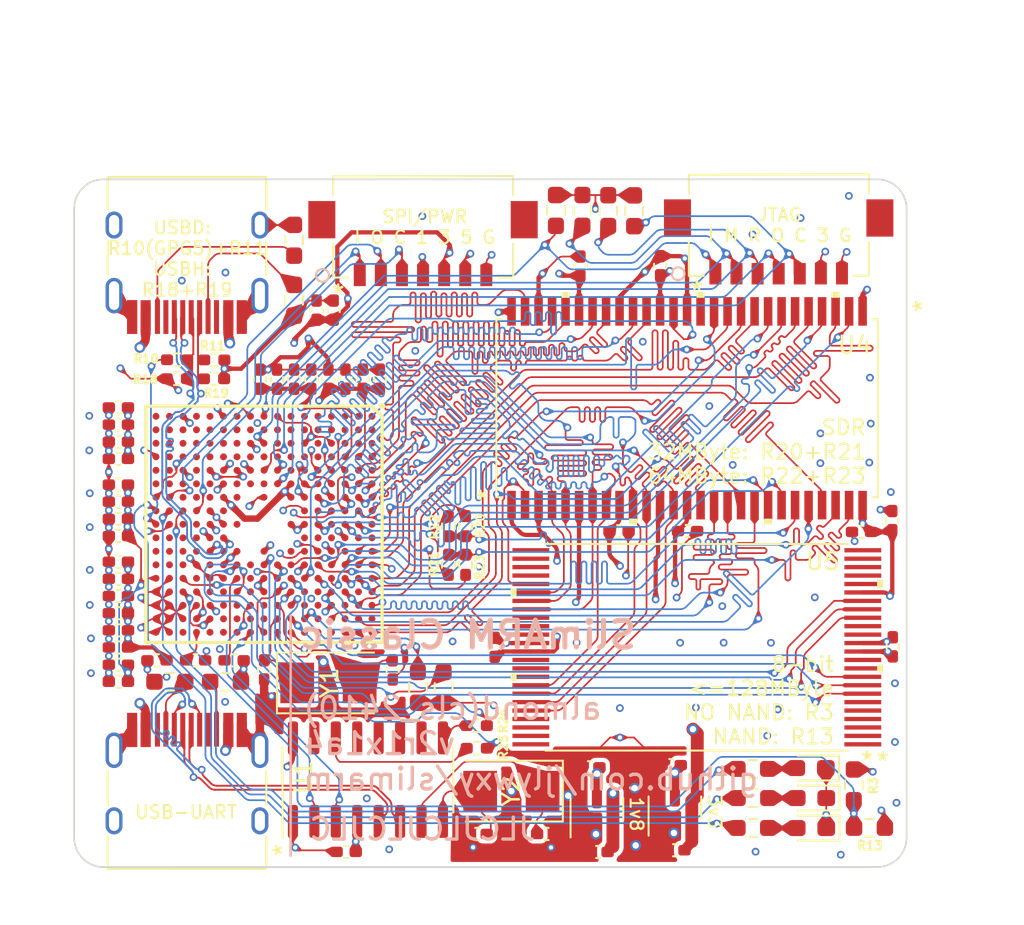
<source format=kicad_pcb>
(kicad_pcb (version 20221018) (generator pcbnew)
  (layers (0 "F.Cu" signal) (1 "In1.Cu" signal) (2 "In2.Cu" signal) (31 "B.Cu" signal) (34 "B.Paste" user) (35 "F.Paste" user) (36 "B.SilkS" user "B.Silkscreen") (37 "F.SilkS" user "F.Silkscreen") (38 "B.Mask" user) (39 "F.Mask" user) (44 "Edge.Cuts" user))
  (net 0 "")
  (net 1 "GND")
  (net 2 "/XTAL_OUT")
  (net 3 "/XTAL_IN")
  (net 4 "/NRESET")
  (net 5 "+3V3")
  (net 6 "Net-(IC1-UPLLCAP)")
  (net 7 "+5V")
  (net 8 "+1V8")
  (net 9 "Net-(IC1-MPLLCAP)")
  (net 10 "Net-(U1-XI)")
  (net 11 "Net-(U1-XO)")
  (net 12 "/BUS_DAT15")
  (net 13 "/BUS_DAT11")
  (net 14 "/BUS_DAT6")
  (net 15 "/BUS_DAT1")
  (net 16 "/BUS_ADR13")
  (net 17 "/BUS_ADR6")
  (net 18 "/BUS_ADR2")
  (net 19 "/DRAM_DQML")
  (net 20 "/BUS_DAT13")
  (net 21 "/BUS_DAT9")
  (net 22 "/BUS_DAT5")
  (net 23 "/BUS_DAT0")
  (net 24 "/BUS_ADR24")
  (net 25 "/BUS_ADR12")
  (net 26 "/BUS_ADR8")
  (net 27 "/BUS_ADR4")
  (net 28 "/DRAM_NSRAS")
  (net 29 "/DRAM_DQMU")
  (net 30 "/BUS_DAT12")
  (net 31 "/BUS_DAT7")
  (net 32 "/BUS_DAT4")
  (net 33 "/BUS_ADR7")
  (net 34 "/BUS_ADR3")
  (net 35 "/DRAM_NSCAS")
  (net 36 "/BUS_DAT14")
  (net 37 "/BUS_DAT10")
  (net 38 "/BUS_DAT2")
  (net 39 "/BUS_ADR10")
  (net 40 "/BUS_ADR5")
  (net 41 "/BUS_ADR1")
  (net 42 "/DRAM_SCKE")
  (net 43 "/BUS_DAT3")
  (net 44 "/BUS_ADR23")
  (net 45 "/BUS_ADR11")
  (net 46 "/BUS_NWE")
  (net 47 "/BUS_DAT8")
  (net 48 "/DRAM_SCLK")
  (net 49 "/DRAM_CS")
  (net 50 "/BUS_ADR9")
  (net 51 "/BUS_NWAIT")
  (net 52 "/JTAG_NTRST")
  (net 53 "/JTAG_TCK")
  (net 54 "/JTAG_TDI")
  (net 55 "/JTAG_TMS")
  (net 56 "/JTAG_TDO")
  (net 57 "Net-(D1-A)")
  (net 58 "/USB_DP")
  (net 59 "/USB_DN")
  (net 60 "/GPIO_G0")
  (net 61 "/GPIO_G2")
  (net 62 "/GPIO_G1")
  (net 63 "Net-(D2-A)")
  (net 64 "Net-(D3-A)")
  (net 65 "/NAND_ALE")
  (net 66 "/NAND_NFWE")
  (net 67 "/NAND_NFRE")
  (net 68 "/NAND_NFCE")
  (net 69 "/NAND_CLE")
  (net 70 "/SPI0_CLK")
  (net 71 "/NAND_RNB")
  (net 72 "/SPI0_MISO")
  (net 73 "/SPI0_MOSI")
  (net 74 "Net-(J1-CC1)")
  (net 76 "Net-(J1-CC2)")
  (net 78 "Net-(J4-CC1)")
  (net 79 "/CH_DP")
  (net 80 "/CH_DN")
  (net 82 "Net-(J4-CC2)")
  (net 84 "/UART_RTS")
  (net 89 "/UART_CTS")
  (net 102 "/OM0")
  (net 104 "/UART_TX")
  (net 105 "/UART_RX")
  (net 192 "Net-(U1-~{CTS})")
  (net 193 "Net-(U1-~{RTS})")
  (net 241 "/GPIO_G5")
  (net 244 "/DRAM_BA0")
  (net 245 "/DRAM_BA1")
  (net 246 "/BUS_ADR25")
  (footprint "Resistor_SMD:R_0603_1608Metric_Pad0.98x0.95mm_HandSolder" (layer "F.Cu") (at 26.67 36.83)
    (fp_text reference "R7" hide)
    (fp_text value "5.1k")
  )
  (footprint "Package_TO_SOT_SMD:SOT-23" (layer "F.Cu") (at 56.6 44.275 90)
    (fp_text reference "U3" hide)
    (fp_text value "XC6206PxxxMR")
  )
  (footprint "Capacitor_SMD:C_0402_1005Metric_Pad0.74x0.62mm_HandSolder" (layer "F.Cu") (at 52.0435 46.919)
    (fp_text reference "C45" hide)
    (fp_text value "100nF")
  )
  (footprint "Capacitor_SMD:C_0402_1005Metric_Pad0.74x0.62mm_HandSolder" (layer "F.Cu") (at 35.364 14.81 -90)
    (fp_text reference "C21" hide)
    (fp_text value "100nF")
  )
  (footprint "Capacitor_SMD:C_0402_1005Metric_Pad0.74x0.62mm_HandSolder" (layer "F.Cu") (at 34.036 18.9 -90)
    (fp_text reference "C40" hide)
    (fp_text value "100nF")
  )
  (footprint "Capacitor_SMD:C_0402_1005Metric_Pad0.74x0.62mm_HandSolder" (layer "F.Cu") (at 25.908 35.56)
    (fp_text reference "C35" hide)
    (fp_text value "100nF")
  )
  (footprint "Capacitor_SMD:C_0402_1005Metric_Pad0.74x0.62mm_HandSolder" (layer "F.Cu") (at 23.622 29.718)
    (fp_text reference "C43" hide)
    (fp_text value "100nF")
  )
  (footprint "Capacitor_SMD:C_0402_1005Metric_Pad0.74x0.62mm_HandSolder" (layer "F.Cu") (at 44.878 45.85)
    (fp_text reference "C11" hide)
    (fp_text value "22pF")
  )
  (footprint "Library:BGA272C80P17X17_1400X1400X116" (layer "F.Cu") (at 32.25 27.5 -90)
    (fp_text reference "IC1" hide)
    (fp_text value "S3C2410AXX-YO" hide)
  )
  (footprint "Resistor_SMD:R_0402_1005Metric_Pad0.72x0.64mm_HandSolder" (layer "F.Cu") (at 43.18 29.8975 -90)
    (fp_text reference "R21")
    (fp_text value "0")
  )
  (footprint "Resistor_SMD:R_0402_1005Metric_Pad0.72x0.64mm_HandSolder" (layer "F.Cu") (at 44.86 40.77 180)
    (fp_text reference "R25")
    (fp_text value "NC")
  )
  (footprint "Connector_USB:USB_C_Receptacle_HRO_TYPE-C-31-M-12" (layer "F.Cu") (at 27.686 10.8175 180)
    (fp_text reference "J1" hide)
    (fp_text value "USB_C_Receptacle_USB2.0")
  )
  (footprint "LED_SMD:LED_0603_1608Metric_Pad1.05x0.95mm_HandSolder" (layer "F.Cu") (at 64.6675 41.944 180)
    (fp_text reference "D2" hide)
    (fp_text value "LED")
  )
  (footprint "Capacitor_SMD:C_0402_1005Metric_Pad0.74x0.62mm_HandSolder" (layer "F.Cu") (at 38.1 18.9 -90)
    (fp_text reference "C18" hide)
    (fp_text value "100nF")
  )
  (footprint "Capacitor_SMD:C_0402_1005Metric_Pad0.74x0.62mm_HandSolder" (layer "F.Cu") (at 23.622 35.822)
    (fp_text reference "C28" hide)
    (fp_text value "100nF")
  )
  (footprint "Capacitor_SMD:C_0402_1005Metric_Pad0.74x0.62mm_HandSolder" (layer "F.Cu") (at 57.35 27.9 180)
    (fp_text reference "C26" hide)
    (fp_text value "100nF")
  )
  (footprint "Library:DF13A-7P-1.25H21" (layer "F.Cu") (at 37.925 12.75 180)
    (fp_text reference "J2" hide)
    (fp_text value "DF13A-7P-1.25H21" hide)
  )
  (footprint "Capacitor_SMD:C_0402_1005Metric_Pad0.74x0.62mm_HandSolder" (layer "F.Cu") (at 23.622 36.83)
    (fp_text reference "C30" hide)
    (fp_text value "100nF")
  )
  (footprint "Capacitor_SMD:C_0402_1005Metric_Pad0.74x0.62mm_HandSolder" (layer "F.Cu") (at 51.56 41.9)
    (fp_text reference "C8" hide)
    (fp_text value "100nF")
  )
  (footprint "Capacitor_SMD:C_0402_1005Metric_Pad0.74x0.62mm_HandSolder" (layer "F.Cu") (at 69.51 34.76 -90)
    (fp_text reference "C25" hide)
    (fp_text value "100nF")
  )
  (footprint "Resistor_SMD:R_0603_1608Metric_Pad0.98x0.95mm_HandSolder" (layer "F.Cu") (at 67.2 42.94 90)
    (fp_text reference "R3")
    (fp_text value "NC")
  )
  (footprint "Resistor_SMD:R_0402_1005Metric_Pad0.72x0.64mm_HandSolder" (layer "F.Cu") (at 44.196 27.6115 90)
    (fp_text reference "R20")
    (fp_text value "0")
  )
  (footprint "Resistor_SMD:R_0402_1005Metric_Pad0.72x0.64mm_HandSolder" (layer "F.Cu") (at 44.196 29.8975 -90)
    (fp_text reference "R23")
    (fp_text value "NC")
  )
  (footprint "Capacitor_SMD:C_0402_1005Metric_Pad0.74x0.62mm_HandSolder" (layer "F.Cu") (at 55.725 12.175 -90)
    (fp_text reference "C15" hide)
    (fp_text value "100nF")
  )
  (footprint "Capacitor_SMD:C_0402_1005Metric_Pad0.74x0.62mm_HandSolder" (layer "F.Cu") (at 23.622 20.574)
    (fp_text reference "C41" hide)
    (fp_text value "100nF")
  )
  (footprint "Capacitor_SMD:C_0402_1005Metric_Pad0.74x0.62mm_HandSolder" (layer "F.Cu") (at 39.116 18.9 -90)
    (fp_text reference "C24" hide)
    (fp_text value "100nF")
  )
  (footprint "Capacitor_SMD:C_0402_1005Metric_Pad0.74x0.62mm_HandSolder" (layer "F.Cu") (at 49.0015 45.85 180)
    (fp_text reference "C5" hide)
    (fp_text value "22pF")
  )
  (footprint "Resistor_SMD:R_0603_1608Metric_Pad0.98x0.95mm_HandSolder" (layer "F.Cu") (at 52.65 8.9125 -90)
    (fp_text reference "R14" hide)
    (fp_text value "10k")
  )
  (footprint "Resistor_SMD:R_0402_1005Metric_Pad0.72x0.64mm_HandSolder" (layer "F.Cu") (at 27.085 18.87 180)
    (fp_text reference "R18")
    (fp_text value "15k")
  )
  (footprint "Capacitor_SMD:C_0402_1005Metric_Pad0.74x0.62mm_HandSolder" (layer "F.Cu") (at 39.878 36.1275 90)
    (fp_text reference "C12" hide)
    (fp_text value "22pF")
  )
  (footprint "Resistor_SMD:R_0603_1608Metric_Pad0.98x0.95mm_HandSolder" (layer "F.Cu") (at 34.036 10.668 -90)
    (fp_text reference "R9" hide)
    (fp_text value "5.1k")
  )
  (footprint "Capacitor_SMD:C_0402_1005Metric_Pad0.74x0.62mm_HandSolder" (layer "F.Cu") (at 56.38 41.77)
    (fp_text reference "C7" hide)
    (fp_text value "100nF")
  )
  (footprint "Capacitor_SMD:C_0402_1005Metric_Pad0.74x0.62mm_HandSolder" (layer "F.Cu") (at 23.622 31.75)
    (fp_text reference "C38" hide)
    (fp_text value "100nF")
  )
  (footprint "LED_SMD:LED_0603_1608Metric_Pad1.05x0.95mm_HandSolder" (layer "F.Cu") (at 64.6925 45.5 180)
    (fp_text reference "D3" hide)
    (fp_text value "LED")
  )
  (footprint "Capacitor_SMD:C_0402_1005Metric_Pad0.74x0.62mm_HandSolder" (layer "F.Cu") (at 37.076 18.9 -90)
    (fp_text reference "C22" hide)
    (fp_text value "100nF")
  )
  (footprint "jlywxy:DF13A-7P-1.25H21" (layer "F.Cu") (at 59 12.65 180)
    (fp_text reference "J3" hide)
    (fp_text value "DF13A-7P-1.25H21" hide)
  )
  (footprint "Package_TO_SOT_SMD:SOT-23" (layer "F.Cu") (at 51.9775 44.379 90)
    (fp_text reference "U2" hide)
    (fp_text value "XC6206PxxxMR")
  )
  (footprint "Capacitor_SMD:C_0402_1005Metric_Pad0.74x0.62mm_HandSolder" (layer "F.Cu") (at 35.052 18.9 -90)
    (fp_text reference "C39" hide)
    (fp_text value "100nF")
  )
  (footprint "Resistor_SMD:R_0603_1608Metric_Pad0.98x0.95mm_HandSolder" (layer "F.Cu") (at 34.036 14.224 90)
    (fp_text reference "R8" hide)
    (fp_text value "5.1k")
  )
  (footprint "Resistor_SMD:R_0603_1608Metric_Pad0.98x0.95mm_HandSolder" (layer "F.Cu") (at 68.13 45.49 180)
    (fp_text reference "R13")
    (fp_text value "0")
  )
  (footprint "Capacitor_SMD:C_0402_1005Metric_Pad0.74x0.62mm_HandSolder" (layer "F.Cu") (at 69.48 27.28 -90)
    (fp_text reference "C3" hide)
    (fp_text value "100nF")
  )
  (footprint "Resistor_SMD:R_0402_1005Metric_Pad0.72x0.64mm_HandSolder" (layer "F.Cu") (at 29.305 17.76)
    (fp_text reference "R11")
    (fp_text value "NC")
  )
  (footprint "Capacitor_SMD:C_0402_1005Metric_Pad0.74x0.62mm_HandSolder" (layer "F.Cu") (at 51 12.2 -90)
    (fp_text reference "C32" hide)
    (fp_text value "100nF")
  )
  (footprint "jlywxy:HY57V561620FTP" (layer "F.Cu") (at 57.320675 20.62295 90)
    (fp_text reference "U4")
    (fp_text value "HY57V561620FTP" hide)
  )
  (footprint "Capacitor_SMD:C_0402_1005Metric_Pad0.74x0.62mm_HandSolder" (layer "F.Cu") (at 23.622 30.734)
    (fp_text reference "C37" hide)
    (fp_text value "100nF")
  )
  (footprint "Capacitor_SMD:C_0402_1005Metric_Pad0.74x0.62mm_HandSolder" (layer "F.Cu") (at 23.622 28.194)
    (fp_text reference "C29" hide)
    (fp_text value "100nF")
  )
  (footprint "jlywxy:M29W640FB70N6E" (layer "F.Cu") (at 57.899325 34.7875 180)
    (fp_text reference "U5")
    (fp_text value "K9F5608U0C" hide)
  )
  (footprint "Package_SO:SOIC-16_3.9x9.9mm_P1.27mm" (layer "F.Cu") (at 38.41 42.63 90)
    (fp_text reference "U1")
    (fp_text value "CH340G")
  )
  (footprint "Capacitor_SMD:C_0402_1005Metric_Pad0.74x0.62mm_HandSolder" (layer "F.Cu") (at 23.622 33.782)
    (fp_text reference "C42" hide)
    (fp_text value "100nF")
  )
  (footprint "Capacitor_SMD:C_0402_1005Metric_Pad0.74x0.62mm_HandSolder" (layer "F.Cu") (at 53.29 27.91 180)
    (fp_text reference "C10" hide)
    (fp_text value "100nF")
  )
  (footprint "Capacitor_SMD:C_0402_1005Metric_Pad0.74x0.62mm_HandSolder" (layer "F.Cu") (at 33.02 18.9 -90)
    (fp_text reference "C46" hide)
    (fp_text value "100nF")
  )
  (footprint "Resistor_SMD:R_0603_1608Metric_Pad0.98x0.95mm_HandSolder" (layer "F.Cu") (at 54.18 8.92 -90)
    (fp_text reference "R15" hide)
    (fp_text value "10k")
  )
  (footprint "Capacitor_SMD:C_0402_1005Metric_Pad0.74x0.62mm_HandSolder" (layer "F.Cu") (at 23.622 27.178)
    (fp_text reference "C31" hide)
    (fp_text value "100nF")
  )
  (footprint "Capacitor_SMD:C_0402_1005Metric_Pad0.74x0.62mm_HandSolder" (layer "F.Cu") (at 36.38 14.81 -90)
    (fp_text reference "C19" hide)
    (fp_text value "100nF")
  )
  (footprint "Capacitor_SMD:C_0402_1005Metric_Pad0.74x0.62mm_HandSolder" (layer "F.Cu") (at 28.194 35.56)
    (fp_text reference "C2" hide)
    (fp_text value "5pF")
  )
  (footprint "Capacitor_SMD:C_0402_1005Metric_Pad0.74x0.62mm_HandSolder" (layer "F.Cu") (at 45.92 34.79 -90)
    (fp_text reference "C13" hide)
    (fp_text value "100nF")
  )
  (footprint "Resistor_SMD:R_0402_1005Metric_Pad0.72x0.64mm_HandSolder" (layer "F.Cu") (at 43.18 27.6115 90)
    (fp_text reference "R22")
    (fp_text value "NC")
  )
  (footprint "Resistor_SMD:R_0603_1608Metric_Pad0.98x0.95mm_HandSolder" (layer "F.Cu") (at 42.894 37.1625 -90)
    (fp_text reference "R2" hide)
    (fp_text value "10k")
  )
  (footprint "Capacitor_SMD:C_0402_1005Metric_Pad0.74x0.62mm_HandSolder" (layer "F.Cu") (at 23.622 32.766)
    (fp_text reference "C9" hide)
    (fp_text value "100nF")
  )
  (footprint "Capacitor_SMD:C_0402_1005Metric_Pad0.74x0.62mm_HandSolder" (layer "F.Cu") (at 23.622 22.606)
    (fp_text reference "C33" hide)
    (fp_text value "100nF")
  )
  (footprint "LED_SMD:LED_0603_1608Metric_Pad1.05x0.95mm_HandSolder" (layer "F.Cu") (at 64.6925 43.722 180)
    (fp_text reference "D1" hide)
    (fp_text value "LED")
  )
  (footprint "Capacitor_SMD:C_0402_1005Metric_Pad0.74x0.62mm_HandSolder" (layer "F.Cu") (at 56.6 46.815)
    (fp_text reference "C14" hide)
    (fp_text value "100nF")
  )
  (footprint "Resistor_SMD:R_0402_1005Metric_Pad0.72x0.64mm_HandSolder" (layer "F.Cu") (at 27.1 17.75 180)
    (fp_text reference "R10")
    (fp_text value "NC")
  )
  (footprint "Capacitor_SMD:C_0402_1005Metric_Pad0.74x0.62mm_HandSolder" (layer "F.Cu") (at 32.004 18.9 -90)
    (fp_text reference "C47" hide)
    (fp_text value "100nF")
  )
  (footprint "Capacitor_SMD:C_0402_1005Metric_Pad0.74x0.62mm_HandSolder" (layer "F.Cu") (at 36.068 18.9 -90)
    (fp_text reference "C23" hide)
    (fp_text value "100nF")
  )
  (footprint "Capacitor_SMD:C_0402_1005Metric_Pad0.74x0.62mm_HandSolder" (layer "F.Cu") (at 30.48 35.56)
    (fp_text reference "C1" hide)
    (fp_text value "5pF")
  )
  (footprint "Crystal:Crystal_SMD_5032-2Pin_5.0x3.2mm" (layer "F.Cu") (at 36.068 36.9)
    (fp_text reference "Y1")
    (fp_text value "12MHz")
  )
  (footprint "Capacitor_SMD:C_0402_1005Metric_Pad0.74x0.62mm_HandSolder" (layer "F.Cu") (at 67.66 27.95)
    (fp_text reference "C27" hide)
    (fp_text value "100nF")
  )
  (footprint "Resistor_SMD:R_0402_1005Metric_Pad0.72x0.64mm_HandSolder" (layer "F.Cu") (at 29.29 18.88)
    (fp_text reference "R19")
    (fp_text value "15k")
  )
  (footprint "Resistor_SMD:R_0603_1608Metric_Pad0.98x0.95mm_HandSolder" (layer "F.Cu") (at 41.37 37.1625 90)
    (fp_text reference "R1" hide)
    (fp_text value "1.5k")
  )
  (footprint "Crystal:Crystal_SMD_5032-2Pin_5.0x3.2mm" (layer "F.Cu") (at 46.91 43.31 180)
    (fp_text reference "Y2")
    (fp_text value "12MHz")
  )
  (footprint "Capacitor_SMD:C_0402_1005Metric_Pad0.74x0.62mm_HandSolder" (layer "F.Cu") (at 32.258 36.1275 90)
    (fp_text reference "C6" hide)
    (fp_text value "22pF")
  )
  (footprint "Connector_USB:USB_C_Receptacle_HRO_TYPE-C-31-M-12" (layer "F.Cu") (at 27.686 44.02025)
    (fp_text reference "J4" hide)
    (fp_text value "USB_C_Receptacle_USB2.0")
  )
  (footprint "Resistor_SMD:R_0603_1608Metric_Pad0.98x0.95mm_HandSolder" (layer "F.Cu") (at 61.2175 41.994)
    (fp_text reference "R5" hide)
    (fp_text value "5.6k")
  )
  (footprint "Capacitor_SMD:C_0402_1005Metric_Pad0.74x0.62mm_HandSolder" (layer "F.Cu") (at 37.12 46.91)
    (fp_text reference "C16" hide)
    (fp_text value "100nF")
  )
  (footprint "Capacitor_SMD:C_0402_1005Metric_Pad0.74x0.62mm_HandSolder" (layer "F.Cu") (at 23.622 23.622)
    (fp_text reference "C34" hide)
    (fp_text value "100nF")
  )
  (footprint "Resistor_SMD:R_0603_1608Metric_Pad0.98x0.95mm_HandSolder" (layer "F.Cu") (at 49.55 8.9 -90)
    (fp_text reference "R17" hide)
    (fp_text value "10k")
  )
  (footprint "Resistor_SMD:R_0603_1608Metric_Pad0.98x0.95mm_HandSolder" (layer "F.Cu") (at 61.2175 45.494)
    (fp_text reference "R6" hide)
    (fp_text value "5.6k")
  )
  (footprint "Capacitor_SMD:C_0402_1005Metric_Pad0.74x0.62mm_HandSolder" (layer "F.Cu") (at 23.622 26.162)
    (fp_text reference "C20" hide)
    (fp_text value "100nF")
  )
  (footprint "Capacitor_SMD:C_0402_1005Metric_Pad0.74x0.62mm_HandSolder" (layer "F.Cu") (at 23.622 34.798)
    (fp_text reference "C36" hide)
    (fp_text value "100nF")
  )
  (footprint "Resistor_SMD:R_0402_1005Metric_Pad0.72x0.64mm_HandSolder" (layer "F.Cu") (at 44.86 39.43 180)
    (fp_text reference "R24")
    (fp_text value "NC")
  )
  (footprint "Capacitor_SMD:C_0402_1005Metric_Pad0.74x0.62mm_HandSolder" (layer "F.Cu") (at 23.622 25.146)
    (fp_text reference "C4" hide)
    (fp_text value "100nF")
  )
  (footprint "Capacitor_SMD:C_0402_1005Metric_Pad0.74x0.62mm_HandSolder" (layer "F.Cu") (at 23.622 21.59)
    (fp_text reference "C44" hide)
    (fp_text value "100nF")
  )
  (footprint "Resistor_SMD:R_0603_1608Metric_Pad0.98x0.95mm_HandSolder" (layer "F.Cu") (at 61.2245 43.722)
    (fp_text reference "R4" hide)
    (fp_text value "5.6k")
  )
  (footprint "Resistor_SMD:R_0603_1608Metric_Pad0.98x0.95mm_HandSolder" (layer "F.Cu") (at 51.12 8.9 -90)
    (fp_text reference "R16" hide)
    (fp_text value "10k")
  )
  (footprint "Resistor_SMD:R_0603_1608Metric_Pad0.98x0.95mm_HandSolder" (layer "F.Cu") (at 29.972 36.83 180)
    (fp_text reference "R12" hide)
    (fp_text value "5.1k")
  )
  (gr_line (start 33.83 32.91) (end 33.83 47.13) (stroke (width 0.15)) (layer "B.SilkS"))
  (gr_line (start 21 46.068558) (end 21 8.790577) (stroke (width 0.1)) (layer "Edge.Cuts"))
  (gr_arc (start 68.589423 7.058445) (mid 69.820005 7.569992) (end 70.329457 8.801443) (stroke (width 0.1)) (layer "Edge.Cuts"))
  (gr_line (start 68.588558 47.809469) (end 22.739377 47.810898) (stroke (width 0.1)) (layer "Edge.Cuts"))
  (gr_arc (start 22.739377 47.810898) (mid 21.50926 47.299544) (end 21 46.068558) (stroke (width 0.1)) (layer "Edge.Cuts"))
  (gr_line (start 22.735085 7.058432) (end 68.589423 7.058445) (stroke (width 0.1)) (layer "Edge.Cuts"))
  (gr_line (start 70.329469 8.801442) (end 70.329469 46.069423) (stroke (width 0.1)) (layer "Edge.Cuts"))
  (gr_arc (start 21 8.790577) (mid 21.509233 7.565587) (end 22.735085 7.058432) (stroke (width 0.1)) (layer "Edge.Cuts"))
  (gr_arc (start 70.329469 46.069423) (mid 69.818533 47.29853) (end 68.588558 47.807371) (stroke (width 0.1)) (layer "Edge.Cuts"))
  (gr_text "almond(cls_2410)\nv2r1x1a4\ngithub.com/jlywxy/slimarm" (at 34.466 43.35025) (layer "B.SilkS") (effects (font (size 1.3 1.3) (thickness 0.2)) (justify right bottom mirror)))
  (gr_text "JLCJLCJLCJLC" (at 34.82 46.32) (layer "B.SilkS") (effects (font (size 1.3 1.3) (thickness 0.2)) (justify right bottom mirror)))
  (gr_text "SlimARM Classic\n" (at 54.47 34.99) (layer "B.SilkS") (effects (font (size 1.6 1.6) (thickness 0.3) bold) (justify left bottom mirror)))
  (gr_text "USBD: \nR10(GPG5)+R11\nUSBH: \nR18+R19\n" (at 27.696 11.76025) (layer "F.SilkS") (effects (font (size 0.762 0.762) (thickness 0.127))))
  (gr_text "USB-UART" (at 27.626 44.55025) (layer "F.SilkS") (effects (font (size 0.762 0.762) (thickness 0.127))))
  (gr_text "JTAG\nI M R O C 3 G" (at 62.816 9.77025) (layer "F.SilkS") (effects (font (size 0.762 0.762) (thickness 0.127))))
  (gr_text "3v3" (at 58.95 43.425 -90) (layer "F.SilkS") (effects (font (size 0.762 0.762) (thickness 0.127)) (justify left)))
  (gr_text "8-bit\n<=128MByte\nNO NAND: R3\nNAND: R13\n\n" (at 66.106 38.65) (layer "F.SilkS") (effects (font (size 0.889 0.889) (thickness 0.127)) (justify right)))
  (gr_text "1v8\n" (at 54.325 43.575 -90) (layer "F.SilkS") (effects (font (size 0.762 0.762) (thickness 0.127)) (justify left)))
  (gr_text "SDR\n32MByte: R20+R21\n64MByte: R22+R23" (at 67.996 23.20025) (layer "F.SilkS") (effects (font (size 0.889 0.889) (thickness 0.127)) (justify right)))
  (gr_text "SPI/PWR\nI O C 1 3 5 G" (at 41.776 9.88025) (layer "F.SilkS") (effects (font (size 0.762 0.762) (thickness 0.127))))
  (segment (start 56.0325 46.815) (end 56.0325 46.2975) (width 0.1016) (layer "F.Cu") (net 1))
  (segment (start 26.49 18.87) (end 27.178 19.558) (width 0.1016) (layer "F.Cu") (net 1))
  (segment (start 25.4 27.907936) (end 26.031644 27.907936) (width 0.1016) (layer "F.Cu") (net 1))
  (segment (start 24.9641 31.9541) (end 24.9641 31.84) (width 0.1016) (layer "F.Cu") (net 1))
  (segment (start 34.024 9.7675) (end 32.006 9.7675) (width 0.1016) (layer "F.Cu") (net 1))
  (segment (start 66.64879 11.49121) (end 66.78 11.36) (width 0.1016) (layer "F.Cu") (net 1))
  (segment (start 23.0545 28.194) (end 23.0545 28.96) (width 0.1016) (layer "F.Cu") (net 1))
  (segment (start 30.8925 18.28) (end 29.9025 18.28) (width 0.254) (layer "F.Cu") (net 1))
  (segment (start 33.58159 34.172951) (end 34.159849 34.75121) (width 0.1016) (layer "F.Cu") (net 1))
  (segment (start 51 11.6325) (end 49.97792 11.6325) (width 0.1016) (layer "F.Cu") (net 1))
  (segment (start 29.05 32.3) (end 29.41 32.66) (width 0.1016) (layer "F.Cu") (net 1))
  (segment (start 54.1745 40.132) (end 55.8125 41.77) (width 0.1016) (layer "F.Cu") (net 1))
  (segment (start 25.01 31.84) (end 24.9641 31.84) (width 0.1016) (layer "F.Cu") (net 1))
  (segment (start 32.40679 37.39679) (end 32.695 37.685) (width 0.1016) (layer "F.Cu") (net 1))
  (segment (start 25.85 31.5) (end 26.65 32.3) (width 0.1016) (layer "F.Cu") (net 1))
  (segment (start 50.9925 41.9) (end 52.7605 40.132) (width 0.1016) (layer "F.Cu") (net 1))
  (segment (start 57.9175 27.9) (end 57.15879 28.65871) (width 0.1016) (layer "F.Cu") (net 1))
  (segment (start 30.936 15.2175) (end 32.006 14.1475) (width 0.508) (layer "F.Cu") (net 1))
  (segment (start 34.11379 46.67379) (end 34.26 46.82) (width 0.1016) (layer "F.Cu") (net 1))
  (segment (start 25.85 32.3) (end 25.52042 32.3) (width 0.1016) (layer "F.Cu") (net 1))
  (segment (start 31.0475 35.56) (end 31.0475 36.667) (width 0.1016) (layer "F.Cu") (net 1))
  (segment (start 34.88 17.01) (end 34.29 17.6) (width 0.254) (layer "F.Cu") (net 1))
  (segment (start 23.0545 36.83) (end 23.0545 36.3) (width 0.1016) (layer "F.Cu") (net 1))
  (segment (start 33.05 32.3) (end 33.28401 32.53401) (width 0.1016) (layer "F.Cu") (net 1))
  (segment (start 56.86761 31.67239) (end 56.7 31.84) (width 0.1016) (layer "F.Cu") (net 1))
  (segment (start 33.4328 32.89322) (end 33.4328 33.813741) (width 0.1016) (layer "F.Cu") (net 1))
  (segment (start 29.49 20.74) (end 29.49 20.61) (width 0.1016) (layer "F.Cu") (net 1))
  (segment (start 25.85 33.1) (end 26.65 32.3) (width 0.1016) (layer "F.Cu") (net 1))
  (segment (start 69.3975 26.63) (end 68.78 26.63) (width 0.1016) (layer "F.Cu") (net 1))
  (segment (start 36.25 32.3) (end 35.89 32.66) (width 0.1016) (layer "F.Cu") (net 1))
  (segment (start 44.45929 46.45929) (end 44.64 46.64) (width 0.1016) (layer "F.Cu") (net 1))
  (segment (start 31.051632 23.94) (end 31.066321 23.925311) (width 0.1016) (layer "F.Cu") (net 1))
  (segment (start 34.65 24.32) (end 34.3459 24.0159) (width 0.1016) (layer "F.Cu") (net 1))
  (segment (start 23.0545 27.69) (end 23.0545 26.67) (width 0.1016) (layer "F.Cu") (net 1))
  (segment (start 57.0164 29.7964) (end 57.0164 31.31318) (width 0.1016) (layer "F.Cu") (net 1))
  (segment (start 48.519575 12.880425) (end 48.76 12.64) (width 0.254) (layer "F.Cu") (net 1))
  (segment (start 51.52529 45.46529) (end 51.92 45.86) (width 0.508) (layer "F.Cu") (net 1))
  (segment (start 23.0545 30.22) (end 23.0545 28.96) (width 0.1016) (layer "F.Cu") (net 1))
  (segment (start 34.036 15.1365) (end 34.93 14.2425) (width 0.1016) (layer "F.Cu") (net 1))
  (segment (start 34.26 30.29) (end 34.26 30.299974) (width 0.1016) (layer "F.Cu") (net 1))
  (segment (start 34.519059 34.9) (end 34.64 34.9) (width 0.1016) (layer "F.Cu") (net 1))
  (segment (start 36.65 27.9) (end 36.65 27.892064) (width 0.1016) (layer "F.Cu") (net 1))
  (segment (start 28.841417 35.005417) (end 28.841417 35.039826) (width 0.1016) (layer "F.Cu") (net 1))
  (segment (start 25.39121 33.24879) (end 25.01 33.63) (width 0.1016) (layer "F.Cu") (net 1))
  (segment (start 34.26 30.299974) (end 34.258993 30.298967) (width 0.1016) (layer "F.Cu") (net 1))
  (segment (start 26.4875 18.87) (end 24.35575 18.87) (width 0.1016) (layer "F.Cu") (net 1))
  (segment (start 46.919375 14.88255) (end 46.18255 14.88255) (width 0.254) (layer "F.Cu") (net 1))
  (segment (start 25.85 32.3) (end 26.65 31.5) (width 0.1016) (layer "F.Cu") (net 1))
  (segment (start 23.0545 36.3) (end 23.0545 30.22) (width 0.1016) (layer "F.Cu") (net 1))
  (segment (start 29.85 24.3) (end 30.24 23.91) (width 0.1016) (layer "F.Cu") (net 1))
  (segment (start 45.425 11.985627) (end 45.425 12.75) (width 0.1016) (layer "F.Cu") (net 1))
  (segment (start 51.476 46.919) (end 51.476 46.304) (width 0.1016) (layer "F.Cu") (net 1))
  (segment (start 33.965 45.105) (end 33.965 46.31458) (width 0.1016) (layer "F.Cu") (net 1))
  (segment (start 33.224125 17.598375) (end 32.49 18.3325) (width 0.254) (layer "F.Cu") (net 1))
  (segment (start 35.65678 22.3172) (end 35.0328 22.3172) (width 0.1016) (layer "F.Cu") (net 1))
  (segment (start 29.9025 17.76) (end 29.9025 18.28) (width 0.1016) (layer "F.Cu") (net 1))
  (segment (start 45.57379 11.69621) (end 45.74 11.53) (width 0.1016) (layer "F.Cu") (net 1))
  (segment (start 46.14 14.84) (end 46.14 14.9359) (width 0.1016) (layer "F.Cu") (net 1))
  (segment (start 55.6 29.38) (end 55.46 29.52) (width 0.254) (layer "F.Cu") (net 1))
  (segment (start 34.26 46.82) (end 36.4625 46.82) (width 0.1016) (layer "F.Cu") (net 1))
  (segment (start 54.81125 12.52125) (end 54.822015 12.532015) (width 0.1016) (layer "F.Cu") (net 1))
  (segment (start 35.89 32.688673) (end 35.880443 32.679116) (width 0.1016) (layer "F.Cu") (net 1))
  (segment (start 29.05 26.7) (end 29.85 27.5) (width 0.1016) (layer "F.Cu") (net 1))
  (segment (start 29.429248 32.66) (end 29.424738 32.66451) (width 0.1016) (layer "F.Cu") (net 1))
  (segment (start 55.6 26.483825) (end 55.6 29.38) (width 0.254) (layer "F.Cu") (net 1))
  (segment (start 31.09 23.94) (end 31.051632 23.94) (width 0.1016) (layer "F.Cu") (net 1))
  (segment (start 25.01 33.63) (end 24.9641 33.63) (width 0.1016) (layer "F.Cu") (net 1))
  (segment (start 50.771085 32.048915) (end 50.73 32.09) (width 0.254) (layer "F.Cu") (net 1))
  (segment (start 23.0545 28.96) (end 23.0545 27.69) (width 0.1016) (layer "F.Cu") (net 1))
  (segment (start 25.16121 32.15121) (end 24.9641 31.9541) (width 0.1016) (layer "F.Cu") (net 1))
  (segment (start 67.721975 13.858025) (end 67.99 13.59) (width 0.254) (layer "F.Cu") (net 1))
  (segment (start 23.0545 20.574) (end 23.0545 22.12) (width 0.1016) (layer "F.Cu") (net 1))
  (segment (start 32.006 38.374) (end 32.006 40.89025) (width 0.1016) (layer "F.Cu") (net 1))
  (segment (start 33.05 30.7) (end 32.81599 30.46599) (width 0.1016) (layer "F.Cu") (net 1))
  (segment (start 53.320175 14.012325) (end 54.81125 12.52125) (width 0.254) (layer "F.Cu") (net 1))
  (segment (start 35.91921 17.51921) (end 34.88 16.48) (width 0.254) (layer "F.Cu") (net 1))
  (segment (start 30.24 23.900026) (end 30.241007 23.901033) (width 0.1016) (layer "F.Cu") (net 1))
  (segment (start 23.0545 25.67) (end 23.0545 24.4) (width 0.1016) (layer "F.Cu") (net 1))
  (segment (start 23.0545 25.67) (end 23.0545 26.67) (width 0.1016) (layer "F.Cu") (net 1))
  (segment (start 54.81125 12.52125) (end 55.725 11.6075) (width 0.254) (layer "F.Cu") (net 1))
  (segment (start 29.9025 18.28) (end 29.9025 18.865) (width 0.1016) (layer "F.Cu") (net 1))
  (segment (start 28.7615 35.27892) (end 28.7615 35.56) (width 0.1016) (layer "F.Cu") (net 1))
  (segment (start 27.45 24.307936) (end 27.85 24.707936) (width 0.1016) (layer "F.Cu") (net 1))
  (segment (start 28.841417 35.039826) (end 28.797736 35.083507) (width 0.1016) (layer "F.Cu") (net 1))
  (segment (start 50.73 32.09) (end 50.73 32.1159) (width 0.1016) (layer "F.Cu") (net 1))
  (segment (start 28.25 29.9) (end 29.05 30.7) (width 0.1016) (layer "F.Cu") (net 1))
  (segment (start 67.721975 14.88255) (end 67.721975 13.858025) (width 0.254) (layer "F.Cu") (net 1))
  (segment (start 34.854999 25.304999) (end 34.65 25.1) (width 0.1016) (layer "F.Cu") (net 1))
  (segment (start 52.7605 40.132) (end 53.34 40.132) (width 0.1016) (layer "F.Cu") (net 1))
  (segment (start 36.068 18.3325) (end 36.068 17.87842) (width 0.254) (layer "F.Cu") (net 1))
  (segment (start 26.65 30.7) (end 25.85 31.5) (width 0.1016) (layer "F.Cu") (net 1))
  (segment (start 25.20121 31.64879) (end 25.01 31.84) (width 0.1016) (layer "F.Cu") (net 1))
  (segment (start 25.85 31.5) (end 25.56042 31.5) (width 0.1016) (layer "F.Cu") (net 1))
  (segment (start 39.72879 30.04879) (end 39.82 30.14) (width 0.1016) (layer "F.Cu") (net 1))
  (segment (start 45.92 34.2225) (end 46.235 34.5375) (width 0.254) (layer "F.Cu") (net 1))
  (segment (start 34.922951 21.63159) (end 35.0328 21.741439) (width 0.1016) (layer "F.Cu") (net 1))
  (segment (start 67.735475 34.5375) (end 69.165 34.5375) (width 0.254) (layer "F.Cu") (net 1))
  (segment (start 38.65 29.9) (end 39.36958 29.9) (width 0.1016) (layer "F.Cu") (net 1))
  (segment (start 34.88 16.48) (end 34.88 17.01) (width 0.254) (layer "F.Cu") (net 1))
  (segment (start 57.01 29.01792) (end 57.01 29.79) (width 0.1016) (layer "F.Cu") (net 1))
  (segment (start 25.08531 33.75121) (end 24.9641 33.63) (width 0.1016) (layer "F.Cu") (net 1))
  (segment (start 29.41 32.66) (end 29.429248 32.66) (width 0.1016) (layer "F.Cu") (net 1))
  (segment (start 56.83708 11.6075) (end 55.725 11.6075) (width 0.254) (layer "F.Cu") (net 1))
  (segment (start 25.85 33.9) (end 26.65 33.1) (width 0.1016) (layer "F.Cu") (net 1))
  (segment (start 33.32121 29.34121) (end 33.2 29.22) (width 0.1016) (layer "F.Cu") (net 1))
  (segment (start 29.465419 30.495001) (end 29.645001 30.495001) (width 0.1016) (layer "F.Cu") (net 1))
  (segment (start 24.436 15.2175) (end 23.366 14.1475) (width 0.508) (layer "F.Cu") (net 1))
  (segment (start 25.85 32.3) (end 26.65 33.1) (width 0.1016) (layer "F.Cu") (net 1))
  (segment (start 26.390854 27.759146) (end 26.65 27.5) (width 0.1016) (layer "F.Cu") (net 1))
  (segment (start 29.645001 30.495001) (end 29.85 30.7) (width 0.1016) (layer "F.Cu") (net 1))
  (segment (start 34.65 26.7) (end 34.50239 26.55239) (width 0.1016) (layer "F.Cu") (net 1))
  (segment (start 33.05 21.1) (end 33.28401 21.33401) (width 0.1016) (layer "F.Cu") (net 1))
  (segment (start 33.825341 29.49) (end 33.68042 29.49) (width 0.1016) (layer "F.Cu") (net 1))
  (segment (start 48.519575 14.88255) (end 48.519575 12.880425) (width 0.254) (layer "F.Cu") (net 1))
  (segment (start 25.85 33.9) (end 25.44452 33.9) (width 0.1016) (layer "F.Cu") (net 1))
  (segment (start 35.0328 22.3172) (end 34.65 22.7) (width 0.1016) (layer "F.Cu") (net 1))
  (segment (start 53.34 40.132) (end 54.1745 40.132) (width 0.1016) (layer "F.Cu") (net 1))
  (segment (start 32.45678 30.3172) (end 31.8428 30.3172) (width 0.1016) (layer "F.Cu") (net 1))
  (segment (start 30.24 23.91) (end 30.24 23.900026) (width 0.1016) (layer "F.Cu") (net 1))
  (segment (start 40.57 35.79258) (end 40.57 34.81) (width 0.1016) (layer "F.Cu") (net 1))
  (segment (start 26.65 32.3) (end 27.45 33.1) (width 0.1016) (layer "F.Cu") (net 1))
  (segment (start 49.569 45.85) (end 49.569 46.13058) (width 0.1016) (layer "F.Cu") (net 1))
  (segment (start 31.376 26.43) (end 31.906 25.9) (width 0.1016) (layer "F.Cu") (net 1))
  (segment (start 34.276971 29.24879) (end 34.184551 29.34121) (width 0.1016) (layer "F.Cu") (net 1))
  (segment (start 57.01 29.79) (end 57.0164 29.7964) (width 0.1016) (layer "F.Cu") (net 1))
  (segment (start 29.85 21.1) (end 29.49 20.74) (width 0.1016) (layer "F.Cu") (net 1))
  (segment (start 50.919875 26.36335) (end 50.919875 31.689705) (width 0.254) (layer "F.Cu") (net 1))
  (segment (start 35.0328 21.741439) (end 35.0328 22.3172) (width 0.1016) (layer "F.Cu") (net 1))
  (segment (start 23.0545 22.606) (end 23.0545 23.15) (width 0.1016) (layer "F.Cu") (net 1))
  (segment (start 34.93 14.2425) (end 36.38 14.2425) (width 0.1016) (layer "F.Cu") (net 1))
  (segment (start 26.65 33.1) (end 27.45 32.3) (width 0.1016) (layer "F.Cu") (net 1))
  (segment (start 34.2 27.85) (end 34.23 27.85) (width 0.1016) (layer "F.Cu") (net 1))
  (segment (start 32.258 36.695) (end 32.258 37.03758) (width 0.1016) (layer "F.Cu") (net 1))
  (segment (start 33.64322 21.4828) (end 34.563741 21.4828) (width 0.1016) (layer "F.Cu") (net 1))
  (segment (start 39.878 36.695) (end 40.42121 36.15179) (width 0.1016) (layer "F.Cu") (net 1))
  (segment (start 53.320175 14.88255) (end 53.320175 14.012325) (width 0.1016) (layer "F.Cu") (net 1))
  (segment (start 31.8428 30.3172) (end 31.850001 30.309999) (width 0.1016) (layer "F.Cu") (net 1))
  (segment (start 55.9965 45.2465) (end 56.54 45.79) (width 0.508) (layer "F.Cu") (net 1))
  (segment (start 37.85 33.9) (end 38.5 34.55) (width 0.1016) (layer "F.Cu") (net 1))
  (segment (start 26.65 33.9) (end 25.85 33.1) (width 0.1016) (layer "F.Cu") (net 1))
  (segment (start 24.35575 18.87) (end 23.736 18.25025) (width 0.1016) (layer "F.Cu") (net 1))
  (segment (start 51.0275 45.3165) (end 51.16608 45.3165) (width 0.508) (layer "F.Cu") (net 1))
  (segment (start 34.14318 26.4036) (end 33.87682 26.4036) (width 0.1016) (layer "F.Cu") (net 1))
  (segment (start 69.0425 44.6585) (end 68.834 44.45) (width 0.1016) (layer "F.Cu") (net 1))
  (segment (start 28.25 29.891844) (end 27.86423 29.506074) (width 0.1016) (layer "F.Cu") (net 1))
  (segment (start 55.46 29.52) (end 55.46 31.95) (width 0.254) (layer "F.Cu") (net 1))
  (segment (start 51.476 46.304) (end 51.92 45.86) (width 0.1016) (layer "F.Cu") (net 1))
  (segment (start 25.1441 23.114) (end 25.25358 23.114) (width 0.1016) (layer "F.Cu") (net 1))
  (segment (start 56.0325 46.2975) (end 56.54 45.79) (width 0.1016) (layer "F.Cu") (net 1))
  (segment (start 55.6475 45.2465) (end 55.9965 45.2465) (width 0.508) (layer "F.Cu") (net 1))
  (segment (start 34.29 17.6) (end 33.253875 17.6) (width 0.254) (layer "F.Cu") (net 1))
  (segment (start 49.42021 46.48979) (end 49.26 46.65) (width 0.1016) (layer "F.Cu") (net 1))
  (segment (start 34.65 29.9) (end 34.26 30.29) (width 0.1016) (layer "F.Cu") (net 1))
  (segment (start 25.3405 35.56) (end 25.3405 36.20258) (width 0.1016) (layer "F.Cu") (net 1))
  (segment (start 66.5 12.65) (end 66.5 11.85042) (width 0.1016) (layer "F.Cu") (net 1))
  (segment (start 32.004 18.3325) (end 39.116 18.3325) (width 0.1016) (layer "F.Cu") (net 1))
  (segment (start 67.24129 28.49129) (end 67.25 28.5) (width 0.1016) (layer "F.Cu") (net 1))
  (segment (start 25.61279 23.26279) (end 25.85 23.5) (width 0.1016) (layer "F.Cu") (net 1))
  (segment (start 69.0425 45.49) (end 69.0425 44.6585) (width 0.1016) (layer "F.Cu") (net 1))
  (segment (start 34.3459 24.58548) (end 34.3459 23.970357) (width 0.1016) (layer "F.Cu") (net 1))
  (segment (start 46.18255 14.88255) (end 46.14 14.84) (width 0.1016) (layer "F.Cu") (net 1))
  (segment (start 23.0545 23.15) (end 23.0545 24.4) (width 0.1016) (layer "F.Cu") (net 1))
  (segment (start 32.695 37.685) (end 32.006 38.374) (width 0.1016) (layer "F.Cu") (net 1))
  (segment (start 38.5 34.55) (end 38.5 34.72) (width 0.1016) (layer "F.Cu") (net 1))
  (segment (start 57.320675 11.880675) (end 57.19629 11.75629) (width 0.254) (layer "F.Cu") (net 1))
  (segment (start 35.866 35.89) (end 35.766 35.79) (width 0.1016) (layer "F.Cu") (net 1))
  (segment (start 23.0545 23.15) (end 23.0545 22.12) (width 0.1016) (layer "F.Cu") (net 1))
  (segment (start 57.320675 14.88255) (end 57.320675 11.880675) (width 0.254) (layer "F.Cu") (net 1))
  (segment (start 30.8925 18.28) (end 34.036 15.1365) (width 0.254) (layer "F.Cu") (net 1))
  (segment (start 31.45 24.3) (end 31.09 23.94) (width 0.1016) (layer "F.Cu") (net 1))
  (segment (start 34.3459 24.0159) (end 34.3459 23.970357) (width 0.1016) (layer "F.Cu") (net 1))
  (segment (start 34.65 25.1) (end 34.49469 24.94469) (width 0.1016) (layer "F.Cu") (net 1))
  (segment (start 35.89 32.66) (end 35.89 32.688673) (width 0.1016) (layer "F.Cu") (net 1))
  (segment (start 69.165 34.5375) (end 69.156178 34.528678) (width 0.1016) (layer "F.Cu") (net 1))
  (segment (start 31.906 25.9) (end 32.25 25.9) (width 0.1016) (layer "F.Cu") (net 1))
  (segment (start 34.58 27.5) (end 34.23 27.85) (width 0.1016) (layer "F.Cu") (net 1))
  (segment (start 46.235 34.5375) (end 48.063175 34.5375) (width 0.254) (layer "F.Cu") (net 1))
  (segment (start 23.366 40.89025) (end 24.436 39.82025) (width 0.508) (layer "F.Cu") (net 1))
  (segment (start 65.5675 45.5) (end 65.5675 41.969) (width 0.1016) (layer "F.Cu") (net 1))
  (segment (start 37.05 28.3) (end 36.65 27.9) (width 0.1016) (layer "F.Cu") (net 1))
  (segment (start 53.83 30.41) (end 53.7 30.54) (width 0.1016) (layer "F.Cu") (net 1))
  (segment (start 35.034581 25.304999) (end 34.854999 25.304999) (width 0.1016) (layer "F.Cu") (net 1))
  (segment (start 31.091 39.97525) (end 32.006 40.89025) (width 0.508) (layer "F.Cu") (net 1))
  (segment (start 33.51761 26.55239) (end 33.39 26.68) (width 0.1016) (layer "F.Cu") (net 1))
  (segment (start 31.850001 30.309999) (end 31.850001 30.307936) (width 0.1016) (layer "F.Cu") (net 1))
  (segment (start 23.0545 25.146) (end 23.0545 25.67) (width 0.1016) (layer "F.Cu") (net 1))
  (segment (start 23.0545 27.178) (end 23.0545 27.69) (width 0.1016) (layer "F.Cu") (net 1))
  (segment (start 36.25 22.7) (end 36.01599 22.46599) (width 0.1016) (layer "F.Cu") (net 1))
  (segment (start 33.85 27.5) (end 34.2 27.85) (width 0.1016) (layer "F.Cu") (net 1))
  (segment (start 53.83 27.9375) (end 53.83 30.41) (width 0.1016) (layer "F.Cu") (net 1))
  (segment (start 49.61871 11.78129) (end 48.76 12.64) (width 0.1016) (layer "F.Cu") (net 1))
  (segment (start 69.156178 34.528678) (end 69.156178 34.457297) (width 0.1016) (layer "F.Cu") (net 1))
  (via (at 26.476 36.54) (size 0.4572) (drill 0.254) (layers "F.Cu" "B.Cu") (net 1))
  (via (at 21.996 36.32) (size 0.4572) (drill 0.254) (layers "F.Cu" "B.Cu") (net 1))
  (via (at 51.92 45.86) (size 0.635) (drill 0.381) (layers "F.Cu" "B.Cu") (net 1))
  (via (at 31.0475 36.09) (size 0.4572) (drill 0.254) (layers "F.Cu" "B.Cu") (net 1))
  (via (at 25.3405 36.1) (size 0.4572) (drill 0.254) (layers "F.Cu" "B.Cu") (net 1))
  (via (at 54.696 16.68) (size 0.4572) (drill 0.254) (layers "F.Cu" "B.Cu") (net 1))
  (via (at 54.822015 12.532015) (size 0.4572) (drill 0.254) (layers "F.Cu" "B.Cu") (net 1))
  (via (at 23.0545 23.15) (size 0.4572) (drill 0.254) (layers "F.Cu" "B.Cu") (net 1))
  (via (at 68.16 18.81) (size 0.4572) (drill 0.254) (layers "F.Cu" "B.Cu") (net 1))
  (via (at 48.76 12.64) (size 0.4572) (drill 0.254) (layers "F.Cu" "B.Cu") (net 1))
  (via (at 21.926 32.28) (size 0.4572) (drill 0.254) (layers "F.Cu" "B.Cu") (net 1))
  (via (at 31.376 26.43) (size 0.4572) (drill 0.254) (layers "F.Cu" "B.Cu") (net 1))
  (via (at 54.276 46.53) (size 0.635) (drill 0.381) (layers "F.Cu" "B.Cu") (net 1))
  (via (at 58.639177 20.492268) (size 0.4572) (drill 0.254) (layers "F.Cu" "B.Cu") (net 1))
  (via (at 39.82 30.14) (size 0.4572) (drill 0.254) (layers "F.Cu" "B.Cu") (net 1))
  (via (at 53.7 30.54) (size 0.4572) (drill 0.254) (layers "F.Cu" "B.Cu") (net 1))
  (via (at 60.026 23.98) (size 0.4572) (drill 0.254) (layers "F.Cu" "B.Cu") (net 1))
  (via (at 59.406 32.35) (size 0.4572) (drill 0.254) (layers "F.Cu" "B.Cu") (net 1))
  (via (at 29.966 12.58025) (size 0.4572) (drill 0.254) (layers "F.Cu" "B.Cu") (net 1))
  (via (at 44.64 46.64) (size 0.4572) (drill 0.254) (layers "F.Cu" "B.Cu") (net 1))
  (via (at 23.0545 21.04) (size 0.4572) (drill 0.254) (layers "F.Cu" "B.Cu") (net 1))
  (via (at 62.07 40.03) (size 0.4572) (drill 0.254) (layers "F.Cu" "B.Cu") (net 1))
  (via (at 35.055471 31.902433) (size 0.4572) (drill 0.254) (layers "F.Cu" "B.Cu") (net 1))
  (via (at 34.23 27.85) (size 0.4572) (drill 0.254) (layers "F.Cu" "B.Cu") (net 1))
  (via (at 61.38 46.9) (size 0.4572) (drill 0.254) (layers "F.Cu" "B.Cu") (net 1))
  (via (at 23.0545 22.12) (size 0.4572) (drill 0.254) (layers "F.Cu" "B.Cu") (net 1))
  (via (at 69.64 40.4) (size 0.4572) (drill 0.254) (layers "F.Cu" "B.Cu") (net 1))
  (via (at 41.636422 9.240306) (size 0.4572) (drill 0.254) (layers "F.Cu" "B.Cu") (net 1))
  (via (at 67.25 28.5) (size 0.4572) (drill 0.254) (layers "F.Cu" "B.Cu") (net 1))
  (via (at 34.64 34.9) (size 0.4572) (drill 0.254) (layers "F.Cu" "B.Cu") (net 1))
  (via (at 29.424738 32.66451) (size 0.4572) (drill 0.254) (layers "F.Cu" "B.Cu") (net 1))
  (via (at 21.926 30.2) (size 0.4572) (drill 0.254) (layers "F.Cu" "B.Cu") (net 1))
  (via (at 23.0545 24.4) (size 0.4572) (drill 0.254) (layers "F.Cu" "B.Cu") (net 1))
  (via (at 61.2 10.32) (size 0.4572) (drill 0.254) (layers "F.Cu" "B.Cu") (net 1))
  (via (at 67.99 13.59) (size 0.4572) (drill 0.254) (layers "F.Cu" "B.Cu") (net 1))
  (via (at 34.258993 30.298967) (size 0.4572) (drill 0.254) (layers "F.Cu" "B.Cu") (net 1))
  (via (at 53.34 38.39) (size 0.4572) (drill 0.254) (layers "F.Cu" "B.Cu") (net 1))
  (via (at 34.095 46.655) (size 0.4572) (drill 0.254) (layers "F.Cu" "B.Cu") (net 1))
  (via (at 50.276 43.58) (size 0.635) (drill 0.381) (layers "F.Cu" "B.Cu") (net 1))
  (via (at 25.1441 23.114) (size 0.4572) (drill 0.254) (layers "F.Cu" "B.Cu") (net 1))
  (via (at 50.776 34.51) (size 0.4572) (drill 0.254) (layers "F.Cu" "B.Cu") (net 1))
  (via (at 46.91 43.31) (size 0.635) (drill 0.381) (layers "F.Cu" "B.Cu") (net 1))
  (via (at 69.64 36.92) (size 0.4572) (drill 0.254) (layers "F.Cu" "B.Cu") (net 1))
  (via (at 21.996 34.26) (size 0.4572) (drill 0.254) (layers "F.Cu" "B.Cu") (net 1))
  (via (at 23.0545 32.25) (size 0.4572) (drill 0.254) (layers "F.Cu" "B.Cu") (net 1))
  (via (at 56.54 45.79) (size 0.635) (drill 0.381) (layers "F.Cu" "B.Cu") (net 1))
  (via (at 25.4 27.907936) (size 0.4572) (drill 0.254) (layers "F.Cu" "B.Cu") (net 1))
  (via (at 30.241007 23.901033) (size 0.4572) (drill 0.254) (layers "F.Cu" "B.Cu") (net 1))
  (via (at 62.7 38.47) (size 0.4572) (drill 0.254) (layers "F.Cu" "B.Cu") (net 1))
  (via (at 35.880443 32.679116) (size 0.4572) (drill 0.254) (layers "F.Cu" "B.Cu") (net 1))
  (via (at 27.86423 29.506074) (size 0.4572) (drill 0.254) (layers "F.Cu" "B.Cu") (net 1))
  (via (at 56.7 31.84) (size 0.4572) (drill 0.254) (layers "F.Cu" "B.Cu") (net 1))
  (via (at 21.926 25.66) (size 0.4572) (drill 0.254) (layers "F.Cu" "B.Cu") (net 1))
  (via (at 27.178 19.558) (size 0.4572) (drill 0.254) (layers "F.Cu" "B.Cu") (net 1))
  (via (at 33.39 26.68) (size 0.4572) (drill 0.254) (layers "F.Cu" "B.Cu") (net 1))
  (via (at 64.89 31.83) (size 0.4572) (drill 0.254) (layers "F.Cu" "B.Cu") (net 1))
  (via (at 28.841417 35.005417) (size 0.4572) (drill 0.254) (layers "F.Cu" "B.Cu") (net 1))
  (via (at 29.946 38.02) (size 0.4572) (drill 0.254) (layers "F.Cu" "B.Cu") (net 1))
  (via (at 32.49 18.3325) (size 0.4572) (drill 0.254) (layers "F.Cu" "B.Cu") (net 1))
  (via (at 68.206 21.53) (size 0.4572) (drill 0.254) (layers "F.Cu" "B.Cu") (net 1))
  (via (at 29.9025 18.28) (size 0.4572) (drill 0.254) (layers "F.Cu" "B.Cu") (net 1))
  (via (at 62.29 34.52) (size 0.4572) (drill 0.254) (layers "F.Cu" "B.Cu") (net 1))
  (via (at 38.34 43.74) (size 0.4572) (drill 0.254) (layers "F.Cu" "B.Cu") (net 1))
  (via (at 35.0328 22.3172) (size 0.4572) (drill 0.254) (layers "F.Cu" "B.Cu") (net 1))
  (via (at 43.426 34.44) (size 0.4572) (drill 0.254) (layers "F.Cu" "B.Cu") (net 1))
  (via (at 23.0545 30.22) (size 0.4572) (drill 0.254) (layers "F.Cu" "B.Cu") (net 1))
  (via (at 29.435 27.085) (size 0.4572) (drill 0.254) (layers "F.Cu" "B.Cu") (net 1))
  (via (at 40.57 34.81) (size 0.4572) (drill 0.254) (layers "F.Cu" "B.Cu") (net 1))
  (via (at 45.74 11.53) (size 0.4572) (drill 0.254) (layers "F.Cu" "B.Cu") (net 1))
  (via (at 56.91 34.52) (size 0.4572) (drill 0.254) (layers "F.Cu" "B.Cu") (net 1))
  (via (at 41.216 17.22) (size 0.4572) (drill 0.254) (layers "F.Cu" "B.Cu") (net 1))
  (via (at 57.84 38.36) (size 0.4572) (drill 0.254) (layers "F.Cu" "B.Cu") (net 1))
  (via (at 36.65 27.892064) (size 0.4572) (drill 0.254) (layers "F.Cu" "B.Cu") (net 1))
  (via (at 50.73 32.1159) (size 0.4572) (drill 0.254) (layers "F.Cu" "B.Cu") (net 1))
  (via (at 29.49 20.61) (size 0.4572) (drill 0.254) (layers "F.Cu" "B.Cu") (net 1))
  (via (at 46.6 34.5375) (size 0.4572) (drill 0.254) (layers "F.Cu" "B.Cu") (net 1))
  (via (at 38.5 34.72) (size 0.4572) (drill 0.254) (layers "F.Cu" "B.Cu") (net 1))
  (via (at 64.05 9.35) (size 0.4572) (drill 0.254) (layers "F.Cu" "B.Cu") (net 1))
  (via (at 66.91 8.04) (size 0.4572) (drill 0.254) (layers "F.Cu" "B.Cu") (net 1))
  (via (at 57.185 11.745) (size 0.4572) (drill 0.254) (layers "F.Cu" "B.Cu") (net 1))
  (via (at 55.46 31.95) (size 0.4572) (drill 0.254) (layers "F.Cu" "B.Cu") (net 1))
  (via (at 23.0545 25.67) (size 0.4572) (drill 0.254) (layers "F.Cu" "B.Cu") (net 1))
  (via (at 66.43 47.08) (size 0.4572) (drill 0.254) (layers "F.Cu" "B.Cu") (net 1))
  (via (at 65.5675 44.704) (size 0.4572) (drill 0.254) (layers "F.Cu" "B.Cu") (net 1))
  (via (at 53.34 40.132) (size 0.4572) (drill 0.254) (layers "F.Cu" "B.Cu") (net 1))
  (via (at 23.0545 36.3) (size 0.4572) (drill 0.254) (layers "F.Cu" "B.Cu") (net 1))
  (via (at 24.9641 33.63) (size 0.4572) (drill 0.254) (layers "F.Cu" "B.Cu") (net 1))
  (via (at 65.22 23.88) (size 0.4572) (drill 0.254) (layers "F.Cu" "B.Cu") (net 1))
  (via (at 21.896 23.12) (size 0.4572) (drill 0.254) (layers "F.Cu" "B.Cu") (net 1))
  (via (at 34.88 16.48) (size 0.4572) (drill 0.254) (layers "F.Cu" "B.Cu") (net 1))
  (via (at 68.834 44.45) (size 0.4572) (drill 0.254) (layers "F.Cu" "B.Cu") (net 1))
  (via (at 27.85 24.707936) (size 0.4572) (drill 0.254) (layers "F.Cu" "B.Cu") (net 1))
  (via (at 68.78 26.63) (size 0.4572) (drill 0.254) (layers "F.Cu" "B.Cu") (net 1))
  (via (at 27.38 13.06) (size 0.4572) (drill 0.254) (layers "F.Cu" "B.Cu") (net 1))
  (via (at 54.216 43.13) (size 0.635) (drill 0.381) (layers "F.Cu" "B.Cu") (net 1))
  (via (at 59.490626 34.515422) (size 0.4572) (drill 0.254) (layers "F.Cu" "B.Cu") (net 1))
  (via (at 65.22 22.11) (size 0.4572) (drill 0.254) (layers "F.Cu" "B.Cu") (net 1))
  (via (at 23.0545 26.67) (size 0.4572) (drill 0.254) (layers "F.Cu" "B.Cu") (net 1))
  (via (at 24.9641 31.84) (size 0.4572) (drill 0.254) (layers "F.Cu" "B.Cu") (net 1))
  (via (at 31.857937 21.499999) (size 0.4572) (drill 0.254) (layers "F.Cu" "B.Cu") (net 1))
  (via (at 23.0545 27.69) (size 0.4572) (drill 0.254) (layers "F.Cu" "B.Cu") (net 1))
  (via (at 23.0545 34.29) (size 0.4572) (drill 0.254) (layers "F.Cu" "B.Cu") (net 1))
  (via (at 23.0545 35.3) (size 0.4572) (drill 0.254) (layers "F.Cu" "B.Cu") (net 1))
  (via (at 66.78 11.36) (size 0.4572) (drill 0.254) (layers "F.Cu" "B.Cu") (net 1))
  (via (at 32.695 37.685) (size 0.4572) (drill 0.254) (layers "F.Cu" "B.Cu") (net 1))
  (via (at 23.0545 33.24) (size 0.4572) (drill 0.254) (layers "F.Cu" "B.Cu") (net 1))
  (via (at 23.736 18.25025) (size 0.4572) (drill 0.254) (layers "F.Cu" "B.Cu") (net 1))
  (via (at 33.2 29.22) (size 0.4572) (drill 0.254) (layers "F.Cu" "B.Cu") (net 1))
  (via (at 69.73 44) (size 0.4572) (drill 0.254) (layers "F.Cu" "B.Cu") (net 1))
  (via (at 35.766 35.65) (size 0.635) (drill 0.381) (layers "F.Cu" "B.Cu") (net 1))
  (via (at 23.0545 28.96) (size 0.4572) (drill 0.254) (layers "F.Cu" "B.Cu") (net 1))
  (via (at 69.396 25.59) (size 0.4572) (drill 0.254) (layers "F.Cu" "B.Cu") (net 1))
  (via (at 44.976 30.01) (size 0.4572) (drill 0.254) (layers "F.Cu" "B.Cu") (net 1))
  (via (at 21.926 27.67) (size 0.4572) (drill 0.254) (layers "F.Cu" "B.Cu") (net 1))
  (via (at 21.896 21.07) (size 0.4572) (drill 0.254) (layers "F.Cu" "B.Cu") (net 1))
  (via (at 68.12 23.84) (size 0.4572) (drill 0.254) (layers "F.Cu" "B.Cu") (net 1))
  (via (at 39.67 46.76) (size 0.4572) (drill 0.254) (layers "F.Cu" "B.Cu") (net 1))
  (via (at 49.26 46.65) (size 0.4572) (drill 0.254) (layers "F.Cu" "B.Cu") (net 1))
  (via (at 23.0545 31.2) (size 0.4572) (drill 0.254) (layers "F.Cu" "B.Cu") (net 1))
  (via (at 69.156178 34.457297) (size 0.4572) (drill 0.254) (layers "F.Cu" "B.Cu") (net 1))
  (via (at 31.850001 30.307936) (size 0.4572) (drill 0.254) (layers "F.Cu" "B.Cu") (net 1))
  (via (at 46.14 14.9359) (size 0.4572) (drill 0.254) (layers "F.Cu" "B.Cu") (net 1))
  (via (at 31.066321 23.925311) (size 0.4572) (drill 0.254) (layers "F.Cu" "B.Cu") (net 1))
  (via (at 34.3459 23.970357) (size 0.4572) (drill 0.254) (layers "F.Cu" "B.Cu") (net 1))
  (arc (start 39.72879 30.04879) (mid 39.563983 29.93867) (end 39.36958 29.9) (width 0.1016) (layer "F.Cu") (net 1))
  (arc (start 45.425 12.05542) (mid 45.463669 11.861017) (end 45.57379 11.69621) (width 0.1016) (layer "F.Cu") (net 1))
  (arc (start 49.97792 11.6325) (mid 49.783517 11.671169) (end 49.61871 11.78129) (width 0.1016) (layer "F.Cu") (net 1))
  (arc (start 34.922951 21.63159) (mid 34.758144 21.52147) (end 34.563741 21.4828) (width 0.1016) (layer "F.Cu") (net 1))
  (arc (start 51.16608 45.3165) (mid 51.360483 45.355169) (end 51.52529 45.46529) (width 0.508) (layer "F.Cu") (net 1))
  (arc (start 34.50239 26.55239) (mid 34.337583 26.44227) (end 34.14318 26.4036) (width 0.1016) (layer "F.Cu") (net 1))
  (arc (start 44.3105 46.10008) (mid 44.349169 46.294483) (end 44.45929 46.45929) (width 0.1016) (layer "F.Cu") (net 1))
  (arc (start 33.58159 34.172951) (mid 33.47147 34.008144) (end 33.4328 33.813741) (width 0.1016) (layer "F.Cu") (net 1))
  (arc (start 25.20121 31.64879) (mid 25.366017 31.53867) (end 25.56042 31.5) (width 0.1016) (layer "F.Cu") (net 1))
  (arc (start 25.08531 33.75121) (mid 25.250117 33.86133) (end 25.44452 33.9) (width 0.1016) (layer "F.Cu") (net 1))
  (arc (start 25.61279 23.26279) (mid 25.447983 23.15267) (end 25.25358 23.114) (width 0.1016) (layer "F.Cu") (net 1))
  (arc (start 34.276971 29.24879) (mid 34.441778 29.13867) (end 34.636181 29.1) (width 0.1016) (layer "F.Cu") (net 1))
  (arc (start 49.569 46.13058) (mid 49.530331 46.324983) (end 49.42021 46.48979) (width 0.1016) (layer "F.Cu") (net 1))
  (arc (start 25.75042 33.1) (mid 25.556017 33.138669) (end 25.39121 33.24879) (width 0.1016) (layer "F.Cu") (net 1))
  (arc (start 33.28401 32.53401) (mid 33.39413 32.698817) (end 33.4328 32.89322) (width 0.1016) (layer "F.Cu") (net 1))
  (arc (start 56.86761 31.67239) (mid 56.97773 31.507583) (end 57.0164 31.31318) (width 0.1016) (layer "F.Cu") (net 1))
  (arc (start 57.01 29.01792) (mid 57.048669 28.823517) (end 57.15879 28.65871) (width 0.1016) (layer "F.Cu") (net 1))
  (arc (start 29.106209 30.643791) (mid 29.271016 30.533671) (end 29.465419 30.495001) (width 0.1016) (layer "F.Cu") (net 1))
  (arc (start 33.825341 29.49) (mid 34.019744 29.451331) (end 34.184551 29.34121) (width 0.1016) (layer "F.Cu") (net 1))
  (arc (start 26.390854 27.759146) (mid 26.226047 27.869266) (end 26.031644 27.907936) (width 0.1016) (layer "F.Cu") (net 1))
  (arc (start 25.16121 32.15121) (mid 25.326017 32.26133) (end 25.52042 32.3) (width 0.1016) (layer "F.Cu") (net 1))
  (arc (start 32.258 37.03758) (mid 32.296669 37.231983) (end 32.40679 37.39679) (width 0.1016) (layer "F.Cu") (net 1))
  (arc (start 40.57 35.79258) (mid 40.531331 35.986983) (end 40.42121 36.15179) (width 0.1016) (layer "F.Cu") (net 1))
  (arc (start 33.87682 26.4036) (mid 33.682417 26.442269) (end 33.51761 26.55239) (width 0.1016) (layer "F.Cu") (net 1))
  (arc (start 36.01599 22.46599) (mid 35.851183 22.35587) (end 35.65678 22.3172) (width 0.1016) (layer "F.Cu") (net 1))
  (arc (start 66.5 11.85042) (mid 66.538669 11.656017) (end 66.64879 11.49121) (width 0.1016) (layer "F.Cu") (net 1))
  (arc (start 28.797736 35.083507) (mid 28.771258 35.179812) (end 28.7615 35.27892) (width 0.1016) (layer "F.Cu") (net 1))
  (arc (start 33.32121 29.34121) (mid 33.486017 29.45133) (end 33.68042 29.49) (width 0.1016) (layer "F.Cu") (net 1))
  (arc (start 34.11379 46.67379) (mid 34.00367 46.508983) (end 33.965 46.31458) (width 0.1016) (layer "F.Cu") (net 1))
  (arc (start 56.83708 11.6075) (mid 57.031483 11.646169) (end 57.19629 11.75629) (width 0.254) (layer "F.Cu") (net 1))
  (arc (start 34.3459 24.58548) (mid 34.384569 24.779883) (end 34.49469 24.94469) (width 0.1016) (layer "F.Cu") (net 1))
  (arc (start 67.24129 28.49129) (mid 67.13117 28.326483) (end 67.0925 28.13208) (width 0.1016) (layer "F.Cu") (net 1))
  (arc (start 35.91921 17.51921) (mid 36.02933 17.684017) (end 36.068 17.87842) (width 0.254) (layer "F.Cu") (net 1))
  (arc (start 50.919875 31.689705) (mid 50.881206 31.884108) (end 50.771085 32.048915) (width 0.254) (layer "F.Cu") (net 1))
  (arc (start 34.159849 34.75121) (mid 34.324656 34.86133) (end 34.519059 34.9) (width 0.1016) (layer "F.Cu") (net 1))
  (arc (start 32.81599 30.46599) (mid 32.651183 30.35587) (end 32.45678 30.3172) (width 0.1016) (layer "F.Cu") (net 1))
  (arc (start 33.28401 21.33401) (mid 33.448817 21.44413) (end 33.64322 21.4828) (width 0.1016) (layer "F.Cu") (net 1))
  (arc (start 35.393791 25.156209) (mid 35.228984 25.266329) (end 35.034581 25.304999) (width 0.1016) (layer "F.Cu") (net 1))
  (arc (start 25.3405 36.20258) (mid 25.379169 36.396983) (end 25.48929 36.56179) (width 0.1016) (layer "F.Cu") (net 1))
  (segment (start 32.78159 33.36841) (end 33.05 33.1) (width 0.1016) (layer "F.Cu") (net 2))
  (segment (start 33.02679 35.70879) (end 34.218 36.9) (width 0.1016) (layer "F.Cu") (net 2))
  (segment (start 32.6328 34.97478) (end 32.6328 33.72762) (width 0.1016) (layer "F.Cu") (net 2))
  (segment (start 32.258 35.56) (end 32.66758 35.56) (width 0.1016) (layer "F.Cu") (net 2))
  (arc (start 32.78159 33.36841) (mid 32.67147 33.533217) (end 32.6328 33.72762) (width 0.1016) (layer "F.Cu") (net 2))
  (arc (start 33.02679 35.70879) (mid 32.861983 35.59867) (end 32.66758 35.56) (width 0.1016) (layer "F.Cu") (net 2))
  (arc (start 32.6328 34.97478) (mid 32.594131 35.169183) (end 32.48401 35.33399) (width 0.1016) (layer "F.Cu") (net 2))
  (segment (start 35.154737 34.96) (end 35.978 34.96) (width 0.1016) (layer "F.Cu") (net 3))
  (segment (start 39.46842 35.56) (end 39.878 35.56) (width 0.1016) (layer "F.Cu") (net 3))
  (segment (start 33.05 33.9) (end 33.05 34.18958) (width 0.1016) (layer "F.Cu") (net 3))
  (segment (start 33.05 34.18958) (end 34.204184 35.343764) (width 0.1016) (layer "F.Cu") (net 3))
  (segment (start 37.918 36.9) (end 39.10921 35.70879) (width 0.1016) (layer "F.Cu") (net 3))
  (segment (start 34.770973 35.343764) (end 35.154737 34.96) (width 0.1016) (layer "F.Cu") (net 3))
  (segment (start 35.978 34.96) (end 37.918 36.9) (width 0.1016) (layer "F.Cu") (net 3))
  (segment (start 34.204184 35.343764) (end 34.770973 35.343764) (width 0.1016) (layer "F.Cu") (net 3))
  (arc (start 39.46842 35.56) (mid 39.274017 35.598669) (end 39.10921 35.70879) (width 0.1016) (layer "F.Cu") (net 3))
  (segment (start 41.88309 37.26091) (end 42.894 36.25) (width 0.1016) (layer "F.Cu") (net 4))
  (segment (start 32.25 29.9) (end 32.64 29.51) (width 0.1016) (layer "F.Cu") (net 4))
  (segment (start 32.64 29.49) (end 32.646052 29.496052) (width 0.1016) (layer "F.Cu") (net 4))
  (segment (start 32.64 29.51) (end 32.64 29.49) (width 0.1016) (layer "F.Cu") (net 4))
  (segment (start 39.77 37.73) (end 39.94151 37.55849) (width 0.1016) (layer "F.Cu") (net 4))
  (segment (start 40.30072 37.4097) (end 41.52388 37.4097) (width 0.1016) (layer "F.Cu") (net 4))
  (via (at 32.646052 29.496052) (size 0.4572) (drill 0.254) (layers "F.Cu" "B.Cu") (net 4))
  (via (at 39.77 37.73) (size 0.4572) (drill 0.254) (layers "F.Cu" "B.Cu") (net 4))
  (arc (start 39.94151 37.55849) (mid 40.106317 37.44837) (end 40.30072 37.4097) (width 0.1016) (layer "F.Cu") (net 4))
  (arc (start 41.88309 37.26091) (mid 41.718283 37.37103) (end 41.52388 37.4097) (width 0.1016) (layer "F.Cu") (net 4))
  (segment (start 32.5714 35.0314) (end 32.58 35.04) (width 0.1016) (layer "B.Cu") (net 4))
  (segment (start 32.58 35.04) (end 32.58 35.22329) (width 0.1016) (layer "B.Cu") (net 4))
  (segment (start 32.58 35.22329) (end 34.399565 37.042855) (width 0.1016) (layer "B.Cu") (net 4))
  (segment (start 32.5714 29.570704) (end 32.5714 35.0314) (width 0.1016) (layer "B.Cu") (net 4))
  (segment (start 34.758775 37.191645) (end 39.021225 37.191645) (width 0.1016) (layer "B.Cu") (net 4))
  (segment (start 39.380435 37.340435) (end 39.77 37.73) (width 0.1016) (layer "B.Cu") (net 4))
  (segment (start 32.646052 29.496052) (end 32.5714 29.570704) (width 0.1016) (layer "B.Cu") (net 4))
  (arc (start 39.021225 37.191645) (mid 39.215628 37.230314) (end 39.380435 37.340435) (width 0.1016) (layer "B.Cu") (net 4))
  (arc (start 34.399565 37.042855) (mid 34.564372 37.152975) (end 34.758775 37.191645) (width 0.1016) (layer "B.Cu") (net 4))
  (segment (start 67.735475 31.537499) (end 68.919079 31.537499) (width 0.254) (layer "F.Cu") (net 5))
  (segment (start 49.6141 29.12452) (end 49.6141 29.67) (width 0.254) (layer "F.Cu") (net 5))
  (segment (start 36.596 13.19) (end 36.596 11.05) (width 0.254) (layer "F.Cu") (net 5))
  (segment (start 38.26 25.49) (end 38.26 25.499974) (width 0.1016) (layer "F.Cu") (net 5))
  (segment (start 37.1974 14.4274) (end 37.1974 13.7914) (width 0.254) (layer "F.Cu") (net 5))
  (segment (start 29.05 27.5) (end 29.42 27.87) (width 0.1016) (layer "F.Cu") (net 5))
  (segment (start 57.6 46.3) (end 57.6 43.886) (width 0.762) (layer "F.Cu") (net 5))
  (segment (start 47.436335 27.98121) (end 47.068165 27.61304) (width 0.254) (layer "F.Cu") (net 5))
  (segment (start 67.721975 27.444475) (end 68.2275 27.95) (width 0.254) (layer "F.Cu") (net 5))
  (segment (start 38.2328 22.90678) (end 38.2328 19.6003) (width 0.1016) (layer "F.Cu") (net 5))
  (segment (start 33.43 31.12) (end 33.439941 31.12) (width 0.1016) (layer "F.Cu") (net 5))
  (segment (start 52.71 28.13292) (end 52.71 29.11958) (width 0.254) (layer "F.Cu") (net 5))
  (segment (start 55.720475 13.11) (end 55.720475 13.049525) (width 0.254) (layer "F.Cu") (net 5))
  (segment (start 52.85879 29.47879) (end 53.35 29.97) (width 0.254) (layer "F.Cu") (net 5))
  (segment (start 46.24 35.0375) (end 48.063175 35.0375) (width 0.254) (layer "F.Cu") (net 5))
  (segment (start 24.1895 27.64) (end 24.1895 28.194) (width 0.254) (layer "F.Cu") (net 5))
  (segment (start 35.45 24.3) (end 35.21599 24.06599) (width 0.1016) (layer "F.Cu") (net 5))
  (segment (start 57.171885 27.510615) (end 57.17125 27.51125) (width 0.254) (layer "F.Cu") (net 5))
  (segment (start 35.364 15.3775) (end 36.38 15.3775) (width 0.254) (layer "F.Cu") (net 5))
  (segment (start 33.623 41.867) (end 33.623 41.865057) (width 0.254) (layer "F.Cu") (net 5))
  (segment (start 38.26 25.499974) (end 38.258993 25.498967) (width 0.1016) (layer "F.Cu") (net 5))
  (segment (start 67.2 42.0275) (end 68.1895 42.0275) (width 0.1016) (layer "F.Cu") (net 5))
  (segment (start 69.22 35.0375) (end 69.51 35.3275) (width 0.1016) (layer "F.Cu") (net 5))
  (segment (start 67.735475 35.0375) (end 69.22 35.0375) (width 0.254) (layer "F.Cu") (net 5))
  (segment (start 48.668365 27.968365) (end 48.83 28.13) (width 0.254) (layer "F.Cu") (net 5))
  (segment (start 35.65678 27.0828) (end 34.49322 27.0828) (width 0.1016) (layer "F.Cu") (net 5))
  (segment (start 51 12.7675) (end 49.8675 12.7675) (width 0.254) (layer "F.Cu") (net 5))
  (segment (start 65.39879 11.45121) (end 65.51 11.34) (width 0.1016) (layer "F.Cu") (net 5))
  (segment (start 33.439941 31.12) (end 33.439203 31.119262) (width 0.1016) (layer "F.Cu") (net 5))
  (segment (start 24.1895 35.822) (end 24.1895 36.83) (width 0.254) (layer "F.Cu") (net 5))
  (segment (start 36.25 26.7) (end 36.01599 26.93401) (width 0.1016) (layer "F.Cu") (net 5))
  (segment (start 39.15 32.15) (end 39.1841 32.1159) (width 0.1016) (layer "F.Cu") (net 5))
  (segment (start 27.8672 33.2972) (end 28.06 33.49) (width 0.1016) (layer "F.Cu") (net 5))
  (segment (start 51.89 7.9875) (end 51.89 8.8191) (width 0.1016) (layer "F.Cu") (net 5))
  (segment (start 32.125838 31.8828) (end 32.45678 31.8828) (width 0.1016) (layer "F.Cu") (net 5))
  (segment (start 36.596 11.05) (end 37.446 10.2) (width 0.254) (layer "F.Cu") (net 5))
  (segment (start 48.519575 26.36335) (end 48.519575 27.609155) (width 0.254) (layer "F.Cu") (net 5))
  (segment (start 24.1895 27.178) (end 24.1895 26.663414) (width 0.1016) (layer "F.Cu") (net 5))
  (segment (start 32.25 33.9) (end 32.01599 33.66599) (width 0.1016) (layer "F.Cu") (net 5))
  (segment (start 29.51 25.44) (end 29.46361 25.44) (width 0.1016) (layer "F.Cu") (net 5))
  (segment (start 48.063175 35.0375) (end 49.408525 35.0375) (width 0.254) (layer "F.Cu") (net 5))
  (segment (start 24.9641 31.111) (end 24.9641 28.9686) (width 0.1016) (layer "F.Cu") (net 5))
  (segment (start 46.919375 27.25383) (end 46.919375 26.36335) (width 0.254) (layer "F.Cu") (net 5))
  (segment (start 24.1895 25.146) (end 24.1895 25.63) (width 0.254) (layer "F.Cu") (net 5))
  (segment (start 25.3751 30.7) (end 25.85 30.7) (width 0.1016) (layer "F.Cu") (net 5))
  (segment (start 49.8675 12.7675) (end 49.74 12.64) (width 0.1016) (layer "F.Cu") (net 5))
  (segment (start 35.0672 23.1228) (end 35.07 23.12) (width 0.1016) (layer "F.Cu") (net 5))
  (segment (start 56.61 28.28292) (end 56.61 31) (width 0.254) (layer "F.Cu") (net 5))
  (segment (start 29.85 25.1) (end 29.51 25.44) (width 0.1016) (layer "F.Cu") (net 5))
  (segment (start 24.1895 27.64) (end 24.1541 27.64) (width 0.254) (layer "F.Cu") (net 5))
  (segment (start 53.13625 27.49625) (end 52.85879 27.77371) (width 0.254) (layer "F.Cu") (net 5))
  (segment (start 69.278289 31.686289) (end 69.342 31.75) (width 0.254) (layer "F.Cu") (net 5))
  (segment (start 42.925 12.75) (end 42.925 11.735) (width 0.1016) (layer "F.Cu") (net 5))
  (segment (start 55.720475 13.049525) (end 56.29 12.48) (width 0.254) (layer "F.Cu") (net 5))
  (segment (start 38.65 25.1) (end 38.26 25.49) (width 0.1016) (layer "F.Cu") (net 5))
  (segment (start 31.8672 32.141438) (end 32.125838 31.8828) (width 0.1016) (layer "F.Cu") (net 5))
  (segment (start 33.623 41.865057) (end 33.862401 41.625656) (width 0.254) (layer "F.Cu") (net 5))
  (segment (start 69.48 31.612) (end 69.48 27.8475) (width 0.254) (layer "F.Cu") (net 5))
  (segment (start 51.89 7.9875) (end 54.16 7.9875) (width 0.1016) (layer "F.Cu") (net 5))
  (segment (start 36.068 19.4675) (end 39.116 19.4675) (width 0.254) (layer "F.Cu") (net 5))
  (segment (start 37.6875 46.91) (end 37.6875 45.1925) (width 0.254) (layer "F.Cu") (net 5))
  (segment (start 42.506 10.2) (end 43.25 10.944) (width 0.254) (layer "F.Cu") (net 5))
  (segment (start 57.320675 26.36335) (end 57.320675 27.151405) (width 0.254) (layer "F.Cu") (net 5))
  (segment (start 34.13401 26.93401) (end 34.01 26.81) (width 0.1016) (layer "F.Cu") (net 5))
  (segment (start 30.47958 20.34) (end 30.1 20.34) (width 0.1016) (layer "F.Cu") (net 5))
  (segment (start 57.17125 27.51125) (end 56.75879 27.92371) (width 0.254) (layer "F.Cu") (net 5))
  (segment (start 33.05 31.5) (end 33.43 31.12) (width 0.1016) (layer "F.Cu") (net 5))
  (segment (start 42.925 11.735) (end 43.25 11.41) (width 0.1016) (layer "F.Cu") (net 5))
  (segment (start 35.07 23.12) (end 35.07 23.1) (width 0.1016) (layer "F.Cu") (net 5))
  (segment (start 57.926 39.9) (end 57.666 39.64) (width 0.762) (layer "F.Cu") (net 5))
  (segment (start 55.720475 13.11) (end 55.720475 12.747025) (width 0.254) (layer "F.Cu") (net 5))
  (segment (start 37.22 14.58) (end 37.22 14.45) (width 0.254) (layer "F.Cu") (net 5))
  (segment (start 55.720475 14.88255) (end 55.720475 13.11) (width 0.254) (layer "F.Cu") (net 5))
  (segment (start 37.446 10.2) (end 42.506 10.2) (width 0.254) (layer "F.Cu") (net 5))
  (segment (start 35.45 29.1) (end 35.21599 28.86599) (width 0.1016) (layer "F.Cu") (net 5))
  (segment (start 41.37 38.075) (end 42.894 38.075) (width 0.1016) (layer "F.Cu") (net 5))
  (segment (start 29.42 27.87) (end 29.429967 27.87) (width 0.1016) (layer "F.Cu") (net 5))
  (segment (start 27.8672 32.89322) (end 27.8672 33.2972) (width 0.1016) (layer "F.Cu") (net 5))
  (segment (start 32.25 29.1) (end 32.62 28.73) (width 0.1016) (layer "F.Cu") (net 5))
  (segment (start 33.965 41.31458) (end 33.965 40.155) (width 0.254) (layer "F.Cu") (net 5))
  (segment (start 57.1675 46.7325) (end 57.6 46.3) (width 0.508) (layer "F.Cu") (net 5))
  (segment (start 37.1974 13.7914) (end 36.596 13.19) (width 0.254) (layer "F.Cu") (net 5))
  (segment (start 45.92 35.3575) (end 46.24 35.0375) (width 0.254) (layer "F.Cu") (net 5))
  (segment (start 24.1895 26.663414) (end 24.183764 26.657678) (width 0.1016) (layer "F.Cu") (net 5))
  (segment (start 24.9641 28.9686) (end 24.1895 28.194) (width 0.1016) (layer "F.Cu") (net 5))
  (segment (start 53.320175 27.101905) (end 53.320175 26.36335) (width 0.254) (layer "F.Cu") (net 5))
  (segment (start 53.13625 27.49625) (end 53.171385 27.461115) (width 0.254) (layer "F.Cu") (net 5))
  (segment (start 42.894 38.075) (end 45.49458 38.075) (width 0.1016) (layer "F.Cu") (net 5))
  (segment (start 35.0672 23.70678) (end 35.0672 23.1228) (width 0.1016) (layer "F.Cu") (net 5))
  (segment (start 34.85678 28.7172) (end 34.3572 28.7172) (width 0.1016) (layer "F.Cu") (net 5))
  (segment (start 49.55 7.9875) (end 51.89 7.9875) (width 0.1016) (layer "F.Cu") (net 5))
  (segment (start 39.1841 32.1159) (end 39.27 32.1159) (width 0.1016) (layer "F.Cu") (net 5))
  (segment (start 28.25 32.3) (end 28.01599 32.53401) (width 0.1016) (layer "F.Cu") (net 5))
  (segment (start 34.26 28.62) (end 34.224717 28.655283) (width 0.1016) (layer "F.Cu") (net 5))
  (segment (start 36.4225 15.3775) (end 37.22 14.58) (width 0.254) (layer "F.Cu") (net 5))
  (segment (start 24.9641 31.111) (end 25.3751 30.7) (width 0.1016) (layer "F.Cu") (net 5))
  (segment (start 48.83 28.13) (end 47.795545 28.13) (width 0.254) (layer "F.Cu") (net 5))
  (segment (start 37.22 14.45) (end 37.1974 14.4274) (width 0.254) (layer "F.Cu") (net 5))
  (segment (start 34.224717 28.655283) (end 34.216999 28.655283) (width 0.1016) (layer "F.Cu") (net 5))
  (segment (start 49.6141 34.831925) (end 49.6141 34.1459) (width 0.254) (layer "F.Cu") (net 5))
  (segment (start 32.62 28.73) (end 32.63 28.73) (width 0.1016) (layer "F.Cu") (net 5))
  (segment (start 57.926 43.56) (end 57.926 39.9) (width 0.762) (layer "F.Cu") (net 5))
  (segment (start 37.85 23.5) (end 38.08401 23.26599) (width 0.1016) (layer "F.Cu") (net 5))
  (segment (start 45.85379 38.22379) (end 45.86 38.23) (width 0.1016) (layer "F.Cu") (net 5))
  (segment (start 52.7225 27.91) (end 53.13625 27.49625) (width 0.254) (layer "F.Cu") (net 5))
  (segment (start 68.1895 42.0275) (end 68.326 42.164) (width 0.1016) (layer "F.Cu") (net 5))
  (segment (start 36.068 19.612) (end 35.51 20.17) (width 0.254) (layer "F.Cu") (net 5))
  (segment (start 65.25 12.65) (end 65.25 11.81042) (width 0.1016) (layer "F.Cu") (net 5))
  (segment (start 43.25 10.944) (end 43.25 11.41) (width 0.254) (layer "F.Cu") (net 5))
  (segment (start 31.8672 33.30678) (end 31.8672 32.141438) (width 0.1016) (layer "F.Cu") (net 5))
  (segment (start 39.14879 32.15121) (end 39.15 32.15) (width 0.1016) (layer "F.Cu") (net 5))
  (segment (start 67.721975 26.36335) (end 67.721975 27.444475) (width 0.254) (layer "F.Cu") (net 5))
  (segment (start 48.83 28.13) (end 49.46531 28.76531) (width 0.254) (layer "F.Cu") (net 5))
  (segment (start 49.408525 35.0375) (end 49.6141 34.831925) (width 0.254) (layer "F.Cu") (net 5))
  (segment (start 57.6 43.886) (end 57.926 43.56) (width 0.762) (layer "F.Cu") (net 5))
  (segment (start 68.2275 27.95) (end 69.3775 27.95) (width 0.254) (layer "F.Cu") (net 5))
  (segment (start 28.06 33.49) (end 28.66 33.49) (width 0.1016) (layer "F.Cu") (net 5))
  (segment (start 29.429967 27.87) (end 29.429722 27.870245) (width 0.1016) (layer "F.Cu") (net 5))
  (segment (start 35.07 23.1) (end 35.057936 23.099999) (width 0.1016) (layer "F.Cu") (net 5))
  (segment (start 31.45 21.1) (end 30.83879 20.48879) (width 0.1016) (layer "F.Cu") (net 5))
  (segment (start 34.036 16.534) (end 35.1925 15.3775) (width 0.254) (layer "F.Cu") (net 5))
  (segment (start 57.17125 27.51125) (end 56.7825 27.9) (width 0.254) (layer "F.Cu") (net 5))
  (segment (start 69.342 31.75) (end 69.48 31.612) (width 0.254) (layer "F.Cu") (net 5))
  (segment (start 24.1895 27.64) (end 24.1895 25.63) (width 0.254) (layer "F.Cu") (net 5))
  (segment (start 28.66 33.49) (end 29.05 33.1) (width 0.1016) (layer "F.Cu") (net 5))
  (segment (start 34.3572 28.7172) (end 34.26 28.62) (width 0.1016) (layer "F.Cu") (net 5))
  (segment (start 37.22 14.45) (end 37.22 14.12) (width 0.254) (layer "F.Cu") (net 5))
  (segment (start 29.46361 25.44) (end 29.481144 25.457534) (width 0.1016) (layer "F.Cu") (net 5))
  (segment (start 50.919875 14.88255) (end 50.919875 12.847625) (width 0.254) (layer "F.Cu") (net 5))
  (segment (start 34.036 16.764) (end 34.036 16.534) (width 0.254) (layer "F.Cu") (net 5))
  (segment (start 32.81599 31.73401) (end 33.05 31.5) (width 0.1016) (layer "F.Cu") (net 5))
  (via (at 39.27 32.1159) (size 0.4572) (drill 0.254) (layers "F.Cu" "B.Cu") (net 5))
  (via (at 32.63 28.73) (size 0.4572) (drill 0.254) (layers "F.Cu" "B.Cu") (net 5))
  (via (at 35.51 20.17) (size 0.4572) (drill 0.254) (layers "F.Cu" "B.Cu") (net 5))
  (via (at 43.25 11.41) (size 0.4572) (drill 0.254) (layers "F.Cu" "B.Cu") (net 5))
  (via (at 68.326 42.164) (size 0.4572) (drill 0.254) (layers "F.Cu" "B.Cu") (net 5))
  (via (at 24.1895 36.28) (size 0.4572) (drill 0.254) (layers "F.Cu" "B.Cu") (net 5))
  (via (at 28.66 33.49) (size 0.4572) (drill 0.254) (layers "F.Cu" "B.Cu") (net 5))
  (via (at 69.22 35.0375) (size 0.4572) (drill 0.254) (layers "F.Cu" "B.Cu") (net 5))
  (via (at 49.6141 34.1459) (size 0.4572) (drill 0.254) (layers "F.Cu" "B.Cu") (net 5))
  (via (at 33.623 41.867) (size 0.4572) (drill 0.254) (layers "F.Cu" "B.Cu") (net 5))
  (via (at 29.481144 25.457534) (size 0.4572) (drill 0.254) (layers "F.Cu" "B.Cu") (net 5))
  (via (at 65.51 11.34) (size 0.4572) (drill 0.254) (layers "F.Cu" "B.Cu") (net 5))
  (via (at 53.35 29.97) (size 0.4572) (drill 0.254) (layers "F.Cu" "B.Cu") (net 5))
  (via (at 56.61 31) (size 0.4572) (drill 0.254) (layers "F.Cu" "B.Cu") (net 5))
  (via (at 57.666 39.64) (size 0.635) (drill 0.381) (layers "F.Cu" "B.Cu") (net 5))
  (via (at 51.89 8.8191) (size 0.4572) (drill 0.254) (layers "F.Cu" "B.Cu") (net 5))
  (via (at 49.74 12.64) (size 0.4572) (drill 0.254) (layers "F.Cu" "B.Cu") (net 5))
  (via (at 69.342 31.75) (size 0.4572) (drill 0.254) (layers "F.Cu" "B.Cu") (net 5))
  (via (at 34.216999 28.655283) (size 0.4572) (drill 0.254) (layers "F.Cu" "B.Cu") (net 5))
  (via (at 34.036 16.764) (size 0.4572) (drill 0.254) (layers "F.Cu" "B.Cu") (net 5))
  (via (at 30.1 20.34) (size 0.4572) (drill 0.254) (layers "F.Cu" "B.Cu") (net 5))
  (via (at 24.9641 31.111) (size 0.4572) (drill 0.254) (layers "F.Cu" "B.Cu") (net 5))
  (via (at 24.1895 25.63) (size 0.4572) (drill 0.254) (layers "F.Cu" "B.Cu") (net 5))
  (via (at 37.22 14.12) (size 0.4572) (drill 0.254) (layers "F.Cu" "B.Cu") (net 5))
  (via (at 35.057936 23.099999) (size 0.4572) (drill 0.254) (layers "F.Cu" "B.Cu") (net 5))
  (via (at 67.721975 27.444475) (size 0.4572) (drill 0.254) (layers "F.Cu" "B.Cu") (net 5))
  (via (at 29.429722 27.870245) (size 0.4572) (drill 0.254) (layers "F.Cu" "B.Cu") (net 5))
  (via (at 34.01 26.81) (size 0.4572) (drill 0.254) (layers "F.Cu" "B.Cu") (net 5))
  (via (at 24.183764 26.657678) (size 0.4572) (drill 0.254) (layers "F.Cu" "B.Cu") (net 5))
  (via (at 29.6341 34.8949) (size 0.4572) (drill 0.254) (layers "F.Cu" "B.Cu") (net 5))
  (via (at 37.6875 46.3) (size 0.4572) (drill 0.254) (layers "F.Cu" "B.Cu") (net 5))
  (via (at 56.29 12.48) (size 0.4572) (drill 0.254) (layers "F.Cu" "B.Cu") (net 5))
  (via (at 38.258993 25.498967) (size 0.4572) (drill 0.254) (layers "F.Cu" "B.Cu") (net 5))
  (via (at 33.439203 31.119262) (size 0.4572) (drill 0.254) (layers "F.Cu" "B.Cu") (net 5))
  (via (at 49.6141 29.67) (size 0.4572) (drill 0.254) (layers "F.Cu" "B.Cu") (net 5))
  (via (at 24.1541 27.64) (size 0.4572) (drill 0.254) (layers "F.Cu" "B.Cu") (net 5))
  (via (at 45.86 38.23) (size 0.4572) (drill 0.254) (layers "F.Cu" "B.Cu") (net 5))
  (arc (start 52.71 29.11958) (mid 52.748669 29.313983) (end 52.85879 29.47879) (width 0.254) (layer "F.Cu") (net 5))
  (arc (start 52.71 28.13292) (mid 52.748669 27.938517) (end 52.85879 27.77371) (width 0.254) (layer "F.Cu") (net 5))
  (arc (start 53.320175 27.101905) (mid 53.281506 27.296308) (end 53.171385 27.461115) (width 0.254) (layer "F.Cu") (net 5))
  (arc (start 68.919079 31.537499) (mid 69.113482 31.576168) (end 69.278289 31.686289) (width 0.254) (layer "F.Cu") (net 5))
  (arc (start 32.45678 31.8828) (mid 32.651183 31.84413) (end 32.81599 31.73401) (width 0.1016) (layer "F.Cu") (net 5))
  (arc (start 47.795545 28.13) (mid 47.601142 28.091331) (end 47.436335 27.98121) (width 0.254) (layer "F.Cu") (net 5))
  (arc (start 48.668365 27.968365) (mid 48.558245 27.803558) (end 48.519575 27.609155) (width 0.254) (layer "F.Cu") (net 5))
  (arc (start 30.47958 20.34) (mid 30.673983 20.378669) (end 30.83879 20.48879) (width 0.1016) (layer "F.Cu") (net 5))
  (arc (start 35.65678 27.0828) (mid 35.851183 27.044131) (end 36.01599 26.93401) (width 0.1016) (layer "F.Cu") (net 5))
  (arc (start 65.39879 11.45121) (mid 65.28867 11.616017) (end 65.25 11.81042) (width 0.1016) (layer "F.Cu") (net 5))
  (arc (start 28.01599 32.53401) (mid 27.90587 32.698817) (end 27.8672 32.89322) (width 0.1016) (layer "F.Cu") (net 5))
  (arc (start 38.78958 32.3) (mid 38.983983 32.261331) (end 39.14879 32.15121) (width 0.1016) (layer "F.Cu") (net 5))
  (arc (start 32.01599 33.66599) (mid 31.90587 33.501183) (end 31.8672 33.30678) (width 0.1016) (layer "F.Cu") (net 5))
  (arc (start 34.49322 27.0828) (mid 34.298817 27.044131) (end 34.13401 26.93401) (width 0.1016) (layer "F.Cu") (net 5))
  (arc (start 57.171885 27.510615) (mid 57.282005 27.345808) (end 57.320675 27.151405) (width 0.254) (layer "F.Cu") (net 5))
  (arc (start 33.862401 41.625656) (mid 33.938046 41.477875) (end 33.965 41.31458) (width 0.254) (layer "F.Cu") (net 5))
  (arc (start 49.46531 28.76531) (mid 49.57543 28.930117) (end 49.6141 29.12452) (width 0.254) (layer "F.Cu") (net 5))
  (arc (start 38.2328 22.90678) (mid 38.194131 23.101183) (end 38.08401 23.26599) (width 0.1016) (layer "F.Cu") (net 5))
  (arc (start 35.21599 28.86599) (mid 35.051183 28.75587) (end 34.85678 28.7172) (width 0.1016) (layer "F.Cu") (net 5))
  (arc (start 56.61 28.28292) (mid 56.648669 28.088517) (end 56.75879 27.92371) (width 0.254) (layer "F.Cu") (net 5))
  (arc (start 45.49458 38.075) (mid 45.688983 38.113669) (end 45.85379 38.22379) (width 0.1016) (layer "F.Cu") (net 5))
  (arc (start 35.21599 24.06599) (mid 35.10587 23.901183) (end 35.0672 23.70678) (width 0.1016) (layer "F.Cu") (net 5))
  (arc (start 46.919375 27.25383) (mid 46.958044 27.448233) (end 47.068165 27.61304) (width 0.254) (layer "F.Cu") (net 5))
  (segment (start 23.666 35.7565) (end 24.1895 36.28) (width 0.1016) (layer "B.Cu") (net 5))
  (segment (start 24.021163 31.8536) (end 23.666 32.208763) (width 0.1016) (layer "B.Cu") (net 5))
  (segment (start 24.9641 31.111) (end 24.2215 31.8536) (width 0.1016) (layer "B.Cu") (net 5))
  (segment (start 23.666 32.208763) (end 23.666 35.7565) (width 0.1016) (layer "B.Cu") (net 5))
  (segment (start 24.2215 31.8536) (end 24.021163 31.8536) (width 0.1016) (layer "B.Cu") (net 5))
  (segment (start 30.38159 30.96841) (end 30.65 30.7) (width 0.1016) (layer "F.Cu") (net 6))
  (segment (start 30.2328 35.02928) (end 30.2328 31.32762) (width 0.1016) (layer "F.Cu") (net 6))
  (arc (start 30.38159 30.96841) (mid 30.27147 31.133217) (end 30.2328 31.32762) (width 0.1016) (layer "F.Cu") (net 6))
  (arc (start 30.2328 35.02928) (mid 30.194131 35.223683) (end 30.08401 35.38849) (width 0.1016) (layer "F.Cu") (net 6))
  (segment (start 30.146 40.73) (end 30.146 39.98525) (width 0.381) (layer "F.Cu") (net 7))
  (segment (start 56.6 43.3375) (end 56.6 42.2175) (width 0.508) (layer "F.Cu") (net 7))
  (segment (start 56.6 42.2175) (end 57.0475 41.77) (width 0.508) (layer "F.Cu") (net 7))
  (segment (start 25.236 15.2175) (end 25.236 16.46358) (width 0.508) (layer "F.Cu") (net 7))
  (segment (start 25.236 39.67275) (end 25.236 38.65442) (width 0.508) (layer "F.Cu") (net 7))
  (segment (start 25.08721 16.82279) (end 24.892 17.018) (width 0.508) (layer "F.Cu") (net 7))
  (segment (start 44.175 12.75) (end 44.175 11.765) (width 0.1016) (layer "F.Cu") (net 7))
  (segment (start 51.9775 43.4415) (end 51.9775 42.278) (width 0.508) (layer "F.Cu") (net 7))
  (segment (start 44.175 11.765) (end 44.48 11.46) (width 0.1016) (layer "F.Cu") (net 7))
  (segment (start 52.2375 42.018) (end 52.2375 41.9) (width 0.508) (layer "F.Cu") (net 7))
  (segment (start 30.136 15.2175) (end 30.136 16.674) (width 0.508) (layer "F.Cu") (net 7))
  (segment (start 30.136 16.674) (end 30.226 16.764) (width 0.1016) (layer "F.Cu") (net 7))
  (segment (start 25.08721 38.29521) (end 24.892 38.1) (width 0.508) (layer "F.Cu") (net 7))
  (segment (start 51.9775 42.278) (end 52.2375 42.018) (width 0.508) (layer "F.Cu") (net 7))
  (segment (start 29.966 40.91) (end 30.146 40.73) (width 0.381) (layer "F.Cu") (net 7))
  (via (at 51.9775 42.278) (size 0.635) (drill 0.381) (layers "F.Cu" "B.Cu") (net 7))
  (via (at 30.226 16.764) (size 0.635) (drill 0.381) (layers "F.Cu" "B.Cu") (net 7))
  (via (at 56.6 42.2175) (size 0.635) (drill 0.381) (layers "F.Cu" "B.Cu") (net 7))
  (via (at 29.966 40.91) (size 0.635) (drill 0.381) (layers "F.Cu" "B.Cu") (net 7))
  (via (at 24.892 38.1) (size 0.635) (drill 0.381) (layers "F.Cu" "B.Cu") (net 7))
  (via (at 44.48 11.46) (size 0.4572) (drill 0.254) (layers "F.Cu" "B.Cu") (net 7))
  (via (at 24.892 17.018) (size 0.635) (drill 0.381) (layers "F.Cu" "B.Cu") (net 7))
  (arc (start 25.08721 16.82279) (mid 25.19733 16.657983) (end 25.236 16.46358) (width 0.508) (layer "F.Cu") (net 7))
  (arc (start 25.236 38.65442) (mid 25.197331 38.460017) (end 25.08721 38.29521) (width 0.508) (layer "F.Cu") (net 7))
  (segment (start 34.5 20.63) (end 36.910941 20.63) (width 0.1016) (layer "F.Cu") (net 8))
  (segment (start 31.875262 31.13549) (end 31.875262 31.074738) (width 0.1016) (layer "F.Cu") (net 8))
  (segment (start 31.015783 24.684184) (end 31.020245 24.679722) (width 0.1016) (layer "F.Cu") (net 8))
  (segment (start 31.81 23.06) (end 31.829248 23.06) (width 0.1016) (layer "F.Cu") (net 8))
  (segment (start 33.47 25.48) (end 33.85 25.1) (width 0.1016) (layer "F.Cu") (net 8))
  (segment (start 34.44 20.57) (end 34.5 20.63) (width 0.1016) (layer "F.Cu") (net 8))
  (segment (start 36.6672 26.10678) (end 36.6328 26.07238) (width 0.1016) (layer "F.Cu") (net 8))
  (segment (start 36.844669 24.707936) (end 37.449999 24.707936) (width 0.1016) (layer "F.Cu") (net 8))
  (segment (start 24.1895 20.574) (end 24.1895 23.13) (width 0.254) (layer "F.Cu") (net 8))
  (segment (start 31.829248 23.06) (end 31.824738 23.06451) (width 0.1016) (layer "F.Cu") (net 8))
  (segment (start 30.65 24.309477) (end 31.020245 24.679722) (width 0.1016) (layer "F.Cu") (net 8))
  (segment (start 24.1895 23.622) (end 24.1895 23.13) (width 0.254) (layer "F.Cu") (net 8))
  (segment (start 28.6328 32.7172) (end 28.25 33.1) (width 0.1016) (layer "F.Cu") (net 8))
  (segment (start 37.28401 23.26599) (end 37.05 23.5) (width 0.1016) (layer "F.Cu") (net 8))
  (segment (start 27.45796 21.1) (end 27.857936 21.499976) (width 0.1016) (layer "F.Cu") (net 8))
  (segment (start 52.9275 43.434) (end 52.9275 46.6025) (width 0.762) (layer "F.Cu") (net 8))
  (segment (start 37.05 26.7) (end 36.81599 26.46599) (width 0.1016) (layer "F.Cu") (net 8))
  (segment (start 24.1895 34.798) (end 25.7135 34.798) (width 0.254) (layer "F.Cu") (net 8))
  (segment (start 36.668954 26.173429) (end 36.6672 26.10678) (width 0.1016) (layer "F.Cu") (net 8))
  (segment (start 25.7135 34.798) (end 26.4755 35.56) (width 0.254) (layer "F.Cu") (net 8))
  (segment (start 36.25 29.1) (end 35.88 28.73) (width 0.1016) (layer "F.Cu") (net 8))
  (segment (start 37.62 34.47) (end 37.62 34.68) (width 0.1016) (layer "F.Cu") (net 8))
  (segment (start 31.45 22.7) (end 31.81 23.06) (width 0.1016) (layer "F.Cu") (net 8))
  (segment (start 33.47 25.55) (end 31.86 27.16) (width 0.381) (layer "F.Cu") (net 8))
  (segment (start 52.9275 43.434) (end 52.9275 45.3165) (width 0.508) (layer "F.Cu") (net 8))
  (segment (start 28.6328 32.09322) (end 28.6328 32.7172) (width 0.1016) (layer "F.Cu") (net 8))
  (segment (start 36.770095 26.417629) (end 36.70345 26.302187) (width 0.1016) (layer "F.Cu") (net 8))
  (segment (start 41.63 11.65) (end 41.675 11.695) (width 0.1016) (layer "F.Cu") (net 8))
  (segment (start 29.425249 24.684184) (end 31.015783 24.684184) (width 0.1016) (layer "F.Cu") (net 8))
  (segment (start 32.004 19.4675) (end 35.052 19.4675) (width 0.254) (layer "F.Cu") (net 8))
  (segment (start 36.669998 24.830002) (end 36.754867 24.745133) (width 0.1016) (layer "F.Cu") (net 8))
  (segment (start 32.25 31.5) (end 31.89 31.14) (width 0.1016) (layer "F.Cu") (net 8))
  (segment (start 29.05 24.308935) (end 29.425249 24.684184) (width 0.1016) (layer "F.Cu") (net 8))
  (segment (start 33.47 25.55) (end 33.47 25.48) (width 0.1016) (layer "F.Cu") (net 8))
  (segment (start 37.4328 20.941439) (end 37.4328 22.90678) (width 0.1016) (layer "F.Cu") (net 8))
  (segment (start 30.245 29.505) (end 30.65 29.1) (width 0.1016) (layer "F.Cu") (net 8))
  (segment (start 33.85 25.9) (end 33.5 25.55) (width 0.1016) (layer "F.Cu") (net 8))
  (segment (start 31.870752 31.14) (end 31.875262 31.13549) (width 0.1016) (layer "F.Cu") (net 8))
  (segment (start 41.675 11.695) (end 41.675 12.75) (width 0.1016) (layer "F.Cu") (net 8))
  (segment (start 24.1895 32.766) (end 24.1895 34.798) (width 0.254) (layer "F.Cu") (net 8))
  (segment (start 35.052 19.74758) (end 35.052 19.4675) (width 0.254) (layer "F.Cu") (net 8))
  (segment (start 29.85 29.9) (end 30.245 29.505) (width 0.1016) (layer "F.Cu") (net 8))
  (segment (start 31.86 27.16) (end 31.095674 27.16) (width 0.381) (layer "F.Cu") (net 8))
  (segment (start 36.6328 26.07238) (end 36.6328 24.919805) (width 0.1016) (layer "F.Cu") (net 8))
  (segment (start 36.81599 26.46599) (end 36.770095 26.417629) (width 0.1016) (layer "F.Cu") (net 8))
  (segment (start 31.875262 31.074738) (end 32.25 30.7) (width 0.1016) (layer "F.Cu") (net 8))
  (segment (start 30.245 29.496362) (end 30.262786 29.478576) (width 0.1016) (layer "F.Cu") (net 8))
  (segment (start 31.095674 27.16) (end 30.293201 26.357527) (width 0.381) (layer "F.Cu") (net 8))
  (segment (start 36.70345 26.302187) (end 36.668954 26.173429) (width 0.1016) (layer "F.Cu") (net 8))
  (segment (start 37.05 33.9) (end 37.62 34.47) (width 0.1016) (layer "F.Cu") (net 8))
  (segment (start 29.05 28.3) (end 28.65 27.9) (width 0.1016) (layer "F.Cu") (net 8))
  (segment (start 28.25 31.5) (end 28.48401 31.73401) (width 0.1016) (layer "F.Cu") (net 8))
  (segment (start 33.5 25.55) (end 33.47 25.55) (width 0.1016) (layer "F.Cu") (net 8))
  (segment (start 37.270151 20.77879) (end 37.4328 20.941439) (width 0.1016) (layer "F.Cu") (net 8))
  (segment (start 30.245 29.505) (end 30.245 29.496362) (width 0.1016) (layer "F.Cu") (net 8))
  (segment (start 34.44 20.57) (end 34.90321 20.10679) (width 0.254) (layer "F.Cu") (net 8))
  (segment (start 29.85 25.914326) (end 30.293201 26.357527) (width 0.1016) (layer "F.Cu") (net 8))
  (segment (start 27.857936 21.499976) (end 27.857936 21.5) (width 0.1016) (layer "F.Cu") (net 8))
  (segment (start 52.9275 46.6025) (end 52.611 46.919) (width 0.508) (layer "F.Cu") (net 8))
  (segment (start 31.89 31.14) (end 31.870752 31.14) (width 0.1016) (layer "F.Cu") (net 8))
  (segment (start 24.1895 29.718) (end 24.1895 32.766) (width 0.254) (layer "F.Cu") (net 8))
  (via (at 41.63 11.65) (size 0.4572) (drill 0.254) (layers "F.Cu" "B.Cu") (net 8))
  (via (at 27.857936 21.5) (size 0.4572) (drill 0.254) (layers "F.Cu" "B.Cu") (net 8))
  (via (at 24.1895 23.13) (size 0.4572) (drill 0.254) (layers "F.Cu" "B.Cu") (net 8))
  (via (at 30.262786 29.478576) (size 0.4572) (drill 0.254) (layers "F.Cu" "B.Cu") (net 8))
  (via (at 37.449999 24.707936) (size 0.4572) (drill 0.254) (layers "F.Cu" "B.Cu") (net 8))
  (via (at 24.1895 32.26) (size 0.4572) (drill 0.254) (layers "F.Cu" "B.Cu") (net 8))
  (via (at 31.875262 31.13549) (size 0.4572) (drill 0.254) (layers "F.Cu" "B.Cu") (net 8))
  (via (at 24.1895 33.25) (size 0.4572) (drill 0.254) (layers "F.Cu" "B.Cu") (net 8))
  (via (at 31.824738 23.06451) (size 0.4572) (drill 0.254) (layers "F.Cu" "B.Cu") (net 8))
  (via (at 24.1895 30.17) (size 0.4572) (drill 0.254) (layers "F.Cu" "B.Cu") (net 8))
  (via (at 24.1895 34.25) (size 0.4572) (drill 0.254) (layers "F.Cu" "B.Cu") (net 8))
  (via (at 28.65 27.9) (size 0.4572) (drill 0.254) (layers "F.Cu" "B.Cu") (net 8))
  (via (at 31.020245 24.679722) (size 0.4572) (drill 0.254) (layers "F.Cu" "B.Cu") (net 8))
  (via (at 52.9275 43.434) (size 0.635) (drill 0.381) (layers "F.Cu" "B.Cu") (net 8))
  (via (at 33.47 25.55) (size 0.4572) (drill 0.254) (layers "F.Cu" "B.Cu") (net 8))
  (via (at 28.6328 32.7172) (size 0.4572) (drill 0.254) (layers "F.Cu" "B.Cu") (net 8))
  (via (at 35.88 28.73) (size 0.4572) (drill 0.254) (layers "F.Cu" "B.Cu") (net 8))
  (via (at 34.44 20.57) (size 0.4572) (drill 0.254) (layers "F.Cu" "B.Cu") (net 8))
  (via (at 29.425249 24.684184) (size 0.4572) (drill 0.254) (layers "F.Cu" "B.Cu") (net 8))
  (via (at 30.293201 26.357527) (size 0.4572) (drill 0.254) (layers "F.Cu" "B.Cu") (net 8))
  (via (at 24.1895 22.18) (size 0.4572) (drill 0.254) (layers "F.Cu" "B.Cu") (net 8))
  (via (at 24.1895 21.06) (size 0.4572) (drill 0.254) (layers "F.Cu" "B.Cu") (net 8))
  (via (at 24.1895 31.29) (size 0.4572) (drill 0.254) (layers "F.Cu" "B.Cu") (net 8))
  (via (at 37.62 34.68) (size 0.4572) (drill 0.254) (layers "F.Cu" "B.Cu") (net 8))
  (arc (start 36.6328 24.919805) (mid 36.642467 24.871204) (end 36.669998 24.830002) (width 0.1016) (layer "F.Cu") (net 8))
  (arc (start 28.6328 32.09322) (mid 28.594131 31.898817) (end 28.48401 31.73401) (width 0.1016) (layer "F.Cu") (net 8))
  (arc (start 36.844669 24.707936) (mid 36.796069 24.717603) (end 36.754867 24.745133) (width 0.1016) (layer "F.Cu") (net 8))
  (arc (start 37.4328 22.90678) (mid 37.394131 23.101183) (end 37.28401 23.26599) (width 0.1016) (layer "F.Cu") (net 8))
  (arc (start 36.910941 20.63) (mid 37.105344 20.668669) (end 37.270151 20.77879) (width 0.1016) (layer "F.Cu") (net 8))
  (arc (start 35.052 19.74758) (mid 35.013331 19.941983) (end 34.90321 20.10679) (width 0.254) (layer "F.Cu") (net 8))
  (segment (start 27.6265 35.56) (end 28.10121 35.08529) (width 0.1016) (layer "F.Cu") (net 9))
  (segment (start 28.25 34.72608) (end 28.25 33.9) (width 0.1016) (layer "F.Cu") (net 9))
  (arc (start 28.10121 35.08529) (mid 28.21133 34.920483) (end 28.25 34.72608) (width 0.1016) (layer "F.Cu") (net 9))
  (segment (start 41.73379 43.94621) (end 43.98121 41.69879) (width 0.1016) (layer "F.Cu") (net 10))
  (segment (start 47.14879 41.69879) (end 48.76 43.31) (width 0.1016) (layer "F.Cu") (net 10))
  (segment (start 44.34042 41.55) (end 46.78958 41.55) (width 0.1016) (layer "F.Cu") (net 10))
  (segment (start 48.36 45.27042) (end 48.36 45.776) (width 0.1016) (layer "F.Cu") (net 10))
  (segment (start 48.61121 44.80879) (end 48.50879 44.91121) (width 0.1016) (layer "F.Cu") (net 10))
  (arc (start 48.76 44.44958) (mid 48.721331 44.643983) (end 48.61121 44.80879) (width 0.1016) (layer "F.Cu") (net 10))
  (arc (start 41.585 44.30542) (mid 41.623669 44.111017) (end 41.73379 43.94621) (width 0.1016) (layer "F.Cu") (net 10))
  (arc (start 47.14879 41.69879) (mid 46.983983 41.58867) (end 46.78958 41.55) (width 0.1016) (layer "F.Cu") (net 10))
  (arc (start 43.98121 41.69879) (mid 44.146017 41.58867) (end 44.34042 41.55) (width 0.1016) (layer "F.Cu") (net 10))
  (arc (start 48.36 45.27042) (mid 48.398669 45.076017) (end 48.50879 44.91121) (width 0.1016) (layer "F.Cu") (net 10))
  (segment (start 43.00379 43.48621) (end 43.03121 43.45879) (width 0.1016) (layer "F.Cu") (net 11))
  (segment (start 43.39042 43.31) (end 45.06 43.31) (width 0.1016) (layer "F.Cu") (net 11))
  (segment (start 42.855 45.105) (end 42.855 43.84542) (width 0.1016) (layer "F.Cu") (net 11))
  (segment (start 45.20879 44.63879) (end 45.54121 44.97121) (width 0.1016) (layer "F.Cu") (net 11))
  (segment (start 45.69 45.33042) (end 45.69 45.6055) (width 0.1016) (layer "F.Cu") (net 11))
  (arc (start 45.54121 44.97121) (mid 45.65133 45.136017) (end 45.69 45.33042) (width 0.1016) (layer "F.Cu") (net 11))
  (arc (start 45.06 44.27958) (mid 45.098669 44.473983) (end 45.20879 44.63879) (width 0.1016) (layer "F.Cu") (net 11))
  (arc (start 43.03121 43.45879) (mid 43.196017 43.34867) (end 43.39042 43.31) (width 0.1016) (layer "F.Cu") (net 11))
  (arc (start 43.00379 43.48621) (mid 42.89367 43.651017) (end 42.855 43.84542) (width 0.1016) (layer "F.Cu") (net 11))
  (segment (start 43.066 15.0376) (end 43.066 13.9624) (width 0.1016) (layer "F.Cu") (net 12))
  (segment (start 45.34958 14.5) (end 45.0472 14.5) (width 0.1016) (layer "F.Cu") (net 12))
  (segment (start 43.6756 15.0376) (end 43.6756 13.9124) (width 0.1016) (layer "F.Cu") (net 12))
  (segment (start 39.9 15.11042) (end 39.9 15.35) (width 0.1016) (layer "F.Cu") (net 12))
  (segment (start 42.7612 13.9624) (end 42.7612 15.0376) (width 0.1016) (layer "F.Cu") (net 12))
  (segment (start 39.9 20.8596) (end 39.9 22.03958) (width 0.1016) (layer "F.Cu") (net 12))
  (segment (start 44.2852 15.0376) (end 44.2852 13.9624) (width 0.1016) (layer "F.Cu") (net 12))
  (segment (start 40.994553 16.112) (end 37.605448 16.112) (width 0.1016) (layer "F.Cu") (net 12))
  (segment (start 40.78 14.5) (end 40.51042 14.5) (width 0.1016) (layer "F.Cu") (net 12))
  (segment (start 39.75121 22.39879) (end 39.676054 22.473947) (width 0.1016) (layer "F.Cu") (net 12))
  (segment (start 43.9804 13.9624) (end 43.9804 15.0376) (width 0.1016) (layer "F.Cu") (net 12))
  (segment (start 39.7476 15.5024) (end 37.605448 15.5024) (width 0.1016) (layer "F.Cu") (net 12))
  (segment (start 40.15121 14.64879) (end 40.04879 14.75121) (width 0.1016) (layer "F.Cu") (net 12))
  (segment (start 41.542 13.9624) (end 41.542 15.3876) (width 0.1016) (layer "F.Cu") (net 12))
  (segment (start 47.185005 13.61) (end 46.66042 13.61) (width 0.1016) (layer "F.Cu") (net 12))
  (segment (start 44.8948 14.3476) (end 44.8948 13.9124) (width 0.1016) (layer "F.Cu") (net 12))
  (segment (start 39.7476 20.4024) (end 39.552915 20.4024) (width 0.1016) (layer "F.Cu") (net 12))
  (segment (start 41.8468 15.1376) (end 41.8468 13.9624) (width 0.1016) (layer "F.Cu") (net 12))
  (segment (start 40.9324 13.9124) (end 40.9324 14.3476) (width 0.1016) (layer "F.Cu") (net 12))
  (segment (start 39.552915 20.7072) (end 39.7476 20.7072) (width 0.1016) (layer "F.Cu") (net 12))
  (segment (start 39.329572 22.342991) (end 39.329572 22.342992) (width 0.1016) (layer "F.Cu") (net 12))
  (segment (start 40.19456 16.7216) (end 40.0524 16.7216) (width 0.1016) (layer "F.Cu") (net 12))
  (segment (start 43.3708 13.9124) (end 43.3708 15.0376) (width 0.1016) (layer "F.Cu") (net 12))
  (segment (start 42.4564 15.0376) (end 42.4564 13.8624) (width 0.1016) (layer "F.Cu") (net 12))
  (segment (start 41.2372 15.3876) (end 41.2372 13.9124) (width 0.1016) (layer "F.Cu") (net 12))
  (segment (start 39.9 16.874) (end 39.9 20.25) (width 0.1016) (layer "F.Cu") (net 12))
  (segment (start 39.460529 22.473948) (end 39.329572 22.342991) (width 0.1016) (layer "F.Cu") (net 12))
  (segment (start 39.114044 22.558518) (end 39.245 22.689474) (width 0.1016) (layer "F.Cu") (net 12))
  (segment (start 47.570685 13.78526) (end 47.544215 13.75879) (width 0.1016) (layer "F.Cu") (net 12))
  (segment (start 37.605448 15.8072) (end 40.994553 15.8072) (width 0.1016) (layer "F.Cu") (net 12))
  (segment (start 44.59 13.9124) (end 44.59 15.0376) (width 0.1016) (layer "F.Cu") (net 12))
  (segment (start 39.676054 22.473947) (end 39.676055 22.473948) (width 0.1016) (layer "F.Cu") (net 12))
  (segment (start 46.30121 13.75879) (end 45.70879 14.35121) (width 0.1016) (layer "F.Cu") (net 12))
  (segment (start 42.1516 13.8624) (end 42.1516 15.1376) (width 0.1016) (layer "F.Cu") (net 12))
  (segment (start 39.245 22.905) (end 38.65 23.5) (width 0.1016) (layer "F.Cu") (net 12))
  (segment (start 37.605448 16.4168) (end 40.19456 16.4168) (width 0.1016) (layer "F.Cu") (net 12))
  (arc (start 41.8468 13.9624) (mid 41.802163 13.854637) (end 41.6944 13.81) (width 0.1016) (layer "F.Cu") (net 12))
  (arc (start 37.605448 15.5024) (mid 37.497685 15.547037) (end 37.453048 15.6548) (width 0.1016) (layer "F.Cu") (net 12))
  (arc (start 44.7424 13.76) (mid 44.634637 13.804637) (end 44.59 13.9124) (width 0.1016) (layer "F.Cu") (net 12))
  (arc (start 43.2184 15.19) (mid 43.110637 15.145363) (end 43.066 15.0376) (width 0.1016) (layer "F.Cu") (net 12))
  (arc (start 39.9 22.03958) (mid 39.861331 22.233983) (end 39.75121 22.39879) (width 0.1016) (layer "F.Cu") (net 12))
  (arc (start 42.1516 15.1376) (mid 42.106963 15.245363) (end 41.9992 15.29) (width 0.1016) (layer "F.Cu") (net 12))
  (arc (start 42.7612 15.0376) (mid 42.716563 15.145363) (end 42.6088 15.19) (width 0.1016) (layer "F.Cu") (net 12))
  (arc (start 39.114044 22.342992) (mid 39.069407 22.450755) (end 39.114044 22.558518) (width 0.1016) (layer "F.Cu") (net 12))
  (arc (start 39.7476 20.7072) (mid 39.855363 20.751837) (end 39.9 20.8596) (width 0.1016) (layer "F.Cu") (net 12))
  (arc (start 43.3708 15.0376) (mid 43.326163 15.145363) (end 43.2184 15.19) (width 0.1016) (layer "F.Cu") (net 12))
  (arc (start 42.9136 13.81) (mid 42.805837 13.854637) (end 42.7612 13.9624) (width 0.1016) (layer "F.Cu") (net 12))
  (arc (start 41.542 15.3876) (mid 41.497363 15.495363) (end 41.3896 15.54) (width 0.1016) (layer "F.Cu") (net 12))
  (arc (start 40.9324 14.3476) (mid 40.887763 14.455363) (end 40.78 14.5) (width 0.1016) (layer "F.Cu") (net 12))
  (arc (start 42.304 13.71) (mid 42.196237 13.754637) (end 42.1516 13.8624) (width 0.1016) (layer "F.Cu") (net 12))
  (arc (start 42.4564 13.8624) (mid 42.411763 13.754637) (end 42.304 13.71) (width 0.1016) (layer "F.Cu") (net 12))
  (arc (start 41.0848 13.76) (mid 40.977037 13.804637) (end 40.9324 13.9124) (width 0.1016) (layer "F.Cu") (net 12))
  (arc (start 45.0472 14.5) (mid 44.939437 14.455363) (end 44.8948 14.3476) (width 0.1016) (layer "F.Cu") (net 12))
  (arc (start 37.453048 15.6548) (mid 37.497685 15.762563) (end 37.605448 15.8072) (width 0.1016) (layer "F.Cu") (net 12))
  (arc (start 42.6088 15.19) (mid 42.501037 15.145363) (end 42.4564 15.0376) (width 0.1016) (layer "F.Cu") (net 12))
  (arc (start 37.605448 16.112) (mid 37.497685 16.156637) (end 37.453048 16.2644) (width 0.1016) (layer "F.Cu") (net 12))
  (arc (start 43.9804 15.0376) (mid 43.935763 15.145363) (end 43.828 15.19) (width 0.1016) (layer "F.Cu") (net 12))
  (arc (start 43.828 15.19) (mid 43.720237 15.145363) (end 43.6756 15.0376) (width 0.1016) (layer "F.Cu") (net 12))
  (arc (start 39.329572 22.342992) (mid 39.221809 22.298354) (end 39.114044 22.342992) (width 0.1016) (layer "F.Cu") (net 12))
  (arc (start 44.4376 15.19) (mid 44.329837 15.145363) (end 44.2852 15.0376) (width 0.1016) (layer "F.Cu") (net 12))
  (arc (start 39.552915 20.4024) (mid 39.445152 20.447037) (end 39.400515 20.5548) (width 0.1016) (layer "F.Cu") (net 12))
  (arc (start 47.719475 14.14447) (mid 47.680805 13.950067) (end 47.570685 13.78526) (width 0.1016) (layer "F.Cu") (net 12))
  (arc (start 45.70879 14.35121) (mid 45.543983 14.461331) (end 45.34958 14.5) (width 0.1016) (layer "F.Cu") (net 12))
  (arc (start 37.453048 16.2644) (mid 37.497685 16.372163) (end 37.605448 16.4168) (width 0.1016) (layer "F.Cu") (net 12))
  (arc (start 43.5232 13.76) (mid 43.415437 13.804637) (end 43.3708 13.9124) (width 0.1016) (layer "F.Cu") (net 12))
  (arc (start 44.8948 13.9124) (mid 44.850163 13.804637) (end 44.7424 13.76) (width 0.1016) (layer "F.Cu") (net 12))
  (arc (start 39.676055 22.473948) (mid 39.568292 22.518585) (end 39.460529 22.473948) (width 0.1016) (layer "F.Cu") (net 12))
  (arc (start 41.3896 15.54) (mid 41.281837 15.495363) (end 41.2372 15.3876) (width 0.1016) (layer "F.Cu") (net 12))
  (arc (start 41.146953 15.9596) (mid 41.102316 16.067363) (end 40.994553 16.112) (width 0.1016) (layer "F.Cu") (net 12))
  (arc (start 41.9992 15.29) (mid 41.891437 15.245363) (end 41.8468 15.1376) (width 0.1016) (layer "F.Cu") (net 12))
  (arc (start 44.2852 13.9624) (mid 44.240563 13.854637) (end 44.1328 13.81) (width 0.1016) (layer "F.Cu") (net 12))
  (arc (start 41.2372 13.9124) (mid 41.192563 13.804637) (end 41.0848 13.76) (width 0.1016) (layer "F.Cu") (net 12))
  (arc (start 40.0524 16.7216) (mid 39.944637 16.766237) (end 39.9 16.874) (width 0.1016) (layer "F.Cu") (net 12))
  (arc (start 41.6944 13.81) (mid 41.586637 13.854637) (end 41.542 13.9624) (width 0.1016) (layer "F.Cu") (net 12))
  (arc (start 39.9 20.25) (mid 39.855363 20.357763) (end 39.7476 20.4024) (width 0.1016) (layer "F.Cu") (net 12))
  (arc (start 43.6756 13.9124) (mid 43.630963 13.804637) (end 43.5232 13.76) (width 0.1016) (layer "F.Cu") (net 12))
  (arc (start 43.066 13.9624) (mid 43.021363 13.854637) (end 42.9136 13.81) (width 0.1016) (layer "F.Cu") (net 12))
  (arc (start 40.994553 15.8072) (mid 41.102316 15.851837) (end 41.146953 15.9596) (width 0.1016) (layer "F.Cu") (net 12))
  (arc (start 44.1328 13.81) (mid 44.025037 13.854637) (end 43.9804 13.9624) (width 0.1016) (layer "F.Cu") (net 12))
  (arc (start 39.245 22.689474) (mid 39.289637 22.797237) (end 39.245 22.905) (width 0.1016) (layer "F.Cu") (net 12))
  (arc (start 39.9 15.35) (mid 39.855363 15.457763) (end 39.7476 15.5024) (width 0.1016) (layer "F.Cu") (net 12))
  (arc (start 40.19456 16.4168) (mid 40.302323 16.461437) (end 40.34696 16.5692) (width 0.1016) (layer "F.Cu") (net 12))
  (arc (start 40.04879 14.75121) (mid 39.93867 14.916017) (end 39.9 15.11042) (width 0.1016) (layer "F.Cu") (net 12))
  (arc (start 40.51042 14.5) (mid 40.316017 14.53867) (end 40.15121 14.64879) (width 0.1016) (layer "F.Cu") (net 12))
  (arc (start 40.34696 16.5692) (mid 40.302323 16.676963) (end 40.19456 16.7216) (width 0.1016) (layer "F.Cu") (net 12))
  (arc (start 47.544215 13.75879) (mid 47.379408 13.64867) (end 47.185005 13.61) (width 0.1016) (layer "F.Cu") (net 12))
  (arc (start 39.400515 20.5548) (mid 39.445152 20.662563) (end 39.552915 20.7072) (width 0.1016) (layer "F.Cu") (net 12))
  (arc (start 46.66042 13.61) (mid 46.466017 13.648669) (end 46.30121 13.75879) (width 0.1016) (layer "F.Cu") (net 12))
  (arc (start 44.59 15.0376) (mid 44.545363 15.145363) (end 44.4376 15.19) (width 0.1016) (layer "F.Cu") (net 12))
  (segment (start 47.9228 17.37) (end 47.9228 17.13) (width 0.1016) (layer "F.Cu") (net 13))
  (segment (start 46.5188 17.49) (end 46.5836 17.49) (width 0.1016) (layer "F.Cu") (net 13))
  (segment (start 41.156526 19.859) (end 42.242076 20.94455) (width 0.1016) (layer "F.Cu") (net 13))
  (segment (start 43.750763 19.435861) (end 43.750763 19.435862) (width 0.1016) (layer "F.Cu") (net 13))
  (segment (start 41.803104 18.996893) (end 41.803105 18.996894) (width 0.1016) (layer "F.Cu") (net 13))
  (segment (start 46.8236 17.25) (end 46.8884 17.25) (width 0.1016) (layer "F.Cu") (net 13))
  (segment (start 41.997139 18.113293) (end 41.997139 18.113292) (width 0.1016) (layer "F.Cu") (net 13))
  (segment (start 44.6024 17.4024) (end 44.6024 18.4376) (width 0.1016) (layer "F.Cu") (net 13))
  (segment (start 40.79879 20.00121) (end 40.941 19.859) (width 0.1016) (layer "F.Cu") (net 13))
  (segment (start 52.038932 17.102351) (end 52.038932 17.102352) (width 0.1016) (layer "F.Cu") (net 13))
  (segment (start 43.76042 17.25) (end 44.45 17.25) (width 0.1016) (layer "F.Cu") (net 13))
  (segment (start 41.997139 18.113292) (end 43.535237 19.651389) (width 0.1016) (layer "F.Cu") (net 13))
  (segment (start 45.212 17.4024) (end 45.212 17.7876) (width 0.1016) (layer "F.Cu") (net 13))
  (segment (start 42.457602 20.729023) (end 41.372051 19.643472) (width 0.1016) (layer "F.Cu") (net 13))
  (segment (start 50.957815 17.10121) (end 51.174513 16.884512) (width 0.1016) (layer "F.Cu") (net 13))
  (segment (start 48.8372 17.13) (end 48.8372 17.37) (width 0.1016) (layer "F.Cu") (net 13))
  (segment (start 48.0428 17.01) (end 48.1076 17.01) (width 0.1016) (layer "F.Cu") (net 13))
  (segment (start 39.06879 24.15121) (end 40.50121 22.71879) (width 0.1016) (layer "F.Cu") (net 13))
  (segment (start 52.540732 16.742046) (end 52.036617 16.237931) (width 0.1016) (layer "F.Cu") (net 13))
  (segment (start 41.587579 19.427947) (end 42.673129 20.513497) (width 0.1016) (layer "F.Cu") (net 13))
  (segment (start 50.0564 16.9124) (end 50.0564 17.0976) (width 0.1016) (layer "F.Cu") (net 13))
  (segment (start 49.142 17.37) (end 49.142 17.0124) (width 0.1016) (layer "F.Cu") (net 13))
  (segment (start 42.457602 20.729022) (end 42.457602 20.729023) (width 0.1016) (layer "F.Cu") (net 13))
  (segment (start 52.036618 16.022406) (end 52.520075 15.53895) (width 0.1016) (layer "F.Cu") (net 13))
  (segment (start 47.738 17.49) (end 47.8028 17.49) (width 0.1016) (layer "F.Cu") (net 13))
  (segment (start 41.372051 19.427946) (end 41.372052 19.427947) (width 0.1016) (layer "F.Cu") (net 13))
  (segment (start 50.2088 17.25) (end 50.598605 17.25) (width 0.1016) (layer "F.Cu") (net 13))
  (segment (start 43.319708 19.866916) (end 43.319708 19.866917) (width 0.1016) (layer "F.Cu") (net 13))
  (segment (start 44.181818 19.004806) (end 44.181818 19.004807) (width 0.1016) (layer "F.Cu") (net 13))
  (segment (start 47.4332 17.25) (end 47.498 17.25) (width 0.1016) (layer "F.Cu") (net 13))
  (segment (start 51.390039 16.884512) (end 51.823406 17.317879) (width 0.1016) (layer "F.Cu") (net 13))
  (segment (start 49.4468 17.0124) (end 49.4468 17.37) (width 0.1016) (layer "F.Cu") (net 13))
  (segment (start 47.1284 17.49) (end 47.1932 17.49) (width 0.1016) (layer "F.Cu") (net 13))
  (segment (start 42.888655 20.297969) (end 42.888655 20.29797) (width 0.1016) (layer "F.Cu") (net 13))
  (segment (start 40.65 22.35958) (end 40.65 20.36042) (width 0.1016) (layer "F.Cu") (net 13))
  (segment (start 43.750763 19.435862) (end 42.424798 18.109896) (width 0.1016) (layer "F.Cu") (net 13))
  (segment (start 41.372052 19.427947) (end 41.372053 19.427947) (width 0.1016) (layer "F.Cu") (net 13))
  (segment (start 43.096267 17.70373) (end 43.096268 17.703731) (width 0.1016) (layer "F.Cu") (net 13))
  (segment (start 48.6524 17.01) (end 48.7172 17.01) (width 0.1016) (layer "F.Cu") (net 13))
  (segment (start 44.9072 18.4376) (end 44.9072 17.4024) (width 0.1016) (layer "F.Cu") (net 13))
  (segment (start 49.5668 17.49) (end 49.6316 17.49) (width 0.1016) (layer "F.Cu") (net 13))
  (segment (start 45.9092 17.49) (end 45.974 17.49) (width 0.1016) (layer "F.Cu") (net 13))
  (segment (start 48.2276 17.13) (end 48.2276 17.37) (width 0.1016) (layer "F.Cu") (net 13))
  (segment (start 45.5168 17.7876) (end 45.5168 17.4024) (width 0.1016) (layer "F.Cu") (net 13))
  (segment (start 48.3476 17.49) (end 48.4124 17.49) (width 0.1016) (layer "F.Cu") (net 13))
  (segment (start 42.640326 17.894369) (end 43.966292 19.220334) (width 0.1016) (layer "F.Cu") (net 13))
  (segment (start 52.540732 16.742045) (end 52.540732 16.742046) (width 0.1016) (layer "F.Cu") (net 13))
  (segment (start 49.7516 17.37) (end 49.7516 16.9124) (width 0.1016) (layer "F.Cu") (net 13))
  (segment (start 43.096268 17.703731) (end 43.40121 17.39879) (width 0.1016) (layer "F.Cu") (net 13))
  (segment (start 52.038932 17.102352) (end 51.605564 16.668984) (width 0.1016) (layer "F.Cu") (net 13))
  (segment (start 46.214 17.25) (end 46.2788 17.25) (width 0.1016) (layer "F.Cu") (net 13))
  (segment (start 51.821092 16.453459) (end 52.325206 16.957573) (width 0.1016) (layer "F.Cu") (net 13))
  (segment (start 42.640326 17.89437) (end 42.640326 17.894369) (width 0.1016) (layer "F.Cu") (net 13))
  (segment (start 41.803105 18.996894) (end 41.803106 18.996894) (width 0.1016) (layer "F.Cu") (net 13))
  (segment (start 48.5324 17.37) (end 48.5324 17.13) (width 0.1016) (layer "F.Cu") (net 13))
  (segment (start 52.036617 16.022405) (end 52.036618 16.022406) (width 0.1016) (layer "F.Cu") (net 13))
  (segment (start 43.319708 19.866917) (end 41.781611 18.328819) (width 0.1016) (layer "F.Cu") (net 13))
  (segment (start 44.181818 19.004807) (end 43.096267 17.919256) (width 0.1016) (layer "F.Cu") (net 13))
  (segment (start 51.605565 16.453459) (end 51.605566 16.453459) (width 0.1016) (layer "F.Cu") (net 13))
  (segment (start 42.018632 18.996894) (end 43.104182 20.082444) (width 0.1016) (layer "F.Cu") (net 13))
  (segment (start 51.605564 16.453458) (end 51.605565 16.453459) (width 0.1016) (layer "F.Cu") (net 13))
  (segment (start 48.9572 17.49) (end 49.022 17.49) (width 0.1016) (layer "F.Cu") (net 13))
  (segment (start 42.888655 20.29797) (end 41.803104 19.212419) (width 0.1016) (layer "F.Cu") (net 13))
  (arc (start 38.70958 24.3) (mid 38.903983 24.261331) (end 39.06879 24.15121) (width 0.1016) (layer "F.Cu") (net 13))
  (arc (start 44.6024 18.4376) (mid 44.647037 18.545363) (end 44.7548 18.59) (width 0.1016) (layer "F.Cu") (net 13))
  (arc (start 41.803106 18.996894) (mid 41.910869 18.952257) (end 42.018632 18.996894) (width 0.1016) (layer "F.Cu") (net 13))
  (arc (start 46.5836 17.49) (mid 46.668453 17.454853) (end 46.7036 17.37) (width 0.1016) (layer "F.Cu") (net 13))
  (arc (start 44.9072 17.4024) (mid 44.951837 17.294637) (end 45.0596 17.25) (width 0.1016) (layer "F.Cu") (net 13))
  (arc (start 48.8372 17.37) (mid 48.872347 17.454853) (end 48.9572 17.49) (width 0.1016) (layer "F.Cu") (net 13))
  (arc (start 46.7036 17.37) (mid 46.738747 17.285147) (end 46.8236 17.25) (width 0.1016) (layer "F.Cu") (net 13))
  (arc (start 48.7172 17.01) (mid 48.802053 17.045147) (end 48.8372 17.13) (width 0.1016) (layer "F.Cu") (net 13))
  (arc (start 41.803104 19.212419) (mid 41.758467 19.104656) (end 41.803104 18.996893) (width 0.1016) (layer "F.Cu") (net 13))
  (arc (start 52.036617 16.237931) (mid 51.99198 16.130168) (end 52.036617 16.022405) (width 0.1016) (layer "F.Cu") (net 13))
  (arc (start 43.104182 20.082444) (mid 43.211945 20.127081) (end 43.319708 20.082444) (width 0.1016) (layer "F.Cu") (net 13))
  (arc (start 52.540732 16.957573) (mid 52.585369 16.849809) (end 52.540732 16.742045) (width 0.1016) (layer "F.Cu") (net 13))
  (arc (start 43.40121 17.39879) (mid 43.566017 17.288669) (end 43.76042 17.25) (width 0.1016) (layer "F.Cu") (net 13))
  (arc (start 48.4124 17.49) (mid 48.497253 17.454853) (end 48.5324 17.37) (width 0.1016) (layer "F.Cu") (net 13))
  (arc (start 52.325206 16.957573) (mid 52.432969 17.00221) (end 52.540732 16.957573) (width 0.1016) (layer "F.Cu") (net 13))
  (arc (start 51.174513 16.884512) (mid 51.282276 16.839875) (end 51.390039 16.884512) (width 0.1016) (layer "F.Cu") (net 13))
  (arc (start 46.2788 17.25) (mid 46.363653 17.285147) (end 46.3988 17.37) (width 0.1016) (layer "F.Cu") (net 13))
  (arc (start 52.038932 17.317879) (mid 52.083569 17.210115) (end 52.038932 17.102351) (width 0.1016) (layer "F.Cu") (net 13))
  (arc (start 47.8028 17.49) (mid 47.887653 17.454853) (end 47.9228 17.37) (width 0.1016) (layer "F.Cu") (net 13))
  (arc (start 45.0596 17.25) (mid 45.167363 17.294637) (end 45.212 17.4024) (width 0.1016) (layer "F.Cu") (net 13))
  (arc (start 50.0564 17.0976) (mid 50.101037 17.205363) (end 50.2088 17.25) (width 0.1016) (layer "F.Cu") (net 13))
  (arc (start 42.673129 20.513497) (mid 42.780892 20.558134) (end 42.888655 20.513497) (width 0.1016) (layer "F.Cu") (net 13))
  (arc (start 45.974 17.49) (mid 46.058853 17.454853) (end 46.094 17.37) (width 0.1016) (layer "F.Cu") (net 13))
  (arc (start 45.3644 17.94) (mid 45.472163 17.895363) (end 45.5168 17.7876) (width 0.1016) (layer "F.Cu") (net 13))
  (arc (start 41.372051 19.643472) (mid 41.327414 19.535709) (end 41.372051 19.427946) (width 0.1016) (layer "F.Cu") (net 13))
  (arc (start 49.142 17.0124) (mid 49.186637 16.904637) (end 49.2944 16.86) (width 0.1016) (layer "F.Cu") (net 13))
  (arc (start 48.5324 17.13) (mid 48.567547 17.045147) (end 48.6524 17.01) (width 0.1016) (layer "F.Cu") (net 13))
  (arc (start 51.823406 17.317879) (mid 51.931169 17.362516) (end 52.038932 17.317879) (width 0.1016) (layer "F.Cu") (net 13))
  (arc (start 41.781611 18.113293) (mid 41.889376 18.068655) (end 41.997139 18.113293) (width 0.1016) (layer "F.Cu") (net 13))
  (arc (start 46.8884 17.25) (mid 46.973253 17.285147) (end 47.0084 17.37) (width 0.1016) (layer "F.Cu") (net 13))
  (arc (start 49.4468 17.37) (mid 49.481947 17.454853) (end 49.5668 17.49) (width 0.1016) (layer "F.Cu") (net 13))
  (arc (start 48.2276 17.37) (mid 48.262747 17.454853) (end 48.3476 17.49) (width 0.1016) (layer "F.Cu") (net 13))
  (arc (start 42.424798 18.109896) (mid 42.380161 18.002133) (end 42.424798 17.89437) (width 0.1016) (layer "F.Cu") (net 13))
  (arc (start 42.457602 20.94455) (mid 42.502239 20.836786) (end 42.457602 20.729022) (width 0.1016) (layer "F.Cu") (net 13))
  (arc (start 50.598605 17.25) (mid 50.793008 17.211331) (end 50.957815 17.10121) (width 0.1016) (layer "F.Cu") (net 13))
  (arc (start 49.7516 16.9124) (mid 49.796237 16.804637) (end 49.904 16.76) (width 0.1016) (layer "F.Cu") (net 13))
  (arc (start 43.535237 19.651389) (mid 43.643 19.696026) (end 43.750763 19.651389) (width 0.1016) (layer "F.Cu") (net 13))
  (arc (start 44.181818 19.220334) (mid 44.226455 19.11257) (end 44.181818 19.004806) (width 0.1016) (layer "F.Cu") (net 13))
  (arc (start 51.605566 16.453459) (mid 51.713329 16.408822) (end 51.821092 16.453459) (width 0.1016) (layer "F.Cu") (net 13))
  (arc (start 49.022 17.49) (mid 49.106853 17.454853) (end 49.142 17.37) (width 0.1016) (layer "F.Cu") (net 13))
  (arc (start 40.50121 22.71879) (mid 40.61133 22.553983) (end 40.65 22.35958) (width 0.1016) (layer "F.Cu") (net 13))
  (arc (start 49.2944 16.86) (mid 49.402163 16.904637) (end 49.4468 17.0124) (width 0.1016) (layer "F.Cu") (net 13))
  (arc (start 42.242076 20.94455) (mid 42.349839 20.989187) (end 42.457602 20.94455) (width 0.1016) (layer "F.Cu") (net 13))
  (arc (start 42.424798 17.89437) (mid 42.532563 17.849732) (end 42.640326 17.89437) (width 0.1016) (layer "F.Cu") (net 13))
  (arc (start 44.7548 18.59) (mid 44.862563 18.545363) (end 44.9072 18.4376) (width 0.1016) (layer "F.Cu") (net 13))
  (arc (start 40.941 19.859) (mid 41.048763 19.814363) (end 41.156526 19.859) (width 0.1016) (layer "F.Cu") (net 13))
  (arc (start 47.1932 17.49) (mid 47.278053 17.454853) (end 47.3132 17.37) (width 0.1016) (layer "F.Cu") (net 13))
  (arc (start 44.45 17.25) (mid 44.557763 17.294637) (end 44.6024 17.4024) (width 0.1016) (layer "F.Cu") (net 13))
  (arc (start 43.096267 17.919256) (mid 43.05163 17.811493) (end 43.096267 17.70373) (width 0.1016) (layer "F.Cu") (net 13))
  (arc (start 48.1076 17.01) (mid 48.192453 17.045147) (end 48.2276 17.13) (width 0.1016) (layer "F.Cu") (net 13))
  (arc (start 47.3132 17.37) (mid 47.348347 17.285147) (end 47.4332 17.25) (width 0.1016) (layer "F.Cu") (net 13))
  (arc (start 43.966292 19.220334) (mid 44.074055 19.264971) (end 44.181818 19.220334) (width 0.1016) (layer "F.Cu") (net 13))
  (arc (start 46.3988 17.37) (mid 46.433947 17.454853) (end 46.5188 17.49) (width 0.1016) (layer "F.Cu") (net 13))
  (arc (start 41.781611 18.328819) (mid 41.736974 18.221056) (end 41.781611 18.113293) (width 0.1016) (layer "F.Cu") (net 13))
  (arc (start 47.498 17.25) (mid 47.582853 17.285147) (end 47.618 17.37) (width 0.1016) (layer "F.Cu") (net 13))
  (arc (start 47.9228 17.13) (mid 47.957947 17.045147) (end 48.0428 17.01) (width 0.1016) (layer "F.Cu") (net 13))
  (arc (start 47.618 17.37) (mid 47.653147 17.454853) (end 47.738 17.49) (width 0.1016) (layer "F.Cu") (net 13))
  (arc (start 43.319708 20.082444) (mid 43.364345 19.97468) (end 43.319708 19.866916) (width 0.1016) (layer "F.Cu") (net 13))
  (arc (start 49.904 16.76) (mid 50.011763 16.804637) (end 50.0564 16.9124) (width 0.1016) (layer "F.Cu") (net 13))
  (arc (start 49.6316 17.49) (mid 49.716453 17.454853) (end 49.7516 17.37) (width 0.1016) (layer "F.Cu") (net 13))
  (arc (start 41.372053 19.427947) (mid 41.479816 19.38331) (end 41.587579 19.427947) (width 0.1016) (layer "F.Cu") (net 13))
  (arc (start 40.65 20.36042) (mid 40.688669 20.166017) (end 40.79879 20.00121) (width 0.1016) (layer "F.Cu") (net 13))
  (arc (start 46.094 17.37) (mid 46.129147 17.285147) (end 46.214 17.25) (width 0.1016) (layer "F.Cu") (net 13))
  (arc (start 42.888655 20.513497) (mid 42.933292 20.405733) (end 42.888655 20.297969) (width 0.1016) (layer "F.Cu") (net 13))
  (arc (start 45.7892 17.37) (mid 45.824347 17.454853) (end 45.9092 17.49) (width 0.1016) (layer "F.Cu") (net 13))
  (arc (start 45.5168 17.4024) (mid 45.561437 17.294637) (end 45.6692 17.25) (width 0.1016) (layer "F.Cu") (net 13))
  (arc (start 45.6692 17.25) (mid 45.754053 17.285147) (end 45.7892 17.37) (width 0.1016) (layer "F.Cu") (net 13))
  (arc (start 51.605564 16.668984) (mid 51.560927 16.561221) (end 51.605564 16.453458) (width 0.1016) (layer "F.Cu") (net 13))
  (arc (start 47.0084 17.37) (mid 47.043547 17.454853) (end 47.1284 17.49) (width 0.1016) (layer "F.Cu") (net 13))
  (arc (start 45.212 17.7876) (mid 45.256637 17.895363) (end 45.3644 17.94) (width 0.1016) (layer "F.Cu") (net 13))
  (arc (start 43.750763 19.651389) (mid 43.7954 19.543625) (end 43.750763 19.435861) (width 0.1016) (layer "F.Cu") (net 13))
  (segment (start 54.515342 24.794289) (end 54.515341 24.79429) (width 0.1016) (layer "F.Cu") (net 14))
  (segment (start 54.08429 24.363237) (end 54.084289 24.363238) (width 0.1016) (layer "F.Cu") (net 14))
  (segment (start 54.084289 24.363238) (end 54.41267 24.034858) (width 0.1016) (layer "F.Cu") (net 14))
  (segment (start 53.52 22.64) (end 53.52 23.804055) (width 0.1016) (layer "F.Cu") (net 14))
  (segment (start 54.628195 24.250385) (end 54.628196 24.250384) (width 0.1016) (layer "F.Cu") (net 14))
  (segment (start 55.059248 24.681436) (end 54.730866 25.009815) (width 0.1016) (layer "F.Cu") (net 14))
  (segment (start 54.730867 25.225342) (end 54.771585 25.26606) (width 0.1016) (layer "F.Cu") (net 14))
  (segment (start 55.059247 24.681437) (end 55.059248 24.681436) (width 0.1016) (layer "F.Cu") (net 14))
  (segment (start 41.84 22.69) (end 41.84 22.71) (width 0.1016) (layer "F.Cu") (net 14))
  (segment (start 54.299814 24.794289) (end 54.299815 24.79429) (width 0.1016) (layer "F.Cu") (net 14))
  (segment (start 53.66879 24.163265) (end 53.868763 24.363238) (width 0.1016) (layer "F.Cu") (net 14))
  (segment (start 49.452079 38.037501) (end 48.063175 38.037501) (width 0.1016) (layer "F.Cu") (net 14))
  (segment (start 54.730866 25.225341) (end 54.730867 25.225342) (width 0.1016) (layer "F.Cu") (net 14))
  (segment (start 41.84 22.71) (end 38.65 25.9) (width 0.1016) (layer "F.Cu") (net 14))
  (segment (start 54.515341 24.79429) (end 54.843722 24.46591) (width 0.1016) (layer "F.Cu") (net 14))
  (segment (start 54.628196 24.250384) (end 54.299814 24.578763) (width 0.1016) (layer "F.Cu") (net 14))
  (segment (start 54.771585 32.928415) (end 49.811289 37.888711) (width 0.1016) (layer "F.Cu") (net 14))
  (segment (start 54.920375 26.36335) (end 54.920375 32.569205) (width 0.1016) (layer "F.Cu") (net 14))
  (via (at 53.52 22.64) (size 0.4572) (drill 0.254) (layers "F.Cu" "B.Cu") (net 14))
  (via (at 41.84 22.69) (size 0.4572) (drill 0.254) (layers "F.Cu" "B.Cu") (net 14))
  (arc (start 54.299814 24.578763) (mid 54.255177 24.686526) (end 54.299814 24.794289) (width 0.1016) (layer "F.Cu") (net 14))
  (arc (start 54.628196 24.034858) (mid 54.672832 24.142621) (end 54.628195 24.250385) (width 0.1016) (layer "F.Cu") (net 14))
  (arc (start 54.843722 24.46591) (mid 54.951485 24.421273) (end 55.059248 24.46591) (width 0.1016) (layer "F.Cu") (net 14))
  (arc (start 54.771585 25.26606) (mid 54.881705 25.430867) (end 54.920375 25.62527) (width 0.1016) (layer "F.Cu") (net 14))
  (arc (start 54.41267 24.034858) (mid 54.520433 23.990221) (end 54.628196 24.034858) (width 0.1016) (layer "F.Cu") (net 14))
  (arc (start 55.059248 24.46591) (mid 55.103884 24.573673) (end 55.059247 24.681437) (width 0.1016) (layer "F.Cu") (net 14))
  (arc (start 49.452079 38.037501) (mid 49.646482 37.998832) (end 49.811289 37.888711) (width 0.1016) (layer "F.Cu") (net 14))
  (arc (start 54.771585 32.928415) (mid 54.881705 32.763608) (end 54.920375 32.569205) (width 0.1016) (layer "F.Cu") (net 14))
  (arc (start 54.299815 24.79429) (mid 54.40758 24.838928) (end 54.515342 24.794289) (width 0.1016) (layer "F.Cu") (net 14))
  (arc (start 53.868763 24.363238) (mid 53.976528 24.407876) (end 54.08429 24.363237) (width 0.1016) (layer "F.Cu") (net 14))
  (arc (start 54.730866 25.009815) (mid 54.686229 25.117578) (end 54.730866 25.225341) (width 0.1016) (layer "F.Cu") (net 14))
  (arc (start 53.52 23.804055) (mid 53.55867 23.998458) (end 53.66879 24.163265) (width 0.1016) (layer "F.Cu") (net 14))
  (segment (start 39.88879 22.03121) (end 40.03 21.89) (width 0.1016) (layer "B.Cu") (net 14))
  (segment (start 41.35958 22.06) (end 41.3 22.06) (width 0.1016) (layer "B.Cu") (net 14))
  (segment (start 42.213772 20.325085) (end 42.213772 20.325086) (width 0.1016) (layer "B.Cu") (net 14))
  (segment (start 41.84 22.35) (end 41.85 22.34) (width 0.1016) (layer "B.Cu") (net 14))
  (segment (start 54.26 21.31) (end 54.26 21.93958) (width 0.1016) (layer "B.Cu") (net 14))
  (segment (start 40.638686 22.362105) (end 40.638686 22.362106) (width 0.1016) (layer "B.Cu") (net 14))
  (segment (start 39.93121 22.87121) (end 39.88879 22.82879) (width 0.1016) (layer "B.Cu") (net 14))
  (segment (start 41.365526 20.77) (end 41.531837 20.936311) (width 0.1016) (layer "B.Cu") (net 14))
  (segment (start 42.012105 19.907893) (end 42.012105 19.907892) (width 0.1016) (layer "B.Cu") (net 14))
  (segment (start 40.34 23.02) (end 40.29042 23.02) (width 0.1016) (layer "B.Cu") (net 14))
  (segment (start 49.25682 22.7564) (end 51.70318 22.7564) (width 0.1016) (layer "B.Cu") (net 14))
  (segment (start 40.532895 21.961841) (end 40.532894 21.961842) (width 0.1016) (layer "B.Cu") (net 14))
  (segment (start 40.423158 22.362106) (end 40.423159 22.362105) (width 0.1016) (layer "B.Cu") (net 14))
  (segment (start 40.532894 21.746315) (end 40.461051 21.674472) (width 0.1016) (layer "B.Cu") (net 14))
  (segment (start 41.85 22.34) (end 41.71879 22.20879) (width 0.1016) (layer "B.Cu") (net 14))
  (segment (start 40.461051 21.458946) (end 41.15 20.77) (width 0.1016) (layer "B.Cu") (net 14))
  (segment (start 52.96282 21.2924) (end 52.96282 22.218544) (width 0.1016) (layer "B.Cu") (net 14))
  (segment (start 44.2364 19.2464) (end 44.3348 19.2464) (width 0.1016) (layer "B.Cu") (net 14))
  (segment (start 39.74 22.46958) (end 39.74 22.39042) (width 0.1016) (layer "B.Cu") (net 14))
  (segment (start 43.7512 19.04) (end 44.03 19.04) (width 0.1016) (layer "B.Cu") (net 14))
  (segment (start 44.5412 19.04) (end 45.11958 19.04) (width 0.1016) (layer "B.Cu") (net 14))
  (segment (start 40.710529 22.433948) (end 40.638686 22.362105) (width 0.1016) (layer "B.Cu") (net 14))
  (segment (start 41.581051 20.338946) (end 41.581053 20.338947) (width 0.1016) (layer "B.Cu") (net 14))
  (segment (start 40.423158 22.577632) (end 40.495 22.649474) (width 0.1016) (layer "B.Cu") (net 14))
  (segment (start 41.3 22.06) (end 40.926056 22.433947) (width 0.1016) (layer "B.Cu") (net 14))
  (segment (start 40.461052 21.458945) (end 40.461051 21.458946) (width 0.1016) (layer "B.Cu") (net 14))
  (segment (start 40.532894 21.746314) (end 40.532894 21.746315) (width 0.1016) (layer "B.Cu") (net 14))
  (segment (start 53.26762 22.218544) (end 53.26762 21.2924) (width 0.1016) (layer "B.Cu") (net 14))
  (segment (start 52.32879 21.41121) (end 52.45121 21.28879) (width 0.1016) (layer "B.Cu") (net 14))
  (segment (start 42.213772 20.325086) (end 42.012105 20.123419) (width 0.1016) (layer "B.Cu") (net 14))
  (segment (start 53.91879 22.49121) (end 54.11121 22.29879) (width 0.1016) (layer "B.Cu") (net 14))
  (segment (start 43.4464 19.2464) (end 43.5448 19.2464) (width 0.1016) (layer "B.Cu") (net 14))
  (segment (start 53.42002 21.14) (end 53.87958 21.14) (width 0.1016) (layer "B.Cu") (net 14))
  (segment (start 40.495 22.865) (end 40.34 23.02) (width 0.1016) (layer "B.Cu") (net 14))
  (segment (start 42.012105 19.907892) (end 42.73121 19.18879) (width 0.1016) (layer "B.Cu") (net 14))
  (segment (start 45.47879 19.18879) (end 48.89761 22.60761) (width 0.1016) (layer "B.Cu") (net 14))
  (segment (start 41.747363 20.720783) (end 41.747363 20.720784) (width 0.1016) (layer "B.Cu") (net 14))
  (segment (start 52.18 22.38479) (end 52.18 21.77042) (width 0.1016) (layer "B.Cu") (net 14))
  (segment (start 52.06239 22.60761) (end 52.105605 22.564395) (width 0.1016) (layer "B.Cu") (net 14))
  (segment (start 43.09042 19.04) (end 43.24 19.04) (width 0.1016) (layer "B.Cu") (net 14))
  (segment (start 41.747363 20.720784) (end 41.581051 20.554472) (width 0.1016) (layer "B.Cu") (net 14))
  (segment (start 40.245526 21.89) (end 40.317368 21.961842) (width 0.1016) (layer "B.Cu") (net 14))
  (segment (start 53.55958 22.64) (end 53.52 22.64) (width 0.1016) (layer "B.Cu") (net 14))
  (segment (start 42.213771 20.540613) (end 42.213772 20.540613) (width 0.1016) (layer "B.Cu") (net 14))
  (segment (start 41.84 22.69) (end 41.84 22.35) (width 0.1016) (layer "B.Cu") (net 14))
  (segment (start 41.796579 20.338947) (end 41.998245 20.540613) (width 0.1016) (layer "B.Cu") (net 14))
  (segment (start 54.23879 21.28879) (end 54.26 21.31) (width 0.1016) (layer "B.Cu") (net 14))
  (arc (start 43.5448 19.2464) (mid 43.617773 19.216173) (end 43.648 19.1432) (width 0.1016) (layer "B.Cu") (net 14))
  (arc (start 40.638686 22.362106) (mid 40.530923 22.317468) (end 40.423158 22.362106) (width 0.1016) (layer "B.Cu") (net 14))
  (arc (start 44.3348 19.2464) (mid 44.407773 19.216173) (end 44.438 19.1432) (width 0.1016) (layer "B.Cu") (net 14))
  (arc (start 53.11522 22.370944) (mid 53.222983 22.326307) (end 53.26762 22.218544) (width 0.1016) (layer "B.Cu") (net 14))
  (arc (start 39.74 22.39042) (mid 39.778669 22.196017) (end 39.88879 22.03121) (width 0.1016) (layer "B.Cu") (net 14))
  (arc (start 51.70318 22.7564) (mid 51.897583 22.71773) (end 52.06239 22.60761) (width 0.1016) (layer "B.Cu") (net 14))
  (arc (start 44.438 19.1432) (mid 44.468227 19.070227) (end 44.5412 19.04) (width 0.1016) (layer "B.Cu") (net 14))
  (arc (start 52.81042 21.14) (mid 52.918183 21.184637) (end 52.96282 21.2924) (width 0.1016) (layer "B.Cu") (net 14))
  (arc (start 48.89761 22.60761) (mid 49.062417 22.717731) (end 49.25682 22.7564) (width 0.1016) (layer "B.Cu") (net 14))
  (arc (start 41.747363 20.936311) (mid 41.792 20.828547) (end 41.747363 20.720783) (width 0.1016) (layer "B.Cu") (net 14))
  (arc (start 44.03 19.04) (mid 44.102973 19.070227) (end 44.1332 19.1432) (width 0.1016) (layer "B.Cu") (net 14))
  (arc (start 53.87958 21.14) (mid 54.073983 21.17867) (end 54.23879 21.28879) (width 0.1016) (layer "B.Cu") (net 14))
  (arc (start 43.3432 19.1432) (mid 43.373427 19.216173) (end 43.4464 19.2464) (width 0.1016) (layer "B.Cu") (net 14))
  (arc (start 40.29042 23.02) (mid 40.096017 22.98133) (end 39.93121 22.87121) (width 0.1016) (layer "B.Cu") (net 14))
  (arc (start 41.531837 20.936311) (mid 41.6396 20.980948) (end 41.747363 20.936311) (width 0.1016) (layer "B.Cu") (net 14))
  (arc (start 40.461051 21.674472) (mid 40.416414 21.566708) (end 40.461052 21.458945) (width 0.1016) (layer "B.Cu") (net 14))
  (arc (start 52.96282 22.218544) (mid 53.007457 22.326307) (end 53.11522 22.370944) (width 0.1016) (layer "B.Cu") (net 14))
  (arc (start 41.71879 22.20879) (mid 41.553983 22.098669) (end 41.35958 22.06) (width 0.1016) (layer "B.Cu") (net 14))
  (arc (start 52.18 21.77042) (mid 52.21867 21.576017) (end 52.32879 21.41121) (width 0.1016) (layer "B.Cu") (net 14))
  (arc (start 40.423159 22.362105) (mid 40.378522 22.469867) (end 40.423158 22.577632) (width 0.1016) (layer "B.Cu") (net 14))
  (arc (start 43.24 19.04) (mid 43.312973 19.070227) (end 43.3432 19.1432) (width 0.1016) (layer "B.Cu") (net 14))
  (arc (start 40.495 22.649474) (mid 40.539637 22.757237) (end 40.495 22.865) (width 0.1016) (layer "B.Cu") (net 14))
  (arc (start 39.88879 22.82879) (mid 39.77867 22.663983) (end 39.74 22.46958) (width 0.1016) (layer "B.Cu") (net 14))
  (arc (start 41.998245 20.540613) (mid 42.106008 20.58525) (end 42.213771 20.540613) (width 0.1016) (layer "B.Cu") (net 14))
  (arc (start 52.18 22.38479) (mid 52.160665 22.481992) (end 52.105605 22.564395) (width 0.1016) (layer "B.Cu") (net 14))
  (arc (start 42.012105 20.123419) (mid 41.967468 20.015656) (end 42.012105 19.907893) (width 0.1016) (layer "B.Cu") (net 14))
  (arc (start 53.26762 21.2924) (mid 53.312257 21.184637) (end 53.42002 21.14) (width 0.1016) (layer "B.Cu") (net 14))
  (arc (start 41.581051 20.554472) (mid 41.536414 20.446709) (end 41.581051 20.338946) (width 0.1016) (layer "B.Cu") (net 14))
  (arc (start 41.581053 20.338947) (mid 41.688816 20.29431) (end 41.796579 20.338947) (width 0.1016) (layer "B.Cu") (net 14))
  (arc (start 53.91879 22.49121) (mid 53.753983 22.601331) (end 53.55958 22.64) (width 0.1016) (layer "B.Cu") (net 14))
  (arc (start 40.03 21.89) (mid 40.137763 21.845363) (end 40.245526 21.89) (width 0.1016) (layer "B.Cu") (net 14))
  (arc (start 42.73121 19.18879) (mid 42.896017 19.078669) (end 43.09042 19.04) (width 0.1016) (layer "B.Cu") (net 14))
  (arc (start 45.11958 19.04) (mid 45.313983 19.078669) (end 45.47879 19.18879) (width 0.1016) (layer "B.Cu") (net 14))
  (arc (start 54.26 21.93958) (mid 54.22133 22.133983) (end 54.11121 22.29879) (width 0.1016) (layer "B.Cu") (net 14))
  (arc (start 40.317368 21.961842) (mid 40.425132 22.006479) (end 40.532895 21.961841) (width 0.1016) (layer "B.Cu") (net 14))
  (arc (start 44.1332 19.1432) (mid 44.163427 19.216173) (end 44.2364 19.2464) (width 0.1016) (layer "B.Cu") (net 14))
  (arc (start 42.213772 20.540613) (mid 42.258409 20.432849) (end 42.213772 20.325085) (width 0.1016) (layer "B.Cu") (net 14))
  (arc (start 40.532894 21.961842) (mid 40.577531 21.854078) (end 40.532894 21.746314) (width 0.1016) (layer "B.Cu") (net 14))
  (arc (start 41.15 20.77) (mid 41.257763 20.725363) (end 41.365526 20.77) (width 0.1016) (layer "B.Cu") (net 14))
  (arc (start 43.648 19.1432) (mid 43.678227 19.070227) (end 43.7512 19.04) (width 0.1016) (layer "B.Cu") (net 14))
  (arc (start 40.926056 22.433947) (mid 40.818292 22.478586) (end 40.710529 22.433948) (width 0.1016) (layer "B.Cu") (net 14))
  (arc (start 52.45121 21.28879) (mid 52.616017 21.17867) (end 52.81042 21.14) (width 0.1016) (layer "B.Cu") (net 14))
  (segment (start 50.02 28.35042) (end 50.02 30.82958) (width 0.1016) (layer "F.Cu") (net 15))
  (segment (start 47.9044 24.9788) (end 47.9044 24.9936) (width 0.1016) (layer "F.Cu") (net 15))
  (segment (start 48.58 24.384) (end 48.58 24.49358) (width 0.1016) (layer "F.Cu") (net 15))
  (segment (start 49.319675 26.36335) (end 49.319675 27.229255) (width 0.1016) (layer "F.Cu") (net 15))
  (segment (start 41.32 24.03) (end 41.32 23.87) (width 0.1016) (layer "F.Cu") (net 15))
  (segment (start 39.968287 25.381716) (end 39.968288 25.381715) (width 0.1016) (layer "F.Cu") (net 15))
  (segment (start 40.876216 24.30408) (end 40.876217 24.304078) (width 0.1016) (layer "F.Cu") (net 15))
  (segment (start 49.87121 31.18879) (end 49.671289 31.388711) (width 0.1016) (layer "F.Cu") (net 15))
  (segment (start 39.968288 25.381715) (end 40.014108 25.335892) (width 0.1016) (layer "F.Cu") (net 15))
  (segment (start 40.014108 24.996482) (end 40.05993 24.950661) (width 0.1016) (layer "F.Cu") (net 15))
  (segment (start 48.944316 24.85279) (end 49.075273 24.721834) (width 0.1016) (layer "F.Cu") (net 15))
  (segment (start 39.537233 25.81277) (end 39.537234 25.812769) (width 0.1016) (layer "F.Cu") (net 15))
  (segment (start 40.830395 24.519608) (end 40.830396 24.519607) (width 0.1016) (layer "F.Cu") (net 15))
  (segment (start 48.3616 23.9268) (end 48.8676 23.9268) (width 0.1016) (layer "F.Cu") (net 15))
  (segment (start 40.399341 24.950662) (end 40.399342 24.950661) (width 0.1016) (layer "F.Cu") (net 15))
  (segment (start 49.159842 25.283842) (end 49.170885 25.294885) (width 0.1016) (layer "F.Cu") (net 15))
  (segment (start 39.583056 25.427535) (end 39.583054 25.427536) (width 0.1016) (layer "F.Cu") (net 15))
  (segment (start 40.876218 24.134373) (end 40.876216 24.134374) (width 0.1016) (layer "F.Cu") (net 15))
  (segment (start 49.312079 31.537501) (end 48.063175 31.537501) (width 0.1016) (layer "F.Cu") (net 15))
  (segment (start 38.65 26.7) (end 39.152 26.198) (width 0.1016) (layer "F.Cu") (net 15))
  (segment (start 49.290799 24.93736) (end 49.159841 25.068315) (width 0.1016) (layer "F.Cu") (net 15))
  (segment (start 49.468465 27.588465) (end 49.87121 27.99121) (width 0.1016) (layer "F.Cu") (net 15))
  (segment (start 48.3616 24.2316) (end 48.4276 24.2316) (width 0.1016) (layer "F.Cu") (net 15))
  (segment (start 48.58 23.39) (end 48.58 23.4696) (width 0.1016) (layer "F.Cu") (net 15))
  (segment (start 39.152 25.85859) (end 39.197822 25.812769) (width 0.1016) (layer "F.Cu") (net 15))
  (segment (start 39.152 26.028296) (end 39.152001 26.028294) (width 0.1016) (layer "F.Cu") (net 15))
  (segment (start 39.583054 25.427536) (end 39.628876 25.381715) (width 0.1016) (layer "F.Cu") (net 15))
  (segment (start 49.290798 24.937361) (end 49.290799 24.93736) (width 0.1016) (layer "F.Cu") (net 15))
  (segment (start 40.399342 24.950661) (end 40.445162 24.904838) (width 0.1016) (layer "F.Cu") (net 15))
  (segment (start 48.2092 23.7744) (end 48.2092 23.4392) (width 0.1016) (layer "F.Cu") (net 15))
  (segment (start 39.152002 25.858589) (end 39.152 25.85859) (width 0.1016) (layer "F.Cu") (net 15))
  (segment (start 47.9044 23.4392) (end 47.9044 23.7744) (width 0.1016) (layer "F.Cu") (net 15))
  (segment (start 40.876216 24.134374) (end 40.922038 24.088553) (width 0.1016) (layer "F.Cu") (net 15))
  (segment (start 47.9044 24.9936) (end 47.9044 25.0692) (width 0.1016) (layer "F.Cu") (net 15))
  (segment (start 40.014108 25.166188) (end 40.014109 25.166186) (width 0.1016) (layer "F.Cu") (net 15))
  (segment (start 41.26145 24.088553) (end 41.32 24.03) (width 0.1016) (layer "F.Cu") (net 15))
  (segment (start 47.752 23.9268) (end 47.4424 23.9268) (width 0.1016) (layer "F.Cu") (net 15))
  (segment (start 47.4424 24.2316) (end 47.752 24.2316) (width 0.1016) (layer "F.Cu") (net 15))
  (segment (start 48.944317 24.852789) (end 48.944316 24.85279) (width 0.1016) (layer "F.Cu") (net 15))
  (segment (start 47.6144 24.674) (end 47.6144 24.6888) (width 0.1016) (layer "F.Cu") (net 15))
  (segment (start 48.2092 25.0692) (end 48.2092 24.384) (width 0.1016) (layer "F.Cu") (net 15))
  (segment (start 49.159841 25.283841) (end 49.159842 25.283842) (width 0.1016) (layer "F.Cu") (net 15))
  (segment (start 48.7324 23.622) (end 48.8676 23.622) (width 0.1016) (layer "F.Cu") (net 15))
  (segment (start 39.537234 25.812769) (end 39.583054 25.766946) (width 0.1016) (layer "F.Cu") (net 15))
  (segment (start 40.445162 24.565428) (end 40.490984 24.519607) (width 0.1016) (layer "F.Cu") (net 15))
  (segment (start 40.445164 24.565427) (end 40.445162 24.565428) (width 0.1016) (layer "F.Cu") (net 15))
  (segment (start 40.830396 24.519607) (end 40.876216 24.473784) (width 0.1016) (layer "F.Cu") (net 15))
  (segment (start 41.261449 24.088554) (end 41.26145 24.088553) (width 0.1016) (layer "F.Cu") (net 15))
  (segment (start 39.583054 25.597242) (end 39.583055 25.59724) (width 0.1016) (layer "F.Cu") (net 15))
  (segment (start 40.01411 24.996481) (end 40.014108 24.996482) (width 0.1016) (layer "F.Cu") (net 15))
  (via (at 41.32 23.87) (size 0.4572) (drill 0.254) (layers "F.Cu" "B.Cu") (net 15))
  (via (at 48.58 23.39) (size 0.4572) (drill 0.254) (layers "F.Cu" "B.Cu") (net 15))
  (arc (start 40.229636 24.950661) (mid 40.314488 24.985809) (end 40.399341 24.950662) (width 0.1016) (layer "F.Cu") (net 15))
  (arc (start 47.6144 24.6888) (mid 47.65687 24.79133) (end 47.7594 24.8338) (width 0.1016) (layer "F.Cu") (net 15))
  (arc (start 47.752 24.2316) (mid 47.859763 24.276237) (end 47.9044 24.384) (width 0.1016) (layer "F.Cu") (net 15))
  (arc (start 47.7594 24.8338) (mid 47.86193 24.87627) (end 47.9044 24.9788) (width 0.1016) (layer "F.Cu") (net 15))
  (arc (start 40.490984 24.519607) (mid 40.575837 24.48446) (end 40.66069 24.519607) (width 0.1016) (layer "F.Cu") (net 15))
  (arc (start 47.9044 25.0692) (mid 47.949037 25.176963) (end 48.0568 25.2216) (width 0.1016) (layer "F.Cu") (net 15))
  (arc (start 48.8676 23.622) (mid 48.975363 23.666637) (end 49.02 23.7744) (width 0.1016) (layer "F.Cu") (net 15))
  (arc (start 49.170885 25.294885) (mid 49.281012 25.45969) (end 49.319675 25.654095) (width 0.1016) (layer "F.Cu") (net 15))
  (arc (start 49.290799 24.721834) (mid 49.335435 24.829597) (end 49.290798 24.937361) (width 0.1016) (layer "F.Cu") (net 15))
  (arc (start 48.4276 24.2316) (mid 48.535363 24.276237) (end 48.58 24.384) (width 0.1016) (layer "F.Cu") (net 15))
  (arc (start 48.2092 24.384) (mid 48.253837 24.276237) (end 48.3616 24.2316) (width 0.1016) (layer "F.Cu") (net 15))
  (arc (start 48.58 24.49358) (mid 48.61867 24.687983) (end 48.72879 24.85279) (width 0.1016) (layer "F.Cu") (net 15))
  (arc (start 39.197822 25.812769) (mid 39.282675 25.777622) (end 39.367528 25.812769) (width 0.1016) (layer "F.Cu") (net 15))
  (arc (start 40.66069 24.519607) (mid 40.745542 24.554755) (end 40.830395 24.519608) (width 0.1016) (layer "F.Cu") (net 15))
  (arc (start 48.0568 25.2216) (mid 48.164563 25.176963) (end 48.2092 25.0692) (width 0.1016) (layer "F.Cu") (net 15))
  (arc (start 48.58 23.4696) (mid 48.624637 23.577363) (end 48.7324 23.622) (width 0.1016) (layer "F.Cu") (net 15))
  (arc (start 40.445162 24.904838) (mid 40.48031 24.819985) (end 40.445162 24.735134) (width 0.1016) (layer "F.Cu") (net 15))
  (arc (start 41.091744 24.088553) (mid 41.176596 24.123701) (end 41.261449 24.088554) (width 0.1016) (layer "F.Cu") (net 15))
  (arc (start 39.583054 25.766946) (mid 39.618202 25.682093) (end 39.583054 25.597242) (width 0.1016) (layer "F.Cu") (net 15))
  (arc (start 47.9044 24.384) (mid 47.86193 24.48653) (end 47.7594 24.529) (width 0.1016) (layer "F.Cu") (net 15))
  (arc (start 48.72879 24.85279) (mid 48.836555 24.897428) (end 48.944317 24.852789) (width 0.1016) (layer "F.Cu") (net 15))
  (arc (start 39.367528 25.812769) (mid 39.45238 25.847917) (end 39.537233 25.81277) (width 0.1016) (layer "F.Cu") (net 15))
  (arc (start 40.014109 25.166186) (mid 39.978962 25.081333) (end 40.01411 24.996481) (width 0.1016) (layer "F.Cu") (net 15))
  (arc (start 40.014108 25.335892) (mid 40.049256 25.251039) (end 40.014108 25.166188) (width 0.1016) (layer "F.Cu") (net 15))
  (arc (start 47.29 24.0792) (mid 47.334637 24.186963) (end 47.4424 24.2316) (width 0.1016) (layer "F.Cu") (net 15))
  (arc (start 47.7594 24.529) (mid 47.65687 24.57147) (end 47.6144 24.674) (width 0.1016) (layer "F.Cu") (net 15))
  (arc (start 47.4424 23.9268) (mid 47.334637 23.971437) (end 47.29 24.0792) (width 0.1016) (layer "F.Cu") (net 15))
  (arc (start 50.02 28.35042) (mid 49.981331 28.156017) (end 49.87121 27.99121) (width 0.1016) (layer "F.Cu") (net 15))
  (arc (start 40.922038 24.088553) (mid 41.006891 24.053406) (end 41.091744 24.088553) (width 0.1016) (layer "F.Cu") (net 15))
  (arc (start 39.152 26.198) (mid 39.187148 26.113147) (end 39.152 26.028296) (width 0.1016) (layer "F.Cu") (net 15))
  (arc (start 50.02 30.82958) (mid 49.981331 31.023983) (end 49.87121 31.18879) (width 0.1016) (layer "F.Cu") (net 15))
  (arc (start 39.583055 25.59724) (mid 39.547908 25.512387) (end 39.583056 25.427535) (width 0.1016) (layer "F.Cu") (net 15))
  (arc (start 39.798582 25.381715) (mid 39.883434 25.416863) (end 39.968287 25.381716) (width 0.1016) (layer "F.Cu") (net 15))
  (arc (start 47.9044 23.7744) (mid 47.859763 23.882163) (end 47.752 23.9268) (width 0.1016) (layer "F.Cu") (net 15))
  (arc (start 40.876217 24.304078) (mid 40.84107 24.219225) (end 40.876218 24.134373) (width 0.1016) (layer "F.Cu") (net 15))
  (arc (start 48.0568 23.2868) (mid 47.949037 23.331437) (end 47.9044 23.4392) (width 0.1016) (layer "F.Cu") (net 15))
  (arc (start 48.2092 23.4392) (mid 48.164563 23.331437) (end 48.0568 23.2868) (width 0.1016) (layer "F.Cu") (net 15))
  (arc (start 49.671289 31.388711) (mid 49.506482 31.498831) (end 49.312079 31.537501) (width 0.1016) (layer "F.Cu") (net 15))
  (arc (start 40.445163 24.735132) (mid 40.410016 24.650279) (end 40.445164 24.565427) (width 0.1016) (layer "F.Cu") (net 15))
  (arc (start 49.075273 24.721834) (mid 49.183036 24.677197) (end 49.290799 24.721834) (width 0.1016) (layer "F.Cu") (net 15))
  (arc (start 39.628876 25.381715) (mid 39.713729 25.346568) (end 39.798582 25.381715) (width 0.1016) (layer "F.Cu") (net 15))
  (arc (start 39.152001 26.028294) (mid 39.116854 25.943441) (end 39.152002 25.858589) (width 0.1016) (layer "F.Cu") (net 15))
  (arc (start 49.159841 25.068315) (mid 49.115204 25.176078) (end 49.159841 25.283841) (width 0.1016) (layer "F.Cu") (net 15))
  (arc (start 49.319675 27.229255) (mid 49.358344 27.423658) (end 49.468465 27.588465) (width 0.1016) (layer "F.Cu") (net 15))
  (arc (start 49.02 23.7744) (mid 48.975363 23.882163) (end 48.8676 23.9268) (width 0.1016) (layer "F.Cu") (net 15))
  (arc (start 48.3616 23.9268) (mid 48.253837 23.882163) (end 48.2092 23.7744) (width 0.1016) (layer "F.Cu") (net 15))
  (arc (start 40.05993 24.950661) (mid 40.144783 24.915514) (end 40.229636 24.950661) (width 0.1016) (layer "F.Cu") (net 15))
  (arc (start 40.876216 24.473784) (mid 40.911364 24.388931) (end 40.876216 24.30408) (width 0.1016) (layer "F.Cu") (net 15))
  (segment (start 43.88 21.967395) (end 43.88 21.952605) (width 0.1016) (layer "B.Cu") (net 15))
  (segment (start 46.19 21.632605) (end 46.19 21.687395) (width 0.1016) (layer "B.Cu") (net 15))
  (segment (start 45.842802 21.157198) (end 45.797197 21.202803) (width 0.1016) (layer "B.Cu") (net 15))
  (segment (start 43.062928 22.350347) (end 43.158529 22.445948) (width 0.1016) (layer "B.Cu") (net 15))
  (segment (start 44.65 21.51) (end 46.12 21.51) (width 0.1016) (layer "B.Cu") (net 15))
  (segment (start 44.85 20.85) (end 44.892803 20.892803) (width 0.1016) (layer "B.Cu") (net 15))
  (segment (start 46.441804 22.153507) (end 46.784893 21.810419) (width 0.1016) (layer "B.Cu") (net 15))
  (segment (start 44.912802 20.687198) (end 44.887197 20.712803) (width 0.1016) (layer "B.Cu") (net 15))
  (segment (start 44.922605 20.37) (end 45.377395 20.37) (width 0.1016) (layer "B.Cu") (net 15))
  (segment (start 46.12 21.51) (end 46.152803 21.542803) (width 0.1016) (layer "B.Cu") (net 15))
  (segment (start 45.452802 20.617198) (end 45.42 20.65) (width 0.1016) (layer "B.Cu") (net 15))
  (segment (start 46.152802 21.777198) (end 46.12 21.81) (width 0.1016) (layer "B.Cu") (net 15))
  (segment (start 45.42 20.65) (end 45.002605 20.65) (width 0.1016) (layer "B.Cu") (net 15))
  (segment (start 43.394803 22.4252) (end 45.8648 22.4252) (width 0.1016) (layer "B.Cu") (net 15))
  (segment (start 45.98 22.257395) (end 45.98 22.21) (width 0.1016) (layer "B.Cu") (net 15))
  (segment (start 41.32 23.87) (end 41.73958 23.87) (width 0.1016) (layer "B.Cu") (net 15))
  (segment (start 46.441804 22.153508) (end 46.441804 22.153507) (width 0.1016) (layer "B.Cu") (net 15))
  (segment (start 44.85 20.802605) (end 44.85 20.85) (width 0.1016) (layer "B.Cu") (net 15))
  (segment (start 42.09879 23.72121) (end 42.943 22.877) (width 0.1016) (layer "B.Cu") (net 15))
  (segment (start 47.00042 22.025946) (end 47.000419 22.025946) (width 0.1016) (layer "B.Cu") (net 15))
  (segment (start 43.97 21.81) (end 43.917197 21.862803) (width 0.1016) (layer "B.Cu") (net 15))
  (segment (start 46.662657 21.253709) (end 45.607738 20.19879) (width 0.1016) (layer "B.Cu") (net 15))
  (segment (start 47.307588 22.457) (end 47.261767 22.411179) (width 0.1016) (layer "B.Cu") (net 15))
  (segment (start 44.81 20.192605) (end 44.81 20.31) (width 0.1016) (layer "B.Cu") (net 15))
  (segment (start 46.12 21.81) (end 43.97 21.81) (width 0.1016) (layer "B.Cu") (net 15))
  (segment (start 43.97 22.11) (end 43.917197 22.057197) (width 0.1016) (layer "B.Cu") (net 15))
  (segment (start 45.88 20.99) (end 45.88 21.067395) (width 0.1016) (layer "B.Cu") (net 15))
  (segment (start 45.8648 22.4252) (end 45.942803 22.347197) (width 0.1016) (layer "B.Cu") (net 15))
  (segment (start 47.477295 22.456999) (end 47.477294 22.457) (width 0.1016) (layer "B.Cu") (net 15))
  (segment (start 45.88 22.11) (end 43.97 22.11) (width 0.1016) (layer "B.Cu") (net 15))
  (segment (start 43.062928 22.350348) (end 43.062928 22.350347) (width 0.1016) (layer "B.Cu") (net 15))
  (segment (start 45.857198 20.967198) (end 45.88 20.99) (width 0.1016) (layer "B.Cu") (net 15))
  (segment (start 44.582802 21.277198) (end 44.57 21.29) (width 0.1016) (layer "B.Cu") (net 15))
  (segment (start 44.57 21.29) (end 44.57 21.377395) (width 0.1016) (layer "B.Cu") (net 15))
  (segment (start 48.58 23.39) (end 47.647 22.457) (width 0.1016) (layer "B.Cu") (net 15))
  (segment (start 45.49 20.43) (end 45.49 20.527395) (width 0.1016) (layer "B.Cu") (net 15))
  (segment (start 47.000419 22.025946) (end 46.657331 22.369035) (width 0.1016) (layer "B.Cu") (net 15))
  (segment (start 44.81 20.31) (end 44.832803 20.332803) (width 0.1016) (layer "B.Cu") (net 15))
  (segment (start 45.467198 20.407198) (end 45.49 20.43) (width 0.1016) (layer "B.Cu") (net 15))
  (segment (start 44.607198 21.467198) (end 44.65 21.51) (width 0.1016) (layer "B.Cu") (net 15))
  (segment (start 45.248528 20.05) (end 44.952605 20.05) (width 0.1016) (layer "B.Cu") (net 15))
  (segment (start 45.98 22.21) (end 45.88 22.11) (width 0.1016) (layer "B.Cu") (net 15))
  (segment (start 44.982605 20.93) (end 45.767395 20.93) (width 0.1016) (layer "B.Cu") (net 15))
  (segment (start 44.862802 20.087198) (end 44.847197 20.102803) (width 0.1016) (layer "B.Cu") (net 15))
  (segment (start 42.943 22.661474) (end 42.8474 22.565874) (width 0.1016) (layer "B.Cu") (net 15))
  (segment (start 43.374055 22.445948) (end 43.394803 22.4252) (width 0.1016) (layer "B.Cu") (net 15))
  (segment (start 46.811447 21.625115) (end 46.811447 21.612919) (width 0.1016) (layer "B.Cu") (net 15))
  (segment (start 45.707395 21.24) (end 44.672605 21.24) (width 0.1016) (layer "B.Cu") (net 15))
  (segment (start 47.261767 22.071767) (end 47.215947 22.025947) (width 0.1016) (layer "B.Cu") (net 15))
  (arc (start 42.8474 22.565874) (mid 42.802763 22.458111) (end 42.8474 22.350348) (width 0.1016) (layer "B.Cu") (net 15))
  (arc (start 47.477294 22.457) (mid 47.392441 22.492147) (end 47.307588 22.457) (width 0.1016) (layer "B.Cu") (net 15))
  (arc (start 45.49 20.527395) (mid 45.480333 20.575996) (end 45.452802 20.617198) (width 0.1016) (layer "B.Cu") (net 15))
  (arc (start 42.8474 22.350348) (mid 42.955165 22.30571) (end 43.062928 22.350348) (width 0.1016) (layer "B.Cu") (net 15))
  (arc (start 44.912802 20.687198) (mid 44.954004 20.659668) (end 45.002605 20.65) (width 0.1016) (layer "B.Cu") (net 15))
  (arc (start 45.607738 20.19879) (mid 45.442931 20.08867) (end 45.248528 20.05) (width 0.1016) (layer "B.Cu") (net 15))
  (arc (start 43.158529 22.445948) (mid 43.266292 22.490585) (end 43.374055 22.445948) (width 0.1016) (layer "B.Cu") (net 15))
  (arc (start 44.862802 20.087198) (mid 44.904004 20.059668) (end 44.952605 20.05) (width 0.1016) (layer "B.Cu") (net 15))
  (arc (start 43.88 21.967395) (mid 43.889667 22.015995) (end 43.917197 22.057197) (width 0.1016) (layer "B.Cu") (net 15))
  (arc (start 46.784893 21.810419) (mid 46.828191 21.722557) (end 46.811447 21.625115) (width 0.1016) (layer "B.Cu") (net 15))
  (arc (start 44.81 20.192605) (mid 44.819667 20.144005) (end 44.847197 20.102803) (width 0.1016) (layer "B.Cu") (net 15))
  (arc (start 46.152803 21.542803) (mid 46.180333 21.584005) (end 46.19 21.632605) (width 0.1016) (layer "B.Cu") (net 15))
  (arc (start 44.922605 20.37) (mid 44.874005 20.360333) (end 44.832803 20.332803) (width 0.1016) (layer "B.Cu") (net 15))
  (arc (start 45.857198 20.967198) (mid 45.815996 20.939668) (end 45.767395 20.93) (width 0.1016) (layer "B.Cu") (net 15))
  (arc (start 46.152802 21.777198) (mid 46.180332 21.735996) (end 46.19 21.687395) (width 0.1016) (layer "B.Cu") (net 15))
  (arc (start 47.647 22.457) (mid 47.562148 22.421852) (end 47.477295 22.456999) (width 0.1016) (layer "B.Cu") (net 15))
  (arc (start 43.917197 21.862803) (mid 43.889667 21.904005) (end 43.88 21.952605) (width 0.1016) (layer "B.Cu") (net 15))
  (arc (start 45.842802 21.157198) (mid 45.870332 21.115996) (end 45.88 21.067395) (width 0.1016) (layer "B.Cu") (net 15))
  (arc (start 47.261767 22.241473) (mid 47.296914 22.15662) (end 47.261767 22.071767) (width 0.1016) (layer "B.Cu") (net 15))
  (arc (start 42.943 22.877) (mid 42.987637 22.769237) (end 42.943 22.661474) (width 0.1016) (layer "B.Cu") (net 15))
  (arc (start 41.73958 23.87) (mid 41.933983 23.831331) (end 42.09879 23.72121) (width 0.1016) (layer "B.Cu") (net 15))
  (arc (start 45.942803 22.347197) (mid 45.970333 22.305995) (end 45.98 22.257395) (width 0.1016) (layer "B.Cu") (net 15))
  (arc (start 45.377395 20.37) (mid 45.425996 20.379667) (end 45.467198 20.407198) (width 0.1016) (layer "B.Cu") (net 15))
  (arc (start 44.887197 20.712803) (mid 44.859667 20.754005) (end 44.85 20.802605) (width 0.1016) (layer "B.Cu") (net 15))
  (arc (start 47.215947 22.025947) (mid 47.108183 21.981308) (end 47.00042 22.025946) (width 0.1016) (layer "B.Cu") (net 15))
  (arc (start 44.672605 21.24) (mid 44.624004 21.249667) (end 44.582802 21.277198) (width 0.1016) (layer "B.Cu") (net 15))
  (arc (start 46.441805 22.369035) (mid 46.397166 22.261271) (end 46.441804 22.153508) (width 0.1016) (layer "B.Cu") (net 15))
  (arc (start 44.57 21.377395) (mid 44.579667 21.425996) (end 44.607198 21.467198) (width 0.1016) (layer "B.Cu") (net 15))
  (arc (start 44.982605 20.93) (mid 44.934005 20.920333) (end 44.892803 20.892803) (width 0.1016) (layer "B.Cu") (net 15))
  (arc (start 46.657331 22.369035) (mid 46.549568 22.413672) (end 46.441805 22.369035) (width 0.1016) (layer "B.Cu") (net 15))
  (arc (start 46.662657 21.253709) (mid 46.772777 21.418516) (end 46.811447 21.612919) (width 0.1016) (layer "B.Cu") (net 15))
  (arc (start 45.707395 21.24) (mid 45.755995 21.230333) (end 45.797197 21.202803) (width 0.1016) (layer "B.Cu") (net 15))
  (arc (start 47.261767 22.411179) (mid 47.22662 22.326326) (end 47.261767 22.241473) (width 0.1016) (layer "B.Cu") (net 15))
  (segment (start 59.892134 18.313081) (end 59.892135 18.313081) (width 0.1016) (layer "F.Cu") (net 16))
  (segment (start 58.605415 18.19121) (end 58.972313 17.824312) (width 0.1016) (layer "F.Cu") (net 16))
  (segment (start 55.88 18.1876) (end 55.88 16.1524) (width 0.1016) (layer "F.Cu") (net 16))
  (segment (start 56.4976 18.1796) (end 56.4976 16.7724) (width 0.1016) (layer "F.Cu") (net 16))
  (segment (start 60.39386 17.737174) (end 59.834417 17.177731) (width 0.1016) (layer "F.Cu") (net 16))
  (segment (start 57.5564 18.34) (end 58.246205 18.34) (width 0.1016) (layer "F.Cu") (net 16))
  (segment (start 47.84542 18.34) (end 55.118 18.34) (width 0.1016) (layer "F.Cu") (net 16))
  (segment (start 55.5752 16.1524) (end 55.5752 18.1876) (width 0.1016) (layer "F.Cu") (net 16))
  (segment (start 55.2704 18.1876) (end 55.2704 16.1524) (width 0.1016) (layer "F.Cu") (net 16))
  (segment (start 60.049945 16.962206) (end 60.432612 17.344873) (width 0.1016) (layer "F.Cu") (net 16))
  (segment (start 60.648138 17.129345) (end 60.648138 17.129346) (width 0.1016) (layer "F.Cu") (net 16))
  (segment (start 59.187839 17.824312) (end 59.676608 18.313081) (width 0.1016) (layer "F.Cu") (net 16))
  (segment (start 38.65 29.1) (end 39.18958 29.1) (width 0.1016) (layer "F.Cu") (net 16))
  (segment (start 60.648138 17.129346) (end 60.26547 16.746678) (width 0.1016) (layer "F.Cu") (net 16))
  (segment (start 60.26547 16.531152) (end 60.265471 16.531153) (width 0.1016) (layer "F.Cu") (net 16))
  (segment (start 40.31879 25.65621) (end 47.48621 18.48879) (width 0.1016) (layer "F.Cu") (net 16))
  (segment (start 59.892135 18.097554) (end 59.403365 17.608784) (width 0.1016) (layer "F.Cu") (net 16))
  (segment (start 60.265471 16.531153) (end 61.321175 15.47545) (width 0.1016) (layer "F.Cu") (net 16))
  (segment (start 59.618892 17.393259) (end 60.178334 17.952701) (width 0.1016) (layer "F.Cu") (net 16))
  (segment (start 56.8024 18.1796) (end 56.7944 18.1876) (width 0.1016) (layer "F.Cu") (net 16))
  (segment (start 59.892135 18.097553) (end 59.892135 18.097554) (width 0.1016) (layer "F.Cu") (net 16))
  (segment (start 57.404 17.8024) (end 57.404 18.1876) (width 0.1016) (layer "F.Cu") (net 16))
  (segment (start 56.4896 18.1876) (end 56.4976 18.1796) (width 0.1016) (layer "F.Cu") (net 16))
  (segment (start 60.39386 17.737173) (end 60.39386 17.737174) (width 0.1016) (layer "F.Cu") (net 16))
  (segment (start 59.403365 17.393258) (end 59.403366 17.393259) (width 0.1016) (layer "F.Cu") (net 16))
  (segment (start 39.54879 28.95121) (end 40.02121 28.47879) (width 0.1016) (layer "F.Cu") (net 16))
  (segment (start 56.1848 16.1524) (end 56.1848 18.1876) (width 0.1016) (layer "F.Cu") (net 16))
  (segment (start 40.17 28.11958) (end 40.17 26.01542) (width 0.1016) (layer "F.Cu") (net 16))
  (segment (start 56.8024 16.7724) (end 56.8024 18.1796) (width 0.1016) (layer "F.Cu") (net 16))
  (segment (start 57.0992 18.1876) (end 57.0992 17.8024) (width 0.1016) (layer "F.Cu") (net 16))
  (segment (start 59.834417 16.962205) (end 59.834419 16.962206) (width 0.1016) (layer "F.Cu") (net 16))
  (arc (start 59.834419 16.962206) (mid 59.942182 16.917569) (end 60.049945 16.962206) (width 0.1016) (layer "F.Cu") (net 16))
  (arc (start 55.5752 18.1876) (mid 55.619837 18.295363) (end 55.7276 18.34) (width 0.1016) (layer "F.Cu") (net 16))
  (arc (start 39.18958 29.1) (mid 39.383983 29.061331) (end 39.54879 28.95121) (width 0.1016) (layer "F.Cu") (net 16))
  (arc (start 60.26547 16.746678) (mid 60.220833 16.638915) (end 60.26547 16.531152) (width 0.1016) (layer "F.Cu") (net 16))
  (arc (start 60.432612 17.344873) (mid 60.540375 17.38951) (end 60.648138 17.344873) (width 0.1016) (layer "F.Cu") (net 16))
  (arc (start 40.17 26.01542) (mid 40.208669 25.821017) (end 40.31879 25.65621) (width 0.1016) (layer "F.Cu") (net 16))
  (arc (start 56.0324 16) (mid 56.140163 16.044637) (end 56.1848 16.1524) (width 0.1016) (layer "F.Cu") (net 16))
  (arc (start 59.403365 17.608784) (mid 59.358728 17.501021) (end 59.403365 17.393258) (width 0.1016) (layer "F.Cu") (net 16))
  (arc (start 56.9468 18.34) (mid 57.054563 18.295363) (end 57.0992 18.1876) (width 0.1016) (layer "F.Cu") (net 16))
  (arc (start 57.0992 17.8024) (mid 57.143837 17.694637) (end 57.2516 17.65) (width 0.1016) (layer "F.Cu") (net 16))
  (arc (start 58.246205 18.34) (mid 58.440608 18.30133) (end 58.605415 18.19121) (width 0.1016) (layer "F.Cu") (net 16))
  (arc (start 60.178334 17.952701) (mid 60.286097 17.997338) (end 60.39386 17.952701) (width 0.1016) (layer "F.Cu") (net 16))
  (arc (start 60.648138 17.344873) (mid 60.692775 17.237109) (end 60.648138 17.129345) (width 0.1016) (layer "F.Cu") (net 16))
  (arc (start 56.1848 18.1876) (mid 56.229437 18.295363) (end 56.3372 18.34) (width 0.1016) (layer "F.Cu") (net 16))
  (arc (start 59.403366 17.393259) (mid 59.511129 17.348622) (end 59.618892 17.393259) (width 0.1016) (layer "F.Cu") (net 16))
  (arc (start 55.2704 16.1524) (mid 55.315037 16.044637) (end 55.4228 16) (width 0.1016) (layer "F.Cu") (net 16))
  (arc (start 59.834417 17.177731) (mid 59.78978 17.069968) (end 59.834417 16.962205) (width 0.1016) (layer "F.Cu") (net 16))
  (arc (start 59.892135 18.313081) (mid 59.936772 18.205317) (end 59.892135 18.097553) (width 0.1016) (layer "F.Cu") (net 16))
  (arc (start 47.48621 18.48879) (mid 47.651017 18.37867) (end 47.84542 18.34) (width 0.1016) (layer "F.Cu") (net 16))
  (arc (start 60.39386 17.952701) (mid 60.438497 17.844937) (end 60.39386 17.737173) (width 0.1016) (layer "F.Cu") (net 16))
  (arc (start 59.676608 18.313081) (mid 59.784371 18.357718) (end 59.892134 18.313081) (width 0.1016) (layer "F.Cu") (net 16))
  (arc (start 56.65 16.62) (mid 56.757763 16.664637) (end 56.8024 16.7724) (width 0.1016) (layer "F.Cu") (net 16))
  (arc (start 55.118 18.34) (mid 55.225763 18.295363) (end 55.2704 18.1876) (width 0.1016) (layer "F.Cu") (net 16))
  (arc (start 56.4976 16.7724) (mid 56.542237 16.664637) (end 56.65 16.62) (width 0.1016) (layer "F.Cu") (net 16))
  (arc (start 55.7276 18.34) (mid 55.835363 18.295363) (end 55.88 18.1876) (width 0.1016) (layer "F.Cu") (net 16))
  (arc (start 55.88 16.1524) (mid 55.924637 16.044637) (end 56.0324 16) (width 0.1016) (layer "F.Cu") (net 16))
  (arc (start 40.02121 28.47879) (mid 40.131331 28.313983) (end 40.17 28.11958) (width 0.1016) (layer "F.Cu") (net 16))
  (arc (start 57.404 18.1876) (mid 57.448637 18.295363) (end 57.5564 18.34) (width 0.1016) (layer "F.Cu") (net 16))
  (arc (start 57.2516 17.65) (mid 57.359363 17.694637) (end 57.404 17.8024) (width 0.1016) (layer "F.Cu") (net 16))
  (arc (start 56.3372 18.34) (mid 56.444963 18.295363) (end 56.4896 18.1876) (width 0.1016) (layer "F.Cu") (net 16))
  (arc (start 56.7944 18.1876) (mid 56.839037 18.295363) (end 56.9468 18.34) (width 0.1016) (layer "F.Cu") (net 16))
  (arc (start 58.972313 17.824312) (mid 59.080076 17.779675) (end 59.187839 17.824312) (width 0.1016) (layer "F.Cu") (net 16))
  (arc (start 55.4228 16) (mid 55.530563 16.044637) (end 55.5752 16.1524) (width 0.1016) (layer "F.Cu") (net 16))
  (segment (start 64.668541 19.262975) (end 64.66734 19.262975) (width 0.1016) (layer "F.Cu") (net 17))
  (segment (start 64.415892 19.658109) (end 64.415894 19.65811) (width 0.1016) (layer "F.Cu") (net 17))
  (segment (start 65.278 18.796) (end 65.62861 18.44539) (width 0.1016) (layer "F.Cu") (net 17))
  (segment (start 65.277999 19.011528) (end 65.278 19.011528) (width 0.1016) (layer "F.Cu") (net 17))
  (segment (start 64.667339 19.11929) (end 64.739181 19.047449) (width 0.1016) (layer "F.Cu") (net 17))
  (segment (start 68.165 16.9164) (end 65.9298 16.9164) (width 0.1016) (layer "F.Cu") (net 17))
  (segment (start 64.63142 19.65811) (end 64.63262 19.65811) (width 0.1016) (layer "F.Cu") (net 17))
  (segment (start 40.85 29.72958) (end 40.85 26.71042) (width 0.1016) (layer "F.Cu") (net 17))
  (segment (start 64.882866 19.047448) (end 66.090831 20.255413) (width 0.1016) (layer "F.Cu") (net 17))
  (segment (start 61.17042 20.32) (end 63.54358 20.32) (width 0.1016) (layer "F.Cu") (net 17))
  (segment (start 64.63262 19.65811) (end 64.962234 19.987724) (width 0.1016) (layer "F.Cu") (net 17))
  (segment (start 40.99879 26.35121) (end 47.92121 19.42879) (width 0.1016) (layer "F.Cu") (net 17))
  (segment (start 65.92619 16.07131) (end 65.972985 16.024515) (width 0.1016) (layer "F.Cu") (net 17))
  (segment (start 63.90279 20.17121) (end 64.415892 19.658109) (width 0.1016) (layer "F.Cu") (net 17))
  (segment (start 65.7774 18.08618) (end 65.7774 17.6784) (width 0.1016) (layer "F.Cu") (net 17))
  (segment (start 64.9898 17.2212) (end 68.165 17.2212) (width 0.1016) (layer "F.Cu") (net 17))
  (segment (start 65.17776 19.987724) (end 65.177761 19.987721) (width 0.1016) (layer "F.Cu") (net 17))
  (segment (start 66.306357 20.039886) (end 65.277999 19.011528) (width 0.1016) (layer "F.Cu") (net 17))
  (segment (start 60.06879 19.42879) (end 60.81121 20.17121) (width 0.1016) (layer "F.Cu") (net 17))
  (segment (start 48.28042 19.28) (end 59.70958 19.28) (width 0.1016) (layer "F.Cu") (net 17))
  (segment (start 65.625 17.526) (end 64.9898 17.526) (width 0.1016) (layer "F.Cu") (net 17))
  (segment (start 40.23879 30.55121) (end 40.70121 30.08879) (width 0.1016) (layer "F.Cu") (net 17))
  (segment (start 64.668541 19.262975) (end 65.177761 19.772195) (width 0.1016) (layer "F.Cu") (net 17))
  (segment (start 65.7774 16.764) (end 65.7774 16.43052) (width 0.1016) (layer "F.Cu") (net 17))
  (segment (start 38.65 30.7) (end 39.87958 30.7) (width 0.1016) (layer "F.Cu") (net 17))
  (segment (start 66.306357 20.255413) (end 66.306357 20.255412) (width 0.1016) (layer "F.Cu") (net 17))
  (arc (start 64.8374 17.3736) (mid 64.882037 17.265837) (end 64.9898 17.2212) (width 0.1016) (layer "F.Cu") (net 17))
  (arc (start 65.7774 17.6784) (mid 65.732763 17.570637) (end 65.625 17.526) (width 0.1016) (layer "F.Cu") (net 17))
  (arc (start 47.92121 19.42879) (mid 48.086018 19.318676) (end 48.28042 19.28) (width 0.1016) (layer "F.Cu") (net 17))
  (arc (start 65.9298 16.9164) (mid 65.822037 16.871763) (end 65.7774 16.764) (width 0.1016) (layer "F.Cu") (net 17))
  (arc (start 68.3174 17.0688) (mid 68.272763 16.961037) (end 68.165 16.9164) (width 0.1016) (layer "F.Cu") (net 17))
  (arc (start 60.81121 20.17121) (mid 60.976017 20.28133) (end 61.17042 20.32) (width 0.1016) (layer "F.Cu") (net 17))
  (arc (start 64.66734 19.262975) (mid 64.637581 19.191133) (end 64.667339 19.11929) (width 0.1016) (layer "F.Cu") (net 17))
  (arc (start 66.306357 20.255412) (mid 66.350994 20.147649) (end 66.306357 20.039886) (width 0.1016) (layer "F.Cu") (net 17))
  (arc (start 65.177761 19.987721) (mid 65.222398 19.879958) (end 65.177761 19.772195) (width 0.1016) (layer "F.Cu") (net 17))
  (arc (start 40.70121 30.08879) (mid 40.81133 29.923983) (end 40.85 29.72958) (width 0.1016) (layer "F.Cu") (net 17))
  (arc (start 65.972985 16.024515) (mid 66.083106 15.859708) (end 66.121775 15.665305) (width 0.1016) (layer "F.Cu") (net 17))
  (arc (start 40.23879 30.55121) (mid 40.073983 30.66133) (end 39.87958 30.7) (width 0.1016) (layer "F.Cu") (net 17))
  (arc (start 64.962234 19.987724) (mid 65.069997 20.032361) (end 65.17776 19.987724) (width 0.1016) (layer "F.Cu") (net 17))
  (arc (start 63.54358 20.32) (mid 63.737983 20.281331) (end 63.90279 20.17121) (width 0.1016) (layer "F.Cu") (net 17))
  (arc (start 65.7774 16.43052) (mid 65.816069 16.236117) (end 65.92619 16.07131) (width 0.1016) (layer "F.Cu") (net 17))
  (arc (start 64.415894 19.65811) (mid 64.523657 19.613473) (end 64.63142 19.65811) (width 0.1016) (layer "F.Cu") (net 17))
  (arc (start 68.165 17.2212) (mid 68.272763 17.176563) (end 68.3174 17.0688) (width 0.1016) (layer "F.Cu") (net 17))
  (arc (start 59.70958 19.28) (mid 59.903983 19.31867) (end 60.06879 19.42879) (width 0.1016) (layer "F.Cu") (net 17))
  (arc (start 64.9898 17.526) (mid 64.882037 17.481363) (end 64.8374 17.3736) (width 0.1016) (layer "F.Cu") (net 17))
  (arc (start 64.739181 19.047449) (mid 64.811023 19.01769) (end 64.882866 19.047448) (width 0.1016) (layer "F.Cu") (net 17))
  (arc (start 65.278 19.011528) (mid 65.233362 18.903765) (end 65.278 18.796) (width 0.1016) (layer "F.Cu") (net 17))
  (arc (start 66.090831 20.255413) (mid 66.198594 20.30005) (end 66.306357 20.255413) (width 0.1016) (layer "F.Cu") (net 17))
  (arc (start 40.85 26.71042) (mid 40.88867 26.516017) (end 40.99879 26.35121) (width 0.1016) (layer "F.Cu") (net 17))
  (arc (start 65.62861 18.44539) (mid 65.738731 18.280583) (end 65.7774 18.08618) (width 0.1016) (layer "F.Cu") (net 17))
  (segment (start 60.287543 20.200175) (end 60.192368 20.105) (width 0.1016) (layer "F.Cu") (net 18))
  (segment (start 59.982617 21.510886) (end 60.646748 20.846756) (width 0.1016) (layer "F.Cu") (net 18))
  (segment (start 60.844717 22.372986) (end 62.17292 21.044787) (width 0.1016) (layer "F.Cu") (net 18))
  (segment (start 59.759454 21.303001) (end 59.759455 21.303) (width 0.1016) (layer "F.Cu") (net 18))
  (segment (start 60.413717 21.941886) (end 61.353016 21.002591) (width 0.1016) (layer "F.Cu") (net 18))
  (segment (start 60.503068 20.559383) (end 59.759454 21.303001) (width 0.1016) (layer "F.Cu") (net 18))
  (segment (start 62.047665 22.032139) (end 62.053387 22.032139) (width 0.1016) (layer "F.Cu") (net 18))
  (segment (start 62.17292 21.044787) (end 62.172919 21.044788) (width 0.1016) (layer "F.Cu") (net 18))
  (segment (start 61.957392 20.829259) (end 60.629243 22.157413) (width 0.1016) (layer "F.Cu") (net 18))
  (segment (start 60.413717 22.157413) (end 60.413716 22.157413) (width 0.1016) (layer "F.Cu") (net 18))
  (segment (start 61.353016 21.002591) (end 61.353015 21.002592) (width 0.1016) (layer "F.Cu") (net 18))
  (segment (start 40.12958 31.14) (end 39.22042 31.14) (width 0.1016) (layer "F.Cu") (net 18))
  (segment (start 41.18 27.03042) (end 41.18 30.08958) (width 0.1016) (layer "F.Cu") (net 18))
  (segment (start 60.629243 22.157413) (end 60.629244 22.157412) (width 0.1016) (layer "F.Cu") (net 18))
  (segment (start 59.905 20.105) (end 59.64879 19.84879) (width 0.1016) (layer "F.Cu") (net 18))
  (segment (start 38.86121 31.28879) (end 38.65 31.5) (width 0.1016) (layer "F.Cu") (net 18))
  (segment (start 62.053387 22.032139) (end 62.369999 21.715527) (width 0.1016) (layer "F.Cu") (net 18))
  (segment (start 41.03121 30.44879) (end 40.48879 30.99121) (width 0.1016) (layer "F.Cu") (net 18))
  (segment (start 61.060244 22.588511) (end 61.065959 22.588511) (width 0.1016) (layer "F.Cu") (net 18))
  (segment (start 60.198143 21.726412) (end 60.198144 21.726411) (width 0.1016) (layer "F.Cu") (net 18))
  (segment (start 65.172885 25.372885) (end 62.047665 22.247665) (width 0.1016) (layer "F.Cu") (net 18))
  (segment (start 61.137488 20.787063) (end 60.198143 21.726412) (width 0.1016) (layer "F.Cu") (net 18))
  (segment (start 60.646748 20.846756) (end 60.718596 20.774911) (width 0.1016) (layer "F.Cu") (net 18))
  (segment (start 59.28958 19.7) (end 48.51042 19.7) (width 0.1016) (layer "F.Cu") (net 18))
  (segment (start 60.048684 20.105) (end 60.048685 20.104999) (width 0.1016) (layer "F.Cu") (net 18))
  (segment (start 60.718596 20.631227) (end 60.646755 20.559386) (width 0.1016) (layer "F.Cu") (net 18))
  (segment (start 48.15121 19.84879) (end 41.32879 26.67121) (width 0.1016) (layer "F.Cu") (net 18))
  (segment (start 59.543928 21.087475) (end 60.287543 20.343859) (width 0.1016) (layer "F.Cu") (net 18))
  (segment (start 61.065959 22.588511) (end 62.154472 21.499998) (width 0.1016) (layer "F.Cu") (net 18))
  (arc (start 60.048685 20.104999) (mid 59.976844 20.134759) (end 59.905 20.105) (width 0.1016) (layer "F.Cu") (net 18))
  (arc (start 62.047665 22.247665) (mid 62.003028 22.139902) (end 62.047665 22.032139) (width 0.1016) (layer "F.Cu") (net 18))
  (arc (start 61.353016 20.787065) (mid 61.245253 20.742428) (end 61.137488 20.787063) (width 0.1016) (layer "F.Cu") (net 18))
  (arc (start 60.629244 22.157412) (mid 60.521481 22.20205) (end 60.413717 22.157413) (width 0.1016) (layer "F.Cu") (net 18))
  (arc (start 62.17292 20.829261) (mid 62.065157 20.784624) (end 61.957392 20.829259) (width 0.1016) (layer "F.Cu") (net 18))
  (arc (start 48.51042 19.7) (mid 48.316017 19.73867) (end 48.15121 19.84879) (width 0.1016) (layer "F.Cu") (net 18))
  (arc (start 40.48879 30.99121) (mid 40.323983 31.10133) (end 40.12958 31.14) (width 0.1016) (layer "F.Cu") (net 18))
  (arc (start 59.759455 21.303) (mid 59.651692 21.347638) (end 59.543928 21.303001) (width 0.1016) (layer "F.Cu") (net 18))
  (arc (start 60.844717 22.588512) (mid 60.80008 22.480749) (end 60.844717 22.372986) (width 0.1016) (layer "F.Cu") (net 18))
  (arc (start 65.321675 25.732095) (mid 65.283006 25.537692) (end 65.172885 25.372885) (width 0.1016) (layer "F.Cu") (net 18))
  (arc (start 62.369999 21.715527) (mid 62.414636 21.607763) (end 62.37 21.5) (width 0.1016) (layer "F.Cu") (net 18))
  (arc (start 61.353015 21.002592) (mid 61.397652 20.894828) (end 61.353016 20.787065) (width 0.1016) (layer "F.Cu") (net 18))
  (arc (start 59.64879 19.84879) (mid 59.483983 19.73867) (end 59.28958 19.7) (width 0.1016) (layer "F.Cu") (net 18))
  (arc (start 60.192368 20.105) (mid 60.120526 20.075242) (end 60.048684 20.105) (width 0.1016) (layer "F.Cu") (net 18))
  (arc (start 59.982617 21.726412) (mid 59.93798 21.618649) (end 59.982617 21.510886) (width 0.1016) (layer "F.Cu") (net 18))
  (arc (start 60.718596 20.774911) (mid 60.748354 20.703069) (end 60.718596 20.631227) (width 0.1016) (layer "F.Cu") (net 18))
  (arc (start 60.198144 21.726411) (mid 60.090381 21.771049) (end 59.982617 21.726412) (width 0.1016) (layer "F.Cu") (net 18))
  (arc (start 62.172919 21.044788) (mid 62.217556 20.937024) (end 62.17292 20.829261) (width 0.1016) (layer "F.Cu") (net 18))
  (arc (start 61.060244 22.588511) (mid 60.952481 22.633149) (end 60.844717 22.588512) (width 0.1016) (layer "F.Cu") (net 18))
  (arc (start 38.86121 31.28879) (mid 39.026017 31.17867) (end 39.22042 31.14) (width 0.1016) (layer "F.Cu") (net 18))
  (arc (start 41.18 30.08958) (mid 41.141331 30.283983) (end 41.03121 30.44879) (width 0.1016) (layer "F.Cu") (net 18))
  (arc (start 60.287543 20.343859) (mid 60.317301 20.272017) (end 60.287543 20.200175) (width 0.1016) (layer "F.Cu") (net 18))
  (arc (start 62.37 21.5) (mid 62.262237 21.455363) (end 62.154472 21.499998) (width 0.1016) (layer "F.Cu") (net 18))
  (arc (start 41.32879 26.67121) (mid 41.218669 26.836017) (end 41.18 27.03042) (width 0.1016) (layer "F.Cu") (net 18))
  (arc (start 59.543928 21.303001) (mid 59.499291 21.195238) (end 59.543928 21.087475) (width 0.1016) (layer "F.Cu") (net 18))
  (arc (start 60.646755 20.559386) (mid 60.574912 20.529626) (end 60.503068 20.559383) (width 0.1016) (layer "F.Cu") (net 18))
  (arc (start 60.413716 22.157413) (mid 60.369079 22.049649) (end 60.413717 21.941886) (width 0.1016) (layer "F.Cu") (net 18))
  (segment (start 45.150319 33.443161) (end 45.15032 33.44316) (width 0.1016) (layer "F.Cu") (net 19))
  (segment (start 46.35121 28.05163) (end 46.35121 30.558369) (width 0.1016) (layer "F.Cu") (net 19))
  (segment (start 57.670544 23.748036) (end 56.586123 24.832453) (width 0.1016) (layer "F.Cu") (net 19))
  (segment (start 44.198052 33.137472) (end 44.719315 33.658735) (width 0.1016) (layer "F.Cu") (net 19))
  (segment (start 44.629104 32.706419) (end 45.150319 33.227634) (width 0.1016) (layer "F.Cu") (net 19))
  (segment (start 56.80844 24.179087) (end 56.808439 24.179088) (width 0.1016) (layer "F.Cu") (net 19))
  (segment (start 58.532644 24.610136) (end 57.886064 25.256713) (width 0.1016) (layer "F.Cu") (net 19))
  (segment (start 56.801649 25.047979) (end 57.886066 23.963558) (width 0.1016) (layer "F.Cu") (net 19))
  (segment (start 57.269752 25.165922) (end 57.33028 25.22645) (width 0.1016) (layer "F.Cu") (net 19))
  (segment (start 56.808439 24.179088) (end 57.455018 23.53251) (width 0.1016) (layer "F.Cu") (net 19))
  (segment (start 58.101594 24.179086) (end 57.269752 25.010924) (width 0.1016) (layer "F.Cu") (net 19))
  (segment (start 44.503788 33.874262) (end 43.982526 33.353) (width 0.1016) (layer "F.Cu") (net 19))
  (segment (start 56.182615 23.76879) (end 56.592913 24.179088) (width 0.1016) (layer "F.Cu") (net 19))
  (segment (start 46.20242 30.91758) (end 44.629105 32.490892) (width 0.1016) (layer "F.Cu") (net 19))
  (segment (start 44.719315 33.658735) (end 44.719315 33.658734) (width 0.1016) (layer "F.Cu") (net 19))
  (segment (start 44.198053 32.921947) (end 44.198052 32.921946) (width 0.1016) (layer "F.Cu") (net 19))
  (segment (start 55.58 23.62) (end 55.823405 23.62) (width 0.1016) (layer "F.Cu") (net 19))
  (segment (start 57.886064 25.472239) (end 57.886065 25.47224) (width 0.1016) (layer "F.Cu") (net 19))
  (segment (start 57.670543 23.748037) (end 57.670544 23.748036) (width 0.1016) (layer "F.Cu") (net 19))
  (segment (start 43.767 33.353) (end 43.36879 33.75121) (width 0.1016) (layer "F.Cu") (net 19))
  (segment (start 58.101593 24.179087) (end 58.101594 24.179086) (width 0.1016) (layer "F.Cu") (net 19))
  (segment (start 46.05 25.72) (end 46.05 27.32958) (width 0.1016) (layer "F.Cu") (net 19))
  (segment (start 46.19879 27.68879) (end 46.20242 27.69242) (width 0.1016) (layer "F.Cu") (net 19))
  (segment (start 44.934793 33.443161) (end 44.413579 32.921947) (width 0.1016) (layer "F.Cu") (net 19))
  (segment (start 43.00958 33.9) (end 38.65 33.9) (width 0.1016) (layer "F.Cu") (net 19))
  (segment (start 57.886065 25.47224) (end 58.120775 25.70695) (width 0.1016) (layer "F.Cu") (net 19))
  (segment (start 56.80165 25.047978) (end 56.801649 25.047979) (width 0.1016) (layer "F.Cu") (net 19))
  (segment (start 57.485278 25.22645) (end 58.317116 24.394608) (width 0.1016) (layer "F.Cu") (net 19))
  (segment (start 45.150319 33.227634) (end 45.150319 33.227633) (width 0.1016) (layer "F.Cu") (net 19))
  (segment (start 44.719315 33.874262) (end 44.719314 33.874262) (width 0.1016) (layer "F.Cu") (net 19))
  (segment (start 58.532643 24.610137) (end 58.532644 24.610136) (width 0.1016) (layer "F.Cu") (net 19))
  (via (at 55.58 23.62) (size 0.4572) (drill 0.254) (layers "F.Cu" "B.Cu") (net 19))
  (via (at 46.05 25.72) (size 0.4572) (drill 0.254) (layers "F.Cu" "B.Cu") (net 19))
  (arc (start 45.15032 33.44316) (mid 45.042557 33.487798) (end 44.934793 33.443161) (width 0.1016) (layer "F.Cu") (net 19))
  (arc (start 57.670544 23.53251) (mid 57.71518 23.640273) (end 57.670543 23.748037) (width 0.1016) (layer "F.Cu") (net 19))
  (arc (start 44.719314 33.874262) (mid 44.611551 33.918899) (end 44.503788 33.874262) (width 0.1016) (layer "F.Cu") (net 19))
  (arc (start 57.33028 25.22645) (mid 57.407779 25.258551) (end 57.485278 25.22645) (width 0.1016) (layer "F.Cu") (net 19))
  (arc (start 56.586123 25.047979) (mid 56.693887 25.092616) (end 56.80165 25.047978) (width 0.1016) (layer "F.Cu") (net 19))
  (arc (start 44.629105 32.490892) (mid 44.584467 32.598655) (end 44.629104 32.706419) (width 0.1016) (layer "F.Cu") (net 19))
  (arc (start 45.150319 33.227633) (mid 45.194956 33.335397) (end 45.150319 33.443161) (width 0.1016) (layer "F.Cu") (net 19))
  (arc (start 43.982526 33.353) (mid 43.874763 33.308363) (end 43.767 33.353) (width 0.1016) (layer "F.Cu") (net 19))
  (arc (start 46.35121 28.05163) (mid 46.312541 27.857227) (end 46.20242 27.69242) (width 0.1016) (layer "F.Cu") (net 19))
  (arc (start 46.35121 30.558369) (mid 46.312541 30.752773) (end 46.20242 30.91758) (width 0.1016) (layer "F.Cu") (net 19))
  (arc (start 56.586123 24.832453) (mid 56.541486 24.940216) (end 56.586123 25.047979) (width 0.1016) (layer "F.Cu") (net 19))
  (arc (start 55.823405 23.62) (mid 56.017808 23.65867) (end 56.182615 23.76879) (width 0.1016) (layer "F.Cu") (net 19))
  (arc (start 44.413579 32.921947) (mid 44.305816 32.87731) (end 44.198053 32.921947) (width 0.1016) (layer "F.Cu") (net 19))
  (arc (start 58.101594 23.96356) (mid 58.14623 24.071323) (end 58.101593 24.179087) (width 0.1016) (layer "F.Cu") (net 19))
  (arc (start 58.317116 24.394608) (mid 58.424881 24.349973) (end 58.532644 24.39461) (width 0.1016) (layer "F.Cu") (net 19))
  (arc (start 44.198052 32.921946) (mid 44.153415 33.029709) (end 44.198052 33.137472) (width 0.1016) (layer "F.Cu") (net 19))
  (arc (start 57.886064 25.256713) (mid 57.841427 25.364476) (end 57.886064 25.472239) (width 0.1016) (layer "F.Cu") (net 19))
  (arc (start 57.455018 23.53251) (mid 57.562781 23.487873) (end 57.670544 23.53251) (width 0.1016) (layer "F.Cu") (net 19))
  (arc (start 46.05 27.32958) (mid 46.088669 27.523983) (end 46.19879 27.68879) (width 0.1016) (layer "F.Cu") (net 19))
  (arc (start 57.886066 23.963558) (mid 57.993831 23.918923) (end 58.101594 23.96356) (width 0.1016) (layer "F.Cu") (net 19))
  (arc (start 43.36879 33.75121) (mid 43.203983 33.861331) (end 43.00958 33.9) (width 0.1016) (layer "F.Cu") (net 19))
  (arc (start 56.592913 24.179088) (mid 56.700678 24.223726) (end 56.80844 24.179087) (width 0.1016) (layer "F.Cu") (net 19))
  (arc (start 57.269752 25.010924) (mid 57.237651 25.088423) (end 57.269752 25.165922) (width 0.1016) (layer "F.Cu") (net 19))
  (arc (start 44.719315 33.658734) (mid 44.763952 33.766498) (end 44.719315 33.874262) (width 0.1016) (layer "F.Cu") (net 19))
  (arc (start 58.532644 24.39461) (mid 58.57728 24.502373) (end 58.532643 24.610137) (width 0.1016) (layer "F.Cu") (net 19))
  (segment (start 52.98958 26) (end 47.24042 26) (width 0.1016) (layer "B.Cu") (net 19))
  (segment (start 55.58 23.62) (end 53.34879 25.85121) (width 0.1016) (layer "B.Cu") (net 19))
  (segment (start 46.64479 25.72) (end 46.05 25.72) (width 0.1016) (layer "B.Cu") (net 19))
  (segment (start 46.88121 25.85121) (end 46.824395 25.794395) (width 0.1016) (layer "B.Cu") (net 19))
  (arc (start 46.64479 25.72) (mid 46.741992 25.739335) (end 46.824395 25.794395) (width 0.1016) (layer "B.Cu") (net 19))
  (arc (start 53.34879 25.85121) (mid 53.183983 25.961331) (end 52.98958 26) (width 0.1016) (layer "B.Cu") (net 19))
  (arc (start 47.24042 26) (mid 47.046017 25.961331) (end 46.88121 25.85121) (width 0.1016) (layer "B.Cu") (net 19))
  (segment (start 45.582478 15.636949) (end 45.582478 16.807209) (width 0.1016) (layer "F.Cu") (net 20))
  (segment (start 44.363278 15.636949) (end 44.363278 16.807209) (width 0.1016) (layer "F.Cu") (net 20))
  (segment (start 44.668078 16.807209) (end 44.668078 15.636949) (width 0.1016) (layer "F.Cu") (net 20))
  (segment (start 46.496878 16.807209) (end 46.496878 16.186948) (width 0.1016) (layer "F.Cu") (net 20))
  (segment (start 37.85 24.3) (end 38.11841 24.03159) (width 0.1016) (layer "F.Cu") (net 20))
  (segment (start 41.5524 16.5476) (end 41.5524 15.93695) (width 0.1016) (layer "F.Cu") (net 20))
  (segment (start 45.277678 16.807209) (end 45.277678 15.636949) (width 0.1016) (layer "F.Cu") (net 20))
  (segment (start 38.282305 23.91927) (end 38.30073 23.91927) (width 0.1016) (layer "F.Cu") (net 20))
  (segment (start 42.229678 16.5476) (end 42.229678 15.63695) (width 0.1016) (layer "F.Cu") (net 20))
  (segment (start 46.192078 15.636949) (end 46.192078 16.807209) (width 0.1016) (layer "F.Cu") (net 20))
  (segment (start 43.144078 15.63695) (end 43.144078 16.863051) (width 0.1016) (layer "F.Cu") (net 20))
  (segment (start 47.518151 16.913746) (end 47.609205 16.913746) (width 0.1016) (layer "F.Cu") (net 20))
  (segment (start 40.4024 18.688) (end 41.3168 18.688) (width 0.1016) (layer "F.Cu") (net 20))
  (segment (start 41.02042 16.7) (end 41.4 16.7) (width 0.1016) (layer "F.Cu") (net 20))
  (segment (start 40.25 17.6212) (end 40.25 17.47042) (width 0.1016) (layer "F.Cu") (net 20))
  (segment (start 45.689687 16.914418) (end 45.780069 16.914418) (width 0.1016) (layer "F.Cu") (net 20))
  (segment (start 43.753678 15.63695) (end 43.753678 16.807209) (width 0.1016) (layer "F.Cu") (net 20))
  (segment (start 40.4024 18.0784) (end 41.3168 18.0784) (width 0.1016) (layer "F.Cu") (net 20))
  (segment (start 40.4024 19.2976) (end 40.9668 19.2976) (width 0.1016) (layer "F.Cu") (net 20))
  (segment (start 47.411278 16.136949) (end 47.411278 16.806873) (width 0.1016) (layer "F.Cu") (net 20))
  (segment (start 42.839278 17.41305) (end 42.839278 15.63695) (width 0.1016) (layer "F.Cu") (net 20))
  (segment (start 45.080087 16.914418) (end 45.170469 16.914418) (width 0.1016) (layer "F.Cu") (net 20))
  (segment (start 44.972878 15.636949) (end 44.972878 16.807209) (width 0.1016) (layer "F.Cu") (net 20))
  (segment (start 40.25 22.230941) (end 40.25 19.45) (width 0.1016) (layer "F.Cu") (net 20))
  (segment (start 38.30073 23.91927) (end 38.31 23.91) (width 0.1016) (layer "F.Cu") (net 20))
  (segment (start 47.106478 16.807209) (end 47.106478 16.136949) (width 0.1016) (layer "F.Cu") (net 20))
  (segment (start 46.908887 16.914418) (end 46.999269 16.914418) (width 0.1016) (layer "F.Cu") (net 20))
  (segment (start 47.822951 16.7) (end 48.748305 16.7) (width 0.1016) (layer "F.Cu") (net 20))
  (segment (start 39.05879 23.76121) (end 39.228483 23.591517) (width 0.1016) (layer "F.Cu") (net 20))
  (segment (start 39.26568 23.501715) (end 39.26568 23.478285) (width 0.1016) (layer "F.Cu") (net 20))
  (segment (start 42.534478 15.63695) (end 42.534478 17.41305) (width 0.1016) (layer "F.Cu") (net 20))
  (segment (start 41.8572 15.93695) (end 41.8572 16.5476) (width 0.1016) (layer "F.Cu") (net 20))
  (segment (start 40.9668 18.9928) (end 40.4024 18.9928) (width 0.1016) (layer "F.Cu") (net 20))
  (segment (start 44.470487 16.914418) (end 44.560869 16.914418) (width 0.1016) (layer "F.Cu") (net 20))
  (segment (start 46.801678 16.186948) (end 46.801678 16.807209) (width 0.1016) (layer "F.Cu") (net 20))
  (segment (start 49.107515 16.55121) (end 50.119775 15.53895) (width 0.1016) (layer "F.Cu") (net 20))
  (segment (start 43.448878 16.863051) (end 43.448878 15.63695) (width 0.1016) (layer "F.Cu") (net 20))
  (segment (start 44.058478 16.807209) (end 44.058478 15.636949) (width 0.1016) (layer "F.Cu") (net 20))
  (segment (start 41.3168 18.3832) (end 40.4024 18.3832) (width 0.1016) (layer "F.Cu") (net 20))
  (segment (start 40.39879 17.11121) (end 40.66121 16.84879) (width 0.1016) (layer "F.Cu") (net 20))
  (segment (start 42.0096 16.7) (end 42.077278 16.7) (width 0.1016) (layer "F.Cu") (net 20))
  (segment (start 41.3168 17.7736) (end 40.4024 17.7736) (width 0.1016) (layer "F.Cu") (net 20))
  (segment (start 39.302878 23.388482) (end 40.10121 22.590151) (width 0.1016) (layer "F.Cu") (net 20))
  (segment (start 45.887278 16.807209) (end 45.887278 15.636949) (width 0.1016) (layer "F.Cu") (net 20))
  (segment (start 43.860887 16.914418) (end 43.951269 16.914418) (width 0.1016) (layer "F.Cu") (net 20))
  (segment (start 46.299287 16.914418) (end 46.389669 16.914418) (width 0.1016) (layer "F.Cu") (net 20))
  (segment (start 38.31 23.91) (end 38.69958 23.91) (width 0.1016) (layer "F.Cu") (net 20))
  (arc (start 45.277678 15.636949) (mid 45.322315 15.529186) (end 45.430078 15.484549) (width 0.1016) (layer "F.Cu") (net 20))
  (arc (start 41.1192 19.1452) (mid 41.074563 19.037437) (end 40.9668 18.9928) (width 0.1016) (layer "F.Cu") (net 20))
  (arc (start 40.25 19.45) (mid 40.294637 19.342237) (end 40.4024 19.2976) (width 0.1016) (layer "F.Cu") (net 20))
  (arc (start 40.4024 18.9928) (mid 40.294637 18.948163) (end 40.25 18.8404) (width 0.1016) (layer "F.Cu") (net 20))
  (arc (start 40.4024 17.7736) (mid 40.294637 17.728963) (end 40.25 17.6212) (width 0.1016) (layer "F.Cu") (net 20))
  (arc (start 39.26568 23.501715) (mid 39.256013 23.550315) (end 39.228483 23.591517) (width 0.1016) (layer "F.Cu") (net 20))
  (arc (start 47.106478 16.136949) (mid 47.151115 16.029186) (end 47.258878 15.984549) (width 0.1016) (layer "F.Cu") (net 20))
  (arc (start 46.801678 16.807209) (mid 46.833079 16.883017) (end 46.908887 16.914418) (width 0.1016) (layer "F.Cu") (net 20))
  (arc (start 46.389669 16.914418) (mid 46.465477 16.883017) (end 46.496878 16.807209) (width 0.1016) (layer "F.Cu") (net 20))
  (arc (start 45.780069 16.914418) (mid 45.855877 16.883017) (end 45.887278 16.807209) (width 0.1016) (layer "F.Cu") (net 20))
  (arc (start 38.69958 23.91) (mid 38.893983 23.871331) (end 39.05879 23.76121) (width 0.1016) (layer "F.Cu") (net 20))
  (arc (start 46.192078 16.807209) (mid 46.223479 16.883017) (end 46.299287 16.914418) (width 0.1016) (layer "F.Cu") (net 20))
  (arc (start 38.11841 24.03159) (mid 38.195392 23.968417) (end 38.282305 23.91927) (width 0.1016) (layer "F.Cu") (net 20))
  (arc (start 43.144078 16.863051) (mid 43.188715 16.970814) (end 43.296478 17.015451) (width 0.1016) (layer "F.Cu") (net 20))
  (arc (start 42.686878 17.56545) (mid 42.794641 17.520813) (end 42.839278 17.41305) (width 0.1016) (layer "F.Cu") (net 20))
  (arc (start 45.170469 16.914418) (mid 45.246277 16.883017) (end 45.277678 16.807209) (width 0.1016) (layer "F.Cu") (net 20))
  (arc (start 42.077278 16.7) (mid 42.185041 16.655363) (end 42.229678 16.5476) (width 0.1016) (layer "F.Cu") (net 20))
  (arc (start 43.753678 16.807209) (mid 43.785079 16.883017) (end 43.860887 16.914418) (width 0.1016) (layer "F.Cu") (net 20))
  (arc (start 40.4024 18.3832) (mid 40.294637 18.338563) (end 40.25 18.2308) (width 0.1016) (layer "F.Cu") (net 20))
  (arc (start 45.430078 15.484549) (mid 45.537841 15.529186) (end 45.582478 15.636949) (width 0.1016) (layer "F.Cu") (net 20))
  (arc (start 43.601278 15.48455) (mid 43.709041 15.529187) (end 43.753678 15.63695) (width 0.1016) (layer "F.Cu") (net 20))
  (arc (start 48.748305 16.7) (mid 48.942708 16.661331) (end 49.107515 16.55121) (width 0.1016) (layer "F.Cu") (net 20))
  (arc (start 41.4 16.7) (mid 41.507763 16.655363) (end 41.5524 16.5476) (width 0.1016) (layer "F.Cu") (net 20))
  (arc (start 42.229678 15.63695) (mid 42.274315 15.529187) (end 42.382078 15.48455) (width 0.1016) (layer "F.Cu") (net 20))
  (arc (start 40.25 18.2308) (mid 40.294637 18.123037) (end 40.4024 18.0784) (width 0.1016) (layer "F.Cu") (net 20))
  (arc (start 41.3168 18.688) (mid 41.424563 18.643363) (end 41.4692 18.5356) (width 0.1016) (layer "F.Cu") (net 20))
  (arc (start 47.609205 16.913746) (mid 47.684776 16.882444) (end 47.716078 16.806873) (width 0.1016) (layer "F.Cu") (net 20))
  (arc (start 40.25 17.47042) (mid 40.288669 17.276017) (end 40.39879 17.11121) (width 0.1016) (layer "F.Cu") (net 20))
  (arc (start 42.991678 15.48455) (mid 43.099441 15.529187) (end 43.144078 15.63695) (width 0.1016) (layer "F.Cu") (net 20))
  (arc (start 46.039678 15.484549) (mid 46.147441 15.529186) (end 46.192078 15.636949) (width 0.1016) (layer "F.Cu") (net 20))
  (arc (start 40.9668 19.2976) (mid 41.074563 19.252963) (end 41.1192 19.1452) (width 0.1016) (layer "F.Cu") (net 20))
  (arc (start 44.972878 16.807209) (mid 45.004279 16.883017) (end 45.080087 16.914418) (width 0.1016) (layer "F.Cu") (net 20))
  (arc (start 44.820478 15.484549) (mid 44.928241 15.529186) (end 44.972878 15.636949) (width 0.1016) (layer "F.Cu") (net 20))
  (arc (start 40.10121 22.590151) (mid 40.211331 22.425344) (end 40.25 22.230941) (width 0.1016) (layer "F.Cu") (net 20))
  (arc (start 42.382078 15.48455) (mid 42.489841 15.529187) (end 42.534478 15.63695) (width 0.1016) (layer "F.Cu") (net 20))
  (arc (start 42.534478 17.41305) (mid 42.579115 17.520813) (end 42.686878 17.56545) (width 0.1016) (layer "F.Cu") (net 20))
  (arc (start 43.951269 16.914418) (mid 44.027077 16.883017) (end 44.058478 16.807209) (width 0.1016) (layer "F.Cu") (net 20))
  (arc (start 44.363278 16.807209) (mid 44.394679 16.883017) (end 44.470487 16.914418) (width 0.1016) (layer "F.Cu") (net 20))
  (arc (start 47.411278 16.806873) (mid 47.44258 16.882444) (end 47.518151 16.913746) (width 0.1016) (layer "F.Cu") (net 20))
  (arc (start 43.448878 15.63695) (mid 43.493515 15.529187) (end 43.601278 15.48455) (width 0.1016) (layer "F.Cu") (net 20))
  (arc (start 41.7048 15.78455) (mid 41.812563 15.829187) (end 41.8572 15.93695) (width 0.1016) (layer "F.Cu") (net 20))
  (arc (start 41.5524 15.93695) (mid 41.597037 15.829187) (end 41.7048 15.78455) (width 0.1016) (layer "F.Cu") (net 20))
  (arc (start 39.302878 23.388482) (mid 39.275348 23.429684) (end 39.26568 23.478285) (width 0.1016) (layer "F.Cu") (net 20))
  (arc (start 44.560869 16.914418) (mid 44.636677 16.883017) (end 44.668078 16.807209) (width 0.1016) (layer "F.Cu") (net 20))
  (arc (start 41.4692 17.926) (mid 41.424563 17.818237) (end 41.3168 17.7736) (width 0.1016) (layer "F.Cu") (net 20))
  (arc (start 44.210878 15.484549) (mid 44.318641 15.529186) (end 44.363278 15.636949) (width 0.1016) (layer "F.Cu") (net 20))
  (arc (start 46.999269 16.914418) (mid 47.075077 16.883017) (end 47.106478 16.807209) (width 0.1016) (layer "F.Cu") (net 20))
  (arc (start 41.8572 16.5476) (mid 41.901837 16.655363) (end 42.0096 16.7) (width 0.1016) (layer "F.Cu") (net 20))
  (arc (start 43.296478 17.015451) (mid 43.404241 16.970814) (end 43.448878 16.863051) (width 0.1016) (layer "F.Cu") (net 20))
  (arc (start 44.668078 15.636949) (mid 44.712715 15.529186) (end 44.820478 15.484549) (width 0.1016) (layer "F.Cu") (net 20))
  (arc (start 46.649278 16.034548) (mid 46.757041 16.079185) (end 46.801678 16.186948) (width 0.1016) (layer "F.Cu") (net 20))
  (arc (start 40.25 18.8404) (mid 40.294637 18.732637) (end 40.4024 18.688) (width 0.1016) (layer "F.Cu") (net 20))
  (arc (start 46.496878 16.186948) (mid 46.541515 16.079185) (end 46.649278 16.034548) (width 0.1016) (layer "F.Cu") (net 20))
  (arc (start 47.258878 15.984549) (mid 47.366641 16.029186) (end 47.411278 16.136949) (width 0.1016) (layer "F.Cu") (net 20))
  (arc (start 47.716078 16.806873) (mid 47.74738 16.731302) (end 47.822951 16.7) (width 0.1016) (layer "F.Cu") (net 20))
  (arc (start 41.4692 18.5356) (mid 41.424563 18.427837) (end 41.3168 18.3832) (width 0.1016) (layer "F.Cu") (net 20))
  (arc (start 42.839278 15.63695) (mid 42.883915 15.529187) (end 42.991678 15.48455) (width 0.1016) (layer "F.Cu") (net 20))
  (arc (start 40.66121 16.84879) (mid 40.826017 16.738669) (end 41.02042 16.7) (width 0.1016) (layer "F.Cu") (net 20))
  (arc (start 41.3168 18.0784) (mid 41.424563 18.033763) (end 41.4692 17.926) (width 0.1016) (layer "F.Cu") (net 20))
  (arc (start 45.582478 16.807209) (mid 45.613879 16.883017) (end 45.689687 16.914418) (width 0.1016) (layer "F.Cu") (net 20))
  (arc (start 44.058478 15.636949) (mid 44.103115 15.529186) (end 44.210878 15.484549) (width 0.1016) (layer "F.Cu") (net 20))
  (arc (start 45.887278 15.636949) (mid 45.931915 15.529186) (end 46.039678 15.484549) (width 0.1016) (layer "F.Cu") (net 20))
  (segment (start 42.898315 22.632099) (end 42.898315 22.632098) (width 0.1016) (layer "F.Cu") (net 21))
  (segment (start 46.8884 17.9524) (end 46.8884 18.2376) (width 0.1016) (layer "F.Cu") (net 21))
  (segment (start 47.1932 18.2376) (end 47.1932 17.9524) (width 0.1016) (layer "F.Cu") (net 21))
  (segment (start 41.243967 22.055386) (end 41.410279 22.221698) (width 0.1016) (layer "F.Cu") (net 21))
  (segment (start 43.760423 21.554462) (end 43.760423 21.554463) (width 0.1016) (layer "F.Cu") (net 21))
  (segment (start 45.053582 20.261303) (end 45.053582 20.261304) (width 0.1016) (layer "F.Cu") (net 21))
  (segment (start 50.6288 17.8) (end 50.6936 17.8) (width 0.1016) (layer "F.Cu") (net 21))
  (segment (start 42.898315 22.41657) (end 42.898315 22.416571) (width 0.1016) (layer "F.Cu") (net 21))
  (segment (start 41.243967 22.055387) (end 41.243967 22.055386) (width 0.1016) (layer "F.Cu") (net 21))
  (segment (start 45.053581 20.476831) (end 45.053582 20.476831) (width 0.1016) (layer "F.Cu") (net 21))
  (segment (start 43.32937 21.985515) (end 43.32937 21.985516) (width 0.1016) (layer "F.Cu") (net 21))
  (segment (start 44.622529 20.692356) (end 44.622529 20.692357) (width 0.1016) (layer "F.Cu") (net 21))
  (segment (start 50.324 17.56) (end 50.3888 17.56) (width 0.1016) (layer "F.Cu") (net 21))
  (segment (start 53.225189 17.449662) (end 53.524391 17.748864) (width 0.1016) (layer "F.Cu") (net 21))
  (segment (start 44.191475 21.338937) (end 44.191476 21.338937) (width 0.1016) (layer "F.Cu") (net 21))
  (segment (start 43.781072 20.281954) (end 44.407002 20.907884) (width 0.1016) (layer "F.Cu") (net 21))
  (segment (start 41.19475 22.437224) (end 41.028439 22.270913) (width 0.1016) (layer "F.Cu") (net 21))
  (segment (start 51.2884 17.8) (end 51.3032 17.8) (width 0.1016) (layer "F.Cu") (net 21))
  (segment (start 41.625805 22.221698) (end 41.625804 22.221697) (width 0.1016) (layer "F.Cu") (net 21))
  (segment (start 38.44322 24.7172) (end 38.93238 24.7172) (width 0.1016) (layer "F.Cu") (net 21))
  (segment (start 44.622528 20.907884) (end 44.622529 20.907884) (width 0.1016) (layer "F.Cu") (net 21))
  (segment (start 45.915688 19.399198) (end 45.289757 18.773267) (width 0.1016) (layer "F.Cu") (net 21))
  (segment (start 45.505284 18.557742) (end 46.131214 19.183672) (width 0.1016) (layer "F.Cu") (net 21))
  (segment (start 43.32937 22.201044) (end 43.32937 22.201043) (width 0.1016) (layer "F.Cu") (net 21))
  (segment (start 45.915688 19.399197) (end 45.915688 19.399198) (width 0.1016) (layer "F.Cu") (net 21))
  (segment (start 44.427651 19.419846) (end 44.427652 19.419848) (width 0.1016) (layer "F.Cu") (net 21))
  (segment (start 45.053582 20.261304) (end 44.427651 19.635373) (width 0.1016) (layer "F.Cu") (net 21))
  (segment (start 40.693 23.1545) (end 41.19475 22.65275) (width 0.1016) (layer "F.Cu") (net 21))
  (segment (start 45.484634 20.045778) (end 45.484635 20.045778) (width 0.1016) (layer "F.Cu") (net 21))
  (segment (start 43.760422 21.76999) (end 43.760423 21.76999) (width 0.1016) (layer "F.Cu") (net 21))
  (segment (start 43.134492 20.713005) (end 43.134493 20.713007) (width 0.1016) (layer "F.Cu") (net 21))
  (segment (start 39.29159 24.56841) (end 40.693 23.167) (width 0.1016) (layer "F.Cu") (net 21))
  (segment (start 43.996598 19.850899) (end 43.996599 19.850901) (width 0.1016) (layer "F.Cu") (net 21))
  (segment (start 45.289757 18.557741) (end 45.289757 18.55774) (width 0.1016) (layer "F.Cu") (net 21))
  (segment (start 53.871768 16.587556) (end 54.920375 15.53895) (width 0.1016) (layer "F.Cu") (net 21))
  (segment (start 53.739917 17.533337) (end 53.440714 17.234134) (width 0.1016) (layer "F.Cu") (net 21))
  (segment (start 45.72081 18.126687) (end 45.89871 17.94879) (width 0.1016) (layer "F.Cu") (net 21))
  (segment (start 53.871767 16.587555) (end 53.871768 16.587556) (width 0.1016) (layer "F.Cu") (net 21))
  (segment (start 45.484635 19.83025) (end 45.484635 19.830251) (width 0.1016) (layer "F.Cu") (net 21))
  (segment (start 44.643178 19.419848) (end 45.269108 20.045778) (width 0.1016) (layer "F.Cu") (net 21))
  (segment (start 47.8904 17.8) (end 50.084 17.8) (width 0.1016) (layer "F.Cu") (net 21))
  (segment (start 46.34674 19.183672) (end 46.346741 19.183672) (width 0.1016) (layer "F.Cu") (net 21))
  (segment (start 42.212142 21.299343) (end 43.113843 22.201043) (width 0.1016) (layer "F.Cu") (net 21))
  (segment (start 44.858704 18.988794) (end 44.858704 18.988793) (width 0.1016) (layer "F.Cu") (net 21))
  (segment (start 43.760423 21.554463) (end 43.134492 20.928532) (width 0.1016) (layer "F.Cu") (net 21))
  (segment (start 42.703439 21.144058) (end 42.70344 21.14406) (width 0.1016) (layer "F.Cu") (net 21))
  (segment (start 44.622529 20.692357) (end 43.996598 20.066426) (width 0.1016) (layer "F.Cu") (net 21))
  (segment (start 45.289757 18.55774) (end 45.289758 18.557742) (width 0.1016) (layer "F.Cu") (net 21))
  (segment (start 44.191476 21.12341) (end 43.565545 20.497479) (width 0.1016) (layer "F.Cu") (net 21))
  (segment (start 46.346741 18.968144) (end 46.346741 18.968145) (width 0.1016) (layer "F.Cu") (net 21))
  (segment (start 37.85 25.1) (end 38.08401 24.86599) (width 0.1016) (layer "F.Cu") (net 21))
  (segment (start 52.808115 17.65121) (end 53.009663 17.449662) (width 0.1016) (layer "F.Cu") (net 21))
  (segment (start 51.3032 17.8) (end 52.448905 17.8) (width 0.1016) (layer "F.Cu") (net 21))
  (segment (start 41.250757 21.200068) (end 42.682788 22.632098) (width 0.1016) (layer "F.Cu") (net 21))
  (segment (start 42.703439 21.144059) (end 42.703439 21.144058) (width 0.1016) (layer "F.Cu") (net 21))
  (segment (start 44.427651 19.419847) (end 44.427651 19.419846) (width 0.1016) (layer "F.Cu") (net 21))
  (segment (start 46.25792 17.8) (end 46.736 17.8) (width 0.1016) (layer "F.Cu") (net 21))
  (segment (start 41.250757 21.200069) (end 41.250757 21.200068) (width 0.1016) (layer "F.Cu") (net 21))
  (segment (start 42.212142 21.299344) (end 42.212142 21.299343) (width 0.1016) (layer "F.Cu") (net 21))
  (segment (start 53.739917 17.533336) (end 53.739917 17.533337) (width 0.1016) (layer "F.Cu") (net 21))
  (segment (start 53.656242 17.018609) (end 54.379707 17.742074) (width 0.1016) (layer "F.Cu") (net 21))
  (segment (start 43.32937 21.985516) (end 42.703439 21.359585) (width 0.1016) (layer "F.Cu") (net 21))
  (segment (start 41.625804 22.00617) (end 41.035229 21.415595) (width 0.1016) (layer "F.Cu") (net 21))
  (segment (start 45.484635 19.830251) (end 44.858704 19.20432) (width 0.1016) (layer "F.Cu") (net 21))
  (segment (start 43.134492 20.713006) (end 43.134492 20.713005) (width 0.1016) (layer "F.Cu") (net 21))
  (segment (start 44.858704 18.988793) (end 44.858705 18.988795) (width 0.1016) (layer "F.Cu") (net 21))
  (segment (start 43.565545 20.281953) (end 43.565545 20.281952) (width 0.1016) (layer "F.Cu") (net 21))
  (segment (start 53.440714 17.018608) (end 53.440715 17.018609) (width 0.1016) (layer "F.Cu") (net 21))
  (segment (start 54.595233 17.526547) (end 53.871767 16.803081) (width 0.1016) (layer "F.Cu") (net 21))
  (segment (start 45.72081 18.126688) (end 45.72081 18.126687) (width 0.1016) (layer "F.Cu") (net 21))
  (segment (start 44.212125 19.850901) (end 44.838055 20.476831) (width 0.1016) (layer "F.Cu") (net 21))
  (segment (start 42.918966 21.14406) (end 43.544896 21.76999) (width 0.1016) (layer "F.Cu") (net 21))
  (segment (start 43.565545 20.281952) (end 43.565546 20.281954) (width 0.1016) (layer "F.Cu") (net 21))
  (segment (start 47.5856 18.04) (end 47.6504 18.04) (width 0.1016) (layer "F.Cu") (net 21))
  (segment (start 44.191476 21.123409) (end 44.191476 21.12341) (width 0.1016) (layer "F.Cu") (net 21))
  (segment (start 43.350019 20.713007) (end 43.975949 21.338937) (width 0.1016) (layer "F.Cu") (net 21))
  (segment (start 54.595233 17.526546) (end 54.595233 17.526547) (width 0.1016) (layer "F.Cu") (net 21))
  (segment (start 41.625804 22.221697) (end 41.625804 22.221696) (width 0.1016) (layer "F.Cu") (net 21))
  (segment (start 53.440715 17.018609) (end 53.440716 17.018609) (width 0.1016) (layer "F.Cu") (net 21))
  (segment (start 45.915687 19.614725) (end 45.915688 19.614725) (width 0.1016) (layer "F.Cu") (net 21))
  (segment (start 46.346741 18.968145) (end 45.72081 18.342214) (width 0.1016) (layer "F.Cu") (net 21))
  (segment (start 43.996598 19.8509) (end 43.996598 19.850899) (width 0.1016) (layer "F.Cu") (net 21))
  (segment (start 50.9836 17.51) (end 50.9984 17.51) (width 0.1016) (layer "F.Cu") (net 21))
  (segment (start 40.693 23.167) (end 40.693 23.1545) (width 0.1016) (layer "F.Cu") (net 21))
  (segment (start 42.898315 22.416571) (end 41.996614 21.51487) (width 0.1016) (layer "F.Cu") (net 21))
  (segment (start 45.074231 18.988795) (end 45.700161 19.614725) (width 0.1016) (layer "F.Cu") (net 21))
  (arc (start 42.682788 22.632098) (mid 42.790551 22.676736) (end 42.898315 22.632099) (width 0.1016) (layer "F.Cu") (net 21))
  (arc (start 43.544896 21.76999) (mid 43.652659 21.814627) (end 43.760422 21.76999) (width 0.1016) (layer "F.Cu") (net 21))
  (arc (start 43.996598 20.066426) (mid 43.951961 19.958663) (end 43.996598 19.8509) (width 0.1016) (layer "F.Cu") (net 21))
  (arc (start 42.703439 21.359585) (mid 42.658802 21.251822) (end 42.703439 21.144059) (width 0.1016) (layer "F.Cu") (net 21))
  (arc (start 43.134492 20.928532) (mid 43.089855 20.820769) (end 43.134492 20.713006) (width 0.1016) (layer "F.Cu") (net 21))
  (arc (start 41.996614 21.51487) (mid 41.951977 21.407107) (end 41.996614 21.299344) (width 0.1016) (layer "F.Cu") (net 21))
  (arc (start 43.996599 19.850901) (mid 44.104362 19.806264) (end 44.212125 19.850901) (width 0.1016) (layer "F.Cu") (net 21))
  (arc (start 46.8884 18.2376) (mid 46.933037 18.345363) (end 47.0408 18.39) (width 0.1016) (layer "F.Cu") (net 21))
  (arc (start 47.7704 17.92) (mid 47.805547 17.835147) (end 47.8904 17.8) (width 0.1016) (layer "F.Cu") (net 21))
  (arc (start 41.035229 21.200069) (mid 41.142994 21.155431) (end 41.250757 21.200069) (width 0.1016) (layer "F.Cu") (net 21))
  (arc (start 50.8386 17.655) (mid 50.88107 17.55247) (end 50.9836 17.51) (width 0.1016) (layer "F.Cu") (net 21))
  (arc (start 41.028439 22.055387) (mid 41.136204 22.010749) (end 41.243967 22.055387) (width 0.1016) (layer "F.Cu") (net 21))
  (arc (start 53.524391 17.748864) (mid 53.632154 17.793501) (end 53.739917 17.748864) (width 0.1016) (layer "F.Cu") (net 21))
  (arc (start 46.736 17.8) (mid 46.843763 17.844637) (end 46.8884 17.9524) (width 0.1016) (layer "F.Cu") (net 21))
  (arc (start 47.3456 17.8) (mid 47.430453 17.835147) (end 47.4656 17.92) (width 0.1016) (layer "F.Cu") (net 21))
  (arc (start 45.72081 18.342214) (mid 45.676173 18.234451) (end 45.72081 18.126688) (width 0.1016) (layer "F.Cu") (net 21))
  (arc (start 44.191476 21.338937) (mid 44.236113 21.231173) (end 44.191476 21.123409) (width 0.1016) (layer "F.Cu") (net 21))
  (arc (start 44.858704 19.20432) (mid 44.814067 19.096557) (end 44.858704 18.988794) (width 0.1016) (layer "F.Cu") (net 21))
  (arc (start 51.1434 17.655) (mid 51.18587 17.75753) (end 51.2884 17.8) (width 0.1016) (layer "F.Cu") (net 21))
  (arc (start 41.625804 22.221696) (mid 41.670441 22.113933) (end 41.625804 22.00617) (width 0.1016) (layer "F.Cu") (net 21))
  (arc (start 38.08401 24.86599) (mid 38.248817 24.75587) (end 38.44322 24.7172) (width 0.1016) (layer "F.Cu") (net 21))
  (arc (start 44.622529 20.907884) (mid 44.667166 20.80012) (end 44.622529 20.692356) (width 0.1016) (layer "F.Cu") (net 21))
  (arc (start 44.427652 19.419848) (mid 44.535415 19.375211) (end 44.643178 19.419848) (width 0.1016) (layer "F.Cu") (net 21))
  (arc (start 47.0408 18.39) (mid 47.148563 18.345363) (end 47.1932 18.2376) (width 0.1016) (layer "F.Cu") (net 21))
  (arc (start 41.996614 21.299344) (mid 42.104379 21.254706) (end 42.212142 21.299344) (width 0.1016) (layer "F.Cu") (net 21))
  (arc (start 43.565546 20.281954) (mid 43.673309 20.237317) (end 43.781072 20.281954) (width 0.1016) (layer "F.Cu") (net 21))
  (arc (start 50.084 17.8) (mid 50.168853 17.764853) (end 50.204 17.68) (width 0.1016) (layer "F.Cu") (net 21))
  (arc (start 53.739917 17.748864) (mid 53.784554 17.6411) (end 53.739917 17.533336) (width 0.1016) (layer "F.Cu") (net 21))
  (arc (start 45.700161 19.614725) (mid 45.807924 19.659362) (end 45.915687 19.614725) (width 0.1016) (layer "F.Cu") (net 21))
  (arc (start 45.269108 20.045778) (mid 45.376871 20.090415) (end 45.484634 20.045778) (width 0.1016) (layer "F.Cu") (net 21))
  (arc (start 53.440714 17.234134) (mid 53.396077 17.126371) (end 53.440714 17.018608) (width 0.1016) (layer "F.Cu") (net 21))
  (arc (start 41.19475 22.65275) (mid 41.239387 22.544987) (end 41.19475 22.437224) (width 0.1016) (layer "F.Cu") (net 21))
  (arc (start 41.028439 22.270913) (mid 40.983802 22.16315) (end 41.028439 22.055387) (width 0.1016) (layer "F.Cu") (net 21))
  (arc (start 44.427651 19.635373) (mid 44.383014 19.52761) (end 44.427651 19.419847) (width 0.1016) (layer "F.Cu") (net 21))
  (arc (start 50.9984 17.51) (mid 51.10093 17.55247) (end 51.1434 17.655) (width 0.1016) (layer "F.Cu") (net 21))
  (arc (start 45.915688 19.614725) (mid 45.960325 19.506961) (end 45.915688 19.399197) (width 0.1016) (layer "F.Cu") (net 21))
  (arc (start 43.134493 20.713007) (mid 43.242256 20.66837) (end 43.350019 20.713007) (width 0.1016) (layer "F.Cu") (net 21))
  (arc (start 45.484635 20.045778) (mid 45.529272 19.938014) (end 45.484635 19.83025) (width 0.1016) (layer "F.Cu") (net 21))
  (arc (start 53.440716 17.018609) (mid 53.548479 16.973972) (end 53.656242 17.018609) (width 0.1016) (layer "F.Cu") (net 21))
  (arc (start 46.131214 19.183672) (mid 46.238977 19.228309) (end 46.34674 19.183672) (width 0.1016) (layer "F.Cu") (net 21))
  (arc (start 41.035229 21.415595) (mid 40.990592 21.307832) (end 41.035229 21.200069) (width 0.1016) (layer "F.Cu") (net 21))
  (arc (start 50.5088 17.68) (mid 50.543947 17.764853) (end 50.6288 17.8) (width 0.1016) (layer "F.Cu") (net 21))
  (arc (start 43.975949 21.338937) (mid 44.083712 21.383574) (end 44.191475 21.338937) (width 0.1016) (layer "F.Cu") (net 21))
  (arc (start 42.70344 21.14406) (mid 42.811203 21.099423) (end 42.918966 21.14406) (width 0.1016) (layer "F.Cu") (net 21))
  (arc (start 47.1932 17.9524) (mid 47.237837 17.844637) (end 47.3456 17.8) (width 0.1016) (layer "F.Cu") (net 21))
  (arc (start 44.838055 20.476831) (mid 44.945818 20.521468) (end 45.053581 20.476831) (width 0.1016) (layer "F.Cu") (net 21))
  (arc (start 47.4656 17.92) (mid 47.500747 18.004853) (end 47.5856 18.04) (width 0.1016) (layer "F.Cu") (net 21))
  (arc (start 43.113843 22.201043) (mid 43.221606 22.245681) (end 43.32937 22.201044) (width 0.1016) (layer "F.Cu") (net 21))
  (arc (start 45.053582 20.476831) (mid 45.098219 20.369067) (end 45.053582 20.261303) (width 0.1016) (layer "F.Cu") (net 21))
  (arc (start 50.3888 17.56) (mid 50.473653 17.595147) (end 50.5088 17.68) (width 0.1016) (layer "F.Cu") (net 21))
  (arc (start 44.407002 20.907884) (mid 44.514765 20.952521) (end 44.622528 20.907884) (width 0.1016) (layer "F.Cu") (net 21))
  (arc (start 45.89871 17.94879) (mid 46.063517 17.838669) (end 46.25792 17.8) (width 0.1016) (layer "F.Cu") (net 21))
  (arc (start 52.448905 17.8) (mid 52.643308 17.761331) (end 52.808115 17.65121) (width 0.1016) (layer "F.Cu") (net 21))
  (arc (start 50.6936 17.8) (mid 50.79613 17.75753) (end 50.8386 17.655) (width 0.1016) (layer "F.Cu") (net 21))
  (arc (start 47.6504 18.04) (mid 47.735253 18.004853) (end 47.7704 17.92) (width 0.1016) (layer "F.Cu") (net 21))
  (arc (start 45.289758 18.557742) (mid 45.397521 18.513105) (end 45.505284 18.557742) (width 0.1016) (layer "F.Cu") (net 21))
  (arc (start 54.595233 17.742074) (mid 54.63987 17.63431) (end 54.595233 17.526546) (width 0.1016) (layer "F.Cu") (net 21))
  (arc (start 41.410279 22.221698) (mid 41.518042 22.266335) (end 41.625805 22.221698) (width 0.1016) (layer "F.Cu") (net 21))
  (arc (start 46.346741 19.183672) (mid 46.391378 19.075908) (end 46.346741 18.968144) (width 0.1016) (layer "F.Cu") (net 21))
  (arc (start 43.760423 21.76999) (mid 43.80506 21.662226) (end 43.760423 21.554462) (width 0.1016) (layer "F.Cu") (net 21))
  (arc (start 53.009663 17.449662) (mid 53.117426 17.405025) (end 53.225189 17.449662) (width 0.1016) (layer "F.Cu") (net 21))
  (arc (start 44.858705 18.988795) (mid 44.966468 18.944158) (end 45.074231 18.988795) (width 0.1016) (layer "F.Cu") (net 21))
  (arc (start 54.379707 17.742074) (mid 54.48747 17.786711) (end 54.595233 17.742074) (width 0.1016) (layer "F.Cu") (net 21))
  (arc (start 53.871767 16.803081) (mid 53.82713 16.695318) (end 53.871767 16.587555) (width 0.1016) (layer "F.Cu") (net 21))
  (arc (start 38.93238 24.7172) (mid 39.126783 24.678531) (end 39.29159 24.56841) (width 0.1016) (layer "F.Cu") (net 21))
  (arc (start 50.204 17.68) (mid 50.239147 17.595147) (end 50.324 17.56) (width 0.1016) (layer "F.Cu") (net 21))
  (arc (start 43.32937 22.201043) (mid 43.374007 22.093279) (end 43.32937 21.985515) (width 0.1016) (layer "F.Cu") (net 21))
  (arc (start 42.898315 22.632098) (mid 42.942952 22.524334) (end 42.898315 22.41657) (width 0.1016) (layer "F.Cu") (net 21))
  (arc (start 45.289757 18.773267) (mid 45.24512 18.665504) (end 45.289757 18.557741) (width 0.1016) (layer "F.Cu") (net 21))
  (arc (start 43.565545 20.497479) (mid 43.520908 20.389716) (end 43.565545 20.281953) (width 0.1016) (layer "F.Cu") (net 21))
  (segment (start 54.56 27.877007) (end 54.56 28.31958) (width 0.1016) (layer "F.Cu") (net 22))
  (segment (start 53.597198 25.162802) (end 53.612803 25.147197) (width 0.1016) (layer "F.Cu") (net 22))
  (segment (start 53.687198 24.752802) (end 53.72 24.72) (width 0.1016) (layer "F.Cu") (net 22))
  (segment (start 53.22 24.41) (end 53.282193 24.472193) (width 0.1016) (layer "F.Cu") (net 22))
  (segment (start 53.867198 24.757198) (end 53.872803 24.762803) (width 0.1016) (layer "F.Cu") (net 22))
  (segment (start 54.269065 27.375652) (end 54.41121 27.517797) (width 0.1016) (layer "F.Cu") (net 22))
  (segment (start 54.2 29.10042) (end 54.2 32.62958) (width 0.1016) (layer "F.Cu") (net 22))
  (segment (start 54.120275 25.400275) (end 54.120275 26.36335) (width 0.1016) (layer "F.Cu") (net 22))
  (segment (start 53.46 25.2) (end 53.507395 25.2) (width 0.1016) (layer "F.Cu") (net 22))
  (segment (start 53.31939 24.561995) (end 53.31939 24.639544) (width 0.1016) (layer "F.Cu") (net 22))
  (segment (start 37.85 25.9) (end 38.25 26.3) (width 0.1016) (layer "F.Cu") (net 22))
  (segment (start 54.047198 25.327198) (end 54.120275 25.400275) (width 0.1016) (layer "F.Cu") (net 22))
  (segment (start 53.91 24.852605) (end 53.91 24.87) (width 0.1016) (layer "F.Cu") (net 22))
  (segment (start 53.22 24.2) (end 53.22 24.41) (width 0.1016) (layer "F.Cu") (net 22))
  (segment (start 54.05121 32.98879) (end 49.65129 37.38871) (width 0.1016) (layer "F.Cu") (net 22))
  (segment (start 53.65 25.057395) (end 53.65 24.842605) (width 0.1016) (layer "F.Cu") (net 22))
  (segment (start 53.31939 24.639544) (end 53.332803 24.652957) (width 0.1016) (layer "F.Cu") (net 22))
  (segment (start 53.09 24.07) (end 53.22 24.2) (width 0.1016) (layer "F.Cu") (net 22))
  (segment (start 53.407198 25.147198) (end 53.46 25.2) (width 0.1016) (layer "F.Cu") (net 22))
  (segment (start 54.41121 28.67879) (end 54.34879 28.74121) (width 0.1016) (layer "F.Cu") (net 22))
  (segment (start 53.91 24.87) (end 53.972803 24.932803) (width 0.1016) (layer "F.Cu") (net 22))
  (segment (start 53.37 24.742759) (end 53.37 25.057395) (width 0.1016) (layer "F.Cu") (net 22))
  (segment (start 53.72 24.72) (end 53.777395 24.72) (width 0.1016) (layer "F.Cu") (net 22))
  (segment (start 49.29208 37.5375) (end 48.063175 37.5375) (width 0.1016) (layer "F.Cu") (net 22))
  (segment (start 54.01 25.022605) (end 54.01 25.237395) (width 0.1016) (layer "F.Cu") (net 22))
  (via (at 53.09 24.07) (size 0.4572) (drill 0.254) (layers "F.Cu" "B.Cu") (net 22))
  (via (at 38.25 26.3) (size 0.4572) (drill 0.254) (layers "F.Cu" "B.Cu") (net 22))
  (arc (start 54.269065 27.375652) (mid 54.158945 27.210845) (end 54.120275 27.016442) (width 0.1016) (layer "F.Cu") (net 22))
  (arc (start 49.65129 37.38871) (mid 49.486483 37.49883) (end 49.29208 37.5375) (width 0.1016) (layer "F.Cu") (net 22))
  (arc (start 54.047198 25.327198) (mid 54.019668 25.285996) (end 54.01 25.237395) (width 0.1016) (layer "F.Cu") (net 22))
  (arc (start 54.56 28.31958) (mid 54.521331 28.513983) (end 54.41121 28.67879) (width 0.1016) (layer "F.Cu") (net 22))
  (arc (start 53.687198 24.752802) (mid 53.659668 24.794004) (end 53.65 24.842605) (width 0.1016) (layer "F.Cu") (net 22))
  (arc (start 53.37 24.742759) (mid 53.360333 24.694159) (end 53.332803 24.652957) (width 0.1016) (layer "F.Cu") (net 22))
  (arc (start 53.612803 25.147197) (mid 53.640333 25.105995) (end 53.65 25.057395) (width 0.1016) (layer "F.Cu") (net 22))
  (arc (start 53.972803 24.932803) (mid 54.000333 24.974005) (end 54.01 25.022605) (width 0.1016) (layer "F.Cu") (net 22))
  (arc (start 53.31939 24.561995) (mid 53.309723 24.513395) (end 53.282193 24.472193) (width 0.1016) (layer "F.Cu") (net 22))
  (arc (start 54.2 29.10042) (mid 54.238669 28.906017) (end 54.34879 28.74121) (width 0.1016) (layer "F.Cu") (net 22))
  (arc (start 53.597198 25.162802) (mid 53.555996 25.190332) (end 53.507395 25.2) (width 0.1016) (layer "F.Cu") (net 22))
  (arc (start 53.867198 24.757198) (mid 53.825996 24.729668) (end 53.777395 24.72) (width 0.1016) (layer "F.Cu") (net 22))
  (arc (start 53.37 25.057395) (mid 53.379667 25.105996) (end 53.407198 25.147198) (width 0.1016) (layer "F.Cu") (net 22))
  (arc (start 54.56 27.877007) (mid 54.521331 27.682604) (end 54.41121 27.517797) (width 0.1016) (layer "F.Cu") (net 22))
  (arc (start 53.872803 24.762803) (mid 53.900333 24.804005) (end 53.91 24.852605) (width 0.1016) (layer "F.Cu") (net 22))
  (arc (start 54.2 32.62958) (mid 54.161331 32.823983) (end 54.05121 32.98879) (width 0.1016) (layer "F.Cu") (net 22))
  (segment (start 41.3029 24.4179) (end 41.3029 24.4457) (width 0.1016) (layer "B.Cu") (net 22))
  (segment (start 39.544552 25.005451) (end 39.58 24.970003) (width 0.1016) (layer "B.Cu") (net 22))
  (segment (start 39.542802 24.862802) (end 39.517197 24.837197) (width 0.1016) (layer "B.Cu") (net 22))
  (segment (start 50.2868 23.5824) (end 50.2868 24.5076) (width 0.1016) (layer "B.Cu") (net 22))
  (segment (start 39.92 24.497395) (end 39.92 24.47) (width 0.1016) (layer "B.Cu") (net 22))
  (segment (start 52.84 23.61) (end 52.867395 23.61) (width 0.1016) (layer "B.Cu") (net 22))
  (segment (start 39.412178 25.473836) (end 39.412178 25.473837) (width 0.1016) (layer "B.Cu") (net 22))
  (segment (start 53.452605 23.61) (end 53.52 23.61) (width 0.1016) (layer "B.Cu") (net 22))
  (segment (start 53.91 23.595105) (end 53.91 23.685923) (width 0.1016) (layer "B.Cu") (net 22))
  (segment (start 48.985105 23.72) (end 48.987395 23.72) (width 0.1016) (layer "B.Cu") (net 22))
  (segment (start 49.170525 24.4) (end 49.177395 24.4) (width 0.1016) (layer "B.Cu") (net 22))
  (segment (start 49.077198 23.757198) (end 49.082803 23.762803) (width 0.1016) (layer "B.Cu") (net 22))
  (segment (start 50.8964 23.5824) (end 50.8964 24.5076) (width 0.1016) (layer "B.Cu") (net 22))
  (segment (start 53.601659 23.994264) (end 53.576869 23.994264) (width 0.1016) (layer "B.Cu") (net 22))
  (segment (start 40.007376 24.762624) (end 40.02 24.75) (width 0.1016) (layer "B.Cu") (net 22))
  (segment (start 52.1156 23.5824) (end 52.1156 23.9176) (width 0.1016) (layer "B.Cu") (net 22))
  (segment (start 53.157805 23.4248) (end 53.162195 23.4248) (width 0.1016) (layer "B.Cu") (net 22))
  (segment (start 52.5728 23.4272) (end 52.5752 23.4248) (width 0.1016) (layer "B.Cu") (net 22))
  (segment (start 52.5752 23.4248) (end 52.602195 23.4248) (width 0.1016) (layer "B.Cu") (net 22))
  (segment (start 49.267198 24.362802) (end 49.298005 24.331995) (width 0.1016) (layer "B.Cu") (net 22))
  (segment (start 49.982 24.5076) (end 49.982 23.5824) (width 0.1016) (layer "B.Cu") (net 22))
  (segment (start 40.137198 24.447198) (end 40.212803 24.522803) (width 0.1016) (layer "B.Cu") (net 22))
  (segment (start 40.032605 24.41) (end 40.047395 24.41) (width 0.1016) (layer "B.Cu") (net 22))
  (segment (start 53.582803 23.494592) (end 53.582803 23.467197) (width 0.1016) (layer "B.Cu") (net 22))
  (segment (start 39.92 24.47) (end 39.942803 24.447197) (width 0.1016) (layer "B.Cu") (net 22))
  (segment (start 53.232802 23.927198) (end 53.09 24.07) (width 0.1016) (layer "B.Cu") (net 22))
  (segment (start 39.412178 25.473837) (end 39.159319 25.220977) (width 0.1016) (layer "B.Cu") (net 22))
  (segment (start 53.367395 23.89) (end 53.322605 23.89) (width 0.1016) (layer "B.Cu") (net 22))
  (segment (start 40.3885 24.2189) (end 40.2107 24.2189) (width 0.1016) (layer "B.Cu") (net 22))
  (segment (start 53.872802 23.775726) (end 53.691461 23.957067) (width 0.1016) (layer "B.Cu") (net 22))
  (segment (start 39.60572 24.62) (end 39.617395 24.62) (width 0.1016) (layer "B.Cu") (net 22))
  (segment (start 41.85879 24.41121) (end 43.39121 22.87879) (width 0.1016) (layer "B.Cu") (net 22))
  (segment (start 39.982802 24.612802) (end 39.957197 24.587197) (width 0.1016) (layer "B.Cu") (net 22))
  (segment (start 51.506 23.5824) (end 51.506 24.2576) (width 0.1016) (layer "B.Cu") (net 22))
  (segment (start 48.432705 23.8726) (end 48.727295 23.8726) (width 0.1016) (layer "B.Cu") (net 22))
  (segment (start 47.38629 22.87879) (end 48.342903 23.835403) (width 0.1016) (layer "B.Cu") (net 22))
  (segment (start 49.082802 24.007198) (end 49.017197 24.072803) (width 0.1016) (layer "B.Cu") (net 22))
  (segment (start 49.3724 24.15239) (end 49.3724 23.5824) (width 0.1016) (layer "B.Cu") (net 22))
  (segment (start 52.691998 23.461998) (end 52.84 23.61) (width 0.1016) (layer "B.Cu") (net 22))
  (segment (start 49.6772 23.5824) (end 49.6772 24.5076) (width 0.1016) (layer "B.Cu") (net 22))
  (segment (start 50.5916 24.5076) (end 50.5916 23.5824) (width 0.1016) (layer "B.Cu") (net 22))
  (segment (start 52.4204 23.9176) (end 52.4204 23.5824) (width 0.1016) (layer "B.Cu") (net 22))
  (segment (start 39.159318 25.051272) (end 39.205141 25.00545) (width 0.1016) (layer "B.Cu") (net 22))
  (segment (start 53.672605 23.43) (end 53.744895 23.43) (width 0.1016) (layer "B.Cu") (net 22))
  (segment (start 38.25 26.3) (end 38.920881 25.629119) (width 0.1016) (layer "B.Cu") (net 22))
  (segment (start 53.52 23.61) (end 53.545606 23.584394) (width 0.1016) (layer "B.Cu") (net 22))
  (segment (start 51.8108 24.2576) (end 51.8108 23.5824) (width 0.1016) (layer "B.Cu") (net 22))
  (segment (start 53.834698 23.467198) (end 53.872803 23.505303) (width 0.1016) (layer "B.Cu") (net 22))
  (segment (start 40.5028 23.876) (end 40.5028 23.7724) (width 0.1016) (layer "B.Cu") (net 22))
  (segment (start 40.02 24.75) (end 40.02 24.702605) (width 0.1016) (layer "B.Cu") (net 22))
  (segment (start 52.957198 23.572802) (end 53.068003 23.461997) (width 0.1016) (layer "B.Cu") (net 22))
  (segment (start 49.017198 24.299278) (end 49.080723 24.362803) (width 0.1016) (layer "B.Cu") (net 22))
  (segment (start 40.2107 23.9903) (end 40.3885 23.9903) (width 0.1016) (layer "B.Cu") (net 22))
  (segment (start 48.98 24.162605) (end 48.98 24.209475) (width 0.1016) (layer "B.Cu") (net 22))
  (segment (start 41.4172 24.56) (end 41.49958 24.56) (width 0.1016) (layer "B.Cu") (net 22))
  (segment (start 53.487067 23.957067) (end 53.457198 23.927198) (width 0.1016) (layer "B.Cu") (net 22))
  (segment (start 51.2012 24.5076) (end 51.2012 23.5824) (width 0.1016) (layer "B.Cu") (net 22))
  (segment (start 41.0743 24.4457) (end 41.0743 24.4179) (width 0.1016) (layer "B.Cu") (net 22))
  (segment (start 39.48 24.693115) (end 39.515918 24.657197) (width 0.1016) (layer "B.Cu") (net 22))
  (segment (start 43.75042 22.73) (end 47.02708 22.73) (width 0.1016) (layer "B.Cu") (net 22))
  (segment (start 39.136407 25.629119) (end 39.196652 25.689364) (width 0.1016) (layer "B.Cu") (net 22))
  (segment (start 39.707198 24.657198) (end 39.812625 24.762625) (width 0.1016) (layer "B.Cu") (net 22))
  (segment (start 49.12 23.852605) (end 49.12 23.917395) (width 0.1016) (layer "B.Cu") (net 22))
  (segment (start 40.302605 24.56) (end 40.3504 24.56) (width 0.1016) (layer "B.Cu") (net 22))
  (segment (start 48.817098 23.835402) (end 48.895303 23.757197) (width 0.1016) (layer "B.Cu") (net 22))
  (segment (start 53.251998 23.461998) (end 53.362803 23.572803) (width 0.1016) (layer "B.Cu") (net 22))
  (segment (start 39.902427 24.799822) (end 39.917573 24.799822) (width 0.1016) (layer "B.Cu") (net 22))
  (segment (start 39.48 24.747395) (end 39.48 24.693115) (width 0.1016) (layer "B.Cu") (net 22))
  (segment (start 39.58 24.970003) (end 39.58 24.952605) (width 0.1016) (layer "B.Cu") (net 22))
  (segment (start 40.8076 23.7724) (end 40.8076 24.4076) (width 0.1016) (layer "B.Cu") (net 22))
  (segment (start 52.5728 23.43) (end 52.5728 23.4272) (width 0.1016) (layer "B.Cu") (net 22))
  (segment (start 40.5028 24.4076) (end 40.5028 24.3332) (width 0.1016) (layer "B.Cu") (net 22))
  (arc (start 51.3536 23.43) (mid 51.461363 23.474637) (end 51.506 23.5824) (width 0.1016) (layer "B.Cu") (net 22))
  (arc (start 51.2012 23.5824) (mid 51.245837 23.474637) (end 51.3536 23.43) (width 0.1016) (layer "B.Cu") (net 22))
  (arc (start 52.1156 23.9176) (mid 52.160237 24.025363) (end 52.268 24.07) (width 0.1016) (layer "B.Cu") (net 22))
  (arc (start 39.374847 25.00545) (mid 39.459699 25.040598) (end 39.544552 25.005451) (width 0.1016) (layer "B.Cu") (net 22))
  (arc (start 40.302605 24.56) (mid 40.254005 24.550333) (end 40.212803 24.522803) (width 0.1016) (layer "B.Cu") (net 22))
  (arc (start 40.2107 24.2189) (mid 40.129878 24.185422) (end 40.0964 24.1046) (width 0.1016) (layer "B.Cu") (net 22))
  (arc (start 51.0488 24.66) (mid 51.156563 24.615363) (end 51.2012 24.5076) (width 0.1016) (layer "B.Cu") (net 22))
  (arc (start 53.872803 23.505303) (mid 53.900333 23.546505) (end 53.91 23.595105) (width 0.1016) (layer "B.Cu") (net 22))
  (arc (start 53.322605 23.89) (mid 53.274004 23.899667) (end 53.232802 23.927198) (width 0.1016) (layer "B.Cu") (net 22))
  (arc (start 49.080723 24.362803) (mid 49.121925 24.390333) (end 49.170525 24.4) (width 0.1016) (layer "B.Cu") (net 22))
  (arc (start 40.0964 24.1046) (mid 40.129878 24.023778) (end 40.2107 23.9903) (width 0.1016) (layer "B.Cu") (net 22))
  (arc (start 41.3029 24.4457) (mid 41.336378 24.526522) (end 41.4172 24.56) (width 0.1016) (layer "B.Cu") (net 22))
  (arc (start 40.5028 24.3332) (mid 40.469322 24.252378) (end 40.3885 24.2189) (width 0.1016) (layer "B.Cu") (net 22))
  (arc (start 39.159319 25.220977) (mid 39.124171 25.136125) (end 39.159318 25.051272) (width 0.1016) (layer "B.Cu") (net 22))
  (arc (start 49.082803 23.762803) (mid 49.110333 23.804005) (end 49.12 23.852605) (width 0.1016) (layer "B.Cu") (net 22))
  (arc (start 39.902427 24.799822) (mid 39.853827 24.790155) (end 39.812625 24.762625) (width 0.1016) (layer "B.Cu") (net 22))
  (arc (start 40.8076 24.4076) (mid 40.852237 24.515363) (end 40.96 24.56) (width 0.1016) (layer "B.Cu") (net 22))
  (arc (start 39.917573 24.799822) (mid 39.966174 24.790155) (end 40.007376 24.762624) (width 0.1016) (layer "B.Cu") (net 22))
  (arc (start 43.39121 22.87879) (mid 43.556017 22.76867) (end 43.75042 22.73) (width 0.1016) (layer "B.Cu") (net 22))
  (arc (start 40.3504 24.56) (mid 40.458163 24.515363) (end 40.5028 24.4076) (width 0.1016) (layer "B.Cu") (net 22))
  (arc (start 48.727295 23.8726) (mid 48.775896 23.862932) (end 48.817098 23.835402) (width 0.1016) (layer "B.Cu") (net 22))
  (arc (start 50.5916 23.5824) (mid 50.636237 23.474637) (end 50.744 23.43) (width 0.1016) (layer "B.Cu") (net 22))
  (arc (start 39.196652 25.689364) (mid 39.304415 25.734001) (end 39.412178 25.689364) (width 0.1016) (layer "B.Cu") (net 22))
  (arc (start 53.582803 23.467197) (mid 53.624005 23.439667) (end 53.672605 23.43) (width 0.1016) (layer "B.Cu") (net 22))
  (arc (start 53.457198 23.927198) (mid 53.415996 23.899667) (end 53.367395 23.89) (width 0.1016) (layer "B.Cu") (net 22))
  (arc (start 39.957197 24.587197) (mid 39.929667 24.545995) (end 39.92 24.497395) (width 0.1016) (layer "B.Cu") (net 22))
  (arc (start 40.5028 23.7724) (mid 40.547437 23.664637) (end 40.6552 23.62) (width 0.1016) (layer "B.Cu") (net 22))
  (arc (start 49.177395 24.4) (mid 49.225996 24.390333) (end 49.267198 24.362802) (width 0.1016) (layer "B.Cu") (net 22))
  (arc (start 50.2868 24.5076) (mid 50.331437 24.615363) (end 50.4392 24.66) (width 0.1016) (layer "B.Cu") (net 22))
  (arc (start 39.617395 24.62) (mid 39.665996 24.629667) (end 39.707198 24.657198) (width 0.1016) (layer "B.Cu") (net 22))
  (arc (start 40.96 24.56) (mid 41.040822 24.526522) (end 41.0743 24.4457) (width 0.1016) (layer "B.Cu") (net 22))
  (arc (start 41.49958 24.56) (mid 41.693983 24.52133) (end 41.85879 24.41121) (width 0.1016) (layer "B.Cu") (net 22))
  (arc (start 39.60572 24.62) (mid 39.55712 24.629667) (end 39.515918 24.657197) (width 0.1016) (layer "B.Cu") (net 22))
  (arc (start 50.1344 23.43) (mid 50.242163 23.474637) (end 50.2868 23.5824) (width 0.1016) (layer "B.Cu") (net 22))
  (arc (start 53.162195 23.4248) (mid 53.210796 23.434467) (end 53.251998 23.461998) (width 0.1016) (layer "B.Cu") (net 22))
  (arc (start 53.362803 23.572803) (mid 53.404005 23.600333) (end 53.452605 23.61) (width 0.1016) (layer "B.Cu") (net 22))
  (arc (start 53.068003 23.461997) (mid 53.109205 23.434467) (end 53.157805 23.4248) (width 0.1016) (layer "B.Cu") (net 22))
  (arc (start 52.4204 23.5824) (mid 52.465037 23.474637) (end 52.5728 23.43) (width 0.1016) (layer "B.Cu") (net 22))
  (arc (start 49.5248 23.43) (mid 49.632563 23.474637) (end 49.6772 23.5824) (width 0.1016) (layer "B.Cu") (net 22))
  (arc (start 51.6584 24.41) (mid 51.766163 24.365363) (end 51.8108 24.2576) (width 0.1016) (layer "B.Cu") (net 22))
  (arc (start 39.542802 24.862802) (mid 39.570332 24.904004) (end 39.58 24.952605) (width 0.1016) (layer "B.Cu") (net 22))
  (arc (start 49.3724 23.5824) (mid 49.417037 23.474637) (end 49.5248 23.43) (width 0.1016) (layer "B.Cu") (net 22))
  (arc (start 49.298005 24.331995) (mid 49.353065 24.249592) (end 49.3724 24.15239) (width 0.1016) (layer "B.Cu") (net 22))
  (arc (start 49.8296 24.66) (mid 49.937363 24.615363) (end 49.982 24.5076) (width 0.1016) (layer "B.Cu") (net 22))
  (arc (start 50.744 23.43) (mid 50.851763 23.474637) (end 50.8964 23.5824) (width 0.1016) (layer "B.Cu") (net 22))
  (arc (start 53.691461 23.957067) (mid 53.650259 23.984597) (end 53.601659 23.994264) (width 0.1016) (layer "B.Cu") (net 22))
  (arc (start 51.506 24.2576) (mid 51.550637 24.365363) (end 51.6584 24.41) (width 0.1016) (layer "B.Cu") (net 22))
  (arc (start 41.0743 24.4179) (mid 41.107778 24.337078) (end 41.1886 24.3036) (width 0.1016) (layer "B.Cu") (net 22))
  (arc (start 38.920881 25.629119) (mid 39.028644 25.584482) (end 39.136407 25.629119) (width 0.1016) (layer "B.Cu") (net 22))
  (arc (start 53.545606 23.584394) (mid 53.573136 23.543192) (end 53.582803 23.494592) (width 0.1016) (layer "B.Cu") (net 22))
  (arc (start 48.342903 23.835403) (mid 48.384105 23.862933) (end 48.432705 23.8726) (width 0.1016) (layer "B.Cu") (net 22))
  (arc (start 48.987395 23.72) (mid 49.035996 23.729667) (end 49.077198 23.757198) (width 0.1016) (layer "B.Cu") (net 22))
  (arc (start 49.6772 24.5076) (mid 49.721837 24.615363) (end 49.8296 24.66) (width 0.1016) (layer "B.Cu") (net 22))
  (arc (start 39.205141 25.00545) (mid 39.289994 24.970303) (end 39.374847 25.00545) (width 0.1016) (layer "B.Cu") (net 22))
  (arc (start 53.91 23.685923) (mid 53.900332 23.734524) (end 53.872802 23.775726) (width 0.1016) (layer "B.Cu") (net 22))
  (arc (start 39.982802 24.612802) (mid 40.010332 24.654004) (end 40.02 24.702605) (width 0.1016) (layer "B.Cu") (net 22))
  (arc (start 40.032605 24.41) (mid 39.984005 24.419667) (end 39.942803 24.447197) (width 0.1016) (layer "B.Cu") (net 22))
  (arc (start 51.8108 23.5824) (mid 51.855437 23.474637) (end 51.9632 23.43) (width 0.1016) (layer "B.Cu") (net 22))
  (arc (start 52.602195 23.4248) (mid 52.650796 23.434468) (end 52.691998 23.461998) (width 0.1016) (layer "B.Cu") (net 22))
  (arc (start 53.576869 23.994264) (mid 53.528269 23.984597) (end 53.487067 23.957067) (width 0.1016) (layer "B.Cu") (net 22))
  (arc (start 40.3885 23.9903) (mid 40.469322 23.956822) (end 40.5028 23.876) (width 0.1016) (layer "B.Cu") (net 22))
  (arc (start 40.047395 24.41) (mid 40.095996 24.419667) (end 40.137198 24.447198) (width 0.1016) (layer "B.Cu") (net 22))
  (arc (start 49.12 23.917395) (mid 49.110332 23.965996) (end 49.082802 24.007198) (width 0.1016) (layer "B.Cu") (net 22))
  (arc (start 53.744895 23.43) (mid 53.793496 23.439668) (end 53.834698 23.467198) (width 0.1016) (layer "B.Cu") (net 22))
  (arc (start 49.982 23.5824) (mid 50.026637 23.474637) (end 50.1344 23.43) (width 0.1016) (layer "B.Cu") (net 22))
  (arc (start 51.9632 23.43) (mid 52.070963 23.474637) (end 52.1156 23.5824) (width 0.1016) (layer "B.Cu") (net 22))
  (arc (start 52.268 24.07) (mid 52.375763 24.025363) (end 52.4204 23.9176) (width 0.1016) (layer "B.Cu") (net 22))
  (arc (start 39.412178 25.689364) (mid 39.456815 25.5816) (end 39.412178 25.473836) (width 0.1016) (layer "B.Cu") (net 22))
  (arc (start 47.02708 22.73) (mid 47.221483 22.76867) (end 47.38629 22.87879) (width 0.1016) (layer "B.Cu") (net 22))
  (arc (start 41.1886 24.3036) (mid 41.269422 24.337078) (end 41.3029 24.4179) (width 0.1016) (layer "B.Cu") (net 22))
  (arc (start 48.98 24.209475) (mid 48.989667 24.258076) (end 49.017198 24.299278) (width 0.1016) (layer "B.Cu") (net 22))
  (arc (start 39.517197 24.837197) (mid 39.489667 24.795995) (end 39.48 24.747395) (width 0.1016) (layer "B.Cu") (net 22))
  (arc (start 40.6552 23.62) (mid 40.762963 23.664637) (end 40.8076 23.7724) (width 0.1016) (layer "B.Cu") (net 22))
  (arc (start 49.017197 24.072803) (mid 48.989667 24.114005) (end 48.98 24.162605) (width 0.1016) (layer "B.Cu") (net 22))
  (arc (start 50.8964 24.5076) (mid 50.941037 24.615363) (end 51.0488 24.66) (width 0.1016) (layer "B.Cu") (net 22))
  (arc (start 50.4392 24.66) (mid 50.546963 24.615363) (end 50.5916 24.5076) (width 0.1016) (layer "B.Cu") (net 22))
  (arc (start 48.895303 23.757197) (mid 48.936505 23.729667) (end 48.985105 23.72) (width 0.1016) (layer "B.Cu") (net 22))
  (arc (start 52.867395 23.61) (mid 52.915996 23.600332) (end 52.957198 23.572802) (width 0.1016) (layer "B.Cu") (net 22))
  (segment (start 46.487575 25.43503) (end 46.487575 25.92982) (width 0.1016) (layer "F.Cu") (net 23))
  (segment (start 46.53879 27.56879) (end 46.58121 27.61121) (width 0.1016) (layer "F.Cu") (net 23))
  (segment (start 47.113126 24.945587) (end 47.616584 25.449045) (width 0.1016) (layer "F.Cu") (net 23))
  (segment (start 46.450377 26.019623) (end 46.427197 26.042803) (width 0.1016) (layer "F.Cu") (net 23))
  (segment (start 46.73 30.82) (end 46.79871 30.88871) (width 0.1016) (layer "F.Cu") (net 23))
  (segment (start 37.85 26.7) (end 38.09121 26.94121) (width 0.1016) (layer "F.Cu") (net 23))
  (segment (start 38.45042 27.09) (end 39.07 27.09) (width 0.1016) (layer "F.Cu") (net 23))
  (segment (start 47.014413 24.945587) (end 46.924413 24.945587) (width 0.1016) (layer "F.Cu") (net 23))
  (segment (start 46.39 26.132605) (end 46.39 27.20958) (width 0.1016) (layer "F.Cu") (net 23))
  (segment (start 46.73 27.97042) (end 46.73 30.82) (width 0.1016) (layer "F.Cu") (net 23))
  (segment (start 47.014413 24.945587) (end 47.113126 24.945587) (width 0.1016) (layer "F.Cu") (net 23))
  (segment (start 46.924413 24.945587) (end 46.524772 25.345228) (width 0.1016) (layer "F.Cu") (net 23))
  (via (at 39.07 27.09) (size 0.4572) (drill 0.254) (layers "F.Cu" "B.Cu") (net 23))
  (via (at 47.014413 24.945587) (size 0.4572) (drill 0.254) (layers "F.Cu" "B.Cu") (net 23))
  (arc (start 46.79871 30.88871) (mid 46.963517 30.99883) (end 47.15792 31.0375) (width 0.1016) (layer "F.Cu") (net 23))
  (arc (start 47.616584 25.449045) (mid 47.692513 25.596606) (end 47.719475 25.759895) (width 0.1016) (layer "F.Cu") (net 23))
  (arc (start 38.45042 27.09) (mid 38.256017 27.051331) (end 38.09121 26.94121) (width 0.1016) (layer "F.Cu") (net 23))
  (arc (start 46.427197 26.042803) (mid 46.399667 26.084005) (end 46.39 26.132605) (width 0.1016) (layer "F.Cu") (net 23))
  (arc (start 46.487575 25.92982) (mid 46.477907 25.978421) (end 46.450377 26.019623) (width 0.1016) (layer "F.Cu") (net 23))
  (arc (start 46.39 27.20958) (mid 46.428669 27.403983) (end 46.53879 27.56879) (width 0.1016) (layer "F.Cu") (net 23))
  (arc (start 46.58121 27.61121) (mid 46.69133 27.776017) (end 46.73 27.97042) (width 0.1016) (layer "F.Cu") (net 23))
  (arc (start 46.524772 25.345228) (mid 46.497242 25.38643) (end 46.487575 25.43503) (width 0.1016) (layer "F.Cu") (net 23))
  (segment (start 43.29 25.547395) (end 43.29 25.532605) (width 0.1016) (layer "B.Cu") (net 23))
  (segment (start 43.37 25.03) (end 43.4 25) (width 0.1016) (layer "B.Cu") (net 23))
  (segment (start 43.37 25.12) (end 43.37 25.03) (width 0.1016) (layer "B.Cu") (net 23))
  (segment (start 42.088089 25.722481) (end 42.133912 25.676659) (width 0.1016) (layer "B.Cu") (net 23))
  (segment (start 43.302605 25.14) (end 43.35 25.14) (width 0.1016) (layer "B.Cu") (net 23))
  (segment (start 42.734673 25.245604) (end 42.734673 25.264673) (width 0.1016) (layer "B.Cu") (net 23))
  (segment (start 41.872563 26.107714) (end 42.43381 26.66896) (width 0.1016) (layer "B.Cu") (net 23))
  (segment (start 41.20877 26.94121) (end 41.22598 26.924) (width 0.1016) (layer "B.Cu") (net 23))
  (segment (start 45.4152 23.957987) (end 45.4152 25.283187) (width 0.1016) (layer "B.Cu") (net 23))
  (segment (start 43.252802 25.442802) (end 42.977197 25.167197) (width 0.1016) (layer "B.Cu") (net 23))
  (segment (start 43.23 25.66) (end 43.252803 25.637197) (width 0.1016) (layer "B.Cu") (net 23))
  (segment (start 43.8912 26.183187) (end 43.8912 24.825587) (width 0.1016) (layer "B.Cu") (net 23))
  (segment (start 46.3296 25.090587) (end 46.3296 24.307987) (width 0.1016) (layer "B.Cu") (net 23))
  (segment (start 46.6344 24.307987) (end 46.6344 24.793187) (width 0.1016) (layer "B.Cu") (net 23))
  (segment (start 42.837198 28.782802) (end 42.877875 28.742125) (width 0.1016) (layer "B.Cu") (net 23))
  (segment (start 42.98 24.96) (end 43.015916 24.96) (width 0.1016) (layer "B.Cu") (net 23))
  (segment (start 42.5826 28.7526) (end 42.612803 28.782803) (width 0.1016) (layer "B.Cu") (net 23))
  (segment (start 43.182605 25.66) (end 43.23 25.66) (width 0.1016) (layer "B.Cu") (net 23))
  (segment (start 43.5864 25.0564) (end 43.5864 26.183187) (width 0.1016) (layer "B.Cu") (net 23))
  (segment (start 45.72 25.283187) (end 45.72 23.957987) (width 0.1016) (layer "B.Cu") (net 23))
  (segment (start 44.8056 24.257987) (end 44.8056 25.933187) (width 0.1016) (layer "B.Cu") (net 23))
  (segment (start 46.7868 24.945587) (end 47.014413 24.945587) (width 0.1016) (layer "B.Cu") (net 23))
  (segment (start 43.147198 25.037198) (end 43.212803 25.102803) (width 0.1016) (layer "B.Cu") (net 23))
  (segment (start 42.702605 28.82) (end 42.747395 28.82) (width 0.1016) (layer "B.Cu") (net 23))
  (segment (start 44.0112 24.705587) (end 44.076 24.705587) (width 0.1016) (layer "B.Cu") (net 23))
  (segment (start 42.051316 26.717521) (end 42.051316 26.717522) (width 0.1016) (layer "B.Cu") (net 23))
  (segment (start 43.083411 26.887507) (end 43.083411 26.887508) (width 0.1016) (layer "B.Cu") (net 23))
  (segment (start 44.196 24.825587) (end 44.196 25.933187) (width 0.1016) (layer "B.Cu") (net 23))
  (segment (start 40.6744 27.09) (end 40.84956 27.09) (width 0.1016) (layer "B.Cu") (net 23))
  (segment (start 42.94 25.077395) (end 42.94 25.052605) (width 0.1016) (layer "B.Cu") (net 23))
  (segment (start 43.479111 26.421097) (end 43.479111 26.421098) (width 0.1016) (layer "B.Cu") (net 23))
  (segment (start 46.1698 25.235587) (end 46.1846 25.235587) (width 0.1016) (layer "B.Cu") (net 23))
  (segment (start 42.051316 26.717522) (end 41.657035 26.323241) (width 0.1016) (layer "B.Cu") (net 23))
  (segment (start 43.567198 25.037198) (end 43.5864 25.0564) (width 0.1016) (layer "B.Cu") (net 23))
  (segment (start 44.5008 25.933187) (end 44.5008 24.257987) (width 0.1016) (layer "B.Cu") (net 23))
  (segment (start 41.225982 26.584589) (end 41.22598 26.58459) (width 0.1016) (layer "B.Cu") (net 23))
  (segment (start 43.083411 26.887508) (end 42.08809 25.892186) (width 0.1016) (layer "B.Cu") (net 23))
  (segment (start 41.657034 26.153536) (end 41.702857 26.107714) (width 0.1016) (layer "B.Cu") (net 23))
  (segment (start 43.35 25.14) (end 43.37 25.12) (width 0.1016) (layer "B.Cu") (net 23))
  (segment (start 42.519144 25.291426) (end 42.564967 25.245604) (width 0.1016) (layer "B.Cu") (net 23))
  (segment (start 43.4 25) (end 43.477395 25) (width 0.1016) (layer "B.Cu") (net 23))
  (segment (start 42.051316 26.93305) (end 42.051316 26.933049) (width 0.1016) (layer "B.Cu") (net 23))
  (segment (start 41.441508 26.538769) (end 41.835789 26.933049) (width 0.1016) (layer "B.Cu") (net 23))
  (segment (start 42.5826 27.028171) (end 42.5826 28.7526) (width 0.1016) (layer "B.Cu") (net 23))
  (segment (start 40.3696 26.8) (end 40.3844 26.8) (width 0.1016) (layer "B.Cu") (net 23))
  (segment (start 43.479111 26.421098) (end 42.519145 25.461131) (width 0.1016) (layer "B.Cu") (net 23))
  (segment (start 43.105719 24.997198) (end 43.128743 25.020222) (width 0.1016) (layer "B.Cu") (net 23))
  (segment (start 41.22598 26.58459) (end 41.271802 26.538769) (width 0.1016) (layer "B.Cu") (net 23))
  (segment (start 42.734673 25.264673) (end 43.092803 25.622803) (width 0.1016) (layer "B.Cu") (net 23))
  (segment (start 46.0248 23.957987) (end 46.0248 25.090587) (width 0.1016) (layer "B.Cu") (net 23))
  (segment (start 42.303618 25.676659) (end 43.263585 26.636625) (width 0.1016) (layer "B.Cu") (net 23))
  (segment (start 39.07 27.09) (end 40.0796 27.09) (width 0.1016) (layer "B.Cu") (net 23))
  (segment (start 42.915072 28.652323) (end 42.915072 27.471197) (width 0.1016) (layer "B.Cu") (net 23))
  (segment (start 45.1104 25.933187) (end 45.1104 23.957987) (width 0.1016) (layer "B.Cu") (net 23))
  (segment (start 41.22598 26.754296) (end 41.225981 26.754294) (width 0.1016) (layer "B.Cu") (net 23))
  (segment (start 42.977198 24.962802) (end 42.98 24.96) (width 0.1016) (layer "B.Cu") (net 23))
  (arc (start 43.252803 25.637197) (mid 43.280333 25.595995) (end 43.29 25.547395) (width 0.1016) (layer "B.Cu") (net 23))
  (arc (start 43.8912 24.825587) (mid 43.926347 24.740734) (end 44.0112 24.705587) (width 0.1016) (layer "B.Cu") (net 23))
  (arc (start 45.4152 25.283187) (mid 45.459837 25.39095) (end 45.5676 25.435587) (width 0.1016) (layer "B.Cu") (net 23))
  (arc (start 42.702605 28.82) (mid 42.654005 28.810333) (end 42.612803 28.782803) (width 0.1016) (layer "B.Cu") (net 23))
  (arc (start 44.6532 24.105587) (mid 44.760963 24.150224) (end 44.8056 24.257987) (width 0.1016) (layer "B.Cu") (net 23))
  (arc (start 46.0248 25.090587) (mid 46.06727 25.193117) (end 46.1698 25.235587) (width 0.1016) (layer "B.Cu") (net 23))
  (arc (start 43.29 25.532605) (mid 43.280333 25.484004) (end 43.252802 25.442802) (width 0.1016) (layer "B.Cu") (net 23))
  (arc (start 43.063862 27.111987) (mid 42.953742 27.276794) (end 42.915072 27.471197) (width 0.1016) (layer "B.Cu") (net 23))
  (arc (start 43.092803 25.622803) (mid 43.134005 25.650333) (end 43.182605 25.66) (width 0.1016) (layer "B.Cu") (net 23))
  (arc (start 40.0796 27.09) (mid 40.18213 27.04753) (end 40.2246 26.945) (width 0.1016) (layer "B.Cu") (net 23))
  (arc (start 40.84956 27.09) (mid 41.043963 27.051331) (end 41.20877 26.94121) (width 0.1016) (layer "B.Cu") (net 23))
  (arc (start 40.3844 26.8) (mid 40.48693 26.84247) (end 40.5294 26.945) (width 0.1016) (layer "B.Cu") (net 23))
  (arc (start 44.196 25.933187) (mid 44.240637 26.04095) (end 44.3484 26.085587) (width 0.1016) (layer "B.Cu") (net 23))
  (arc (start 41.702857 26.107714) (mid 41.78771 26.072567) (end 41.872563 26.107714) (width 0.1016) (layer "B.Cu") (net 23))
  (arc (start 41.271802 26.538769) (mid 41.356655 26.503622) (end 41.441508 26.538769) (width 0.1016) (layer "B.Cu") (net 23))
  (arc (start 44.958 26.085587) (mid 45.065763 26.04095) (end 45.1104 25.933187) (width 0.1016) (layer "B.Cu") (net 23))
  (arc (start 45.8724 23.805587) (mid 45.980163 23.850224) (end 46.0248 23.957987) (width 0.1016) (layer "B.Cu") (net 23))
  (arc (start 42.977197 25.167197) (mid 42.949667 25.125995) (end 42.94 25.077395) (width 0.1016) (layer "B.Cu") (net 23))
  (arc (start 42.133912 25.676659) (mid 42.218765 25.641512) (end 42.303618 25.676659) (width 0.1016) (layer "B.Cu") (net 23))
  (arc (start 42.977198 24.962802) (mid 42.949668 25.004004) (end 42.94 25.052605) (width 0.1016) (layer "B.Cu") (net 23))
  (arc (start 45.72 23.957987) (mid 45.764637 23.850224) (end 45.8724 23.805587) (width 0.1016) (layer "B.Cu") (net 23))
  (arc (start 42.564967 25.245604) (mid 42.64982 25.210457) (end 42.734673 25.245604) (width 0.1016) (layer "B.Cu") (net 23))
  (arc (start 46.3296 24.307987) (mid 46.374237 24.200224) (end 46.482 24.155587) (width 0.1016) (layer "B.Cu") (net 23))
  (arc (start 44.8056 25.933187) (mid 44.850237 26.04095) (end 44.958 26.085587) (width 0.1016) (layer "B.Cu") (net 23))
  (arc (start 43.128743 25.020222) (mid 43.137963 25.028829) (end 43.147198 25.037198) (width 0.1016) (layer "B.Cu") (net 23))
  (arc (start 43.083411 27.103035) (mid 43.128048 26.995271) (end 43.083411 26.887507) (width 0.1016) (layer "B.Cu") (net 23))
  (arc (start 46.482 24.155587) (mid 46.589763 24.200224) (end 46.6344 24.307987) (width 0.1016) (layer "B.Cu") (net 23))
  (arc (start 45.5676 25.435587) (mid 45.675363 25.39095) (end 45.72 25.283187) (width 0.1016) (layer "B.Cu") (net 23))
  (arc (start 43.5864 26.183187) (mid 43.631037 26.29095) (end 43.7388 26.335587) (width 0.1016) (layer "B.Cu") (net 23))
  (arc (start 45.2628 23.805587) (mid 45.370563 23.850224) (end 45.4152 23.957987) (width 0.1016) (layer "B.Cu") (net 23))
  (arc (start 42.08809 25.892186) (mid 42.052942 25.807334) (end 42.088089 25.722481) (width 0.1016) (layer "B.Cu") (net 23))
  (arc (start 44.5008 24.257987) (mid 44.545437 24.150224) (end 44.6532 24.105587) (width 0.1016) (layer "B.Cu") (net 23))
  (arc (start 42.747395 28.82) (mid 42.795996 28.810333) (end 42.837198 28.782802) (width 0.1016) (layer "B.Cu") (net 23))
  (arc (start 41.225981 26.754294) (mid 41.190834 26.669441) (end 41.225982 26.584589) (width 0.1016) (layer "B.Cu") (net 23))
  (arc (start 41.835789 26.933049) (mid 41.943552 26.977687) (end 42.051316 26.93305) (width 0.1016) (layer "B.Cu") (net 23))
  (arc (start 43.7388 26.335587) (mid 43.846563 26.29095) (end 43.8912 26.183187) (width 0.1016) (layer "B.Cu") (net 23))
  (arc (start 46.1846 25.235587) (mid 46.28713 25.193117) (end 46.3296 25.090587) (width 0.1016) (layer "B.Cu") (net 23))
  (arc (start 43.263585 26.636625) (mid 43.371348 26.681262) (end 43.479111 26.636625) (width 0.1016) (layer "B.Cu") (net 23))
  (arc (start 46.6344 24.793187) (mid 46.679037 24.90095) (end 46.7868 24.945587) (width 0.1016) (layer "B.Cu") (net 23))
  (arc (start 40.2246 26.945) (mid 40.26707 26.84247) (end 40.3696 26.8) (width 0.1016) (layer "B.Cu") (net 23))
  (arc (start 42.43381 26.66896) (mid 42.543931 26.833767) (end 42.5826 27.028171) (width 0.1016) (layer "B.Cu") (net 23))
  (arc (start 43.212803 25.102803) (mid 43.254005 25.130333) (end 43.302605 25.14) (width 0.1016) (layer "B.Cu") (net 23))
  (arc (start 45.1104 23.957987) (mid 45.155037 23.850224) (end 45.2628 23.805587) (width 0.1016) (layer "B.Cu") (net 23))
  (arc (start 42.519145 25.461131) (mid 42.483997 25.376279) (end 42.519144 25.291426) (width 0.1016) (layer "B.Cu") (net 23))
  (arc (start 43.105719 24.997198) (mid 43.064517 24.969668) (end 43.015916 24.96) (width 0.1016) (layer "B.Cu") (net 23))
  (arc (start 43.479111 26.636625) (mid 43.523748 26.528861) (end 43.479111 26.421097) (width 0.1016) (layer "B.Cu") (net 23))
  (arc (start 43.477395 25) (mid 43.525996 25.009667) (end 43.567198 25.037198) (width 0.1016) (layer "B.Cu") (net 23))
  (arc (start 41.22598 26.924) (mid 41.261128 26.839147) (end 41.22598 26.754296) (width 0.1016) (layer "B.Cu") (net 23))
  (arc (start 40.5294 26.945) (mid 40.57187 27.04753) (end 40.6744 27.09) (width 0.1016) (layer "B.Cu") (net 23))
  (arc (start 42.915072 28.652323) (mid 42.905405 28.700923) (end 42.877875 28.742125) (width 0.1016) (layer "B.Cu") (net 23))
  (arc (start 44.3484 26.085587) (mid 44.456163 26.04095) (end 44.5008 25.933187) (width 0.1016) (layer "B.Cu") (net 23))
  (arc (start 44.076 24.705587) (mid 44.160853 24.740734) (end 44.196 24.825587) (width 0.1016) (layer "B.Cu") (net 23))
  (arc (start 42.051316 26.933049) (mid 42.095953 26.825285) (end 42.051316 26.717521) (width 0.1016) (layer "B.Cu") (net 23))
  (arc (start 41.657035 26.323241) (mid 41.621887 26.238389) (end 41.657034 26.153536) (width 0.1016) (layer "B.Cu") (net 23))
  (segment (start 42.05 28.08) (end 42.114 28.08) (width 0.1016) (layer "F.Cu") (net 24))
  (segment (start 42.114 28.08) (end 43.18 27.014) (width 0.1016) (layer "F.Cu") (net 24))
  (segment (start 38.22 27.87) (end 38.259162 27.87) (width 0.1016) (layer "F.Cu") (net 24))
  (segment (start 42.05 28.08) (end 42.40121 28.43121) (width 0.1016) (layer "F.Cu") (net 24))
  (segment (start 42.69879 30.01379) (end 43.18 30.495) (width 0.1016) (layer "F.Cu") (net 24))
  (segment (start 37.85 27.5) (end 38.22 27.87) (width 0.1016) (layer "F.Cu") (net 24))
  (segment (start 42.55 28.79042) (end 42.55 29.65458) (width 0.1016) (layer "F.Cu") (net 24))
  (segment (start 38.259162 27.87) (end 38.243666 27.885496) (width 0.1016) (layer "F.Cu") (net 24))
  (via (at 38.243666 27.885496) (size 0.4572) (drill 0.254) (layers "F.Cu" "B.Cu") (net 24))
  (via (at 42.05 28.08) (size 0.4572) (drill 0.254) (layers "F.Cu" "B.Cu") (net 24))
  (arc (start 42.55 28.79042) (mid 42.511331 28.596017) (end 42.40121 28.43121) (width 0.1016) (layer "F.Cu") (net 24))
  (arc (start 42.69879 30.01379) (mid 42.58867 29.848983) (end 42.55 29.65458) (width 0.1016) (layer "F.Cu") (net 24))
  (segment (start 42.05 28.08) (end 42.004286 28.034286) (width 0.1016) (layer "B.Cu") (net 24))
  (segment (start 41.187876 28.323096) (end 41.187876 28.037896) (width 0.1016) (layer "B.Cu") (net 24))
  (segment (start 38.243666 27.885496) (end 41.035476 27.885496) (width 0.1016) (layer "B.Cu") (net 24))
  (segment (start 41.492676 28.037896) (end 41.492676 28.323096) (width 0.1016) (layer "B.Cu") (net 24))
  (arc (start 42.004286 28.034286) (mid 41.839479 27.924166) (end 41.645076 27.885496) (width 0.1016) (layer "B.Cu") (net 24))
  (arc (start 41.492676 28.323096) (mid 41.448039 28.430859) (end 41.340276 28.475496) (width 0.1016) (layer "B.Cu") (net 24))
  (arc (start 41.187876 28.037896) (mid 41.143239 27.930133) (end 41.035476 27.885496) (width 0.1016) (layer "B.Cu") (net 24))
  (arc (start 41.340276 28.475496) (mid 41.232513 28.430859) (end 41.187876 28.323096) (width 0.1016) (layer "B.Cu") (net 24))
  (arc (start 41.645076 27.885496) (mid 41.537313 27.930133) (end 41.492676 28.037896) (width 0.1016) (layer "B.Cu") (net 24))
  (segment (start 39.71 26.49) (end 39.71 27.90958) (width 0.1016) (layer "F.Cu") (net 25))
  (segment (start 39.56121 28.26879) (end 39.26159 28.56841) (width 0.1016) (layer "F.Cu") (net 25))
  (segment (start 38.90238 28.7172) (end 38.44322 28.7172) (width 0.1016) (layer "F.Cu") (net 25))
  (segment (start 61.972485 16.017515) (end 61.49 16.5) (width 0.1016) (layer "F.Cu") (net 25))
  (segment (start 38.08401 28.86599) (end 37.85 29.1) (width 0.1016) (layer "F.Cu") (net 25))
  (via (at 39.71 26.49) (size 0.4572) (drill 0.254) (layers "F.Cu" "B.Cu") (net 25))
  (via (at 61.49 16.5) (size 0.4572) (drill 0.254) (layers "F.Cu" "B.Cu") (net 25))
  (arc (start 39.56121 28.26879) (mid 39.67133 28.103983) (end 39.71 27.90958) (width 0.1016) (layer "F.Cu") (net 25))
  (arc (start 38.08401 28.86599) (mid 38.248817 28.75587) (end 38.44322 28.7172) (width 0.1016) (layer "F.Cu") (net 25))
  (arc (start 62.121275 15.658305) (mid 62.082606 15.852708) (end 61.972485 16.017515) (width 0.1016) (layer "F.Cu") (net 25))
  (arc (start 39.26159 28.56841) (mid 39.096783 28.67853) (end 38.90238 28.7172) (width 0.1016) (layer "F.Cu") (net 25))
  (segment (start 55.23979 22.624264) (end 54.759577 22.144051) (width 0.1016) (layer "B.Cu") (net 25))
  (segment (start 42.721656 24.662826) (end 42.727093 24.659687) (width 0.1016) (layer "B.Cu") (net 25))
  (segment (start 46.49129 23.63879) (end 48.39891 25.54641) (width 0.1016) (layer "B.Cu") (net 25))
  (segment (start 58.857553 18.872867) (end 61.08163 16.64879) (width 0.1016) (layer "B.Cu") (net 25))
  (segment (start 42.983755 24.59) (end 43.422954 24.59) (width 0.1016) (layer "B.Cu") (net 25))
  (segment (start 44.593624 23.636499) (end 44.595948 23.634294) (width 0.1016) (layer "B.Cu") (net 25))
  (segment (start 44.953755 23.49) (end 46.13208 23.49) (width 0.1016) (layer "B.Cu") (net 25))
  (segment (start 56.317425 21.762153) (end 56.317425 21.762154) (width 0.1016) (layer "B.Cu") (net 25))
  (segment (start 55.618284 21.709591) (end 56.688171 22.779479) (width 0.1016) (layer "B.Cu") (net 25))
  (segment (start 44.691656 23.562826) (end 44.697093 23.559687) (width 0.1016) (layer "B.Cu") (net 25))
  (segment (start 42.973834 24.590173) (end 42.977085 24.590088) (width 0.1016) (layer "B.Cu") (net 25))
  (segment (start 55.402755 21.709593) (end 55.402758 21.709591) (width 0.1016) (layer "B.Cu") (net 25))
  (segment (start 55.402755 21.925119) (end 56.472618 22.994983) (width 0.1016) (layer "B.Cu") (net 25))
  (segment (start 54.975105 21.928523) (end 56.257092 23.21051) (width 0.1016) (layer "B.Cu") (net 25))
  (segment (start 43.682914 24.520326) (end 43.688304 24.517214) (width 0.1016) (layer "B.Cu") (net 25))
  (segment (start 43.791114 24.438886) (end 44.588857 23.641143) (width 0.1016) (layer "B.Cu") (net 25))
  (segment (start 56.903697 22.779479) (end 56.903698 22.779479) (width 0.1016) (layer "B.Cu") (net 25))
  (segment (start 52.53317 25.54641) (end 55.23979 22.83979) (width 0.1016) (layer "B.Cu") (net 25))
  (segment (start 54.759578 21.928523) (end 54.759579 21.928523) (width 0.1016) (layer "B.Cu") (net 25))
  (segment (start 44.943834 23.490173) (end 44.947085 23.490088) (width 0.1016) (layer "B.Cu") (net 25))
  (segment (start 56.903698 22.779479) (end 56.903698 22.779478) (width 0.1016) (layer "B.Cu") (net 25))
  (segment (start 42.849614 24.608943) (end 42.855734 24.607303) (width 0.1016) (layer "B.Cu") (net 25))
  (segment (start 56.317425 21.762154) (end 58.634368 19.445212) (width 0.1016) (layer "B.Cu") (net 25))
  (segment (start 58.783158 19.086002) (end 58.783158 19.052472) (width 0.1016) (layer "B.Cu") (net 25))
  (segment (start 41.014095 26.345668) (end 41.016406 26.343474) (width 0.1016) (layer "B.Cu") (net 25))
  (segment (start 61.44084 16.5) (end 61.49 16.5) (width 0.1016) (layer "B.Cu") (net 25))
  (segment (start 43.784094 24.445669) (end 43.786406 24.443474) (width 0.1016) (layer "B.Cu") (net 25))
  (segment (start 56.903698 22.563952) (end 56.317425 21.977679) (width 0.1016) (layer "B.Cu") (net 25))
  (segment (start 56.472618 23.21051) (end 56.472618 23.210509) (width 0.1016) (layer "B.Cu") (net 25))
  (segment (start 40.755278 26.480479) (end 40.790391 26.471072) (width 0.1016) (layer "B.Cu") (net 25))
  (segment (start 43.525278 24.580479) (end 43.560391 24.571072) (width 0.1016) (layer "B.Cu") (net 25))
  (segment (start 39.71 26.49) (end 40.652954 26.49) (width 0.1016) (layer "B.Cu") (net 25))
  (segment (start 42.623624 24.736499) (end 42.625948 24.734294) (width 0.1016) (layer "B.Cu") (net 25))
  (segment (start 40.666204 26.489827) (end 40.696171 26.489045) (width 0.1016) (layer "B.Cu") (net 25))
  (segment (start 41.021115 26.338885) (end 42.618857 24.741143) (width 0.1016) (layer "B.Cu") (net 25))
  (segment (start 44.819614 23.508943) (end 44.825734 23.507303) (width 0.1016) (layer "B.Cu") (net 25))
  (segment (start 40.912913 26.420326) (end 40.918302 26.417215) (width 0.1016) (layer "B.Cu") (net 25))
  (segment (start 54.759577 21.928525) (end 54.759578 21.928523) (width 0.1016) (layer "B.Cu") (net 25))
  (segment (start 48.75812 25.6952) (end 52.17396 25.6952) (width 0.1016) (layer "B.Cu") (net 25))
  (segment (start 43.436204 24.589827) (end 43.466171 24.589045) (width 0.1016) (layer "B.Cu") (net 25))
  (arc (start 56.472618 23.210509) (mid 56.517255 23.102746) (end 56.472618 22.994983) (width 0.1016) (layer "B.Cu") (net 25))
  (arc (start 55.23979 22.83979) (mid 55.284427 22.732027) (end 55.23979 22.624264) (width 0.1016) (layer "B.Cu") (net 25))
  (arc (start 56.257092 23.21051) (mid 56.364855 23.255147) (end 56.472618 23.21051) (width 0.1016) (layer "B.Cu") (net 25))
  (arc (start 43.525278 24.580479) (mid 43.495977 24.586505) (end 43.466171 24.589045) (width 0.1016) (layer "B.Cu") (net 25))
  (arc (start 40.652954 26.49) (mid 40.65958 26.489957) (end 40.666204 26.489827) (width 0.1016) (layer "B.Cu") (net 25))
  (arc (start 54.759577 22.144051) (mid 54.71494 22.036288) (end 54.759577 21.928525) (width 0.1016) (layer "B.Cu") (net 25))
  (arc (start 44.953755 23.49) (mid 44.95042 23.490022) (end 44.947085 23.490088) (width 0.1016) (layer "B.Cu") (net 25))
  (arc (start 43.422954 24.59) (mid 43.42958 24.589957) (end 43.436204 24.589827) (width 0.1016) (layer "B.Cu") (net 25))
  (arc (start 54.759579 21.928523) (mid 54.867342 21.883886) (end 54.975105 21.928523) (width 0.1016) (layer "B.Cu") (net 25))
  (arc (start 46.13208 23.49) (mid 46.326483 23.52867) (end 46.49129 23.63879) (width 0.1016) (layer "B.Cu") (net 25))
  (arc (start 55.402755 21.925119) (mid 55.358118 21.817356) (end 55.402755 21.709593) (width 0.1016) (layer "B.Cu") (net 25))
  (arc (start 61.08163 16.64879) (mid 61.246437 16.538669) (end 61.44084 16.5) (width 0.1016) (layer "B.Cu") (net 25))
  (arc (start 58.857553 18.872867) (mid 58.802493 18.95527) (end 58.783158 19.052472) (width 0.1016) (layer "B.Cu") (net 25))
  (arc (start 55.402758 21.709591) (mid 55.510521 21.664954) (end 55.618284 21.709591) (width 0.1016) (layer "B.Cu") (net 25))
  (arc (start 52.17396 25.6952) (mid 52.368363 25.65653) (end 52.53317 25.54641) (width 0.1016) (layer "B.Cu") (net 25))
  (arc (start 42.983755 24.59) (mid 42.98042 24.590022) (end 42.977085 24.590088) (width 0.1016) (layer "B.Cu") (net 25))
  (arc (start 44.825734 23.507303) (mid 44.884279 23.495258) (end 44.943834 23.490173) (width 0.1016) (layer "B.Cu") (net 25))
  (arc (start 58.634368 19.445212) (mid 58.744488 19.280405) (end 58.783158 19.086002) (width 0.1016) (layer "B.Cu") (net 25))
  (arc (start 56.317425 21.977679) (mid 56.272788 21.869916) (end 56.317425 21.762153) (width 0.1016) (layer "B.Cu") (net 25))
  (arc (start 44.595948 23.634294) (mid 44.641694 23.595737) (end 44.691656 23.562826) (width 0.1016) (layer "B.Cu") (net 25))
  (arc (start 42.855734 24.607303) (mid 42.914279 24.595258) (end 42.973834 24.590173) (width 0.1016) (layer "B.Cu") (net 25))
  (arc (start 43.560391 24.571072) (mid 43.623316 24.549714) (end 43.682914 24.520326) (width 0.1016) (layer "B.Cu") (net 25))
  (arc (start 41.016406 26.343474) (mid 41.018775 26.341195) (end 41.021115 26.338885) (width 0.1016) (layer "B.Cu") (net 25))
  (arc (start 42.623624 24.736499) (mid 42.621225 24.738805) (end 42.618857 24.741143) (width 0.1016) (layer "B.Cu") (net 25))
  (arc (start 42.727093 24.659687) (mid 42.78669 24.6303) (end 42.849614 24.608943) (width 0.1016) (layer "B.Cu") (net 25))
  (arc (start 40.918302 26.417215) (mid 40.968311 26.384269) (end 41.014095 26.345668) (width 0.1016) (layer "B.Cu") (net 25))
  (arc (start 40.790391 26.471072) (mid 40.853315 26.449714) (end 40.912913 26.420326) (width 0.1016) (layer "B.Cu") (net 25))
  (arc (start 56.903698 22.779478) (mid 56.948335 22.671715) (end 56.903698 22.563952) (width 0.1016) (layer "B.Cu") (net 25))
  (arc (start 43.688304 24.517214) (mid 43.738311 24.48427) (end 43.784094 24.445669) (width 0.1016) (layer "B.Cu") (net 25))
  (arc (start 44.697093 23.559687) (mid 44.75669 23.5303) (end 44.819614 23.508943) (width 0.1016) (layer "B.Cu") (net 25))
  (arc (start 43.791114 24.438886) (mid 43.788775 24.441195) (end 43.786406 24.443474) (width 0.1016) (layer "B.Cu") (net 25))
  (arc (start 40.755278 26.480479) (mid 40.725977 26.486505) (end 40.696171 26.489045) (width 0.1016) (layer "B.Cu") (net 25))
  (arc (start 48.39891 25.54641) (mid 48.563717 25.656531) (end 48.75812 25.6952) (width 0.1016) (layer "B.Cu") (net 25))
  (arc (start 42.625948 24.734294) (mid 42.671694 24.695737) (end 42.721656 24.662826) (width 0.1016) (layer "B.Cu") (net 25))
  (arc (start 44.593624 23.636499) (mid 44.591225 23.638805) (end 44.588857 23.641143) (width 0.1016) (layer "B.Cu") (net 25))
  (arc (start 56.688171 22.779479) (mid 56.795934 22.824116) (end 56.903697 22.779479) (width 0.1016) (layer "B.Cu") (net 25))
  (segment (start 38.47762 29.4828) (end 39.35678 29.4828) (width 0.1016) (layer "F.Cu") (net 26))
  (segment (start 63.708211 16.571788) (end 64.372785 15.907215) (width 0.1016) (layer "F.Cu") (net 26))
  (segment (start 64.927436 18.006539) (end 63.70821 16.787313) (width 0.1016) (layer "F.Cu") (net 26))
  (segment (start 63.70821 16.571787) (end 63.708211 16.571788) (width 0.1016) (layer "F.Cu") (net 26))
  (segment (start 63.061632 17.433894) (end 64.280886 18.653148) (width 0.1016) (layer "F.Cu") (net 26))
  (segment (start 64.065318 18.868632) (end 64.065318 18.868633) (width 0.1016) (layer "F.Cu") (net 26))
  (segment (start 40.5 28.33958) (end 40.5 26.41042) (width 0.1016) (layer "F.Cu") (net 26))
  (segment (start 63.634314 19.299735) (end 62.415051 18.080472) (width 0.1016) (layer "F.Cu") (net 26))
  (segment (start 64.496412 18.43762) (end 64.496412 18.437621) (width 0.1016) (layer "F.Cu") (net 26))
  (segment (start 62.630579 17.864947) (end 63.849792 19.08416) (width 0.1016) (layer "F.Cu") (net 26))
  (segment (start 64.927436 18.006538) (end 64.927436 18.006539) (width 0.1016) (layer "F.Cu") (net 26))
  (segment (start 62.846104 17.433893) (end 62.846105 17.433894) (width 0.1016) (layer "F.Cu") (net 26))
  (segment (start 62.846105 17.433894) (end 62.846106 17.433894) (width 0.1016) (layer "F.Cu") (net 26))
  (segment (start 62.199526 18.296) (end 63.418788 19.515262) (width 0.1016) (layer "F.Cu") (net 26))
  (segment (start 37.85 29.9) (end 38.11841 29.63159) (width 0.1016) (layer "F.Cu") (net 26))
  (segment (start 62.415051 17.864946) (end 62.415052 17.864947) (width 0.1016) (layer "F.Cu") (net 26))
  (segment (start 39.71599 29.33401) (end 40.35121 28.69879) (width 0.1016) (layer "F.Cu") (net 26))
  (segment (start 63.277157 17.00284) (end 63.277158 17.002841) (width 0.1016) (layer "F.Cu") (net 26))
  (segment (start 40.64879 26.05121) (end 47.77121 18.92879) (width 0.1016) (layer "F.Cu") (net 26))
  (segment (start 61.64879 18.63121) (end 61.984 18.296) (width 0.1016) (layer "F.Cu") (net 26))
  (segment (start 63.492685 17.002841) (end 64.71191 18.222066) (width 0.1016) (layer "F.Cu") (net 26))
  (segment (start 63.277158 17.002841) (end 63.277159 17.002841) (width 0.1016) (layer "F.Cu") (net 26))
  (segment (start 64.496412 18.437621) (end 63.277157 17.218366) (width 0.1016) (layer "F.Cu") (net 26))
  (segment (start 64.065318 18.868633) (end 62.846104 17.649419) (width 0.1016) (layer "F.Cu") (net 26))
  (segment (start 48.13042 18.78) (end 61.28958 18.78) (width 0.1016) (layer "F.Cu") (net 26))
  (segment (start 62.415052 17.864947) (end 62.415053 17.864947) (width 0.1016) (layer "F.Cu") (net 26))
  (segment (start 63.634314 19.299734) (end 63.634314 19.299735) (width 0.1016) (layer "F.Cu") (net 26))
  (arc (start 62.415051 18.080472) (mid 62.370414 17.972709) (end 62.415051 17.864946) (width 0.1016) (layer "F.Cu") (net 26))
  (arc (start 64.280886 18.653148) (mid 64.388649 18.697785) (end 64.496412 18.653148) (width 0.1016) (layer "F.Cu") (net 26))
  (arc (start 63.277157 17.218366) (mid 63.23252 17.110603) (end 63.277157 17.00284) (width 0.1016) (layer "F.Cu") (net 26))
  (arc (start 64.065318 19.08416) (mid 64.109955 18.976396) (end 64.065318 18.868632) (width 0.1016) (layer "F.Cu") (net 26))
  (arc (start 63.70821 16.787313) (mid 63.663573 16.67955) (end 63.70821 16.571787) (width 0.1016) (layer "F.Cu") (net 26))
  (arc (start 40.5 26.41042) (mid 40.53867 26.216017) (end 40.64879 26.05121) (width 0.1016) (layer "F.Cu") (net 26))
  (arc (start 47.77121 18.92879) (mid 47.936017 18.818669) (end 48.13042 18.78) (width 0.1016) (layer "F.Cu") (net 26))
  (arc (start 64.71191 18.222066) (mid 64.819673 18.266703) (end 64.927436 18.222066) (width 0.1016) (layer "F.Cu") (net 26))
  (arc (start 38.11841 29.63159) (mid 38.283217 29.521469) (end 38.47762 29.4828) (width 0.1016) (layer "F.Cu") (net 26))
  (arc (start 63.418788 19.515262) (mid 63.526551 19.559899) (end 63.634314 19.515262) (width 0.1016) (layer "F.Cu") (net 26))
  (arc (start 64.927436 18.222066) (mid 64.972073 18.114302) (end 64.927436 18.006538) (width 0.1016) (layer "F.Cu") (net 26))
  (arc (start 40.35121 28.69879) (mid 40.46133 28.533983) (end 40.5 28.33958) (width 0.1016) (layer "F.Cu") (net 26))
  (arc (start 62.846106 17.433894) (mid 62.953869 17.389257) (end 63.061632 17.433894) (width 0.1016) (layer "F.Cu") (net 26))
  (arc (start 64.372785 15.907215) (mid 64.482906 15.742408) (end 64.521575 15.548005) (width 0.1016) (layer "F.Cu") (net 26))
  (arc (start 61.984 18.296) (mid 62.091763 18.251363) (end 62.199526 18.296) (width 0.1016) (layer "F.Cu") (net 26))
  (arc (start 62.846104 17.649419) (mid 62.801467 17.541656) (end 62.846104 17.433893) (width 0.1016) (layer "F.Cu") (net 26))
  (arc (start 64.496412 18.653148) (mid 64.541049 18.545384) (end 64.496412 18.43762) (width 0.1016) (layer "F.Cu") (net 26))
  (arc (start 61.28958 18.78) (mid 61.483983 18.741331) (end 61.64879 18.63121) (width 0.1016) (layer "F.Cu") (net 26))
  (arc (start 62.415053 17.864947) (mid 62.522816 17.82031) (end 62.630579 17.864947) (width 0.1016) (layer "F.Cu") (net 26))
  (arc (start 63.849792 19.08416) (mid 63.957555 19.128797) (end 64.065318 19.08416) (width 0.1016) (layer "F.Cu") (net 26))
  (arc (start 63.634314 19.515262) (mid 63.678951 19.407498) (end 63.634314 19.299734) (width 0.1016) (layer "F.Cu") (net 26))
  (arc (start 39.35678 29.4828) (mid 39.551183 29.44413) (end 39.71599 29.33401) (width 0.1016) (layer "F.Cu") (net 26))
  (arc (start 63.277159 17.002841) (mid 63.384922 16.958204) (end 63.492685 17.002841) (width 0.1016) (layer "F.Cu") (net 26))
  (segment (start 65.513802 28.656195) (end 65.513803 28.656196) (width 0.1016) (layer "F.Cu") (net 27))
  (segment (start 64.70879 29.46121) (end 64.867223 29.302777) (width 0.1016) (layer "F.Cu") (net 27))
  (segment (start 62.34 29.61) (end 62.992 29.61) (width 0.1016) (layer "F.Cu") (net 27))
  (segment (start 66.37591 27.794087) (end 66.375911 27.794088) (width 0.1016) (layer "F.Cu") (net 27))
  (segment (start 38.257936 31.099999) (end 38.249999 31.099999) (width 0.1016) (layer "F.Cu") (net 27))
  (segment (start 66.414284 28.263514) (end 66.414284 28.263513) (width 0.1016) (layer "F.Cu") (net 27))
  (segment (start 63.9064 29.61) (end 64.34958 29.61) (width 0.1016) (layer "F.Cu") (net 27))
  (segment (start 66.375911 27.794088) (end 66.773085 27.396915) (width 0.1016) (layer "F.Cu") (net 27))
  (segment (start 66.30136 29.0127) (end 66.30136 29.012699) (width 0.1016) (layer "F.Cu") (net 27))
  (segment (start 65.009056 28.798027) (end 65.937663 29.726635) (width 0.1016) (layer "F.Cu") (net 27))
  (segment (start 66.153189 29.511108) (end 65.513802 28.871721) (width 0.1016) (layer "F.Cu") (net 27))
  (segment (start 65.72933 28.656196) (end 66.085834 29.0127) (width 0.1016) (layer "F.Cu") (net 27))
  (segment (start 66.414284 28.047987) (end 66.37591 28.009613) (width 0.1016) (layer "F.Cu") (net 27))
  (segment (start 65.746516 28.242328) (end 66.30136 28.797173) (width 0.1016) (layer "F.Cu") (net 27))
  (segment (start 63.1444 29.7624) (end 63.1444 30.6768) (width 0.1016) (layer "F.Cu") (net 27))
  (segment (start 65.746516 28.06117) (end 65.780887 28.0268) (width 0.1016) (layer "F.Cu") (net 27))
  (segment (start 64.867223 29.087251) (end 64.793527 29.013555) (width 0.1016) (layer "F.Cu") (net 27))
  (segment (start 65.513803 28.656196) (end 65.513804 28.656196) (width 0.1016) (layer "F.Cu") (net 27))
  (segment (start 64.793527 28.798029) (end 64.79353 28.798027) (width 0.1016) (layer "F.Cu") (net 27))
  (segment (start 63.4492 30.6768) (end 63.4492 29.1932) (width 0.1016) (layer "F.Cu") (net 27))
  (segment (start 66.153189 29.726635) (end 66.153189 29.726634) (width 0.1016) (layer "F.Cu") (net 27))
  (segment (start 65.746515 28.061171) (end 65.746516 28.06117) (width 0.1016) (layer "F.Cu") (net 27))
  (segment (start 63.754 29.1932) (end 63.754 29.4576) (width 0.1016) (layer "F.Cu") (net 27))
  (segment (start 38.249999 31.099999) (end 37.85 30.7) (width 0.1016) (layer "F.Cu") (net 27))
  (segment (start 65.962045 28.0268) (end 66.198758 28.263514) (width 0.1016) (layer "F.Cu") (net 27))
  (via (at 62.34 29.61) (size 0.4572) (drill 0.254) (layers "F.Cu" "B.Cu") (net 27))
  (via (at 38.257936 31.099999) (size 0.4572) (drill 0.254) (layers "F.Cu" "B.Cu") (net 27))
  (arc (start 64.793527 29.013555) (mid 64.74889 28.905792) (end 64.793527 28.798029) (width 0.1016) (layer "F.Cu") (net 27))
  (arc (start 65.937663 29.726635) (mid 66.045426 29.771272) (end 66.153189 29.726635) (width 0.1016) (layer "F.Cu") (net 27))
  (arc (start 64.867223 29.302777) (mid 64.91186 29.195014) (end 64.867223 29.087251) (width 0.1016) (layer "F.Cu") (net 27))
  (arc (start 66.773085 27.396915) (mid 66.883206 27.232108) (end 66.921875 27.037705) (width 0.1016) (layer "F.Cu") (net 27))
  (arc (start 63.4492 29.1932) (mid 63.493837 29.085437) (end 63.6016 29.0408) (width 0.1016) (layer "F.Cu") (net 27))
  (arc (start 66.085834 29.0127) (mid 66.193597 29.057337) (end 66.30136 29.0127) (width 0.1016) (layer "F.Cu") (net 27))
  (arc (start 66.414284 28.263513) (mid 66.458921 28.15575) (end 66.414284 28.047987) (width 0.1016) (layer "F.Cu") (net 27))
  (arc (start 65.513802 28.871721) (mid 65.469165 28.763958) (end 65.513802 28.656195) (width 0.1016) (layer "F.Cu") (net 27))
  (arc (start 64.34958 29.61) (mid 64.543983 29.57133) (end 64.70879 29.46121) (width 0.1016) (layer "F.Cu") (net 27))
  (arc (start 63.1444 30.6768) (mid 63.189037 30.784563) (end 63.2968 30.8292) (width 0.1016) (layer "F.Cu") (net 27))
  (arc (start 66.37591 28.009613) (mid 66.331273 27.90185) (end 66.37591 27.794087) (width 0.1016) (layer "F.Cu") (net 27))
  (arc (start 63.754 29.4576) (mid 63.798637 29.565363) (end 63.9064 29.61) (width 0.1016) (layer "F.Cu") (net 27))
  (arc (start 63.2968 30.8292) (mid 63.404563 30.784563) (end 63.4492 30.6768) (width 0.1016) (layer "F.Cu") (net 27))
  (arc (start 63.6016 29.0408) (mid 63.709363 29.085437) (end 63.754 29.1932) (width 0.1016) (layer "F.Cu") (net 27))
  (arc (start 66.30136 29.012699) (mid 66.345997 28.904936) (end 66.30136 28.797173) (width 0.1016) (layer "F.Cu") (net 27))
  (arc (start 62.992 29.61) (mid 63.099763 29.654637) (end 63.1444 29.7624) (width 0.1016) (layer "F.Cu") (net 27))
  (arc (start 66.153189 29.726634) (mid 66.197826 29.618871) (end 66.153189 29.511108) (width 0.1016) (layer "F.Cu") (net 27))
  (arc (start 65.746516 28.242328) (mid 65.708998 28.151749) (end 65.746515 28.061171) (width 0.1016) (layer "F.Cu") (net 27))
  (arc (start 65.513804 28.656196) (mid 65.621567 28.611559) (end 65.72933 28.656196) (width 0.1016) (layer "F.Cu") (net 27))
  (arc (start 64.79353 28.798027) (mid 64.901293 28.75339) (end 65.009056 28.798027) (width 0.1016) (layer "F.Cu") (net 27))
  (arc (start 66.198758 28.263514) (mid 66.306521 28.308151) (end 66.414284 28.263514) (width 0.1016) (layer "F.Cu") (net 27))
  (arc (start 65.780887 28.0268) (mid 65.871466 27.989281) (end 65.962045 28.0268) (width 0.1016) (layer "F.Cu") (net 27))
  (segment (start 55.14879 31.56121) (end 56.95121 29.75879) (width 0.1016) (layer "B.Cu") (net 27))
  (segment (start 38.257936 31.099999) (end 38.719147 31.56121) (width 0.1016) (layer "B.Cu") (net 27))
  (segment (start 57.31042 29.61) (end 62.34 29.61) (width 0.1016) (layer "B.Cu") (net 27))
  (segment (start 39.078357 31.71) (end 54.78958 31.71) (width 0.1016) (layer "B.Cu") (net 27))
  (arc (start 55.14879 31.56121) (mid 54.983983 31.67133) (end 54.78958 31.71) (width 0.1016) (layer "B.Cu") (net 27))
  (arc (start 38.719147 31.56121) (mid 38.883954 31.67133) (end 39.078357 31.71) (width 0.1016) (layer "B.Cu") (net 27))
  (arc (start 56.95121 29.75879) (mid 57.116017 29.64867) (end 57.31042 29.61) (width 0.1016) (layer "B.Cu") (net 27))
  (segment (start 55.523523 20.992103) (end 55.523522 20.992104) (width 0.1016) (layer "F.Cu") (net 28))
  (segment (start 37.85 32.3) (end 38.11841 32.03159) (width 0.1016) (layer "F.Cu") (net 28))
  (segment (start 55.819922 22.419904) (end 57.170487 21.069335) (width 0.1016) (layer "F.Cu") (net 28))
  (segment (start 55.039415 20.28879) (end 55.094312 20.343687) (width 0.1016) (layer "F.Cu") (net 28))
  (segment (start 57.386014 21.284864) (end 57.386015 21.284863) (width 0.1016) (layer "F.Cu") (net 28))
  (segment (start 55.309839 20.343686) (end 55.488468 20.165058) (width 0.1016) (layer "F.Cu") (net 28))
  (segment (start 41.69879 26.9245) (end 48.3345 20.28879) (width 0.1016) (layer "F.Cu") (net 28))
  (segment (start 57.386015 21.284863) (end 56.035468 22.635406) (width 0.1016) (layer "F.Cu") (net 28))
  (segment (start 60.521075 25.77045) (end 57.465088 22.714463) (width 0.1016) (layer "F.Cu") (net 28))
  (segment (start 56.253538 22.850932) (end 57.144472 21.959998) (width 0.1016) (layer "F.Cu") (net 28))
  (segment (start 56.469043 23.066483) (end 57.359999 22.175527) (width 0.1016) (layer "F.Cu") (net 28))
  (segment (start 55.819923 22.419903) (end 55.819922 22.419904) (width 0.1016) (layer "F.Cu") (net 28))
  (segment (start 55.388905 21.988821) (end 56.739487 20.638235) (width 0.1016) (layer "F.Cu") (net 28))
  (segment (start 56.466491 23.066483) (end 56.469043 23.066483) (width 0.1016) (layer "F.Cu") (net 28))
  (segment (start 57.249562 22.714463) (end 56.682018 23.282008) (width 0.1016) (layer "F.Cu") (net 28))
  (segment (start 41.55 30.31958) (end 41.55 27.28371) (width 0.1016) (layer "F.Cu") (net 28))
  (segment (start 39.01599 31.73401) (end 39.06 31.69) (width 0.1016) (layer "F.Cu") (net 28))
  (segment (start 40.53879 31.54121) (end 41.40121 30.67879) (width 0.1016) (layer "F.Cu") (net 28))
  (segment (start 55.703993 20.380585) (end 55.703994 20.380584) (width 0.1016) (layer "F.Cu") (net 28))
  (segment (start 56.523915 20.422763) (end 55.173379 21.773295) (width 0.1016) (layer "F.Cu") (net 28))
  (segment (start 39.06 31.69) (end 40.17958 31.69) (width 0.1016) (layer "F.Cu") (net 28))
  (segment (start 48.69371 20.14) (end 54.680205 20.14) (width 0.1016) (layer "F.Cu") (net 28))
  (segment (start 56.955015 20.853763) (end 55.604396 22.204378) (width 0.1016) (layer "F.Cu") (net 28))
  (segment (start 56.523914 20.422764) (end 56.523915 20.422763) (width 0.1016) (layer "F.Cu") (net 28))
  (segment (start 38.47762 31.8828) (end 38.65678 31.8828) (width 0.1016) (layer "F.Cu") (net 28))
  (segment (start 55.703994 20.380584) (end 55.307996 20.776578) (width 0.1016) (layer "F.Cu") (net 28))
  (segment (start 55.523522 20.992104) (end 56.308387 20.207235) (width 0.1016) (layer "F.Cu") (net 28))
  (segment (start 56.250995 22.850931) (end 56.253538 22.850932) (width 0.1016) (layer "F.Cu") (net 28))
  (segment (start 55.17338 21.988822) (end 55.173379 21.988821) (width 0.1016) (layer "F.Cu") (net 28))
  (segment (start 55.388906 21.98882) (end 55.388905 21.988821) (width 0.1016) (layer "F.Cu") (net 28))
  (segment (start 56.955014 20.853764) (end 56.955015 20.853763) (width 0.1016) (layer "F.Cu") (net 28))
  (arc (start 55.703994 20.165058) (mid 55.74863 20.272821) (end 55.703993 20.380585) (width 0.1016) (layer "F.Cu") (net 28))
  (arc (start 56.682018 23.282008) (mid 56.574255 23.326646) (end 56.466491 23.282009) (width 0.1016) (layer "F.Cu") (net 28))
  (arc (start 55.488468 20.165058) (mid 55.596231 20.120421) (end 55.703994 20.165058) (width 0.1016) (layer "F.Cu") (net 28))
  (arc (start 55.604396 22.419904) (mid 55.71216 22.464541) (end 55.819923 22.419903) (width 0.1016) (layer "F.Cu") (net 28))
  (arc (start 57.144472 21.959998) (mid 57.252237 21.915363) (end 57.36 21.96) (width 0.1016) (layer "F.Cu") (net 28))
  (arc (start 55.094312 20.343687) (mid 55.202077 20.388325) (end 55.309839 20.343686) (width 0.1016) (layer "F.Cu") (net 28))
  (arc (start 55.307996 20.992104) (mid 55.41576 21.036741) (end 55.523523 20.992103) (width 0.1016) (layer "F.Cu") (net 28))
  (arc (start 39.01599 31.73401) (mid 38.851183 31.84413) (end 38.65678 31.8828) (width 0.1016) (layer "F.Cu") (net 28))
  (arc (start 55.173379 21.773295) (mid 55.128742 21.881059) (end 55.17338 21.988822) (width 0.1016) (layer "F.Cu") (net 28))
  (arc (start 57.386015 21.069337) (mid 57.430651 21.1771) (end 57.386014 21.284864) (width 0.1016) (layer "F.Cu") (net 28))
  (arc (start 56.955015 20.638237) (mid 56.999651 20.746) (end 56.955014 20.853764) (width 0.1016) (layer "F.Cu") (net 28))
  (arc (start 56.466491 23.282009) (mid 56.421854 23.174246) (end 56.466491 23.066483) (width 0.1016) (layer "F.Cu") (net 28))
  (arc (start 38.11841 32.03159) (mid 38.283217 31.921469) (end 38.47762 31.8828) (width 0.1016) (layer "F.Cu") (net 28))
  (arc (start 56.035468 22.635406) (mid 55.990831 22.743169) (end 56.035468 22.850932) (width 0.1016) (layer "F.Cu") (net 28))
  (arc (start 41.40121 30.67879) (mid 41.51133 30.513983) (end 41.55 30.31958) (width 0.1016) (layer "F.Cu") (net 28))
  (arc (start 57.465088 22.714463) (mid 57.357325 22.669826) (end 57.249562 22.714463) (width 0.1016) (layer "F.Cu") (net 28))
  (arc (start 54.680205 20.14) (mid 54.874608 20.17867) (end 55.039415 20.28879) (width 0.1016) (layer "F.Cu") (net 28))
  (arc (start 56.739487 20.638235) (mid 56.847252 20.5936) (end 56.955015 20.638237) (width 0.1016) (layer "F.Cu") (net 28))
  (arc (start 41.55 27.28371) (mid 41.588669 27.089307) (end 41.69879 26.9245) (width 0.1016) (layer "F.Cu") (net 28))
  (arc (start 55.307996 20.776578) (mid 55.263359 20.884341) (end 55.307996 20.992104) (width 0.1016) (layer "F.Cu") (net 28))
  (arc (start 48.3345 20.28879) (mid 48.499307 20.17867) (end 48.69371 20.14) (width 0.1016) (layer "F.Cu") (net 28))
  (arc (start 56.035468 22.850932) (mid 56.143232 22.895569) (end 56.250995 22.850931) (width 0.1016) (layer "F.Cu") (net 28))
  (arc (start 57.36 21.96) (mid 57.404636 22.067763) (end 57.359999 22.175527) (width 0.1016) (layer "F.Cu") (net 28))
  (arc (start 55.604396 22.204378) (mid 55.559759 22.312141) (end 55.604396 22.419904) (width 0.1016) (layer "F.Cu") (net 28))
  (arc (start 57.170487 21.069335) (mid 57.278252 21.0247) (end 57.386015 21.069337) (width 0.1016) (layer "F.Cu") (net 28))
  (arc (start 40.53879 31.54121) (mid 40.373983 31.65133) (end 40.17958 31.69) (width 0.1016) (layer "F.Cu") (net 28))
  (arc (start 56.523915 20.207237) (mid 56.568551 20.315) (end 56.523914 20.422764) (width 0.1016) (layer "F.Cu") (net 28))
  (arc (start 56.308387 20.207235) (mid 56.416152 20.1626) (end 56.523915 20.207237) (width 0.1016) (layer "F.Cu") (net 28))
  (arc (start 55.173379 21.988821) (mid 55.281143 22.033458) (end 55.388906 21.98882) (width 0.1016) (layer "F.Cu") (net 28))
  (segment (start 54.14879 20.70879) (end 54.81 21.37) (width 0.1016) (layer "F.Cu") (net 29))
  (segment (start 51.2572 21.279193) (end 51.2572 20.7124) (width 0.1016) (layer "F.Cu") (net 29))
  (segment (start 43.24599 33.33401) (end 45.84242 30.73758) (width 0.1016) (layer "F.Cu") (net 29))
  (segment (start 50.49042 20.56) (end 50.8 20.56) (width 0.1016) (layer "F.Cu") (net 29))
  (segment (start 52.6288 20.56) (end 53.78958 20.56) (width 0.1016) (layer "F.Cu") (net 29))
  (segment (start 58.920875 14.88255) (end 58.920875 15.898705) (width 0.1016) (layer "F.Cu") (net 29))
  (segment (start 45.56 27.38958) (end 45.56 25.49042) (width 0.1016) (layer "F.Cu") (net 29))
  (segment (start 38.44322 33.4828) (end 42.88678 33.4828) (width 0.1016) (layer "F.Cu") (net 29))
  (segment (start 50.9524 20.7124) (end 50.9524 21.279193) (width 0.1016) (layer "F.Cu") (net 29))
  (segment (start 51.8668 21.279193) (end 51.8668 20.7124) (width 0.1016) (layer "F.Cu") (net 29))
  (segment (start 58.772085 16.257915) (end 58.49 16.54) (width 0.1016) (layer "F.Cu") (net 29))
  (segment (start 52.1716 20.7124) (end 52.1716 21.279162) (width 0.1016) (layer "F.Cu") (net 29))
  (segment (start 45.70879 25.13121) (end 50.13121 20.70879) (width 0.1016) (layer "F.Cu") (net 29))
  (segment (start 51.562 20.7124) (end 51.562 21.279193) (width 0.1016) (layer "F.Cu") (net 29))
  (segment (start 37.85 33.1) (end 38.08401 33.33401) (width 0.1016) (layer "F.Cu") (net 29))
  (segment (start 45.84242 27.88242) (end 45.70879 27.74879) (width 0.1016) (layer "F.Cu") (net 29))
  (segment (start 52.4764 21.279162) (end 52.4764 20.7124) (width 0.1016) (layer "F.Cu") (net 29))
  (segment (start 45.99121 30.37837) (end 45.99121 28.24163) (width 0.1016) (layer "F.Cu") (net 29))
  (via (at 54.81 21.37) (size 0.4572) (drill 0.254) (layers "F.Cu" "B.Cu") (net 29))
  (via (at 58.49 16.54) (size 0.4572) (drill 0.254) (layers "F.Cu" "B.Cu") (net 29))
  (arc (start 51.4096 20.56) (mid 51.517363 20.604637) (end 51.562 20.7124) (width 0.1016) (layer "F.Cu") (net 29))
  (arc (start 51.562 21.279193) (mid 51.606637 21.386956) (end 51.7144 21.431593) (width 0.1016) (layer "F.Cu") (net 29))
  (arc (start 51.2572 20.7124) (mid 51.301837 20.604637) (end 51.4096 20.56) (width 0.1016) (layer "F.Cu") (net 29))
  (arc (start 58.772085 16.257915) (mid 58.882205 16.093108) (end 58.920875 15.898705) (width 0.1016) (layer "F.Cu") (net 29))
  (arc (start 52.4764 20.7124) (mid 52.521037 20.604637) (end 52.6288 20.56) (width 0.1016) (layer "F.Cu") (net 29))
  (arc (start 51.8668 20.7124) (mid 51.911437 20.604637) (end 52.0192 20.56) (width 0.1016) (layer "F.Cu") (net 29))
  (arc (start 52.1716 21.279162) (mid 52.216237 21.386925) (end 52.324 21.431562) (width 0.1016) (layer "F.Cu") (net 29))
  (arc (start 50.13121 20.70879) (mid 50.296017 20.598669) (end 50.49042 20.56) (width 0.1016) (layer "F.Cu") (net 29))
  (arc (start 53.78958 20.56) (mid 53.983983 20.598669) (end 54.14879 20.70879) (width 0.1016) (layer "F.Cu") (net 29))
  (arc (start 50.8 20.56) (mid 50.907763 20.604637) (end 50.9524 20.7124) (width 0.1016) (layer "F.Cu") (net 29))
  (arc (start 45.99121 28.24163) (mid 45.952541 28.047227) (end 45.84242 27.88242) (width 0.1016) (layer "F.Cu") (net 29))
  (arc (start 52.324 21.431562) (mid 52.431763 21.386925) (end 52.4764 21.279162) (width 0.1016) (layer "F.Cu") (net 29))
  (arc (start 38.08401 33.33401) (mid 38.248817 33.44413) (end 38.44322 33.4828) (width 0.1016) (layer "F.Cu") (net 29))
  (arc (start 45.56 25.49042) (mid 45.59867 25.296017) (end 45.70879 25.13121) (width 0.1016) (layer "F.Cu") (net 29))
  (arc (start 50.9524 21.279193) (mid 50.997037 21.386956) (end 51.1048 21.431593) (width 0.1016) (layer "F.Cu") (net 29))
  (arc (start 52.0192 20.56) (mid 52.126963 20.604637) (end 52.1716 20.7124) (width 0.1016) (layer "F.Cu") (net 29))
  (arc (start 42.88678 33.4828) (mid 43.081183 33.444131) (end 43.24599 33.33401) (width 0.1016) (layer "F.Cu") (net 29))
  (arc (start 45.99121 30.37837) (mid 45.952541 30.572773) (end 45.84242 30.73758) (width 0.1016) (layer "F.Cu") (net 29))
  (arc (start 51.1048 21.431593) (mid 51.212563 21.386956) (end 51.2572 21.279193) (width 0.1016) (layer "F.Cu") (net 29))
  (arc (start 51.7144 21.431593) (mid 51.822163 21.386956) (end 51.8668 21.279193) (width 0.1016) (layer "F.Cu") (net 29))
  (arc (start 45.70879 27.74879) (mid 45.59867 27.583983) (end 45.56 27.38958) (width 0.1016) (layer "F.Cu") (net 29))
  (segment (start 58.80121 16.85121) (end 58.49 16.54) (width 0.1016) (layer "B.Cu") (net 29))
  (segment (start 55.65879 21.22121) (end 58.80121 18.07879) (width 0.1016) (layer "B.Cu") (net 29))
  (segment (start 58.95 17.71958) (end 58.95 17.21042) (width 0.1016) (layer "B.Cu") (net 29))
  (segment (start 54.81 21.37) (end 55.29958 21.37) (width 0.1016) (layer "B.Cu") (net 29))
  (arc (start 58.80121 18.07879) (mid 58.91133 17.913983) (end 58.95 17.71958) (width 0.1016) (layer "B.Cu") (net 29))
  (arc (start 55.65879 21.22121) (mid 55.493983 21.33133) (end 55.29958 21.37) (width 0.1016) (layer "B.Cu") (net 29))
  (arc (start 58.80121 16.85121) (mid 58.91133 17.016017) (end 58.95 17.21042) (width 0.1016) (layer "B.Cu") (net 29))
  (segment (start 50.78958 16.525) (end 50.425 16.525) (width 0.1016) (layer "F.Cu") (net 30))
  (segment (start 36.79879 24.04879) (end 37.05 24.3) (width 0.1016) (layer "F.Cu") (net 30))
  (segment (start 51.571185 15.953815) (end 51.14879 16.37621) (width 0.1016) (layer "F.Cu") (net 30))
  (segment (start 36.65 22.307935) (end 36.65 23.68958) (width 0.1016) (layer "F.Cu") (net 30))
  (via (at 50.425 16.525) (size 0.4572) (drill 0.254) (layers "F.Cu" "B.Cu") (net 30))
  (via (at 36.65 22.307935) (size 0.4572) (drill 0.254) (layers "F.Cu" "B.Cu") (net 30))
  (arc (start 51.719975 15.594605) (mid 51.681306 15.789008) (end 51.571185 15.953815) (width 0.1016) (layer "F.Cu") (net 30))
  (arc (start 36.79879 24.04879) (mid 36.68867 23.883983) (end 36.65 23.68958) (width 0.1016) (layer "F.Cu") (net 30))
  (arc (start 50.78958 16.525) (mid 50.983983 16.486331) (end 51.14879 16.37621) (width 0.1016) (layer "F.Cu") (net 30))
  (segment (start 40.175864 19.021107) (end 40.175862 19.021106) (width 0.1016) (layer "B.Cu") (net 30))
  (segment (start 37.589539 21.607432) (end 37.589538 21.607431) (width 0.1016) (layer "B.Cu") (net 30))
  (segment (start 39.313756 19.883215) (end 39.313754 19.883214) (width 0.1016) (layer "B.Cu") (net 30))
  (segment (start 50.392995 16.557005) (end 50.425 16.525) (width 0.1016) (layer "B.Cu") (net 30))
  (segment (start 39.11921 18.395507) (end 39.11921 18.395508) (width 0.1016) (layer "B.Cu") (net 30))
  (segment (start 37.394998 20.11973) (end 37.395 20.119729) (width 0.1016) (layer "B.Cu") (net 30))
  (segment (start 38.882701 20.31427) (end 38.8827 20.314269) (width 0.1016) (layer "B.Cu") (net 30))
  (segment (start 38.020593 21.176378) (end 38.020592 21.176377) (width 0.1016) (layer "B.Cu") (net 30))
  (segment (start 40.175862 18.80558) (end 39.550268 18.179986) (width 0.1016) (layer "B.Cu") (net 30))
  (segment (start 38.903671 18.82655) (end 39.529283 19.452162) (width 0.1016) (layer "B.Cu") (net 30))
  (segment (start 36.963947 20.550787) (end 36.963949 20.550786) (width 0.1016) (layer "B.Cu") (net 30))
  (segment (start 37.158484 21.822958) (end 36.250039 20.914513) (width 0.1016) (layer "B.Cu") (net 30))
  (segment (start 39.119208 18.395508) (end 39.11921 18.395507) (width 0.1016) (layer "B.Cu") (net 30))
  (segment (start 39.334736 18.395508) (end 39.960336 19.021108) (width 0.1016) (layer "B.Cu") (net 30))
  (segment (start 40.175863 19.021109) (end 40.175864 19.021107) (width 0.1016) (layer "B.Cu") (net 30))
  (segment (start 39.550268 17.96446) (end 39.55027 17.964459) (width 0.1016) (layer "B.Cu") (net 30))
  (segment (start 38.257102 19.257615) (end 38.257102 19.257616) (width 0.1016) (layer "B.Cu") (net 30))
  (segment (start 40.606917 18.590054) (end 40.606916 18.590053) (width 0.1016) (layer "B.Cu") (net 30))
  (segment (start 38.688143 18.826551) (end 38.688145 18.82655) (width 0.1016) (layer "B.Cu") (net 30))
  (segment (start 38.451646 20.745323) (end 38.451646 20.745322) (width 0.1016) (layer "B.Cu") (net 30))
  (segment (start 38.8827 20.314269) (end 38.8827 20.314268) (width 0.1016) (layer "B.Cu") (net 30))
  (segment (start 38.2571 19.257616) (end 38.257102 19.257615) (width 0.1016) (layer "B.Cu") (net 30))
  (segment (start 38.451646 20.529796) (end 37.826024 19.904174) (width 0.1016) (layer "B.Cu") (net 30))
  (segment (start 37.037823 22.159145) (end 37.158484 22.038484) (width 0.1016) (layer "B.Cu") (net 30))
  (segment (start 39.313755 19.883217) (end 39.313756 19.883215) (width 0.1016) (layer "B.Cu") (net 30))
  (segment (start 40.196833 17.533388) (end 40.822445 18.159) (width 0.1016) (layer "B.Cu") (net 30))
  (segment (start 37.589538 21.391904) (end 36.963947 20.766313) (width 0.1016) (layer "B.Cu") (net 30))
  (segment (start 38.8827 20.098742) (end 38.257101 19.473143) (width 0.1016) (layer "B.Cu") (net 30))
  (segment (start 39.981305 17.533389) (end 39.981307 17.533388) (width 0.1016) (layer "B.Cu") (net 30))
  (segment (start 36.65 22.307935) (end 36.678613 22.307935) (width 0.1016) (layer "B.Cu") (net 30))
  (segment (start 40.606916 18.590053) (end 40.606916 18.590052) (width 0.1016) (layer "B.Cu") (net 30))
  (segment (start 37.610526 20.119729) (end 38.236121 20.745324) (width 0.1016) (layer "B.Cu") (net 30))
  (segment (start 38.041552 19.688647) (end 38.667175 20.31427) (width 0.1016) (layer "B.Cu") (net 30))
  (segment (start 36.250039 20.698987) (end 36.250041 20.698986) (width 0.1016) (layer "B.Cu") (net 30))
  (segment (start 41.03797 18.158999) (end 42.416778 16.78019) (width 0.1016) (layer "B.Cu") (net 30))
  (segment (start 39.744809 19.452162) (end 39.744808 19.452161) (width 0.1016) (layer "B.Cu") (net 30))
  (segment (start 40.606916 18.374526) (end 39.981305 17.748915) (width 0.1016) (layer "B.Cu") (net 30))
  (segment (start 39.744808 19.236634) (end 39.119209 18.611035) (width 0.1016) (layer "B.Cu") (net 30))
  (segment (start 37.179475 20.550786) (end 37.805067 21.176378) (width 0.1016) (layer "B.Cu") (net 30))
  (segment (start 38.020592 21.176377) (end 38.020592 21.176376) (width 0.1016) (layer "B.Cu") (net 30))
  (segment (start 38.451647 20.745324) (end 38.451646 20.745323) (width 0.1016) (layer "B.Cu") (net 30))
  (segment (start 37.826024 19.688648) (end 37.826026 19.688647) (width 0.1016) (layer "B.Cu") (net 30))
  (segment (start 38.020592 20.96085) (end 37.394998 20.335256) (width 0.1016) (layer "B.Cu") (net 30))
  (segment (start 37.589538 21.607431) (end 37.589538 21.60743) (width 0.1016) (layer "B.Cu") (net 30))
  (segment (start 39.313754 19.667688) (end 38.688143 19.042077) (width 0.1016) (layer "B.Cu") (net 30))
  (segment (start 41.037971 18.159) (end 41.03797 18.158999) (width 0.1016) (layer "B.Cu") (net 30))
  (segment (start 42.775988 16.6314) (end 50.21339 16.6314) (width 0.1016) (layer "B.Cu") (net 30))
  (segment (start 39.765796 17.964459) (end 40.391391 18.590054) (width 0.1016) (layer "B.Cu") (net 30))
  (segment (start 38.472628 19.257616) (end 39.098228 19.883216) (width 0.1016) (layer "B.Cu") (net 30))
  (segment (start 36.465567 20.698986) (end 37.374013 21.607432) (width 0.1016) (layer "B.Cu") (net 30))
  (segment (start 39.744808 19.452161) (end 39.744808 19.45216) (width 0.1016) (layer "B.Cu") (net 30))
  (arc (start 38.020592 21.176376) (mid 38.065229 21.068613) (end 38.020592 20.96085) (width 0.1016) (layer "B.Cu") (net 30))
  (arc (start 39.960336 19.021108) (mid 40.0681 19.065745) (end 40.175863 19.021109) (width 0.1016) (layer "B.Cu") (net 30))
  (arc (start 40.391391 18.590054) (mid 40.499154 18.634691) (end 40.606917 18.590054) (width 0.1016) (layer "B.Cu") (net 30))
  (arc (start 40.175862 19.021106) (mid 40.220499 18.913343) (end 40.175862 18.80558) (width 0.1016) (layer "B.Cu") (net 30))
  (arc (start 39.550268 18.179986) (mid 39.505631 18.072223) (end 39.550268 17.96446) (width 0.1016) (layer "B.Cu") (net 30))
  (arc (start 40.606916 18.590052) (mid 40.651553 18.482289) (end 40.606916 18.374526) (width 0.1016) (layer "B.Cu") (net 30))
  (arc (start 37.158484 22.038484) (mid 37.203121 21.930721) (end 37.158484 21.822958) (width 0.1016) (layer "B.Cu") (net 30))
  (arc (start 37.826026 19.688647) (mid 37.933789 19.64401) (end 38.041552 19.688647) (width 0.1016) (layer "B.Cu") (net 30))
  (arc (start 39.11921 18.395508) (mid 39.226973 18.350871) (end 39.334736 18.395508) (width 0.1016) (layer "B.Cu") (net 30))
  (arc (start 38.688143 19.042077) (mid 38.643506 18.934314) (end 38.688143 18.826551) (width 0.1016) (layer "B.Cu") (net 30))
  (arc (start 37.395 20.119729) (mid 37.502763 20.075092) (end 37.610526 20.119729) (width 0.1016) (layer "B.Cu") (net 30))
  (arc (start 36.678613 22.307935) (mid 36.873016 22.269266) (end 37.037823 22.159145) (width 0.1016) (layer "B.Cu") (net 30))
  (arc (start 37.826024 19.904174) (mid 37.781387 19.796411) (end 37.826024 19.688648) (width 0.1016) (layer "B.Cu") (net 30))
  (arc (start 39.529283 19.452162) (mid 39.637046 19.496799) (end 39.744809 19.452162) (width 0.1016) (layer "B.Cu") (net 30))
  (arc (start 36.963947 20.766313) (mid 36.91931 20.65855) (end 36.963947 20.550787) (width 0.1016) (layer "B.Cu") (net 30))
  (arc (start 38.257101 19.473143) (mid 38.212464 19.365379) (end 38.2571 19.257616) (width 0.1016) (layer "B.Cu") (net 30))
  (arc (start 40.822445 18.159) (mid 40.930208 18.203637) (end 41.037971 18.159) (width 0.1016) (layer "B.Cu") (net 30))
  (arc (start 39.119209 18.611035) (mid 39.074572 18.503271) (end 39.119208 18.395508) (width 0.1016) (layer "B.Cu") (net 30))
  (arc (start 37.805067 21.176378) (mid 37.91283 21.221015) (end 38.020593 21.176378) (width 0.1016) (layer "B.Cu") (net 30))
  (arc (start 38.236121 20.745324) (mid 38.343884 20.789961) (end 38.451647 20.745324) (width 0.1016) (layer "B.Cu") (net 30))
  (arc (start 37.394998 20.335256) (mid 37.350361 20.227493) (end 37.394998 20.11973) (width 0.1016) (layer "B.Cu") (net 30))
  (arc (start 42.416778 16.78019) (mid 42.581585 16.67007) (end 42.775988 16.6314) (width 0.1016) (layer "B.Cu") (net 30))
  (arc (start 38.451646 20.745322) (mid 38.496283 20.637559) (end 38.451646 20.529796) (width 0.1016) (layer "B.Cu") (net 30))
  (arc (start 38.667175 20.31427) (mid 38.774938 20.358907) (end 38.882701 20.31427) (width 0.1016) (layer "B.Cu") (net 30))
  (arc (start 36.250039 20.914513) (mid 36.205402 20.80675) (end 36.250039 20.698987) (width 0.1016) (layer "B.Cu") (net 30))
  (arc (start 39.313754 19.883214) (mid 39.358391 19.775451) (end 39.313754 19.667688) (width 0.1016) (layer "B.Cu") (net 30))
  (arc (start 39.744808 19.45216) (mid 39.789445 19.344397) (end 39.744808 19.236634) (width 0.1016) (layer "B.Cu") (net 30))
  (arc (start 39.55027 17.964459) (mid 39.658033 17.919822) (end 39.765796 17.964459) (width 0.1016) (layer "B.Cu") (net 30))
  (arc (start 38.8827 20.314268) (mid 38.927337 20.206505) (end 38.8827 20.098742) (width 0.1016) (layer "B.Cu") (net 30))
  (arc (start 50.392995 16.557005) (mid 50.310592 16.612065) (end 50.21339 16.6314) (width 0.1016) (layer "B.Cu") (net 30))
  (arc (start 39.981305 17.748915) (mid 39.936668 17.641152) (end 39.981305 17.533389) (width 0.1016) (layer "B.Cu") (net 30))
  (arc (start 36.250041 20.698986) (mid 36.357804 20.654349) (end 36.465567 20.698986) (width 0.1016) (layer "B.Cu") (net 30))
  (arc (start 39.098228 19.883216) (mid 39.205992 19.927853) (end 39.313755 19.883217) (width 0.1016) (layer "B.Cu") (net 30))
  (arc (start 38.688145 18.82655) (mid 38.795908 18.781913) (end 38.903671 18.82655) (width 0.1016) (layer "B.Cu") (net 30))
  (arc (start 39.981307 17.533388) (mid 40.08907 17.488751) (end 40.196833 17.533388) (width 0.1016) (layer "B.Cu") (net 30))
  (arc (start 38.257102 19.257616) (mid 38.364865 19.212979) (end 38.472628 19.257616) (width 0.1016) (layer "B.Cu") (net 30))
  (arc (start 36.963949 20.550786) (mid 37.071712 20.506149) (end 37.179475 20.550786) (width 0.1016) (layer "B.Cu") (net 30))
  (arc (start 37.589538 21.60743) (mid 37.634175 21.499667) (end 37.589538 21.391904) (width 0.1016) (layer "B.Cu") (net 30))
  (arc (start 37.374013 21.607432) (mid 37.481776 21.652069) (end 37.589539 21.607432) (width 0.1016) (layer "B.Cu") (net 30))
  (segment (start 55.618527 24.352999) (end 55.618526 24.353) (width 0.1016) (layer "F.Cu") (net 31))
  (segment (start 55.618526 24.353) (end 55.840841 24.130686) (width 0.1016) (layer "F.Cu") (net 31))
  (segment (start 37.28401 25.33401) (end 37.05 25.1) (width 0.1016) (layer "F.Cu") (net 31))
  (segment (start 55.90121 32.41879) (end 49.93129 38.38871) (width 0.1016) (layer "F.Cu") (net 31))
  (segment (start 56.05 27.897007) (end 56.05 32.05958) (width 0.1016) (layer "F.Cu") (net 31))
  (segment (start 56.371785 27.364802) (end 56.19879 27.537797) (width 0.1016) (layer "F.Cu") (net 31))
  (segment (start 56.056366 24.346213) (end 56.056367 24.346212) (width 0.1016) (layer "F.Cu") (net 31))
  (segment (start 55.647091 25.186536) (end 55.83405 24.999576) (width 0.1016) (layer "F.Cu") (net 31))
  (segment (start 37.457936 25.499999) (end 37.447807 25.48987) (width 0.1016) (layer "F.Cu") (net 31))
  (segment (start 49.57208 38.5375) (end 48.063175 38.5375) (width 0.1016) (layer "F.Cu") (net 31))
  (segment (start 56.056367 24.346212) (end 55.431565 24.97101) (width 0.1016) (layer "F.Cu") (net 31))
  (segment (start 56.049576 24.999576) (end 56.371785 25.321785) (width 0.1016) (layer "F.Cu") (net 31))
  (segment (start 54.17 23.12) (end 55.403 24.353) (width 0.1016) (layer "F.Cu") (net 31))
  (segment (start 55.647092 25.186535) (end 55.647091 25.186536) (width 0.1016) (layer "F.Cu") (net 31))
  (segment (start 56.049577 24.999577) (end 56.049576 24.999576) (width 0.1016) (layer "F.Cu") (net 31))
  (segment (start 37.447807 25.48987) (end 37.447807 25.446564) (width 0.1016) (layer "F.Cu") (net 31))
  (via (at 37.457936 25.499999) (size 0.4572) (drill 0.254) (layers "F.Cu" "B.Cu") (net 31))
  (via (at 54.17 23.12) (size 0.4572) (drill 0.254) (layers "F.Cu" "B.Cu") (net 31))
  (arc (start 37.447807 25.446564) (mid 37.360991 25.397183) (end 37.28401 25.33401) (width 0.1016) (layer "F.Cu") (net 31))
  (arc (start 56.056367 24.130686) (mid 56.101003 24.238449) (end 56.056366 24.346213) (width 0.1016) (layer "F.Cu") (net 31))
  (arc (start 55.840841 24.130686) (mid 55.948604 24.086049) (end 56.056367 24.130686) (width 0.1016) (layer "F.Cu") (net 31))
  (arc (start 56.371785 27.364802) (mid 56.481905 27.199995) (end 56.520575 27.005592) (width 0.1016) (layer "F.Cu") (net 31))
  (arc (start 55.431565 24.97101) (mid 55.386928 25.078773) (end 55.431565 25.186536) (width 0.1016) (layer "F.Cu") (net 31))
  (arc (start 49.93129 38.38871) (mid 49.766483 38.49883) (end 49.57208 38.5375) (width 0.1016) (layer "F.Cu") (net 31))
  (arc (start 55.431565 25.186536) (mid 55.539329 25.231173) (end 55.647092 25.186535) (width 0.1016) (layer "F.Cu") (net 31))
  (arc (start 55.90121 32.41879) (mid 56.01133 32.253983) (end 56.05 32.05958) (width 0.1016) (layer "F.Cu") (net 31))
  (arc (start 55.403 24.353) (mid 55.510765 24.397638) (end 55.618527 24.352999) (width 0.1016) (layer "F.Cu") (net 31))
  (arc (start 55.83405 24.999576) (mid 55.941814 24.954939) (end 56.049577 24.999577) (width 0.1016) (layer "F.Cu") (net 31))
  (arc (start 56.371785 25.321785) (mid 56.481906 25.486592) (end 56.520575 25.680995) (width 0.1016) (layer "F.Cu") (net 31))
  (arc (start 56.05 27.897007) (mid 56.088669 27.702604) (end 56.19879 27.537797) (width 0.1016) (layer "F.Cu") (net 31))
  (segment (start 44.4972 20.8176) (end 44.4972 19.6824) (width 0.1016) (layer "B.Cu") (net 31))
  (segment (start 40.712483 23.24) (end 40.89 23.24) (width 0.1016) (layer "B.Cu") (net 31))
  (segment (start 41.3472 22.834577) (end 41.3472 23.0876) (width 0.1016) (layer "B.Cu") (net 31))
  (segment (start 42.893534 19.72832) (end 42.893534 19.728319) (width 0.1016) (layer "B.Cu") (net 31))
  (segment (start 41.0424 23.0876) (end 41.0424 22.834577) (width 0.1016) (layer "B.Cu") (net 31))
  (segment (start 42.893534 19.728319) (end 43.059846 19.894631) (width 0.1016) (layer "B.Cu") (net 31))
  (segment (start 44.6496 19.53) (end 45.15958 19.53) (width 0.1016) (layer "B.Cu") (net 31))
  (segment (start 49.17042 23.12) (end 54.17 23.12) (width 0.1016) (layer "B.Cu") (net 31))
  (segment (start 38.803618 24.94121) (end 40.401765 23.343063) (width 0.1016) (layer "B.Cu") (net 31))
  (segment (start 41.4996 23.24) (end 41.938528 23.24) (width 0.1016) (layer "B.Cu") (net 31))
  (segment (start 44.1924 19.6824) (end 44.1924 20.8176) (width 0.1016) (layer "B.Cu") (net 31))
  (segment (start 42.48 22.698528) (end 42.48 22.05) (width 0.1016) (layer "B.Cu") (net 31))
  (segment (start 43.4176 21.5928) (end 41.1424 21.5928) (width 0.1016) (layer "B.Cu") (net 31))
  (segment (start 42.844316 20.54121) (end 43.717734 21.414628) (width 0.1016) (layer "B.Cu") (net 31))
  (segment (start 42.48 21.1356) (end 42.48 20.90042) (width 0.1016) (layer "B.Cu") (net 31))
  (segment (start 38.078355 25.09) (end 38.444408 25.09) (width 0.1016) (layer "B.Cu") (net 31))
  (segment (start 42.6324 21.8976) (end 43.4176 21.8976) (width 0.1016) (layer "B.Cu") (net 31))
  (segment (start 43.93326 21.199101) (end 42.678006 19.943846) (width 0.1016) (layer "B.Cu") (net 31))
  (segment (start 41.1424 21.288) (end 42.3276 21.288) (width 0.1016) (layer "B.Cu") (net 31))
  (segment (start 43.275371 19.89463) (end 43.49121 19.67879) (width 0.1016) (layer "B.Cu") (net 31))
  (segment (start 43.275372 19.894631) (end 43.275371 19.89463) (width 0.1016) (layer "B.Cu") (net 31))
  (segment (start 43.93326 21.1991) (end 43.93326 21.199101) (width 0.1016) (layer "B.Cu") (net 31))
  (segment (start 42.297738 23.09121) (end 42.33121 23.057738) (width 0.1016) (layer "B.Cu") (net 31))
  (segment (start 43.85042 19.53) (end 44.04 19.53) (width 0.1016) (layer "B.Cu") (net 31))
  (segment (start 37.457936 25.499999) (end 37.719145 25.23879) (width 0.1016) (layer "B.Cu") (net 31))
  (segment (start 45.51879 19.67879) (end 48.81121 22.97121) (width 0.1016) (layer "B.Cu") (net 31))
  (arc (start 38.803618 24.94121) (mid 38.638811 25.05133) (end 38.444408 25.09) (width 0.1016) (layer "B.Cu") (net 31))
  (arc (start 40.401765 23.343063) (mid 40.549195 23.266964) (end 40.712483 23.24) (width 0.1016) (layer "B.Cu") (net 31))
  (arc (start 37.719145 25.23879) (mid 37.883952 25.12867) (end 38.078355 25.09) (width 0.1016) (layer "B.Cu") (net 31))
  (arc (start 44.4972 19.6824) (mid 44.541837 19.574637) (end 44.6496 19.53) (width 0.1016) (layer "B.Cu") (net 31))
  (arc (start 44.3448 20.97) (mid 44.452563 20.925363) (end 44.4972 20.8176) (width 0.1016) (layer "B.Cu") (net 31))
  (arc (start 41.3472 23.0876) (mid 41.391837 23.195363) (end 41.4996 23.24) (width 0.1016) (layer "B.Cu") (net 31))
  (arc (start 43.49121 19.67879) (mid 43.656017 19.56867) (end 43.85042 19.53) (width 0.1016) (layer "B.Cu") (net 31))
  (arc (start 40.99 21.4404) (mid 41.034637 21.332637) (end 41.1424 21.288) (width 0.1016) (layer "B.Cu") (net 31))
  (arc (start 44.04 19.53) (mid 44.147763 19.574637) (end 44.1924 19.6824) (width 0.1016) (layer "B.Cu") (net 31))
  (arc (start 41.1948 22.682177) (mid 41.302563 22.726814) (end 41.3472 22.834577) (width 0.1016) (layer "B.Cu") (net 31))
  (arc (start 42.62879 20.54121) (mid 42.736553 20.496573) (end 42.844316 20.54121) (width 0.1016) (layer "B.Cu") (net 31))
  (arc (start 42.678006 19.943846) (mid 42.633369 19.836083) (end 42.678006 19.72832) (width 0.1016) (layer "B.Cu") (net 31))
  (arc (start 43.717734 21.414628) (mid 43.825497 21.459265) (end 43.93326 21.414628) (width 0.1016) (layer "B.Cu") (net 31))
  (arc (start 41.1424 21.5928) (mid 41.034637 21.548163) (end 40.99 21.4404) (width 0.1016) (layer "B.Cu") (net 31))
  (arc (start 43.4176 21.8976) (mid 43.525363 21.852963) (end 43.57 21.7452) (width 0.1016) (layer "B.Cu") (net 31))
  (arc (start 40.89 23.24) (mid 40.997763 23.195363) (end 41.0424 23.0876) (width 0.1016) (layer "B.Cu") (net 31))
  (arc (start 42.48 20.90042) (mid 42.51867 20.706017) (end 42.62879 20.54121) (width 0.1016) (layer "B.Cu") (net 31))
  (arc (start 48.81121 22.97121) (mid 48.976017 23.081331) (end 49.17042 23.12) (width 0.1016) (layer "B.Cu") (net 31))
  (arc (start 42.48 22.05) (mid 42.524637 21.942237) (end 42.6324 21.8976) (width 0.1016) (layer "B.Cu") (net 31))
  (arc (start 43.57 21.7452) (mid 43.525363 21.637437) (end 43.4176 21.5928) (width 0.1016) (layer "B.Cu") (net 31))
  (arc (start 43.059846 19.894631) (mid 43.167609 19.939268) (end 43.275372 19.894631) (width 0.1016) (layer "B.Cu") (net 31))
  (arc (start 43.93326 21.414628) (mid 43.977897 21.306864) (end 43.93326 21.1991) (width 0.1016) (layer "B.Cu") (net 31))
  (arc (start 42.678006 19.72832) (mid 42.785771 19.683682) (end 42.893534 19.72832) (width 0.1016) (layer "B.Cu") (net 31))
  (arc (start 41.0424 22.834577) (mid 41.087037 22.726814) (end 41.1948 22.682177) (width 0.1016) (layer "B.Cu") (net 31))
  (arc (start 42.33121 23.057738) (mid 42.44133 22.892931) (end 42.48 22.698528) (width 0.1016) (layer "B.Cu") (net 31))
  (arc (start 42.3276 21.288) (mid 42.435363 21.243363) (end 42.48 21.1356) (width 0.1016) (layer "B.Cu") (net 31))
  (arc (start 41.938528 23.24) (mid 42.132931 23.20133) (end 42.297738 23.09121) (width 0.1016) (layer "B.Cu") (net 31))
  (arc (start 45.15958 19.53) (mid 45.353983 19.568669) (end 45.51879 19.67879) (width 0.1016) (layer "B.Cu") (net 31))
  (arc (start 44.1924 20.8176) (mid 44.237037 20.925363) (end 44.3448 20.97) (width 0.1016) (layer "B.Cu") (net 31))
  (segment (start 37.05 25.9) (end 37.43 26.28) (width 0.1016) (layer "F.Cu") (net 32))
  (segment (start 53.05 24.99479) (end 53.05 24.84521) (width 0.1016) (layer "F.Cu") (net 32))
  (segment (start 51.875985 34.451039) (end 49.438313 36.888711) (width 0.1016) (layer "F.Cu") (net 32))
  (segment (start 37.43 26.28) (end 37.43 26.289941) (width 0.1016) (layer "F.Cu") (net 32))
  (segment (start 52.59447 25.55553) (end 52.975605 25.174395) (width 0.1016) (layer "F.Cu") (net 32))
  (segment (start 52.515605 24.574395) (end 52.42 24.67) (width 0.1016) (layer "F.Cu") (net 32))
  (segment (start 52.024775 27.872232) (end 52.024775 34.091829) (width 0.1016) (layer "F.Cu") (net 32))
  (segment (start 52.70479 24.5) (end 52.69521 24.5) (width 0.1016) (layer "F.Cu") (net 32))
  (segment (start 37.43 26.289941) (end 37.430738 26.289203) (width 0.1016) (layer "F.Cu") (net 32))
  (segment (start 52.975605 24.665605) (end 52.884395 24.574395) (width 0.1016) (layer "F.Cu") (net 32))
  (segment (start 52.371285 27.315302) (end 52.173565 27.513022) (width 0.1016) (layer "F.Cu") (net 32))
  (via (at 52.42 24.67) (size 0.4572) (drill 0.254) (layers "F.Cu" "B.Cu") (net 32))
  (via (at 37.430738 26.289203) (size 0.4572) (drill 0.254) (layers "F.Cu" "B.Cu") (net 32))
  (arc (start 52.69521 24.5) (mid 52.598008 24.519335) (end 52.515605 24.574395) (width 0.1016) (layer "F.Cu") (net 32))
  (arc (start 52.024775 27.872232) (mid 52.063444 27.677829) (end 52.173565 27.513022) (width 0.1016) (layer "F.Cu") (net 32))
  (arc (start 53.05 24.99479) (mid 53.030665 25.091992) (end 52.975605 25.174395) (width 0.1016) (layer "F.Cu") (net 32))
  (arc (start 52.520075 25.735135) (mid 52.53941 25.637933) (end 52.59447 25.55553) (width 0.1016) (layer "F.Cu") (net 32))
  (arc (start 52.975605 24.665605) (mid 53.030665 24.748008) (end 53.05 24.84521) (width 0.1016) (layer "F.Cu") (net 32))
  (arc (start 49.438313 36.888711) (mid 49.273506 36.998831) (end 49.079103 37.037501) (width 0.1016) (layer "F.Cu") (net 32))
  (arc (start 52.520075 26.956092) (mid 52.481406 27.150495) (end 52.371285 27.315302) (width 0.1016) (layer "F.Cu") (net 32))
  (arc (start 52.70479 24.5) (mid 52.801992 24.519335) (end 52.884395 24.574395) (width 0.1016) (layer "F.Cu") (net 32))
  (arc (start 51.875985 34.451039) (mid 51.986105 34.286232) (end 52.024775 34.091829) (width 0.1016) (layer "F.Cu") (net 32))
  (segment (start 40.128003 26.148003) (end 40.114085 26.134085) (width 0.1016) (layer "B.Cu") (net 32))
  (segment (start 43.556223 23.510568) (end 43.783883 23.738229) (width 0.1016) (layer "B.Cu") (net 32))
  (segment (start 37.6924 26.7924) (end 37.6924 26.9276) (width 0.1016) (layer "B.Cu") (net 32))
  (segment (start 49.33 24.998261) (end 49.317197 25.011064) (width 0.1016) (layer "B.Cu") (net 32))
  (segment (start 35.48 27.38) (end 35.434395 27.334395) (width 0.1016) (layer "B.Cu") (net 32))
  (segment (start 40.37 25.692605) (end 40.37 26.13) (width 0.1016) (layer "B.Cu") (net 32))
  (segment (start 47.997142 24.157143) (end 47.830832 24.323454) (width 0.1016) (layer "B.Cu") (net 32))
  (segment (start 40.746651 24.92007) (end 40.746653 24.920071) (width 0.1016) (layer "B.Cu") (net 32))
  (segment (start 48.441805 24.588195) (end 48.428194 24.588195) (width 0.1016) (layer "B.Cu") (net 32))
  (segment (start 40.592803 25.612803) (end 40.56 25.58) (width 0.1016) (layer "B.Cu") (net 32))
  (segment (start 51.666 25.150661) (end 51.666 25.235861) (width 0.1016) (layer "B.Cu") (net 32))
  (segment (start 41.877739 24.973529) (end 41.87774 24.97353) (width 0.1016) (layer "B.Cu") (net 32))
  (segment (start 43.577719 23.963117) (end 43.340697 23.726095) (width 0.1016) (layer "B.Cu") (net 32))
  (segment (start 36.157198 26.742802) (end 36.21 26.69) (width 0.1016) (layer "B.Cu") (net 32))
  (segment (start 48.507198 24.912802) (end 48.672803 24.747197) (width 0.1016) (layer "B.Cu") (net 32))
  (segment (start 52.42 24.67) (end 52.240529 24.849471) (width 0.1016) (layer "B.Cu") (net 32))
  (segment (start 49.38 24.998261) (end 49.33 24.998261) (width 0.1016) (layer "B.Cu") (net 32))
  (segment (start 38.156243 27.08) (end 38.1496 27.08) (width 0.1016) (layer "B.Cu") (net 32))
  (segment (start 41.231161 25.404582) (end 40.746651 24.92007) (width 0.1016) (layer "B.Cu") (net 32))
  (segment (start 40.114085 26.134085) (end 40.114085 25.262597) (width 0.1016) (layer "B.Cu") (net 32))
  (segment (start 41.446685 25.40458) (end 41.446687 25.404581) (width 0.1016) (layer "B.Cu") (net 32))
  (segment (start 40.56 25.58) (end 40.43 25.58) (width 0.1016) (layer "B.Cu") (net 32))
  (segment (start 38.775093 26.671569) (end 38.515454 26.931209) (width 0.1016) (layer "B.Cu") (net 32))
  (segment (start 40.739582 26.11) (end 40.7 26.11) (width 0.1016) (layer "B.Cu") (net 32))
  (segment (start 48.47 25.017395) (end 48.47 25.002605) (width 0.1016) (layer "B.Cu") (net 32))
  (segment (start 43.125169 23.941622) (end 43.125168 23.941622) (width 0.1016) (layer "B.Cu") (net 32))
  (segment (start 43.99 23.14625) (end 43.915433 23.14625) (width 0.1016) (layer "B.Cu") (net 32))
  (segment (start 35.50879 26.72121) (end 35.536185 26.72121) (width 0.1016) (layer "B.Cu") (net 32))
  (segment (start 48.71 24.64) (end 48.59 24.52) (width 0.1016) (layer "B.Cu") (net 32))
  (segment (start 48.99 24.91) (end 48.942605 24.91) (width 0.1016) (layer "B.Cu") (net 32))
  (segment (start 50.7516 25.235861) (end 50.7516 25.150661) (width 0.1016) (layer "B.Cu") (net 32))
  (segment (start 35.64758 26.78) (end 36.067395 26.78) (width 0.1016) (layer "B.Cu") (net 32))
  (segment (start 48.472802 24.557198) (end 48.441805 24.588195) (width 0.1016) (layer "B.Cu") (net 32))
  (segment (start 51.881319 24.998261) (end 51.8184 24.998261) (width 0.1016) (layer "B.Cu") (net 32))
  (segment (start 35.36 27.15479) (end 35.36 27.08042) (width 0.1016) (layer "B.Cu") (net 32))
  (segment (start 47.56609 23.726091) (end 47.39978 23.892402) (width 0.1016) (layer "B.Cu") (net 32))
  (segment (start 49.05 25.087395) (end 49.05 25.022605) (width 0.1016) (layer "B.Cu") (net 32))
  (segment (start 39.195682 26.250983) (end 39.195681 26.250985) (width 0.1016) (layer "B.Cu") (net 32))
  (segment (start 48.522802 25.122802) (end 48.507197 25.107197) (width 0.1016) (layer "B.Cu") (net 32))
  (segment (start 46.991355 23.14625) (end 44.5848 23.14625) (width 0.1016) (layer "B.Cu") (net 32))
  (segment (start 42.694117 24.157149) (end 41.877739 24.973529) (width 0.1016) (layer "B.Cu") (net 32))
  (segment (start 43.783883 23.738229) (end 43.793245 23.747591) (width 0.1016) (layer "B.Cu") (net 32))
  (segment (start 48.212669 24.157144) (end 48.212668 24.157143) (width 0.1016) (layer "B.Cu") (net 32))
  (segment (start 49.28 25.34) (end 49.266797 25.353203) (width 0.1016) (layer "B.Cu") (net 32))
  (segment (start 38.99062 26.250984) (end 38.990621 26.250984) (width 0.1016) (layer "B.Cu") (net 32))
  (segment (start 40.63 25.987395) (end 40.63 25.702605) (width 0.1016) (layer "B.Cu") (net 32))
  (segment (start 48.852802 24.947198) (end 48.64 25.16) (width 0.1016) (layer "B.Cu") (net 32))
  (segment (start 49.5324 25.235861) (end 49.5324 25.150661) (width 0.1016) (layer "B.Cu") (net 32))
  (segment (start 41.04 25.697079) (end 41.04 25.807395) (width 0.1016) (layer "B.Cu") (net 32))
  (segment (start 48.71 24.657395) (end 48.71 24.64) (width 0.1016) (layer "B.Cu") (net 32))
  (segment (start 48.046357 24.538981) (end 48.212668 24.372671) (width 0.1016) (layer "B.Cu") (net 32))
  (segment (start 49.176995 25.3904) (end 49.093005 25.3904) (width 0.1016) (layer "B.Cu") (net 32))
  (segment (start 47.781617 23.726092) (end 47.781616 23.726091) (width 0.1016) (layer "B.Cu") (net 32))
  (segment (start 40.43 25.58) (end 40.407198 25.602802) (width 0.1016) (layer "B.Cu") (net 32))
  (segment (start 51.0564 25.150661) (end 51.0564 25.235861) (width 0.1016) (layer "B.Cu") (net 32))
  (segment (start 47.184253 23.676877) (end 47.350564 23.510567) (width 0.1016) (layer "B.Cu") (net 32))
  (segment (start 39.809285 25.262597) (end 39.809285 25.847797) (width 0.1016) (layer "B.Cu") (net 32))
  (segment (start 50.4468 25.150661) (end 50.4468 25.235861) (width 0.1016) (layer "B.Cu") (net 32))
  (segment (start 48.428194 24.588195) (end 48.261884 24.754506) (width 0.1016) (layer "B.Cu") (net 32))
  (segment (start 47.615305 24.107929) (end 47.781616 23.941619) (width 0.1016) (layer "B.Cu") (net 32))
  (segment (start 37.54 27.08) (end 36.32042 27.08) (width 0.1016) (layer "B.Cu") (net 32))
  (segment (start 37.178731 26.54121) (end 37.430738 26.289203) (width 0.1016) (layer "B.Cu") (net 32))
  (segment (start 40.37 26.13) (end 40.351998 26.148002) (width 0.1016) (layer "B.Cu") (net 32))
  (segment (start 50.142 25.235861) (end 50.142 25.150661) (width 0.1016) (layer "B.Cu") (net 32))
  (segment (start 35.59958 27.38) (end 35.48 27.38) (width 0.1016) (layer "B.Cu") (net 32))
  (segment (start 49.28 25.100866) (end 49.28 25.34) (width 0.1016) (layer "B.Cu") (net 32))
  (segment (start 36.21 26.69) (end 36.819521 26.69) (width 0.1016) (layer "B.Cu") (net 32))
  (segment (start 39.297675 26.148987) (end 39.195682 26.250983) (width 0.1016) (layer "B.Cu") (net 32))
  (segment (start 40.262195 26.1852) (end 40.217805 26.1852) (width 0.1016) (layer "B.Cu") (net 32))
  (segment (start 41.662214 24.97353) (end 41.601968 24.913284) (width 0.1016) (layer "B.Cu") (net 32))
  (segment (start 38.78556 26.250983) (end 38.775094 26.261448) (width 0.1016) (layer "B.Cu") (net 32))
  (segment (start 40.873377 26.026623) (end 40.873377 26.02881) (width 0.1016) (layer "B.Cu") (net 32))
  (segment (start 37.9972 26.9276) (end 37.9972 26.7924) (width 0.1016) (layer "B.Cu") (net 32))
  (segment (start 48.64 25.16) (end 48.612605 25.16) (width 0.1016) (layer "B.Cu") (net 32))
  (segment (start 49.8372 25.150661) (end 49.8372 25.235861) (width 0.1016) (layer "B.Cu") (net 32))
  (segment (start 48.59 24.52) (end 48.562605 24.52) (width 0.1016) (layer "B.Cu") (net 32))
  (segment (start 41.38644 25.128809) (end 41.446685 25.189054) (width 0.1016) (layer "B.Cu") (net 32))
  (segment (start 43.125168 23.941622) (end 43.185414 24.001868) (width 0.1016) (layer "B.Cu") (net 32))
  (segment (start 48.96 25.257395) (end 48.96 25.23) (width 0.1016) (layer "B.Cu") (net 32))
  (segment (start 43.125171 23.726095) (end 43.125169 23.726094) (width 0.1016) (layer "B.Cu") (net 32))
  (segment (start 42.969888 24.217394) (end 42.909643 24.157149) (width 0.1016) (layer "B.Cu") (net 32))
  (segment (start 49.003202 25.353202) (end 48.997197 25.347197) (width 0.1016) (layer "B.Cu") (net 32))
  (segment (start 40.873377 26.02881) (end 40.829385 26.072802) (width 0.1016) (layer "B.Cu") (net 32))
  (segment (start 41.446687 25.404581) (end 41.446687 25.404582) (width 0.1016) (layer "B.Cu") (net 32))
  (segment (start 40.531123 25.135597) (end 41.002802 25.607276) (width 0.1016) (layer "B.Cu") (net 32))
  (segment (start 35.96121 27.22879) (end 35.95879 27.23121) (width 0.1016) (layer "B.Cu") (net 32))
  (segment (start 40.7 26.11) (end 40.667198 26.077198) (width 0.1016) (layer "B.Cu") (net 32))
  (segment (start 48.96 25.23) (end 49.012803 25.177197) (width 0.1016) (layer "B.Cu") (net 32))
  (segment (start 41.601968 24.913284) (end 41.601968 24.913283) (width 0.1016) (layer "B.Cu") (net 32))
  (segment (start 49.012802 24.932802) (end 48.99 24.91) (width 0.1016) (layer "B.Cu") (net 32))
  (segment (start 51.3612 25.235861) (end 51.3612 25.150661) (width 0.1016) (layer "B.Cu") (net 32))
  (segment (start 35.625988 26.758408) (end 35.64758 26.78) (width 0.1016) (layer "B.Cu") (net 32))
  (segment (start 44.2948 23.43625) (end 44.28 23.43625) (width 0.1016) (layer "B.Cu") (net 32))
  (segment (start 41.002803 25.897197) (end 40.873377 26.026623) (width 0.1016) (layer "B.Cu") (net 32))
  (arc (start 48.942605 24.91) (mid 48.894004 24.919668) (end 48.852802 24.947198) (width 0.1016) (layer "B.Cu") (net 32))
  (arc (start 40.407198 25.602802) (mid 40.379667 25.644004) (end 40.37 25.692605) (width 0.1016) (layer "B.Cu") (net 32))
  (arc (start 51.3612 25.150661) (mid 51.316563 25.042898) (end 51.2088 24.998261) (width 0.1016) (layer "B.Cu") (net 32))
  (arc (start 43.915433 23.14625) (mid 43.72103 23.18492) (end 43.556223 23.29504) (width 0.1016) (layer "B.Cu") (net 32))
  (arc (start 44.135 23.29125) (mid 44.09253 23.18872) (end 43.99 23.14625) (width 0.1016) (layer "B.Cu") (net 32))
  (arc (start 41.601968 24.913283) (mid 41.494205 24.868647) (end 41.38644 24.913283) (width 0.1016) (layer "B.Cu") (net 32))
  (arc (start 39.656885 26.000197) (mid 39.462482 26.038866) (end 39.297675 26.148987) (width 0.1016) (layer "B.Cu") (net 32))
  (arc (start 47.350564 23.510567) (mid 47.395202 23.402804) (end 47.350565 23.29504) (width 0.1016) (layer "B.Cu") (net 32))
  (arc (start 49.9896 24.998261) (mid 49.881837 25.042898) (end 49.8372 25.150661) (width 0.1016) (layer "B.Cu") (net 32))
  (arc (start 43.125169 23.726094) (mid 43.080531 23.833859) (end 43.125169 23.941622) (width 0.1016) (layer "B.Cu") (net 32))
  (arc (start 49.317197 25.011064) (mid 49.289667 25.052266) (end 49.28 25.100866) (width 0.1016) (layer "B.Cu") (net 32))
  (arc (start 39.195681 26.250985) (mid 39.09315 26.293454) (end 38.99062 26.250984) (width 0.1016) (layer "B.Cu") (net 32))
  (arc (start 50.142 25.150661) (mid 50.097363 25.042898) (end 49.9896 24.998261) (width 0.1016) (layer "B.Cu") (net 32))
  (arc (start 41.002802 25.607276) (mid 41.030333 25.648478) (end 41.04 25.697079) (width 0.1016) (layer "B.Cu") (net 32))
  (arc (start 49.093005 25.3904) (mid 49.044404 25.380732) (end 49.003202 25.353202) (width 0.1016) (layer "B.Cu") (net 32))
  (arc (start 48.562605 24.52) (mid 48.514004 24.529668) (end 48.472802 24.557198) (width 0.1016) (layer "B.Cu") (net 32))
  (arc (start 41.446685 25.189054) (mid 41.491322 25.296817) (end 41.446685 25.40458) (width 0.1016) (layer "B.Cu") (net 32))
  (arc (start 48.046357 24.754507) (mid 48.00172 24.646744) (end 48.046357 24.538981) (width 0.1016) (layer "B.Cu") (net 32))
  (arc (start 37.9972 26.7924) (mid 37.952563 26.684637) (end 37.8448 26.64) (width 0.1016) (layer "B.Cu") (net 32))
  (arc (start 35.95879 27.23121) (mid 35.793983 27.341331) (end 35.59958 27.38) (width 0.1016) (layer "B.Cu") (net 32))
  (arc (start 48.672803 24.747197) (mid 48.700333 24.705995) (end 48.71 24.657395) (width 0.1016) (layer "B.Cu") (net 32))
  (arc (start 47.781616 23.726091) (mid 47.673853 23.681454) (end 47.56609 23.726091) (width 0.1016) (layer "B.Cu") (net 32))
  (arc (start 40.217805 26.1852) (mid 40.169205 26.175533) (end 40.128003 26.148003) (width 0.1016) (layer "B.Cu") (net 32))
  (arc (start 38.1496 27.08) (mid 38.041837 27.035363) (end 37.9972 26.9276) (width 0.1016) (layer "B.Cu") (net 32))
  (arc (start 49.5324 25.150661) (mid 49.487763 25.042898) (end 49.38 24.998261) (width 0.1016) (layer "B.Cu") (net 32))
  (arc (start 43.556223 23.29504) (mid 43.511585 23.402805) (end 43.556223 23.510568) (width 0.1016) (layer "B.Cu") (net 32))
  (arc (start 49.012803 25.177197) (mid 49.040333 25.135995) (end 49.05 25.087395) (width 0.1016) (layer "B.Cu") (net 32))
  (arc (start 40.531125 24.920071) (mid 40.486486 25.027834) (end 40.531123 25.135597) (width 0.1016) (layer "B.Cu") (net 32))
  (arc (start 47.39978 23.892402) (mid 47.292017 23.93704) (end 47.184253 23.892403) (width 0.1016) (layer "B.Cu") (net 32))
  (arc (start 48.507197 25.107197) (mid 48.479667 25.065995) (end 48.47 25.017395) (width 0.1016) (layer "B.Cu") (net 32))
  (arc (start 35.36 27.08042) (mid 35.39867 26.886017) (end 35.50879 26.72121) (width 0.1016) (layer "B.Cu") (net 32))
  (arc (start 41.446687 25.404582) (mid 41.338924 25.449219) (end 41.231161 25.404582) (width 0.1016) (layer "B.Cu") (net 32))
  (arc (start 51.0564 25.235861) (mid 51.011763 25.343624) (end 50.904 25.388261) (width 0.1016) (layer "B.Cu") (net 32))
  (arc (start 41.38644 24.913283) (mid 41.341803 25.021046) (end 41.38644 25.128809) (width 0.1016) (layer "B.Cu") (net 32))
  (arc (start 50.7516 25.150661) (mid 50.706963 25.042898) (end 50.5992 24.998261) (width 0.1016) (layer "B.Cu") (net 32))
  (arc (start 44.28 23.43625) (mid 44.17747 23.39378) (end 44.135 23.29125) (width 0.1016) (layer "B.Cu") (net 32))
  (arc (start 38.515454 26.931209) (mid 38.350647 27.04133) (end 38.156243 27.08) (width 0.1016) (layer "B.Cu") (net 32))
  (arc (start 50.2944 25.388261) (mid 50.186637 25.343624) (end 50.142 25.235861) (width 0.1016) (layer "B.Cu") (net 32))
  (arc (start 43.340697 23.726095) (mid 43.232934 23.681458) (end 43.125171 23.726095) (width 0.1016) (layer "B.Cu") (net 32))
  (arc (start 50.4468 25.235861) (mid 50.402163 25.343624) (end 50.2944 25.388261) (width 0.1016) (layer "B.Cu") (net 32))
  (arc (start 43.793245 23.963117) (mid 43.685482 24.007754) (end 43.577719 23.963117) (width 0.1016) (layer "B.Cu") (net 32))
  (arc (start 51.666 25.235861) (mid 51.621363 25.343624) (end 51.5136 25.388261) (width 0.1016) (layer "B.Cu") (net 32))
  (arc (start 37.6924 26.9276) (mid 37.647763 27.035363) (end 37.54 27.08) (width 0.1016) (layer "B.Cu") (net 32))
  (arc (start 51.8184 24.998261) (mid 51.710637 25.042898) (end 51.666 25.150661) (width 0.1016) (layer "B.Cu") (net 32))
  (arc (start 50.5992 24.998261) (mid 50.491437 25.042898) (end 50.4468 25.150661) (width 0.1016) (layer "B.Cu") (net 32))
  (arc (start 48.612605 25.16) (mid 48.564004 25.150332) (end 48.522802 25.122802) (width 0.1016) (layer "B.Cu") (net 32))
  (arc (start 40.114085 25.262597) (mid 40.069448 25.154834) (end 39.961685 25.110197) (width 0.1016) (layer "B.Cu") (net 32))
  (arc (start 40.746653 24.920071) (mid 40.638888 24.875433) (end 40.531125 24.920071) (width 0.1016) (layer "B.Cu") (net 32))
  (arc (start 36.157198 26.742802) (mid 36.115996 26.770332) (end 36.067395 26.78) (width 0.1016) (layer "B.Cu") (net 32))
  (arc (start 36.819521 26.69) (mid 37.013924 26.65133) (end 37.178731 26.54121) (width 0.1016) (layer "B.Cu") (net 32))
  (arc (start 47.350565 23.29504) (mid 47.185758 23.18492) (end 46.991355 23.14625) (width 0.1016) (layer "B.Cu") (net 32))
  (arc (start 49.266797 25.353203) (mid 49.225595 25.380733) (end 49.176995 25.3904) (width 0.1016) (layer "B.Cu") (net 32))
  (arc (start 40.829385 26.072802) (mid 40.788183 26.100333) (end 40.739582 26.11) (width 0.1016) (layer "B.Cu") (net 32))
  (arc (start 48.47 25.002605) (mid 48.479667 24.954004) (end 48.507198 24.912802) (width 0.1016) (layer "B.Cu") (net 32))
  (arc (start 48.212668 24.372671) (mid 48.257306 24.264908) (end 48.212669 24.157144) (width 0.1016) (layer "B.Cu") (net 32))
  (arc (start 44.4398 23.29125) (mid 44.39733 23.39378) (end 44.2948 23.43625) (width 0.1016) (layer "B.Cu") (net 32))
  (arc (start 47.830832 24.323454) (mid 47.723069 24.368092) (end 47.615305 24.323455) (width 0.1016) (layer "B.Cu") (net 32))
  (arc (start 48.212668 24.157143) (mid 48.104905 24.112506) (end 47.997142 24.157143) (width 0.1016) (layer "B.Cu") (net 32))
  (arc (start 48.997197 25.347197) (mid 48.969667 25.305995) (end 48.96 25.257395) (width 0.1016) (layer "B.Cu") (net 32))
  (arc (start 38.775093 26.466509) (mid 38.817563 26.569038) (end 38.775093 26.671569) (width 0.1016) (layer "B.Cu") (net 32))
  (arc (start 39.809285 25.847797) (mid 39.764648 25.95556) (end 39.656885 26.000197) (width 0.1016) (layer "B.Cu") (net 32))
  (arc (start 43.185414 24.001868) (mid 43.230051 24.109631) (end 43.185414 24.217394) (width 0.1016) (layer "B.Cu") (net 32))
  (arc (start 52.240529 24.849471) (mid 52.075716 24.959583) (end 51.881319 24.998261) (width 0.1016) (layer "B.Cu") (net 32))
  (arc (start 41.04 25.807395) (mid 41.030333 25.855995) (end 41.002803 25.897197) (width 0.1016) (layer "B.Cu") (net 32))
  (arc (start 38.775094 26.261448) (mid 38.732624 26.363978) (end 38.775093 26.466509) (width 0.1016) (layer "B.Cu") (net 32))
  (arc (start 51.2088 24.998261) (mid 51.101037 25.042898) (end 51.0564 25.150661) (width 0.1016) (layer "B.Cu") (net 32))
  (arc (start 40.351998 26.148002) (mid 40.310796 26.175533) (end 40.262195 26.1852) (width 0.1016) (layer "B.Cu") (net 32))
  (arc (start 42.909643 24.157149) (mid 42.80188 24.112512) (end 42.694117 24.157149) (width 0.1016) (layer "B.Cu") (net 32))
  (arc (start 40.63 25.702605) (mid 40.620333 25.654005) (end 40.592803 25.612803) (width 0.1016) (layer "B.Cu") (net 32))
  (arc (start 35.434395 27.334395) (mid 35.379335 27.251992) (end 35.36 27.15479) (width 0.1016) (layer "B.Cu") (net 32))
  (arc (start 39.961685 25.110197) (mid 39.853922 25.154834) (end 39.809285 25.262597) (width 0.1016) (layer "B.Cu") (net 32))
  (arc (start 47.184253 23.892403) (mid 47.139616 23.78464) (end 47.184253 23.676877) (width 0.1016) (layer "B.Cu") (net 32))
  (arc (start 40.667198 26.077198) (mid 40.639667 26.035996) (end 40.63 25.987395) (width 0.1016) (layer "B.Cu") (net 32))
  (arc (start 49.8372 25.235861) (mid 49.792563 25.343624) (end 49.6848 25.388261) (width 0.1016) (layer "B.Cu") (net 32))
  (arc (start 43.793245 23.747591) (mid 43.837882 23.855354) (end 43.793245 23.963117) (width 0.1016) (layer "B.Cu") (net 32))
  (arc (start 51.5136 25.388261) (mid 51.405837 25.343624) (end 51.3612 25.235861) (width 0.1016) (layer "B.Cu") (net 32))
  (arc (start 50.904 25.388261) (mid 50.796237 25.343624) (end 50.7516 25.235861) (width 0.1016) (layer "B.Cu") (net 32))
  (arc (start 49.05 25.022605) (mid 49.040333 24.974004) (end 49.012802 24.932802) (width 0.1016) (layer "B.Cu") (net 32))
  (arc (start 41.87774 24.97353) (mid 41.769977 25.018167) (end 41.662214 24.97353) (width 0.1016) (layer "B.Cu") (net 32))
  (arc (start 43.185414 24.217394) (mid 43.077651 24.262031) (end 42.969888 24.217394) (width 0.1016) (layer "B.Cu") (net 32))
  (arc (start 37.8448 26.64) (mid 37.737037 26.684637) (end 37.6924 26.7924) (width 0.1016) (layer "B.Cu") (net 32))
  (arc (start 38.990621 26.250984) (mid 38.888091 26.208514) (end 38.78556 26.250983) (width 0.1016) (layer "B.Cu") (net 32))
  (arc (start 49.6848 25.388261) (mid 49.577037 25.343624) (end 49.5324 25.235861) (width 0.1016) (layer "B.Cu") (net 32))
  (arc (start 35.536185 26.72121) (mid 35.584786 26.730877) (end 35.625988 26.758408) (width 0.1016) (layer "B.Cu") (net 32))
  (arc (start 36.32042 27.08) (mid 36.126017 27.118669) (end 35.96121 27.22879) (width 0.1016) (layer "B.Cu") (net 32))
  (arc (start 44.5848 23.14625) (mid 44.48227 23.18872) (end 44.4398 23.29125) (width 0.1016) (layer "B.Cu") (net 32))
  (arc (start 47.615305 24.323455) (mid 47.570668 24.215692) (end 47.615305 24.107929) (width 0.1016) (layer "B.Cu") (net 32))
  (arc (start 47.781616 23.941619) (mid 47.826254 23.833856) (end 47.781617 23.726092) (width 0.1016) (layer "B.Cu") (net 32))
  (arc (start 48.261884 24.754506) (mid 48.154121 24.799144) (end 48.046357 24.754507) (width 0.1016) (layer "B.Cu") (net 32))
  (segment (start 37.05 29.9) (end 37.44 29.51) (width 0.1016) (layer "F.Cu") (net 33))
  (segment (start 37.44 29.482063) (end 37.450001 29.492064) (width 0.1016) (layer "F.Cu") (net 33))
  (segment (start 37.44 29.51) (end 37.44 29.482063) (width 0.1016) (layer "F.Cu") (net 33))
  (segment (start 64.45 16.61) (end 65.172885 15.887115) (width 0.1016) (layer "F.Cu") (net 33))
  (via (at 37.450001 29.492064) (size 0.4572) (drill 0.254) (layers "F.Cu" "B.Cu") (net 33))
  (via (at 64.45 16.61) (size 0.4572) (drill 0.254) (layers "F.Cu" "B.Cu") (net 33))
  (arc (start 65.321675 15.527905) (mid 65.283006 15.722308) (end 65.172885 15.887115) (width 0.1016) (layer "F.Cu") (net 33))
  (segment (start 44.83042 27.19) (end 53.87958 27.19) (width 0.1016) (layer "B.Cu") (net 33))
  (segment (start 61.545349 18.292187) (end 61.545352 18.292185) (width 0.1016) (layer "B.Cu") (net 33))
  (segment (start 61.62 19.444474) (end 61.397137 19.221611) (width 0.1016) (layer "B.Cu") (net 33))
  (segment (start 37.472065 29.47) (end 39.61958 29.47) (width 0.1016) (layer "B.Cu") (net 33))
  (segment (start 39.97879 29.61879) (end 40.58121 30.22121) (width 0.1016) (layer "B.Cu") (net 33))
  (segment (start 64.45 16.61958) (end 64.45 16.61) (width 0.1016) (layer "B.Cu") (net 33))
  (segment (start 40.94042 30.37) (end 42.64958 30.37) (width 0.1016) (layer "B.Cu") (net 33))
  (segment (start 61.397137 19.006085) (end 61.39714 19.006083) (width 0.1016) (layer "B.Cu") (net 33))
  (segment (start 37.450001 29.492064) (end 37.472065 29.47) (width 0.1016) (layer "B.Cu") (net 33))
  (segment (start 61.612666 19.006083) (end 62.273946 19.667364) (width 0.1016) (layer "B.Cu") (net 33))
  (segment (start 62.482111 18.797892) (end 62.48211 18.797891) (width 0.1016) (layer "B.Cu") (net 33))
  (segment (start 44.07019 27.73981) (end 44.47121 27.33879) (width 0.1016) (layer "B.Cu") (net 33))
  (segment (start 62.489472 19.667364) (end 62.489472 19.667363) (width 0.1016) (layer "B.Cu") (net 33))
  (segment (start 61.760878 18.292185) (end 62.266585 18.797892) (width 0.1016) (layer "B.Cu") (net 33))
  (segment (start 61.545349 18.507713) (end 62.489472 19.451837) (width 0.1016) (layer "B.Cu") (net 33))
  (segment (start 62.48211 18.797891) (end 64.30121 16.97879) (width 0.1016) (layer "B.Cu") (net 33))
  (segment (start 54.23879 27.04121) (end 61.62 19.66) (width 0.1016) (layer "B.Cu") (net 33))
  (segment (start 43.9214 29.09818) (end 43.9214 28.09902) (width 0.1016) (layer "B.Cu") (net 33))
  (segment (start 43.00879 30.22121) (end 43.77261 29.45739) (width 0.1016) (layer "B.Cu") (net 33))
  (arc (start 39.61958 29.47) (mid 39.813983 29.508669) (end 39.97879 29.61879) (width 0.1016) (layer "B.Cu") (net 33))
  (arc (start 53.87958 27.19) (mid 54.073983 27.15133) (end 54.23879 27.04121) (width 0.1016) (layer "B.Cu") (net 33))
  (arc (start 62.273946 19.667364) (mid 62.381709 19.712001) (end 62.489472 19.667364) (width 0.1016) (layer "B.Cu") (net 33))
  (arc (start 64.30121 16.97879) (mid 64.411331 16.813983) (end 64.45 16.61958) (width 0.1016) (layer "B.Cu") (net 33))
  (arc (start 61.39714 19.006083) (mid 61.504903 18.961446) (end 61.612666 19.006083) (width 0.1016) (layer "B.Cu") (net 33))
  (arc (start 43.77261 29.45739) (mid 43.88273 29.292583) (end 43.9214 29.09818) (width 0.1016) (layer "B.Cu") (net 33))
  (arc (start 61.545349 18.507713) (mid 61.500712 18.39995) (end 61.545349 18.292187) (width 0.1016) (layer "B.Cu") (net 33))
  (arc (start 40.58121 30.22121) (mid 40.746017 30.33133) (end 40.94042 30.37) (width 0.1016) (layer "B.Cu") (net 33))
  (arc (start 62.489472 19.667363) (mid 62.534109 19.5596) (end 62.489472 19.451837) (width 0.1016) (layer "B.Cu") (net 33))
  (arc (start 61.62 19.66) (mid 61.664637 19.552237) (end 61.62 19.444474) (width 0.1016) (layer "B.Cu") (net 33))
  (arc (start 62.266585 18.797892) (mid 62.374348 18.842529) (end 62.482111 18.797892) (width 0.1016) (layer "B.Cu") (net 33))
  (arc (start 61.545352 18.292185) (mid 61.653115 18.247548) (end 61.760878 18.292185) (width 0.1016) (layer "B.Cu") (net 33))
  (arc (start 42.64958 30.37) (mid 42.843983 30.33133) (end 43.00879 30.22121) (width 0.1016) (layer "B.Cu") (net 33))
  (arc (start 43.9214 28.09902) (mid 43.96007 27.904617) (end 44.07019 27.73981) (width 0.1016) (layer "B.Cu") (net 33))
  (arc (start 61.397137 19.221611) (mid 61.3525 19.113848) (end 61.397137 19.006085) (width 0.1016) (layer "B.Cu") (net 33))
  (arc (start 44.47121 27.33879) (mid 44.636017 27.22867) (end 44.83042 27.19) (width 0.1016) (layer "B.Cu") (net 33))
  (segment (start 65.338959 28.331904) (end 65.338958 28.331905) (width 0.1016) (layer "F.Cu") (net 34))
  (segment (start 63.18 28.71) (end 63.5 28.71) (width 0.1016) (layer "F.Cu") (net 34))
  (segment (start 65.055126 27.642193) (end 65.055128 27.642192) (width 0.1016) (layer "F.Cu") (net 34))
  (segment (start 65.338958 28.116377) (end 65.338958 28.116378) (width 0.1016) (layer "F.Cu") (net 34))
  (segment (start 65.338958 28.116378) (end 65.055127 27.832546) (width 0.1016) (layer "F.Cu") (net 34))
  (segment (start 64.516815 28.56121) (end 64.827013 28.251012) (width 0.1016) (layer "F.Cu") (net 34))
  (segment (start 37.411794 31.061794) (end 37.05 30.7) (width 0.1016) (layer "F.Cu") (net 34))
  (segment (start 65.461009 27.617019) (end 66.121775 26.95625) (width 0.1016) (layer "F.Cu") (net 34))
  (segment (start 65.055128 27.642192) (end 65.080301 27.61702) (width 0.1016) (layer "F.Cu") (net 34))
  (segment (start 65.042539 28.251012) (end 65.123432 28.331905) (width 0.1016) (layer "F.Cu") (net 34))
  (segment (start 37.422425 31.061794) (end 37.411794 31.061794) (width 0.1016) (layer "F.Cu") (net 34))
  (segment (start 65.270654 27.617021) (end 65.270655 27.617019) (width 0.1016) (layer "F.Cu") (net 34))
  (segment (start 65.461008 27.61702) (end 65.461009 27.617019) (width 0.1016) (layer "F.Cu") (net 34))
  (segment (start 63.6524 28.5576) (end 63.6524 27.8932) (width 0.1016) (layer "F.Cu") (net 34))
  (segment (start 64.1096 28.71) (end 64.157605 28.71) (width 0.1016) (layer "F.Cu") (net 34))
  (segment (start 63.9572 27.8932) (end 63.9572 28.5576) (width 0.1016) (layer "F.Cu") (net 34))
  (via (at 63.18 28.71) (size 0.4572) (drill 0.254) (layers "F.Cu" "B.Cu") (net 34))
  (via (at 37.422425 31.061794) (size 0.4572) (drill 0.254) (layers "F.Cu" "B.Cu") (net 34))
  (arc (start 65.080301 27.61702) (mid 65.175478 27.577597) (end 65.270654 27.617021) (width 0.1016) (layer "F.Cu") (net 34))
  (arc (start 64.157605 28.71) (mid 64.352008 28.67133) (end 64.516815 28.56121) (width 0.1016) (layer "F.Cu") (net 34))
  (arc (start 63.5 28.71) (mid 63.607763 28.665363) (end 63.6524 28.5576) (width 0.1016) (layer "F.Cu") (net 34))
  (arc (start 65.270655 27.617019) (mid 65.365831 27.656443) (end 65.461008 27.61702) (width 0.1016) (layer "F.Cu") (net 34))
  (arc (start 63.6524 27.8932) (mid 63.697037 27.785437) (end 63.8048 27.7408) (width 0.1016) (layer "F.Cu") (net 34))
  (arc (start 65.123432 28.331905) (mid 65.231196 28.376542) (end 65.338959 28.331904) (width 0.1016) (layer "F.Cu") (net 34))
  (arc (start 65.338958 28.331905) (mid 65.383595 28.224141) (end 65.338958 28.116377) (width 0.1016) (layer "F.Cu") (net 34))
  (arc (start 65.055127 27.832546) (mid 65.015703 27.73737) (end 65.055126 27.642193) (width 0.1016) (layer "F.Cu") (net 34))
  (arc (start 63.8048 27.7408) (mid 63.912563 27.785437) (end 63.9572 27.8932) (width 0.1016) (layer "F.Cu") (net 34))
  (arc (start 63.9572 28.5576) (mid 64.001837 28.665363) (end 64.1096 28.71) (width 0.1016) (layer "F.Cu") (net 34))
  (arc (start 64.827013 28.251012) (mid 64.934776 28.206375) (end 65.042539 28.251012) (width 0.1016) (layer "F.Cu") (net 34))
  (segment (start 54.63879 31.20121) (end 56.98121 28.85879) (width 0.1016) (layer "B.Cu") (net 34))
  (segment (start 57.8104 28.5576) (end 57.8104 28.52255) (width 0.1016) (layer "B.Cu") (net 34))
  (segment (start 58.42 29.09745) (end 58.42 28.522548) (width 0.1016) (layer "B.Cu") (net 34))
  (segment (start 59.944 28.522545) (end 59.944 29.09745) (width 0.1016) (layer "B.Cu") (net 34))
  (segment (start 39.32 31.35) (end 54.27958 31.35) (width 0.1016) (layer "B.Cu") (net 34))
  (segment (start 59.0296 29.09745) (end 59.0296 28.522548) (width 0.1016) (layer "B.Cu") (net 34))
  (segment (start 60.2488 29.09745) (end 60.2488 28.8624) (width 0.1016) (layer "B.Cu") (net 34))
  (segment (start 58.1152 28.52255) (end 58.1152 29.09745) (width 0.1016) (layer "B.Cu") (net 34))
  (segment (start 60.4012 28.71) (end 63.18 28.71) (width 0.1016) (layer "B.Cu") (net 34))
  (segment (start 37.422425 31.061794) (end 37.64183 30.842389) (width 0.1016) (layer "B.Cu") (net 34))
  (segment (start 59.3344 28.522548) (end 59.3344 29.09745) (width 0.1016) (layer "B.Cu") (net 34))
  (segment (start 59.6392 29.09745) (end 59.6392 28.522545) (width 0.1016) (layer "B.Cu") (net 34))
  (segment (start 57.34042 28.71) (end 57.658 28.71) (width 0.1016) (layer "B.Cu") (net 34))
  (segment (start 38.00104 30.693599) (end 38.453179 30.693599) (width 0.1016) (layer "B.Cu") (net 34))
  (segment (start 38.812389 30.842389) (end 39.32 31.35) (width 0.1016) (layer "B.Cu") (net 34))
  (segment (start 58.7248 28.522548) (end 58.7248 29.09745) (width 0.1016) (layer "B.Cu") (net 34))
  (arc (start 38.453179 30.693599) (mid 38.647582 30.732268) (end 38.812389 30.842389) (width 0.1016) (layer "B.Cu") (net 34))
  (arc (start 57.658 28.71) (mid 57.765763 28.665363) (end 57.8104 28.5576) (width 0.1016) (layer "B.Cu") (net 34))
  (arc (start 57.8104 28.52255) (mid 57.855037 28.414787) (end 57.9628 28.37015) (width 0.1016) (layer "B.Cu") (net 34))
  (arc (start 58.1152 29.09745) (mid 58.159837 29.205213) (end 58.2676 29.24985) (width 0.1016) (layer "B.Cu") (net 34))
  (arc (start 59.944 29.09745) (mid 59.988637 29.205213) (end 60.0964 29.24985) (width 0.1016) (layer "B.Cu") (net 34))
  (arc (start 57.9628 28.37015) (mid 58.070563 28.414787) (end 58.1152 28.52255) (width 0.1016) (layer "B.Cu") (net 34))
  (arc (start 59.4868 29.24985) (mid 59.594563 29.205213) (end 59.6392 29.09745) (width 0.1016) (layer "B.Cu") (net 34))
  (arc (start 54.27958 31.35) (mid 54.473983 31.31133) (end 54.63879 31.20121) (width 0.1016) (layer "B.Cu") (net 34))
  (arc (start 58.7248 29.09745) (mid 58.769437 29.205213) (end 58.8772 29.24985) (width 0.1016) (layer "B.Cu") (net 34))
  (arc (start 58.42 28.522548) (mid 58.464637 28.414785) (end 58.5724 28.370148) (width 0.1016) (layer "B.Cu") (net 34))
  (arc (start 59.182 28.370148) (mid 59.289763 28.414785) (end 59.3344 28.522548) (width 0.1016) (layer "B.Cu") (net 34))
  (arc (start 58.2676 29.24985) (mid 58.375363 29.205213) (end 58.42 29.09745) (width 0.1016) (layer "B.Cu") (net 34))
  (arc (start 58.5724 28.370148) (mid 58.680163 28.414785) (end 58.7248 28.522548) (width 0.1016) (layer "B.Cu") (net 34))
  (arc (start 59.6392 28.522545) (mid 59.683837 28.414782) (end 59.7916 28.370145) (width 0.1016) (layer "B.Cu") (net 34))
  (arc (start 59.0296 28.522548) (mid 59.074237 28.414785) (end 59.182 28.370148) (width 0.1016) (layer "B.Cu") (net 34))
  (arc (start 59.3344 29.09745) (mid 59.379037 29.205213) (end 59.4868 29.24985) (width 0.1016) (layer "B.Cu") (net 34))
  (arc (start 56.98121 28.85879) (mid 57.146017 28.74867) (end 57.34042 28.71) (width 0.1016) (layer "B.Cu") (net 34))
  (arc (start 60.2488 28.8624) (mid 60.293437 28.754637) (end 60.4012 28.71) (width 0.1016) (layer "B.Cu") (net 34))
  (arc (start 37.64183 30.842389) (mid 37.806637 30.732268) (end 38.00104 30.693599) (width 0.1016) (layer "B.Cu") (net 34))
  (arc (start 58.8772 29.24985) (mid 58.984963 29.205213) (end 59.0296 29.09745) (width 0.1016) (layer "B.Cu") (net 34))
  (arc (start 59.7916 28.370145) (mid 59.899363 28.414782) (end 59.944 28.522545) (width 0.1016) (layer "B.Cu") (net 34))
  (arc (start 60.0964 29.24985) (mid 60.204163 29.205213) (end 60.2488 29.09745) (width 0.1016) (layer "B.Cu") (net 34))
  (segment (start 59.404175 28.3972) (end 59.987775 28.3972) (width 0.1016) (layer "F.Cu") (net 35))
  (segment (start 59.940175 29.0736) (end 59.940175 29.1592) (width 0.1016) (layer "F.Cu") (net 35))
  (segment (start 59.873375 28.0924) (end 59.987775 28.0924) (width 0.1016) (layer "F.Cu") (net 35))
  (segment (start 59.990175 29.7082) (end 59.990175 29.7438) (width 0.1016) (layer "F.Cu") (net 35))
  (segment (start 59.404175 29.5736) (end 59.855575 29.5736) (width 0.1016) (layer "F.Cu") (net 35))
  (segment (start 59.720975 26.36335) (end 59.720975 27.94) (width 0.1016) (layer "F.Cu") (net 35))
  (segment (start 37.45 31.9) (end 37.05 31.5) (width 0.1016) (layer "F.Cu") (net 35))
  (segment (start 59.404175 29.2688) (end 59.830575 29.2688) (width 0.1016) (layer "F.Cu") (net 35))
  (segment (start 59.404175 28.702) (end 59.568575 28.702) (width 0.1016) (layer "F.Cu") (net 35))
  (segment (start 59.720975 30.6404) (end 59.720975 30.908605) (width 0.1016) (layer "F.Cu") (net 35))
  (segment (start 59.354175 30.1832) (end 60.787775 30.1832) (width 0.1016) (layer "F.Cu") (net 35))
  (segment (start 60.787775 30.488) (end 59.873375 30.488) (width 0.1016) (layer "F.Cu") (net 35))
  (segment (start 59.354175 29.8784) (end 59.855575 29.8784) (width 0.1016) (layer "F.Cu") (net 35))
  (segment (start 37.45 31.907935) (end 37.45 31.9) (width 0.1016) (layer "F.Cu") (net 35))
  (segment (start 59.572185 31.267815) (end 59.29 31.55) (width 0.1016) (layer "F.Cu") (net 35))
  (via (at 37.45 31.907935) (size 0.4572) (drill 0.254) (layers "F.Cu" "B.Cu") (net 35))
  (via (at 59.29 31.55) (size 0.4572) (drill 0.254) (layers "F.Cu" "B.Cu") (net 35))
  (arc (start 60.940175 30.3356) (mid 60.895538 30.443363) (end 60.787775 30.488) (width 0.1016) (layer "F.Cu") (net 35))
  (arc (start 59.830575 28.964) (mid 59.908074 28.996101) (end 59.940175 29.0736) (width 0.1016) (layer "F.Cu") (net 35))
  (arc (start 59.987775 28.0924) (mid 60.095538 28.137037) (end 60.140175 28.2448) (width 0.1016) (layer "F.Cu") (net 35))
  (arc (start 60.787775 30.1832) (mid 60.895538 30.227837) (end 60.940175 30.3356) (width 0.1016) (layer "F.Cu") (net 35))
  (arc (start 59.568575 28.702) (mid 59.676338 28.746637) (end 59.720975 28.8544) (width 0.1016) (layer "F.Cu") (net 35))
  (arc (start 59.404175 28.3972) (mid 59.296412 28.441837) (end 59.251775 28.5496) (width 0.1016) (layer "F.Cu") (net 35))
  (arc (start 59.720975 27.94) (mid 59.765612 28.047763) (end 59.873375 28.0924) (width 0.1016) (layer "F.Cu") (net 35))
  (arc (start 59.720975 28.8544) (mid 59.753076 28.931899) (end 59.830575 28.964) (width 0.1016) (layer "F.Cu") (net 35))
  (arc (start 59.873375 30.488) (mid 59.765612 30.532637) (end 59.720975 30.6404) (width 0.1016) (layer "F.Cu") (net 35))
  (arc (start 59.201775 30.0308) (mid 59.246412 30.138563) (end 59.354175 30.1832) (width 0.1016) (layer "F.Cu") (net 35))
  (arc (start 59.855575 29.5736) (mid 59.950752 29.613023) (end 59.990175 29.7082) (width 0.1016) (layer "F.Cu") (net 35))
  (arc (start 59.251775 28.5496) (mid 59.296412 28.657363) (end 59.404175 28.702) (width 0.1016) (layer "F.Cu") (net 35))
  (arc (start 59.354175 29.8784) (mid 59.246412 29.923037) (end 59.201775 30.0308) (width 0.1016) (layer "F.Cu") (net 35))
  (arc (start 59.720975 30.908605) (mid 59.682303 31.103006) (end 59.572185 31.267815) (width 0.1016) (layer "F.Cu") (net 35))
  (arc (start 60.140175 28.2448) (mid 60.095538 28.352563) (end 59.987775 28.3972) (width 0.1016) (layer "F.Cu") (net 35))
  (arc (start 59.940175 29.1592) (mid 59.908074 29.236699) (end 59.830575 29.2688) (width 0.1016) (layer "F.Cu") (net 35))
  (arc (start 59.404175 29.2688) (mid 59.296412 29.313437) (end 59.251775 29.4212) (width 0.1016) (layer "F.Cu") (net 35))
  (arc (start 59.990175 29.7438) (mid 59.950752 29.838977) (end 59.855575 29.8784) (width 0.1016) (layer "F.Cu") (net 35))
  (arc (start 59.251775 29.4212) (mid 59.296412 29.528963) (end 59.404175 29.5736) (width 0.1016) (layer "F.Cu") (net 35))
  (segment (start 37.45 31.907935) (end 37.923275 32.38121) (width 0.1016) (layer "B.Cu") (net 35))
  (segment (start 40.0812 32.210185) (end 40.0812 32.3776) (width 0.1016) (layer "B.Cu") (net 35))
  (segment (start 44.3484 32.210185) (end 44.3484 32.3776) (width 0.1016) (layer "B.Cu") (net 35))
  (segment (start 42.5196 32.210185) (end 42.5196 32.3776) (width 0.1016) (layer "B.Cu") (net 35))
  (segment (start 43.7388 32.210185) (end 43.7388 32.3776) (width 0.1016) (layer "B.Cu") (net 35))
  (segment (start 42.2148 32.3776) (end 42.2148 32.210185) (width 0.1016) (layer "B.Cu") (net 35))
  (segment (start 44.0436 32.3776) (end 44.0436 32.210185) (width 0.1016) (layer "B.Cu") (net 35))
  (segment (start 42.8244 32.3776) (end 42.8244 32.210185) (width 0.1016) (layer "B.Cu") (net 35))
  (segment (start 40.386 32.3776) (end 40.386 32.210185) (width 0.1016) (layer "B.Cu") (net 35))
  (segment (start 41.91 32.210185) (end 41.91 32.3776) (width 0.1016) (layer "B.Cu") (net 35))
  (segment (start 43.434 32.3776) (end 43.434 32.210185) (width 0.1016) (layer "B.Cu") (net 35))
  (segment (start 58.315683 31.55) (end 59.29 31.55) (width 0.1016) (layer "B.Cu") (net 35))
  (segment (start 44.5008 32.53) (end 56.914843 32.53) (width 0.1016) (layer "B.Cu") (net 35))
  (segment (start 38.282485 32.53) (end 39.624 32.53) (width 0.1016) (layer "B.Cu") (net 35))
  (segment (start 40.6908 32.210185) (end 40.6908 32.3776) (width 0.1016) (layer "B.Cu") (net 35))
  (segment (start 43.1292 32.210185) (end 43.1292 32.3776) (width 0.1016) (layer "B.Cu") (net 35))
  (segment (start 40.9956 32.3776) (end 40.9956 32.210185) (width 0.1016) (layer "B.Cu") (net 35))
  (segment (start 57.274053 32.38121) (end 57.956473 31.69879) (width 0.1016) (layer "B.Cu") (net 35))
  (segment (start 39.7764 32.3776) (end 39.7764 32.210185) (width 0.1016) (layer "B.Cu") (net 35))
  (segment (start 41.3004 32.210185) (end 41.3004 32.3776) (width 0.1016) (layer "B.Cu") (net 35))
  (segment (start 41.6052 32.3776) (end 41.6052 32.210185) (width 0.1016) (layer "B.Cu") (net 35))
  (arc (start 43.2816 32.53) (mid 43.389363 32.485363) (end 43.434 32.3776) (width 0.1016) (layer "B.Cu") (net 35))
  (arc (start 44.3484 32.3776) (mid 44.393037 32.485363) (end 44.5008 32.53) (width 0.1016) (layer "B.Cu") (net 35))
  (arc (start 43.5864 32.057785) (mid 43.694163 32.102422) (end 43.7388 32.210185) (width 0.1016) (layer "B.Cu") (net 35))
  (arc (start 42.3672 32.057785) (mid 42.474963 32.102422) (end 42.5196 32.210185) (width 0.1016) (layer "B.Cu") (net 35))
  (arc (start 44.0436 32.210185) (mid 44.088237 32.102422) (end 44.196 32.057785) (width 0.1016) (layer "B.Cu") (net 35))
  (arc (start 43.7388 32.3776) (mid 43.783437 32.485363) (end 43.8912 32.53) (width 0.1016) (layer "B.Cu") (net 35))
  (arc (start 42.5196 32.3776) (mid 42.564237 32.485363) (end 42.672 32.53) (width 0.1016) (layer "B.Cu") (net 35))
  (arc (start 40.386 32.210185) (mid 40.430637 32.102422) (end 40.5384 32.057785) (width 0.1016) (layer "B.Cu") (net 35))
  (arc (start 40.6908 32.3776) (mid 40.735437 32.485363) (end 40.8432 32.53) (width 0.1016) (layer "B.Cu") (net 35))
  (arc (start 40.2336 32.53) (mid 40.341363 32.485363) (end 40.386 32.3776) (width 0.1016) (layer "B.Cu") (net 35))
  (arc (start 42.2148 32.210185) (mid 42.259437 32.102422) (end 42.3672 32.057785) (width 0.1016) (layer "B.Cu") (net 35))
  (arc (start 41.3004 32.3776) (mid 41.345037 32.485363) (end 41.4528 32.53) (width 0.1016) (layer "B.Cu") (net 35))
  (arc (start 43.8912 32.53) (mid 43.998963 32.485363) (end 44.0436 32.3776) (width 0.1016) (layer "B.Cu") (net 35))
  (arc (start 39.7764 32.210185) (mid 39.821037 32.102422) (end 39.9288 32.057785) (width 0.1016) (layer "B.Cu") (net 35))
  (arc (start 56.914843 32.53) (mid 57.109246 32.49133) (end 57.274053 32.38121) (width 0.1016) (layer "B.Cu") (net 35))
  (arc (start 39.624 32.53) (mid 39.731763 32.485363) (end 39.7764 32.3776) (width 0.1016) (layer "B.Cu") (net 35))
  (arc (start 39.9288 32.057785) (mid 40.036563 32.102422) (end 40.0812 32.210185) (width 0.1016) (layer "B.Cu") (net 35))
  (arc (start 41.7576 32.057785) (mid 41.865363 32.102422) (end 41.91 32.210185) (width 0.1016) (layer "B.Cu") (net 35))
  (arc (start 41.6052 32.210185) (mid 41.649837 32.102422) (end 41.7576 32.057785) (width 0.1016) (layer "B.Cu") (net 35))
  (arc (start 41.148 32.057785) (mid 41.255763 32.102422) (end 41.3004 32.210185) (width 0.1016) (layer "B.Cu") (net 35))
  (arc (start 44.196 32.057785) (mid 44.303763 32.102422) (end 44.3484 32.210185) (width 0.1016) (layer "B.Cu") (net 35))
  (arc (start 41.91 32.3776) (mid 41.954637 32.485363) (end 42.0624 32.53) (width 0.1016) (layer "B.Cu") (net 35))
  (arc (start 41.4528 32.53) (mid 41.560563 32.485363) (end 41.6052 32.3776) (width 0.1016) (layer "B.Cu") (net 35))
  (arc (start 42.0624 32.53) (mid 42.170163 32.485363) (end 42.2148 32.3776) (width 0.1016) (layer "B.Cu") (net 35))
  (arc (start 40.0812 32.3776) (mid 40.125837 32.485363) (end 40.2336 32.53) (width 0.1016) (layer "B.Cu") (net 35))
  (arc (start 42.8244 32.210185) (mid 42.869037 32.102422) (end 42.9768 32.057785) (width 0.1016) (layer "B.Cu") (net 35))
  (arc (start 57.956473 31.69879) (mid 58.12128 31.58867) (end 58.315683 31.55) (width 0.1016) (layer "B.Cu") (net 35))
  (arc (start 43.1292 32.3776) (mid 43.173837 32.485363) (end 43.2816 32.53) (width 0.1016) (layer "B.Cu") (net 35))
  (arc (start 42.9768 32.057785) (mid 43.084563 32.102422) (end 43.1292 32.210185) (width 0.1016) (layer "B.Cu") (net 35))
  (arc (start 42.672 32.53) (mid 42.779763 32.485363) (end 42.8244 32.3776) (width 0.1016) (layer "B.Cu") (net 35))
  (arc (start 37.923275 32.38121) (mid 38.088082 32.49133) (end 38.282485 32.53) (width 0.1016) (layer "B.Cu") (net 35))
  (arc (start 40.8432 32.53) (mid 40.950963 32.485363) (end 40.9956 32.3776) (width 0.1016) (layer "B.Cu") (net 35))
  (arc (start 40.5384 32.057785) (mid 40.646163 32.102422) (end 40.6908 32.210185) (width 0.1016) (layer "B.Cu") (net 35))
  (arc (start 40.9956 32.210185) (mid 41.040237 32.102422) (end 41.148 32.057785) (width 0.1016) (layer "B.Cu") (net 35))
  (arc (start 43.434 32.210185) (mid 43.478637 32.102422) (end 43.5864 32.057785) (width 0.1016) (layer "B.Cu") (net 35))
  (segment (start 49.12879 15.97121) (end 49.170885 15.929115) (width 0.1016) (layer "F.Cu") (net 36))
  (segment (start 35.998789 24.048789) (end 36.25 24.3) (width 0.1016) (layer "F.Cu") (net 36))
  (segment (start 48.56 16.12) (end 48.76958 16.12) (width 0.1016) (layer "F.Cu") (net 36))
  (segment (start 35.849999 23.107936) (end 35.849999 23.689579) (width 0.1016) (layer "F.Cu") (net 36))
  (via (at 48.56 16.12) (size 0.4572) (drill 0.254) (layers "F.Cu" "B.Cu") (net 36))
  (via (at 35.849999 23.107936) (size 0.4572) (drill 0.254) (layers "F.Cu" "B.Cu") (net 36))
  (arc (start 35.849999 23.689579) (mid 35.888668 23.883982) (end 35.998789 24.048789) (width 0.1016) (layer "F.Cu") (net 36))
  (arc (start 49.170885 15.929115) (mid 49.281005 15.764308) (end 49.319675 15.569905) (width 0.1016) (layer "F.Cu") (net 36))
  (arc (start 49.12879 15.97121) (mid 48.963983 16.08133) (end 48.76958 16.12) (width 0.1016) (layer "F.Cu") (net 36))
  (segment (start 36.508213 19.520579) (end 36.508213 19.520578) (width 0.1016) (layer "B.Cu") (net 36))
  (segment (start 41.342 16.46145) (end 41.342 15.988548) (width 0.1016) (layer "B.Cu") (net 36))
  (segment (start 37.370323 18.658468) (end 37.729533 19.017677) (width 0.1016) (layer "B.Cu") (net 36))
  (segment (start 44.9996 16.0726) (end 44.9996 15.988548) (width 0.1016) (layer "B.Cu") (net 36))
  (segment (start 35.595999 21.718) (end 36.103999 21.718) (width 0.1016) (layer "B.Cu") (net 36))
  (segment (start 38.663488 17.365304) (end 38.663488 17.365303) (width 0.1016) (layer "B.Cu") (net 36))
  (segment (start 39.525598 16.503194) (end 39.525598 16.503193) (width 0.1016) (layer "B.Cu") (net 36))
  (segment (start 43.7804 16.0726) (end 43.7804 15.988549) (width 0.1016) (layer "B.Cu") (net 36))
  (segment (start 39.238224 17.508984) (end 39.238224 17.508985) (width 0.1016) (layer "B.Cu") (net 36))
  (segment (start 47.2856 16.225) (end 48.34979 16.225) (width 0.1016) (layer "B.Cu") (net 36))
  (segment (start 36.364526 20.239) (end 36.436368 20.310842) (width 0.1016) (layer "B.Cu") (net 36))
  (segment (start 44.0852 15.988549) (end 44.0852 16.0726) (width 0.1016) (layer "B.Cu") (net 36))
  (segment (start 41.6468 15.988548) (end 41.6468 16.46145) (width 0.1016) (layer "B.Cu") (net 36))
  (segment (start 35.595999 21.4132) (end 36.103999 21.4132) (width 0.1016) (layer "B.Cu") (net 36))
  (segment (start 41.0372 15.98855) (end 41.0372 16.46145) (width 0.1016) (layer "B.Cu") (net 36))
  (segment (start 46.8284 16.0726) (end 46.8284 15.988551) (width 0.1016) (layer "B.Cu") (net 36))
  (segment (start 37.945059 18.802149) (end 37.945059 18.80215) (width 0.1016) (layer "B.Cu") (net 36))
  (segment (start 45.6092 16.0726) (end 45.6092 15.98855) (width 0.1016) (layer "B.Cu") (net 36))
  (segment (start 48.529395 16.150605) (end 48.56 16.12) (width 0.1016) (layer "B.Cu") (net 36))
  (segment (start 37.514004 19.233205) (end 37.154795 18.873995) (width 0.1016) (layer "B.Cu") (net 36))
  (segment (start 37.514004 19.233204) (end 37.514004 19.233205) (width 0.1016) (layer "B.Cu") (net 36))
  (segment (start 44.6948 15.98855) (end 44.6948 16.0726) (width 0.1016) (layer "B.Cu") (net 36))
  (segment (start 42.2564 15.988548) (end 42.2564 16.0726) (width 0.1016) (layer "B.Cu") (net 36))
  (segment (start 38.232433 17.796358) (end 38.591643 18.155567) (width 0.1016) (layer "B.Cu") (net 36))
  (segment (start 45.3044 15.988548) (end 45.3044 16.0726) (width 0.1016) (layer "B.Cu") (net 36))
  (segment (start 37.082949 19.66426) (end 36.72374 19.30505) (width 0.1016) (layer "B.Cu") (net 36))
  (segment (start 39.812968 16.575035) (end 39.812967 16.575036) (width 0.1016) (layer "B.Cu") (net 36))
  (segment (start 38.807169 17.940039) (end 38.807169 17.94004) (width 0.1016) (layer "B.Cu") (net 36))
  (segment (start 35.998789 20.389211) (end 36.149 20.239) (width 0.1016) (layer "B.Cu") (net 36))
  (segment (start 36.651894 20.095315) (end 36.292685 19.736105) (width 0.1016) (layer "B.Cu") (net 36))
  (segment (start 38.663488 17.365303) (end 39.022698 17.724512) (width 0.1016) (layer "B.Cu") (net 36))
  (segment (start 46.5236 15.988545) (end 46.5236 16.0726) (width 0.1016) (layer "B.Cu") (net 36))
  (segment (start 35.595999 21.1084) (end 35.697599 21.1084) (width 0.1016) (layer "B.Cu") (net 36))
  (segment (start 43.4756 15.988548) (end 43.4756 16.0726) (width 0.1016) (layer "B.Cu") (net 36))
  (segment (start 41.9516 16.46145) (end 41.9516 15.988548) (width 0.1016) (layer "B.Cu") (net 36))
  (segment (start 38.376114 18.371095) (end 38.016905 18.011885) (width 0.1016) (layer "B.Cu") (net 36))
  (segment (start 37.370323 18.658469) (end 37.370323 18.658468) (width 0.1016) (layer "B.Cu") (net 36))
  (segment (start 36.939268 19.089524) (end 36.939268 19.089523) (width 0.1016) (layer "B.Cu") (net 36))
  (segment (start 36.003999 22.0228) (end 36.002399 22.0228) (width 0.1016) (layer "B.Cu") (net 36))
  (segment (start 40.37342 16.225) (end 40.58 16.225) (width 0.1016) (layer "B.Cu") (net 36))
  (segment (start 45.914 15.98855) (end 45.914 16.0726) (width 0.1016) (layer "B.Cu") (net 36))
  (segment (start 37.801378 18.227413) (end 38.160588 18.586622) (width 0.1016) (layer "B.Cu") (net 36))
  (segment (start 39.094543 16.934248) (end 39.453753 17.293457) (width 0.1016) (layer "B.Cu") (net 36))
  (segment (start 35.849999 20.956) (end 35.849999 20.748421) (width 0.1016) (layer "B.Cu") (net 36))
  (segment (start 37.801378 18.227414) (end 37.801378 18.227413) (width 0.1016) (layer "B.Cu") (net 36))
  (segment (start 36.651895 20.310841) (end 36.651894 20.310842) (width 0.1016) (layer "B.Cu") (net 36))
  (segment (start 40.7324 16.0726) (end 40.7324 15.98855) (width 0.1016) (layer "B.Cu") (net 36))
  (segment (start 38.807169 17.94004) (end 38.44796 17.58083) (width 0.1016) (layer "B.Cu") (net 36))
  (segment (start 39.094543 16.934249) (end 39.094543 16.934248) (width 0.1016) (layer "B.Cu") (net 36))
  (segment (start 38.232433 17.796359) (end 38.232433 17.796358) (width 0.1016) (layer "B.Cu") (net 36))
  (segment (start 47.1332 15.988551) (end 47.1332 16.0726) (width 0.1016) (layer "B.Cu") (net 36))
  (segment (start 39.812967 16.575036) (end 40.01421 16.37379) (width 0.1016) (layer "B.Cu") (net 36))
  (segment (start 36.939268 19.089523) (end 37.298478 19.448732) (width 0.1016) (layer "B.Cu") (net 36))
  (segment (start 36.651894 20.095314) (end 36.651894 20.095315) (width 0.1016) (layer "B.Cu") (net 36))
  (segment (start 36.002399 22.3276) (end 36.003999 22.3276) (width 0.1016) (layer "B.Cu") (net 36))
  (segment (start 44.39 16.0726) (end 44.39 15.98855) (width 0.1016) (layer "B.Cu") (net 36))
  (segment (start 36.508213 19.520578) (end 36.867423 19.879787) (width 0.1016) (layer "B.Cu") (net 36))
  (segment (start 38.376114 18.371094) (end 38.376114 18.371095) (width 0.1016) (layer "B.Cu") (net 36))
  (segment (start 39.238224 17.508985) (end 38.879015 17.149775) (width 0.1016) (layer "B.Cu") (net 36))
  (segment (start 36.002399 22.0228) (end 35.595999 22.0228) (width 0.1016) (layer "B.Cu") (net 36))
  (segment (start 39.525598 16.503193) (end 39.597441 16.575036) (width 0.1016) (layer "B.Cu") (net 36))
  (segment (start 42.866 15.98855) (end 42.866 16.0726) (width 0.1016) (layer "B.Cu") (net 36))
  (segment (start 37.082949 19.664259) (end 37.082949 19.66426) (width 0.1016) (layer "B.Cu") (net 36))
  (segment (start 39.669279 17.07793) (end 39.31007 16.71872) (width 0.1016) (layer "B.Cu") (net 36))
  (segment (start 42.5612 16.0726) (end 42.5612 15.98855) (width 0.1016) (layer "B.Cu") (net 36))
  (segment (start 46.2188 16.0726) (end 46.2188 15.988545) (width 0.1016) (layer "B.Cu") (net 36))
  (segment (start 43.1708 16.0726) (end 43.1708 15.988548) (width 0.1016) (layer "B.Cu") (net 36))
  (segment (start 37.945059 18.80215) (end 37.58585 18.44294) (width 0.1016) (layer "B.Cu") (net 36))
  (segment (start 35.849999 23.107936) (end 35.849999 22.48) (width 0.1016) (layer "B.Cu") (net 36))
  (segment (start 39.669279 17.077929) (end 39.669279 17.07793) (width 0.1016) (layer "B.Cu") (net 36))
  (arc (start 36.149 20.239) (mid 36.256763 20.194363) (end 36.364526 20.239) (width 0.1016) (layer "B.Cu") (net 36))
  (arc (start 36.72374 19.089524) (mid 36.831505 19.044886) (end 36.939268 19.089524) (width 0.1016) (layer "B.Cu") (net 36))
  (arc (start 37.154795 18.658469) (mid 37.26256 18.613831) (end 37.370323 18.658469) (width 0.1016) (layer "B.Cu") (net 36))
  (arc (start 42.866 16.0726) (mid 42.910637 16.180363) (end 43.0184 16.225) (width 0.1016) (layer "B.Cu") (net 36))
  (arc (start 39.597441 16.575036) (mid 39.705204 16.619674) (end 39.812968 16.575035) (width 0.1016) (layer "B.Cu") (net 36))
  (arc (start 39.022698 17.724512) (mid 39.130461 17.769149) (end 39.238224 17.724512) (width 0.1016) (layer "B.Cu") (net 36))
  (arc (start 35.595999 22.0228) (mid 35.488236 21.978163) (end 35.443599 21.8704) (width 0.1016) (layer "B.Cu") (net 36))
  (arc (start 42.4088 16.225) (mid 42.516563 16.180363) (end 42.5612 16.0726) (width 0.1016) (layer "B.Cu") (net 36))
  (arc (start 36.436368 20.310842) (mid 36.544132 20.355479) (end 36.651895 20.310841) (width 0.1016) (layer "B.Cu") (net 36))
  (arc (start 48.34979 16.225) (mid 48.446992 16.205665) (end 48.529395 16.150605) (width 0.1016) (layer "B.Cu") (net 36))
  (arc (start 41.9516 15.988548) (mid 41.996237 15.880785) (end 42.104 15.836148) (width 0.1016) (layer "B.Cu") (net 36))
  (arc (start 36.256399 21.5656) (mid 36.211762 21.457837) (end 36.103999 21.4132) (width 0.1016) (layer "B.Cu") (net 36))
  (arc (start 36.72374 19.30505) (mid 36.679103 19.197287) (end 36.72374 19.089524) (width 0.1016) (layer "B.Cu") (net 36))
  (arc (start 40.8848 15.83615) (mid 40.992563 15.880787) (end 41.0372 15.98855) (width 0.1016) (layer "B.Cu") (net 36))
  (arc (start 41.6468 16.46145) (mid 41.691437 16.569213) (end 41.7992 16.61385) (width 0.1016) (layer "B.Cu") (net 36))
  (arc (start 40.7324 15.98855) (mid 40.777037 15.880787) (end 40.8848 15.83615) (width 0.1016) (layer "B.Cu") (net 36))
  (arc (start 44.6948 16.0726) (mid 44.739437 16.180363) (end 44.8472 16.225) (width 0.1016) (layer "B.Cu") (net 36))
  (arc (start 35.443599 21.2608) (mid 35.488236 21.153037) (end 35.595999 21.1084) (width 0.1016) (layer "B.Cu") (net 36))
  (arc (start 37.154795 18.873995) (mid 37.110158 18.766232) (end 37.154795 18.658469) (width 0.1016) (layer "B.Cu") (net 36))
  (arc (start 40.01421 16.37379) (mid 40.179017 16.263669) (end 40.37342 16.225) (width 0.1016) (layer "B.Cu") (net 36))
  (arc (start 36.103999 21.718) (mid 36.211762 21.673363) (end 36.256399 21.5656) (width 0.1016) (layer "B.Cu") (net 36))
  (arc (start 45.6092 15.98855) (mid 45.653837 15.880787) (end 45.7616 15.83615) (width 0.1016) (layer "B.Cu") (net 36))
  (arc (start 41.342 15.988548) (mid 41.386637 15.880785) (end 41.4944 15.836148) (width 0.1016) (layer "B.Cu") (net 36))
  (arc (start 41.7992 16.61385) (mid 41.906963 16.569213) (end 41.9516 16.46145) (width 0.1016) (layer "B.Cu") (net 36))
  (arc (start 46.2188 15.988545) (mid 46.263437 15.880782) (end 46.3712 15.836145) (width 0.1016) (layer "B.Cu") (net 36))
  (arc (start 37.58585 18.227414) (mid 37.693615 18.182776) (end 37.801378 18.227414) (width 0.1016) (layer "B.Cu") (net 36))
  (arc (start 37.082949 19.879787) (mid 37.127586 19.772023) (end 37.082949 19.664259) (width 0.1016) (layer "B.Cu") (net 36))
  (arc (start 37.945059 19.017677) (mid 37.989696 18.909913) (end 37.945059 18.802149) (width 0.1016) (layer "B.Cu") (net 36))
  (arc (start 39.453753 17.293457) (mid 39.561516 17.338094) (end 39.669279 17.293457) (width 0.1016) (layer "B.Cu") (net 36))
  (arc (start 43.9328 15.836149) (mid 44.040563 15.880786) (end 44.0852 15.988549) (width 0.1016) (layer "B.Cu") (net 36))
  (arc (start 41.4944 15.836148) (mid 41.602163 15.880785) (end 41.6468 15.988548) (width 0.1016) (layer "B.Cu") (net 36))
  (arc (start 37.729533 19.017677) (mid 37.837296 19.062314) (end 37.945059 19.017677) (width 0.1016) (layer "B.Cu") (net 36))
  (arc (start 43.1708 15.988548) (mid 43.215437 15.880785) (end 43.3232 15.836148) (width 0.1016) (layer "B.Cu") (net 36))
  (arc (start 43.4756 16.0726) (mid 43.520237 16.180363) (end 43.628 16.225) (width 0.1016) (layer "B.Cu") (net 36))
  (arc (start 38.879015 16.934249) (mid 38.98678 16.889611) (end 39.094543 16.934249) (width 0.1016) (layer "B.Cu") (net 36))
  (arc (start 38.591643 18.155567) (mid 38.699406 18.200204) (end 38.807169 18.155567) (width 0.1016) (layer "B.Cu") (net 36))
  (arc (start 36.156399 22.1752) (mid 36.111762 22.067437) (end 36.003999 22.0228) (width 0.1016) (layer "B.Cu") (net 36))
  (arc (start 46.8284 15.988551) (mid 46.873037 15.880788) (end 46.9808 15.836151) (width 0.1016) (layer "B.Cu") (net 36))
  (arc (start 42.2564 16.0726) (mid 42.301037 16.180363) (end 42.4088 16.225) (width 0.1016) (layer "B.Cu") (net 36))
  (arc (start 40.58 16.225) (mid 40.687763 16.180363) (end 40.7324 16.0726) (width 0.1016) (layer "B.Cu") (net 36))
  (arc (start 35.697599 21.1084) (mid 35.805362 21.063763) (end 35.849999 20.956) (width 0.1016) (layer "B.Cu") (net 36))
  (arc (start 38.879015 17.149775) (mid 38.834378 17.042012) (end 38.879015 16.934249) (width 0.1016) (layer "B.Cu") (net 36))
  (arc (start 36.651894 20.310842) (mid 36.696531 20.203078) (end 36.651894 20.095314) (width 0.1016) (layer "B.Cu") (net 36))
  (arc (start 37.298478 19.448732) (mid 37.406241 19.493369) (end 37.514004 19.448732) (width 0.1016) (layer "B.Cu") (net 36))
  (arc (start 44.39 15.98855) (mid 44.434637 15.880787) (end 44.5424 15.83615) (width 0.1016) (layer "B.Cu") (net 36))
  (arc (start 45.7616 15.83615) (mid 45.869363 15.880787) (end 45.914 15.98855) (width 0.1016) (layer "B.Cu") (net 36))
  (arc (start 45.4568 16.225) (mid 45.564563 16.180363) (end 45.6092 16.0726) (width 0.1016) (layer "B.Cu") (net 36))
  (arc (start 46.3712 15.836145) (mid 46.478963 15.880782) (end 46.5236 15.988545) (width 0.1016) (layer "B.Cu") (net 36))
  (arc (start 38.44796 17.365304) (mid 38.555725 17.320666) (end 38.663488 17.365304) (width 0.1016) (layer "B.Cu") (net 36))
  (arc (start 35.849999 22.48) (mid 35.894636 22.372237) (end 36.002399 22.3276) (width 0.1016) (layer "B.Cu") (net 36))
  (arc (start 35.595999 21.4132) (mid 35.488236 21.368563) (end 35.443599 21.2608) (width 0.1016) (layer "B.Cu") (net 36))
  (arc (start 43.3232 15.836148) (mid 43.430963 15.880785) (end 43.4756 15.988548) (width 0.1016) (layer "B.Cu") (net 36))
  (arc (start 43.0184 16.225) (mid 43.126163 16.180363) (end 43.1708 16.0726) (width 0.1016) (layer "B.Cu") (net 36))
  (arc (start 41.0372 16.46145) (mid 41.081837 16.569213) (end 41.1896 16.61385) (width 0.1016) (layer "B.Cu") (net 36))
  (arc (start 38.376114 18.586622) (mid 38.420751 18.478858) (end 38.376114 18.371094) (width 0.1016) (layer "B.Cu") (net 36))
  (arc (start 43.7804 15.988549) (mid 43.825037 15.880786) (end 43.9328 15.836149) (width 0.1016) (layer "B.Cu") (net 36))
  (arc (start 38.160588 18.586622) (mid 38.268351 18.631259) (end 38.376114 18.586622) (width 0.1016) (layer "B.Cu") (net 36))
  (arc (start 44.8472 16.225) (mid 44.954963 16.180363) (end 44.9996 16.0726) (width 0.1016) (layer "B.Cu") (net 36))
  (arc (start 46.676 16.225) (mid 46.783763 16.180363) (end 46.8284 16.0726) (width 0.1016) (layer "B.Cu") (net 36))
  (arc (start 36.003999 22.3276) (mid 36.111762 22.282963) (end 36.156399 22.1752) (width 0.1016) (layer "B.Cu") (net 36))
  (arc (start 47.1332 16.0726) (mid 47.177837 16.180363) (end 47.2856 16.225) (width 0.1016) (layer "B.Cu") (net 36))
  (arc (start 38.016905 18.011885) (mid 37.972268 17.904122) (end 38.016905 17.796359) (width 0.1016) (layer "B.Cu") (net 36))
  (arc (start 44.0852 16.0726) (mid 44.129837 16.180363) (end 44.2376 16.225) (width 0.1016) (layer "B.Cu") (net 36))
  (arc (start 38.44796 17.58083) (mid 38.403323 17.473067) (end 38.44796 17.365304) (width 0.1016) (layer "B.Cu") (net 36))
  (arc (start 44.9996 15.988548) (mid 45.044237 15.880785) (end 45.152 15.836148) (width 0.1016) (layer "B.Cu") (net 36))
  (arc (start 42.7136 15.83615) (mid 42.821363 15.880787) (end 42.866 15.98855) (width 0.1016) (layer "B.Cu") (net 36))
  (arc (start 45.152 15.836148) (mid 45.259763 15.880785) (end 45.3044 15.988548) (width 0.1016) (layer "B.Cu") (net 36))
  (arc (start 42.5612 15.98855) (mid 42.605837 15.880787) (end 42.7136 15.83615) (width 0.1016) (layer "B.Cu") (net 36))
  (arc (start 37.58585 18.44294) (mid 37.541213 18.335177) (end 37.58585 18.227414) (width 0.1016) (layer "B.Cu") (net 36))
  (arc (start 44.2376 16.225) (mid 44.345363 16.180363) (end 44.39 16.0726) (width 0.1016) (layer "B.Cu") (net 36))
  (arc (start 36.292685 19.736105) (mid 36.248048 19.628342) (end 36.292685 19.520579) (width 0.1016) (layer "B.Cu") (net 36))
  (arc (start 46.0664 16.225) (mid 46.174163 16.180363) (end 46.2188 16.0726) (width 0.1016) (layer "B.Cu") (net 36))
  (arc (start 46.5236 16.0726) (mid 46.568237 16.180363) (end 46.676 16.225) (width 0.1016) (layer "B.Cu") (net 36))
  (arc (start 36.867423 19.879787) (mid 36.975186 19.924424) (end 37.082949 19.879787) (width 0.1016) (layer "B.Cu") (net 36))
  (arc (start 35.849999 20.748421) (mid 35.888669 20.554018) (end 35.998789 20.389211) (width 0.1016) (layer "B.Cu") (net 36))
  (arc (start 38.016905 17.796359) (mid 38.12467 17.751721) (end 38.232433 17.796359) (width 0.1016) (layer "B.Cu") (net 36))
  (arc (start 41.1896 16.61385) (mid 41.297363 16.569213) (end 41.342 16.46145) (width 0.1016) (layer "B.Cu") (net 36))
  (arc (start 43.628 16.225) (mid 43.735763 16.180363) (end 43.7804 16.0726) (width 0.1016) (layer "B.Cu") (net 36))
  (arc (start 46.9808 15.836151) (mid 47.088563 15.880788) (end 47.1332 15.988551) (width 0.1016) (layer "B.Cu") (net 36))
  (arc (start 44.5424 15.83615) (mid 44.650163 15.880787) (end 44.6948 15.98855) (width 0.1016) (layer "B.Cu") (net 36))
  (arc (start 39.31007 16.503194) (mid 39.417835 16.458556) (end 39.525598 16.503194) (width 0.1016) (layer "B.Cu") (net 36))
  (arc (start 35.443599 21.8704) (mid 35.488236 21.762637) (end 35.595999 21.718) (width 0.1016) (layer "B.Cu") (net 36))
  (arc (start 42.104 15.836148) (mid 42.211763 15.880785) (end 42.2564 15.988548) (width 0.1016) (layer "B.Cu") (net 36))
  (arc (start 36.292685 19.520579) (mid 36.40045 19.475941) (end 36.508213 19.520579) (width 0.1016) (layer "B.Cu") (net 36))
  (arc (start 39.31007 16.71872) (mid 39.265433 16.610957) (end 39.31007 16.503194) (width 0.1016) (layer "B.Cu") (net 36))
  (arc (start 45.914 16.0726) (mid 45.958637 16.180363) (end 46.0664 16.225) (width 0.1016) (layer "B.Cu") (net 36))
  (arc (start 39.669279 17.293457) (mid 39.713916 17.185693) (end 39.669279 17.077929) (width 0.1016) (layer "B.Cu") (net 36))
  (arc (start 45.3044 16.0726) (mid 45.349037 16.180363) (end 45.4568 16.225) (width 0.1016) (layer "B.Cu") (net 36))
  (arc (start 39.238224 17.724512) (mid 39.282861 17.616748) (end 39.238224 17.508984) (width 0.1016) (layer "B.Cu") (net 36))
  (arc (start 37.514004 19.448732) (mid 37.558641 19.340968) (end 37.514004 19.233204) (width 0.1016) (layer "B.Cu") (net 36))
  (arc (start 38.807169 18.155567) (mid 38.851806 18.047803) (end 38.807169 17.940039) (width 0.1016) (layer "B.Cu") (net 36))
  (segment (start 35.99879 24.84879) (end 36.25 25.1) (width 0.1016) (layer "F.Cu") (net 37))
  (segment (start 53.971485 15.928515) (end 53.44879 16.45121) (width 0.1016) (layer "F.Cu") (net 37))
  (segment (start 53.08958 16.6) (end 53.075 16.6) (width 0.1016) (layer "F.Cu") (net 37))
  (segment (start 35.057935 24.7) (end 35.63958 24.7) (width 0.1016) (layer "F.Cu") (net 37))
  (via (at 53.075 16.6) (size 0.4572) (drill 0.254) (layers "F.Cu" "B.Cu") (net 37))
  (via (at 35.057935 24.7) (size 0.4572) (drill 0.254) (layers "F.Cu" "B.Cu") (net 37))
  (arc (start 53.971485 15.928515) (mid 54.081605 15.763708) (end 54.120275 15.569305) (width 0.1016) (layer "F.Cu") (net 37))
  (arc (start 53.44879 16.45121) (mid 53.283983 16.56133) (end 53.08958 16.6) (width 0.1016) (layer "F.Cu") (net 37))
  (arc (start 35.99879 24.84879) (mid 35.833983 24.73867) (end 35.63958 24.7) (width 0.1016) (layer "F.Cu") (net 37))
  (segment (start 45.3212 17.1424) (end 45.3212 17.570849) (width 0.1016) (layer "B.Cu") (net 37))
  (segment (start 48.0644 17.570849) (end 48.0644 17.1424) (width 0.1016) (layer "B.Cu") (net 37))
  (segment (start 48.3692 17.1424) (end 48.3692 17.570849) (width 0.1016) (layer "B.Cu") (net 37))
  (segment (start 35.06 24.7) (end 42.62121 17.13879) (width 0.1016) (layer "B.Cu") (net 37))
  (segment (start 35.057935 24.7) (end 35.06 24.7) (width 0.1016) (layer "B.Cu") (net 37))
  (segment (start 47.7596 17.1424) (end 47.7596 17.570849) (width 0.1016) (layer "B.Cu") (net 37))
  (segment (start 44.7116 17.1424) (end 44.7116 17.570849) (width 0.1016) (layer "B.Cu") (net 37))
  (segment (start 44.4068 17.570849) (end 44.4068 17.1424) (width 0.1016) (layer "B.Cu") (net 37))
  (segment (start 43.7972 17.570849) (end 43.7972 17.1424) (width 0.1016) (layer "B.Cu") (net 37))
  (segment (start 51.2648 16.99) (end 52.47458 16.99) (width 0.1016) (layer "B.Cu") (net 37))
  (segment (start 47.15 17.1424) (end 47.15 17.570849) (width 0.1016) (layer "B.Cu") (net 37))
  (segment (start 50.5028 17.570851) (end 50.5028 17.1424) (width 0.1016) (layer "B.Cu") (net 37))
  (segment (start 44.102 17.1424) (end 44.102 17.570849) (width 0.1016) (layer "B.Cu") (net 37))
  (segment (start 46.5404 17.1424) (end 46.5404 17.570849) (width 0.1016) (layer "B.Cu") (net 37))
  (segment (start 50.8076 17.1424) (end 50.8076 17.570849) (width 0.1016) (layer "B.Cu") (net 37))
  (segment (start 45.0164 17.570849) (end 45.0164 17.1424) (width 0.1016) (layer "B.Cu") (net 37))
  (segment (start 48.674 17.570849) (end 48.674 17.1424) (width 0.1016) (layer "B.Cu") (net 37))
  (segment (start 48.9788 17.1424) (end 48.9788 17.570849) (width 0.1016) (layer "B.Cu") (net 37))
  (segment (start 46.8452 17.570849) (end 46.8452 17.1424) (width 0.1016) (layer "B.Cu") (net 37))
  (segment (start 42.98042 16.99) (end 43.34 16.99) (width 0.1016) (layer "B.Cu") (net 37))
  (segment (start 47.4548 17.570849) (end 47.4548 17.1424) (width 0.1016) (layer "B.Cu") (net 37))
  (segment (start 43.4924 17.1424) (end 43.4924 17.570849) (width 0.1016) (layer "B.Cu") (net 37))
  (segment (start 49.5884 17.1424) (end 49.5884 17.570849) (width 0.1016) (layer "B.Cu") (net 37))
  (segment (start 49.8932 17.570849) (end 49.8932 17.1424) (width 0.1016) (layer "B.Cu") (net 37))
  (segment (start 49.2836 17.570849) (end 49.2836 17.1424) (width 0.1016) (layer "B.Cu") (net 37))
  (segment (start 46.2356 17.570849) (end 46.2356 17.1424) (width 0.1016) (layer "B.Cu") (net 37))
  (segment (start 50.198 17.1424) (end 50.198 17.570851) (width 0.1016) (layer "B.Cu") (net 37))
  (segment (start 51.1124 17.570849) (end 51.1124 17.1424) (width 0.1016) (layer "B.Cu") (net 37))
  (segment (start 45.626 17.570849) (end 45.626 17.1424) (width 0.1016) (layer "B.Cu") (net 37))
  (segment (start 52.83379 16.84121) (end 53.075 16.6) (width 0.1016) (layer "B.Cu") (net 37))
  (segment (start 45.9308 17.1424) (end 45.9308 17.570849) (width 0.1016) (layer "B.Cu") (net 37))
  (arc (start 48.2168 16.99) (mid 48.324563 17.034637) (end 48.3692 17.1424) (width 0.1016) (layer "B.Cu") (net 37))
  (arc (start 45.7784 16.99) (mid 45.886163 17.034637) (end 45.9308 17.1424) (width 0.1016) (layer "B.Cu") (net 37))
  (arc (start 49.436 16.99) (mid 49.543763 17.034637) (end 49.5884 17.1424) (width 0.1016) (layer "B.Cu") (net 37))
  (arc (start 44.102 17.570849) (mid 44.146637 17.678612) (end 44.2544 17.723249) (width 0.1016) (layer "B.Cu") (net 37))
  (arc (start 42.62121 17.13879) (mid 42.786017 17.02867) (end 42.98042 16.99) (width 0.1016) (layer "B.Cu") (net 37))
  (arc (start 45.626 17.1424) (mid 45.670637 17.034637) (end 45.7784 16.99) (width 0.1016) (layer "B.Cu") (net 37))
  (arc (start 48.0644 17.1424) (mid 48.109037 17.034637) (end 48.2168 16.99) (width 0.1016) (layer "B.Cu") (net 37))
  (arc (start 47.4548 17.1424) (mid 47.499437 17.034637) (end 47.6072 16.99) (width 0.1016) (layer "B.Cu") (net 37))
  (arc (start 43.34 16.99) (mid 43.447763 17.034637) (end 43.4924 17.1424) (width 0.1016) (layer "B.Cu") (net 37))
  (arc (start 46.6928 17.723249) (mid 46.800563 17.678612) (end 46.8452 17.570849) (width 0.1016) (layer "B.Cu") (net 37))
  (arc (start 46.5404 17.570849) (mid 46.585037 17.678612) (end 46.6928 17.723249) (width 0.1016) (layer "B.Cu") (net 37))
  (arc (start 48.8264 16.99) (mid 48.934163 17.034637) (end 48.9788 17.1424) (width 0.1016) (layer "B.Cu") (net 37))
  (arc (start 49.1312 17.723249) (mid 49.238963 17.678612) (end 49.2836 17.570849) (width 0.1016) (layer "B.Cu") (net 37))
  (arc (start 43.9496 16.99) (mid 44.057363 17.034637) (end 44.102 17.1424) (width 0.1016) (layer "B.Cu") (net 37))
  (arc (start 45.4736 17.723249) (mid 45.581363 17.678612) (end 45.626 17.570849) (width 0.1016) (layer "B.Cu") (net 37))
  (arc (start 43.6448 17.723249) (mid 43.752563 17.678612) (end 43.7972 17.570849) (width 0.1016) (layer "B.Cu") (net 37))
  (arc (start 50.6552 16.99) (mid 50.762963 17.034637) (end 50.8076 17.1424) (width 0.1016) (layer "B.Cu") (net 37))
  (arc (start 48.674 17.1424) (mid 48.718637 17.034637) (end 48.8264 16.99) (width 0.1016) (layer "B.Cu") (net 37))
  (arc (start 50.96 17.723249) (mid 51.067763 17.678612) (end 51.1124 17.570849) (width 0.1016) (layer "B.Cu") (net 37))
  (arc (start 44.7116 17.570849) (mid 44.756237 17.678612) (end 44.864 17.723249) (width 0.1016) (layer "B.Cu") (net 37))
  (arc (start 52.47458 16.99) (mid 52.668983 16.95133) (end 52.83379 16.84121) (width 0.1016) (layer "B.Cu") (net 37))
  (arc (start 46.0832 17.723249) (mid 46.190963 17.678612) (end 46.2356 17.570849) (width 0.1016) (layer "B.Cu") (net 37))
  (arc (start 45.9308 17.570849) (mid 45.975437 17.678612) (end 46.0832 17.723249) (width 0.1016) (layer "B.Cu") (net 37))
  (arc (start 46.388 16.99) (mid 46.495763 17.034637) (end 46.5404 17.1424) (width 0.1016) (layer "B.Cu") (net 37))
  (arc (start 44.5592 16.99) (mid 44.666963 17.034637) (end 44.7116 17.1424) (width 0.1016) (layer "B.Cu") (net 37))
  (arc (start 43.7972 17.1424) (mid 43.841837 17.034637) (end 43.9496 16.99) (width 0.1016) (layer "B.Cu") (net 37))
  (arc (start 47.7596 17.570849) (mid 47.804237 17.678612) (end 47.912 17.723249) (width 0.1016) (layer "B.Cu") (net 37))
  (arc (start 50.3504 17.723251) (mid 50.458163 17.678614) (end 50.5028 17.570851) (width 0.1016) (layer "B.Cu") (net 37))
  (arc (start 44.2544 17.723249) (mid 44.362163 17.678612) (end 44.4068 17.570849) (width 0.1016) (layer "B.Cu") (net 37))
  (arc (start 50.0456 16.99) (mid 50.153363 17.034637) (end 50.198 17.1424) (width 0.1016) (layer "B.Cu") (net 37))
  (arc (start 48.5216 17.723249) (mid 48.629363 17.678612) (end 48.674 17.570849) (width 0.1016) (layer "B.Cu") (net 37))
  (arc (start 51.1124 17.1424) (mid 51.157037 17.034637) (end 51.2648 16.99) (width 0.1016) (layer "B.Cu") (net 37))
  (arc (start 50.8076 17.570849) (mid 50.852237 17.678612) (end 50.96 17.723249) (width 0.1016) (layer "B.Cu") (net 37))
  (arc (start 47.6072 16.99) (mid 47.714963 17.034637) (end 47.7596 17.1424) (width 0.1016) (layer "B.Cu") (net 37))
  (arc (start 45.0164 17.1424) (mid 45.061037 17.034637) (end 45.1688 16.99) (width 0.1016) (layer "B.Cu") (net 37))
  (arc (start 47.15 17.570849) (mid 47.194637 17.678612) (end 47.3024 17.723249) (width 0.1016) (layer "B.Cu") (net 37))
  (arc (start 43.4924 17.570849) (mid 43.537037 17.678612) (end 43.6448 17.723249) (width 0.1016) (layer "B.Cu") (net 37))
  (arc (start 45.3212 17.570849) (mid 45.365837 17.678612) (end 45.4736 17.723249) (width 0.1016) (layer "B.Cu") (net 37))
  (arc (start 48.3692 17.570849) (mid 48.413837 17.678612) (end 48.5216 17.723249) (width 0.1016) (layer "B.Cu") (net 37))
  (arc (start 46.8452 17.1424) (mid 46.889837 17.034637) (end 46.9976 16.99) (width 0.1016) (layer "B.Cu") (net 37))
  (arc (start 50.198 17.570851) (mid 50.242637 17.678614) (end 50.3504 17.723251) (width 0.1016) (layer "B.Cu") (net 37))
  (arc (start 50.5028 17.1424) (mid 50.547437 17.034637) (end 50.6552 16.99) (width 0.1016) (layer "B.Cu") (net 37))
  (arc (start 44.4068 17.1424) (mid 44.451437 17.034637) (end 44.5592 16.99) (width 0.1016) (layer "B.Cu") (net 37))
  (arc (start 46.2356 17.1424) (mid 46.280237 17.034637) (end 46.388 16.99) (width 0.1016) (layer "B.Cu") (net 37))
  (arc (start 46.9976 16.99) (mid 47.105363 17.034637) (end 47.15 17.1424) (width 0.1016) (layer "B.Cu") (net 37))
  (arc (start 48.9788 17.570849) (mid 49.023437 17.678612) (end 49.1312 17.723249) (width 0.1016) (layer "B.Cu") (net 37))
  (arc (start 49.2836 17.1424) (mid 49.328237 17.034637) (end 49.436 16.99) (width 0.1016) (layer "B.Cu") (net 37))
  (arc (start 47.912 17.723249) (mid 48.019763 17.678612) (end 48.0644 17.570849) (width 0.1016) (layer "B.Cu") (net 37))
  (arc (start 45.1688 16.99) (mid 45.276563 17.034637) (end 45.3212 17.1424) (width 0.1016) (layer "B.Cu") (net 37))
  (arc (start 49.5884 17.570849) (mid 49.633037 17.678612) (end 49.7408 17.723249) (width 0.1016) (layer "B.Cu") (net 37))
  (arc (start 49.8932 17.1424) (mid 49.937837 17.034637) (end 50.0456 16.99) (width 0.1016) (layer "B.Cu") (net 37))
  (arc (start 44.864 17.723249) (mid 44.971763 17.678612) (end 45.0164 17.570849) (width 0.1016) (layer "B.Cu") (net 37))
  (arc (start 47.3024 17.723249) (mid 47.410163 17.678612) (end 47.4548 17.570849) (width 0.1016) (layer "B.Cu") (net 37))
  (arc (start 49.7408 17.723249) (mid 49.848563 17.678612) (end 49.8932 17.570849) (width 0.1016) (layer "B.Cu") (net 37))
  (segment (start 50.119775 21.985435) (end 50.119775 22.352) (width 0.1016) (layer "F.Cu") (net 38))
  (segment (start 49.802975 24.3332) (end 51.186575 24.3332) (width 0.1016) (layer "F.Cu") (net 38))
  (segment (start 49.452975 23.7236) (end 51.186575 23.7236) (width 0.1016) (layer "F.Cu") (net 38))
  (segment (start 50.23 21.77) (end 50.19417 21.80583) (width 0.1016) (layer "F.Cu") (net 38))
  (segment (start 49.052975 22.8092) (end 50.986575 22.8092) (width 0.1016) (layer "F.Cu") (net 38))
  (segment (start 50.268565 27.848565) (end 50.28121 27.86121) (width 0.1016) (layer "F.Cu") (net 38))
  (segment (start 50.119775 25.0952) (end 50.119775 26.36335) (width 0.1016) (layer "F.Cu") (net 38))
  (segment (start 49.452975 23.4188) (end 51.186575 23.4188) (width 0.1016) (layer "F.Cu") (net 38))
  (segment (start 50.272175 22.5044) (end 50.986575 22.5044) (width 0.1016) (layer "F.Cu") (net 38))
  (segment (start 49.052975 23.114) (end 51.186575 23.114) (width 0.1016) (layer "F.Cu") (net 38))
  (segment (start 50.43 28.22042) (end 50.43 31.01958) (width 0.1016) (layer "F.Cu") (net 38))
  (segment (start 50.28121 31.37879) (end 49.77129 31.88871) (width 0.1016) (layer "F.Cu") (net 38))
  (segment (start 35.850001 25.492064) (end 36.25 25.892063) (width 0.1016) (layer "F.Cu") (net 38))
  (segment (start 50.119775 26.36335) (end 50.119775 27.489355) (width 0.1016) (layer "F.Cu") (net 38))
  (segment (start 49.41208 32.0375) (end 48.063175 32.0375) (width 0.1016) (layer "F.Cu") (net 38))
  (segment (start 49.802975 24.0284) (end 51.186575 24.0284) (width 0.1016) (layer "F.Cu") (net 38))
  (segment (start 49.802975 24.638) (end 51.186575 24.638) (width 0.1016) (layer "F.Cu") (net 38))
  (segment (start 49.802975 24.9428) (end 49.967375 24.9428) (width 0.1016) (layer "F.Cu") (net 38))
  (via (at 50.23 21.77) (size 0.4572) (drill 0.254) (layers "F.Cu" "B.Cu") (net 38))
  (via (at 35.850001 25.492064) (size 0.4572) (drill 0.254) (layers "F.Cu" "B.Cu") (net 38))
  (arc (start 50.43 31.01958) (mid 50.391331 31.213983) (end 50.28121 31.37879) (width 0.1016) (layer "F.Cu") (net 38))
  (arc (start 49.802975 24.0284) (mid 49.695212 24.073037) (end 49.650575 24.1808) (width 0.1016) (layer "F.Cu") (net 38))
  (arc (start 49.300575 23.5712) (mid 49.345212 23.678963) (end 49.452975 23.7236) (width 0.1016) (layer "F.Cu") (net 38))
  (arc (start 51.138975 22.6568) (mid 51.094338 22.764563) (end 50.986575 22.8092) (width 0.1016) (layer "F.Cu") (net 38))
  (arc (start 50.28121 27.86121) (mid 50.39133 28.026017) (end 50.43 28.22042) (width 0.1016) (layer "F.Cu") (net 38))
  (arc (start 51.338975 23.2664) (mid 51.294338 23.374163) (end 51.186575 23.4188) (width 0.1016) (layer "F.Cu") (net 38))
  (arc (start 50.119775 21.985435) (mid 50.13911 21.888233) (end 50.19417 21.80583) (width 0.1016) (layer "F.Cu") (net 38))
  (arc (start 51.186575 24.3332) (mid 51.294338 24.377837) (end 51.338975 24.4856) (width 0.1016) (layer "F.Cu") (net 38))
  (arc (start 49.77129 31.88871) (mid 49.606483 31.99883) (end 49.41208 32.0375) (width 0.1016) (layer "F.Cu") (net 38))
  (arc (start 49.802975 24.638) (mid 49.695212 24.682637) (end 49.650575 24.7904) (width 0.1016) (layer "F.Cu") (net 38))
  (arc (start 50.119775 22.352) (mid 50.164412 22.459763) (end 50.272175 22.5044) (width 0.1016) (layer "F.Cu") (net 38))
  (arc (start 50.986575 22.5044) (mid 51.094338 22.549037) (end 51.138975 22.6568) (width 0.1016) (layer "F.Cu") (net 38))
  (arc (start 50.268565 27.848565) (mid 50.158445 27.683758) (end 50.119775 27.489355) (width 0.1016) (layer "F.Cu") (net 38))
  (arc (start 49.052975 22.8092) (mid 48.945212 22.853837) (end 48.900575 22.9616) (width 0.1016) (layer "F.Cu") (net 38))
  (arc (start 49.452975 23.4188) (mid 49.345212 23.463437) (end 49.300575 23.5712) (width 0.1016) (layer "F.Cu") (net 38))
  (arc (start 51.186575 23.7236) (mid 51.294338 23.768237) (end 51.338975 23.876) (width 0.1016) (layer "F.Cu") (net 38))
  (arc (start 51.186575 23.114) (mid 51.294338 23.158637) (end 51.338975 23.2664) (width 0.1016) (layer "F.Cu") (net 38))
  (arc (start 51.338975 23.876) (mid 51.294338 23.983763) (end 51.186575 24.0284) (width 0.1016) (layer "F.Cu") (net 38))
  (arc (start 49.650575 24.1808) (mid 49.695212 24.288563) (end 49.802975 24.3332) (width 0.1016) (layer "F.Cu") (net 38))
  (arc (start 48.900575 22.9616) (mid 48.945212 23.069363) (end 49.052975 23.114) (width 0.1016) (layer "F.Cu") (net 38))
  (arc (start 49.967375 24.9428) (mid 50.075138 24.987437) (end 50.119775 25.0952) (width 0.1016) (layer "F.Cu") (net 38))
  (arc (start 51.338975 24.4856) (mid 51.294338 24.593363) (end 51.186575 24.638) (width 0.1016) (layer "F.Cu") (net 38))
  (arc (start 49.650575 24.7904) (mid 49.695212 24.898163) (end 49.802975 24.9428) (width 0.1016) (layer "F.Cu") (net 38))
  (segment (start 46.860381 19.206194) (end 47.334809 18.73177) (width 0.1016) (layer "B.Cu") (net 38))
  (segment (start 46.44958 18.39) (end 42.671472 18.39) (width 0.1016) (layer "B.Cu") (net 38))
  (segment (start 42.312262 18.53879) (end 35.998791 24.852261) (width 0.1016) (layer "B.Cu") (net 38))
  (segment (start 35.850001 25.211471) (end 35.850001 25.492064) (width 0.1016) (layer "B.Cu") (net 38))
  (segment (start 48.35861 20.08861) (end 47.491577 19.221577) (width 0.1016) (layer "B.Cu") (net 38))
  (segment (start 48.5074 20.79948) (end 48.5074 20.44782) (width 0.1016) (layer "B.Cu") (net 38))
  (segment (start 50.23 21.77) (end 49.96879 21.50879) (width 0.1016) (layer "B.Cu") (net 38))
  (segment (start 46.845 18.575) (end 46.80879 18.53879) (width 0.1016) (layer "B.Cu") (net 38))
  (segment (start 49.60958 21.36) (end 49.06792 21.36) (width 0.1016) (layer "B.Cu") (net 38))
  (segment (start 47.334809 18.73177) (end 47.334808 18.731771) (width 0.1016) (layer "B.Cu") (net 38))
  (segment (start 47.27605 19.221576) (end 47.075908 19.421719) (width 0.1016) (layer "B.Cu") (net 38))
  (segment (start 47.119283 18.516244) (end 47.060527 18.574999) (width 0.1016) (layer "B.Cu") (net 38))
  (segment (start 48.70871 21.21121) (end 48.65619 21.15869) (width 0.1016) (layer "B.Cu") (net 38))
  (arc (start 46.860381 19.42172) (mid 46.815744 19.313957) (end 46.860381 19.206194) (width 0.1016) (layer "B.Cu") (net 38))
  (arc (start 47.334808 18.731771) (mid 47.379445 18.624007) (end 47.334809 18.516244) (width 0.1016) (layer "B.Cu") (net 38))
  (arc (start 47.060527 18.574999) (mid 46.952765 18.619638) (end 46.845 18.575) (width 0.1016) (layer "B.Cu") (net 38))
  (arc (start 42.671472 18.39) (mid 42.477069 18.428669) (end 42.312262 18.53879) (width 0.1016) (layer "B.Cu") (net 38))
  (arc (start 47.334809 18.516244) (mid 47.227046 18.471607) (end 47.119283 18.516244) (width 0.1016) (layer "B.Cu") (net 38))
  (arc (start 47.491577 19.221577) (mid 47.383814 19.176939) (end 47.27605 19.221576) (width 0.1016) (layer "B.Cu") (net 38))
  (arc (start 49.96879 21.50879) (mid 49.803983 21.398669) (end 49.60958 21.36) (width 0.1016) (layer "B.Cu") (net 38))
  (arc (start 47.075908 19.421719) (mid 46.968145 19.466357) (end 46.860381 19.42172) (width 0.1016) (layer "B.Cu") (net 38))
  (arc (start 35.850001 25.211471) (mid 35.88867 25.017068) (end 35.998791 24.852261) (width 0.1016) (layer "B.Cu") (net 38))
  (arc (start 46.80879 18.53879) (mid 46.643983 18.428669) (end 46.44958 18.39) (width 0.1016) (layer "B.Cu") (net 38))
  (arc (start 48.65619 21.15869) (mid 48.546069 20.993883) (end 48.5074 20.79948) (width 0.1016) (layer "B.Cu") (net 38))
  (arc (start 48.5074 20.44782) (mid 48.468731 20.253417) (end 48.35861 20.08861) (width 0.1016) (layer "B.Cu") (net 38))
  (arc (start 49.06792 21.36) (mid 48.873517 21.32133) (end 48.70871 21.21121) (width 0.1016) (layer "B.Cu") (net 38))
  (segment (start 36.25 29.9) (end 36.50121 29.64879) (width 0.1016) (layer "F.Cu") (net 39))
  (segment (start 36.65 29.28958) (end 36.65 28.707935) (width 0.1016) (layer "F.Cu") (net 39))
  (segment (start 61.292425 17.46) (end 61.27 17.46) (width 0.1016) (layer "F.Cu") (net 39))
  (segment (start 62.772585 15.97984) (end 61.292425 17.46) (width 0.1016) (layer "F.Cu") (net 39))
  (via (at 61.27 17.46) (size 0.4572) (drill 0.254) (layers "F.Cu" "B.Cu") (net 39))
  (via (at 36.65 28.707935) (size 0.4572) (drill 0.254) (layers "F.Cu" "B.Cu") (net 39))
  (arc (start 62.772585 15.97984) (mid 62.882705 15.815033) (end 62.921375 15.62063) (width 0.1016) (layer "F.Cu") (net 39))
  (arc (start 36.50121 29.64879) (mid 36.61133 29.483983) (end 36.65 29.28958) (width 0.1016) (layer "F.Cu") (net 39))
  (segment (start 40.177515 28.707935) (end 36.65 28.707935) (width 0.1016) (layer "B.Cu") (net 39))
  (segment (start 60.07121 20.08879) (end 58.505 21.655) (width 0.1016) (layer "B.Cu") (net 39))
  (segment (start 58.073945 22.086051) (end 58.073945 22.086052) (width 0.1016) (layer "B.Cu") (net 39))
  (segment (start 43.24 27.58042) (end 43.24 28.83958) (width 0.1016) (layer "B.Cu") (net 39))
  (segment (start 61.27 17.46) (end 61.03042 17.46) (width 0.1016) (layer "B.Cu") (net 39))
  (segment (start 43.09121 29.19879) (end 42.83879 29.45121) (width 0.1016) (layer "B.Cu") (net 39))
  (segment (start 42.47958 29.6) (end 41.49042 29.6) (width 0.1016) (layer "B.Cu") (net 39))
  (segment (start 57.642894 22.517105) (end 53.91879 26.24121) (width 0.1016) (layer "B.Cu") (net 39))
  (segment (start 53.55958 26.39) (end 44.43042 26.39) (width 0.1016) (layer "B.Cu") (net 39))
  (segment (start 58.073945 22.086052) (end 58.073947 22.086053) (width 0.1016) (layer "B.Cu") (net 39))
  (segment (start 57.033398 21.692083) (end 57.642893 22.301578) (width 0.1016) (layer "B.Cu") (net 39))
  (segment (start 58.289473 21.655) (end 57.680014 21.045541) (width 0.1016) (layer "B.Cu") (net 39))
  (segment (start 44.07121 26.53879) (end 43.38879 27.22121) (width 0.1016) (layer "B.Cu") (net 39))
  (segment (start 60.67121 17.60879) (end 60.36879 17.91121) (width 0.1016) (layer "B.Cu") (net 39))
  (segment (start 57.642893 22.517104) (end 57.642894 22.517105) (width 0.1016) (layer "B.Cu") (net 39))
  (segment (start 41.13121 29.45121) (end 40.536725 28.856725) (width 0.1016) (layer "B.Cu") (net 39))
  (segment (start 57.464488 21.045541) (end 57.464487 21.045541) (width 0.1016) (layer "B.Cu") (net 39))
  (segment (start 58.289472 21.655) (end 58.289473 21.655) (width 0.1016) (layer "B.Cu") (net 39))
  (segment (start 60.22 18.27042) (end 60.22 19.72958) (width 0.1016) (layer "B.Cu") (net 39))
  (segment (start 57.85842 22.086053) (end 57.248924 21.476557) (width 0.1016) (layer "B.Cu") (net 39))
  (segment (start 57.464487 21.261067) (end 58.073945 21.870525) (width 0.1016) (layer "B.Cu") (net 39))
  (segment (start 57.858419 22.086053) (end 57.85842 22.086053) (width 0.1016) (layer "B.Cu") (net 39))
  (arc (start 43.38879 27.22121) (mid 43.27867 27.386017) (end 43.24 27.58042) (width 0.1016) (layer "B.Cu") (net 39))
  (arc (start 60.36879 17.91121) (mid 60.25867 18.076017) (end 60.22 18.27042) (width 0.1016) (layer "B.Cu") (net 39))
  (arc (start 61.03042 17.46) (mid 60.836017 17.498669) (end 60.67121 17.60879) (width 0.1016) (layer "B.Cu") (net 39))
  (arc (start 42.83879 29.45121) (mid 42.673983 29.56133) (end 42.47958 29.6) (width 0.1016) (layer "B.Cu") (net 39))
  (arc (start 58.073947 22.086053) (mid 57.966183 22.13069) (end 57.858419 22.086053) (width 0.1016) (layer "B.Cu") (net 39))
  (arc (start 57.033398 21.476557) (mid 56.988761 21.58432) (end 57.033398 21.692083) (width 0.1016) (layer "B.Cu") (net 39))
  (arc (start 44.43042 26.39) (mid 44.236017 26.42867) (end 44.07121 26.53879) (width 0.1016) (layer "B.Cu") (net 39))
  (arc (start 57.642893 22.301578) (mid 57.68753 22.409341) (end 57.642893 22.517104) (width 0.1016) (layer "B.Cu") (net 39))
  (arc (start 60.22 19.72958) (mid 60.18133 19.923983) (end 60.07121 20.08879) (width 0.1016) (layer "B.Cu") (net 39))
  (arc (start 53.91879 26.24121) (mid 53.753983 26.35133) (end 53.55958 26.39) (width 0.1016) (layer "B.Cu") (net 39))
  (arc (start 57.680014 21.045541) (mid 57.572251 21.000904) (end 57.464488 21.045541) (width 0.1016) (layer "B.Cu") (net 39))
  (arc (start 43.24 28.83958) (mid 43.201331 29.033983) (end 43.09121 29.19879) (width 0.1016) (layer "B.Cu") (net 39))
  (arc (start 58.505 21.655) (mid 58.397236 21.699637) (end 58.289472 21.655) (width 0.1016) (layer "B.Cu") (net 39))
  (arc (start 41.49042 29.6) (mid 41.296017 29.56133) (end 41.13121 29.45121) (width 0.1016) (layer "B.Cu") (net 39))
  (arc (start 57.464487 21.045541) (mid 57.41985 21.153304) (end 57.464487 21.261067) (width 0.1016) (layer "B.Cu") (net 39))
  (arc (start 57.248924 21.476557) (mid 57.141161 21.43192) (end 57.033398 21.476557) (width 0.1016) (layer "B.Cu") (net 39))
  (arc (start 58.073945 21.870525) (mid 58.118582 21.978288) (end 58.073945 22.086051) (width 0.1016) (layer "B.Cu") (net 39))
  (arc (start 40.536725 28.856725) (mid 40.371918 28.746605) (end 40.177515 28.707935) (width 0.1016) (layer "B.Cu") (net 39))
  (segment (start 36.44054 31.107935) (end 36.65 31.107935) (width 0.1016) (layer "F.Cu") (net 40))
  (segment (start 36.287198 31.007198) (end 36.350738 31.070738) (width 0.1016) (layer "F.Cu") (net 40))
  (segment (start 36.25 30.7) (end 36.25 30.917395) (width 0.1016) (layer "F.Cu") (net 40))
  (segment (start 66.773085 15.906915) (end 66.26 16.42) (width 0.1016) (layer "F.Cu") (net 40))
  (via (at 36.65 31.107935) (size 0.4572) (drill 0.254) (layers "F.Cu" "B.Cu") (net 40))
  (via (at 66.26 16.42) (size 0.4572) (drill 0.254) (layers "F.Cu" "B.Cu") (net 40))
  (arc (start 36.44054 31.107935) (mid 36.39194 31.098268) (end 36.350738 31.070738) (width 0.1016) (layer "F.Cu") (net 40))
  (arc (start 36.25 30.917395) (mid 36.259667 30.965996) (end 36.287198 31.007198) (width 0.1016) (layer "F.Cu") (net 40))
  (arc (start 66.921875 15.547705) (mid 66.883206 15.742108) (end 66.773085 15.906915) (width 0.1016) (layer "F.Cu") (net 40))
  (segment (start 63.935157 19.348577) (end 63.935157 19.348578) (width 0.1016) (layer "B.Cu") (net 40))
  (segment (start 39.080325 30.050325) (end 39.57121 30.54121) (width 0.1016) (layer "B.Cu") (net 40))
  (segment (start 63.935157 19.348578) (end 63.741051 19.154472) (width 0.1016) (layer "B.Cu") (net 40))
  (segment (start 37.281663 29.901535) (end 38.721115 29.901535) (width 0.1016) (layer "B.Cu") (net 40))
  (segment (start 36.79879 30.384408) (end 37.281663 29.901535) (width 0.1016) (layer "B.Cu") (net 40))
  (segment (start 63.741052 18.938945) (end 66.26 16.42) (width 0.1016) (layer "B.Cu") (net 40))
  (segment (start 63.935158 19.564104) (end 63.935157 19.564105) (width 0.1016) (layer "B.Cu") (net 40))
  (segment (start 39.93042 30.69) (end 42.86958 30.69) (width 0.1016) (layer "B.Cu") (net 40))
  (segment (start 36.65 31.107935) (end 36.65 30.743618) (width 0.1016) (layer "B.Cu") (net 40))
  (segment (start 63.525526 19.37) (end 63.719631 19.564105) (width 0.1016) (layer "B.Cu") (net 40))
  (segment (start 44.28 29.27958) (end 44.28 28.34042) (width 0.1016) (layer "B.Cu") (net 40))
  (segment (start 44.97042 27.65) (end 54.81958 27.65) (width 0.1016) (layer "B.Cu") (net 40))
  (segment (start 55.17879 27.50121) (end 63.31 19.37) (width 0.1016) (layer "B.Cu") (net 40))
  (segment (start 44.42879 27.98121) (end 44.61121 27.79879) (width 0.1016) (layer "B.Cu") (net 40))
  (segment (start 43.22879 30.54121) (end 44.13121 29.63879) (width 0.1016) (layer "B.Cu") (net 40))
  (arc (start 36.65 30.743618) (mid 36.68867 30.549215) (end 36.79879 30.384408) (width 0.1016) (layer "B.Cu") (net 40))
  (arc (start 63.719631 19.564105) (mid 63.827395 19.608742) (end 63.935158 19.564104) (width 0.1016) (layer "B.Cu") (net 40))
  (arc (start 63.935157 19.564105) (mid 63.979794 19.456341) (end 63.935157 19.348577) (width 0.1016) (layer "B.Cu") (net 40))
  (arc (start 44.28 28.34042) (mid 44.318669 28.146017) (end 44.42879 27.98121) (width 0.1016) (layer "B.Cu") (net 40))
  (arc (start 54.81958 27.65) (mid 55.013983 27.61133) (end 55.17879 27.50121) (width 0.1016) (layer "B.Cu") (net 40))
  (arc (start 63.741051 19.154472) (mid 63.696414 19.046708) (end 63.741052 18.938945) (width 0.1016) (layer "B.Cu") (net 40))
  (arc (start 63.31 19.37) (mid 63.417763 19.325363) (end 63.525526 19.37) (width 0.1016) (layer "B.Cu") (net 40))
  (arc (start 44.61121 27.79879) (mid 44.776017 27.68867) (end 44.97042 27.65) (width 0.1016) (layer "B.Cu") (net 40))
  (arc (start 39.57121 30.54121) (mid 39.736017 30.651331) (end 39.93042 30.69) (width 0.1016) (layer "B.Cu") (net 40))
  (arc (start 42.86958 30.69) (mid 43.063983 30.651331) (end 43.22879 30.54121) (width 0.1016) (layer "B.Cu") (net 40))
  (arc (start 38.721115 29.901535) (mid 38.915518 29.940205) (end 39.080325 30.050325) (width 0.1016) (layer "B.Cu") (net 40))
  (arc (start 44.13121 29.63879) (mid 44.241331 29.473983) (end 44.28 29.27958) (width 0.1016) (layer "B.Cu") (net 40))
  (segment (start 64.521575 27.758425) (end 64.521575 26.36335) (width 0.1016) (layer "F.Cu") (net 41))
  (segment (start 64.51 27.77) (end 64.521575 27.758425) (width 0.1016) (layer "F.Cu") (net 41))
  (segment (start 35.865816 31.875249) (end 36.241065 31.5) (width 0.1016) (layer "F.Cu") (net 41))
  (via (at 35.865816 31.875249) (size 0.4572) (drill 0.254) (layers "F.Cu" "B.Cu") (net 41))
  (via (at 64.51 27.77) (size 0.4572) (drill 0.254) (layers "F.Cu" "B.Cu") (net 41))
  (segment (start 60.308247 31.721664) (end 60.905468 32.318886) (width 0.1016) (layer "B.Cu") (net 41))
  (segment (start 64.51 28.18958) (end 64.51 27.77) (width 0.1016) (layer "B.Cu") (net 41))
  (segment (start 37.480987 33.28) (end 59.41958 33.28) (width 0.1016) (layer "B.Cu") (net 41))
  (segment (start 59.77879 33.13121) (end 60.425 32.485) (width 0.1016) (layer "B.Cu") (net 41))
  (segment (start 61.120994 32.318886) (end 61.120994 32.318885) (width 0.1016) (layer "B.Cu") (net 41))
  (segment (start 59.533814 30.516178) (end 61.120994 32.103359) (width 0.1016) (layer "B.Cu") (net 41))
  (segment (start 60.092718 31.721666) (end 60.092721 31.721664) (width 0.1016) (layer "B.Cu") (net 41))
  (segment (start 61.287111 31.622892) (end 61.28711 31.622891) (width 0.1016) (layer "B.Cu") (net 41))
  (segment (start 61.28711 31.622891) (end 64.36121 28.54879) (width 0.1016) (layer "B.Cu") (net 41))
  (segment (start 59.533814 30.300652) (end 59.533817 30.30065) (width 0.1016) (layer "B.Cu") (net 41))
  (segment (start 59.749343 30.30065) (end 61.071585 31.622892) (width 0.1016) (layer "B.Cu") (net 41))
  (segment (start 60.425 32.269474) (end 60.092718 31.937192) (width 0.1016) (layer "B.Cu") (net 41))
  (segment (start 35.865816 31.875249) (end 37.121777 33.13121) (width 0.1016) (layer "B.Cu") (net 41))
  (arc (start 59.533817 30.30065) (mid 59.64158 30.256013) (end 59.749343 30.30065) (width 0.1016) (layer "B.Cu") (net 41))
  (arc (start 59.41958 33.28) (mid 59.613983 33.24133) (end 59.77879 33.13121) (width 0.1016) (layer "B.Cu") (net 41))
  (arc (start 59.533814 30.516178) (mid 59.489177 30.408415) (end 59.533814 30.300652) (width 0.1016) (layer "B.Cu") (net 41))
  (arc (start 60.092721 31.721664) (mid 60.200484 31.677027) (end 60.308247 31.721664) (width 0.1016) (layer "B.Cu") (net 41))
  (arc (start 64.36121 28.54879) (mid 64.471331 28.383983) (end 64.51 28.18958) (width 0.1016) (layer "B.Cu") (net 41))
  (arc (start 61.120994 32.318885) (mid 61.165631 32.211122) (end 61.120994 32.103359) (width 0.1016) (layer "B.Cu") (net 41))
  (arc (start 61.071585 31.622892) (mid 61.179348 31.667529) (end 61.287111 31.622892) (width 0.1016) (layer "B.Cu") (net 41))
  (arc (start 60.092718 31.937192) (mid 60.048081 31.829429) (end 60.092718 31.721666) (width 0.1016) (layer "B.Cu") (net 41))
  (arc (start 60.905468 32.318886) (mid 61.013231 32.363523) (end 61.120994 32.318886) (width 0.1016) (layer "B.Cu") (net 41))
  (arc (start 37.121777 33.13121) (mid 37.286584 33.241331) (end 37.480987 33.28) (width 0.1016) (layer "B.Cu") (net 41))
  (arc (start 60.425 32.485) (mid 60.469637 32.377237) (end 60.425 32.269474) (width 0.1016) (layer "B.Cu") (net 41))
  (segment (start 46.93812 23.154374) (end 46.567557 22.783811) (width 0.1016) (layer "F.Cu") (net 42))
  (segment (start 36.48401 32.86599) (end 36.25 33.1) (width 0.1016) (layer "F.Cu") (net 42))
  (segment (start 45.58121 28.37163) (end 45.58121 30.22837) (width 0.1016) (layer "F.Cu") (net 42))
  (segment (start 58 17.78) (end 58.364317 17.78) (width 0.1016) (layer "F.Cu") (net 42))
  (segment (start 47.195904 22.354099) (end 47.195903 22.354101) (width 0.1016) (layer "F.Cu") (net 42))
  (segment (start 48.99 20.81) (end 48.95042 20.81) (width 0.1016) (layer "F.Cu") (net 42))
  (segment (start 46.136502 23.214866) (end 46.136503 23.214866) (width 0.1016) (layer "F.Cu") (net 42))
  (segment (start 45.93787 23.214865) (end 45.920973 23.231761) (width 0.1016) (layer "F.Cu") (net 42))
  (segment (start 45.697 23.853) (end 45.35879 24.19121) (width 0.1016) (layer "F.Cu") (net 42))
  (segment (start 46.567557 22.783811) (end 46.567558 22.783811) (width 0.1016) (layer "F.Cu") (net 42))
  (segment (start 45.920974 23.430394) (end 46.291513 23.800934) (width 0.1016) (layer "F.Cu") (net 42))
  (segment (start 47.153646 23.154373) (end 47.153646 23.154374) (width 0.1016) (layer "F.Cu") (net 42))
  (segment (start 45.43242 30.58758) (end 43.45159 32.56841) (width 0.1016) (layer "F.Cu") (net 42))
  (segment (start 46.784425 22.569625) (end 47.153646 22.938847) (width 0.1016) (layer "F.Cu") (net 42))
  (segment (start 43.09238 32.7172) (end 36.84322 32.7172) (width 0.1016) (layer "F.Cu") (net 42))
  (segment (start 48.59121 20.95879) (end 47.195904 22.354099) (width 0.1016) (layer "F.Cu") (net 42))
  (segment (start 46.507088 23.585452) (end 46.136502 23.214866) (width 0.1016) (layer "F.Cu") (net 42))
  (segment (start 45.21 24.55042) (end 45.21 27.57958) (width 0.1016) (layer "F.Cu") (net 42))
  (segment (start 46.368925 22.78381) (end 46.352028 22.800706) (width 0.1016) (layer "F.Cu") (net 42))
  (segment (start 46.804002 22.354099) (end 46.784425 22.373675) (width 0.1016) (layer "F.Cu") (net 42))
  (segment (start 46.291513 24.01646) (end 46.291513 24.016461) (width 0.1016) (layer "F.Cu") (net 42))
  (segment (start 46.999952 22.3541) (end 46.999952 22.354099) (width 0.1016) (layer "F.Cu") (net 42))
  (segment (start 58.723527 17.63121) (end 60.372285 15.982452) (width 0.1016) (layer "F.Cu") (net 42))
  (segment (start 45.35879 27.93879) (end 45.43242 28.01242) (width 0.1016) (layer "F.Cu") (net 42))
  (segment (start 46.722615 23.585451) (end 46.722614 23.585452) (width 0.1016) (layer "F.Cu") (net 42))
  (segment (start 46.075987 24.016461) (end 45.912526 23.853) (width 0.1016) (layer "F.Cu") (net 42))
  (segment (start 46.352029 22.999339) (end 46.722615 23.369925) (width 0.1016) (layer "F.Cu") (net 42))
  (via (at 58 17.78) (size 0.4572) (drill 0.254) (layers "F.Cu" "B.Cu") (net 42))
  (via (at 48.99 20.81) (size 0.4572) (drill 0.254) (layers "F.Cu" "B.Cu") (net 42))
  (arc (start 45.35879 24.19121) (mid 45.248669 24.356017) (end 45.21 24.55042) (width 0.1016) (layer "F.Cu") (net 42))
  (arc (start 46.352028 22.800706) (mid 46.310891 22.900022) (end 46.352029 22.999339) (width 0.1016) (layer "F.Cu") (net 42))
  (arc (start 47.195903 22.354101) (mid 47.097927 22.394683) (end 46.999952 22.3541) (width 0.1016) (layer "F.Cu") (net 42))
  (arc (start 58.364317 17.78) (mid 58.55872 17.741331) (end 58.723527 17.63121) (width 0.1016) (layer "F.Cu") (net 42))
  (arc (start 46.291513 24.016461) (mid 46.18375 24.061098) (end 46.075987 24.016461) (width 0.1016) (layer "F.Cu") (net 42))
  (arc (start 60.521075 15.623242) (mid 60.482406 15.817645) (end 60.372285 15.982452) (width 0.1016) (layer "F.Cu") (net 42))
  (arc (start 36.84322 32.7172) (mid 36.648817 32.755869) (end 36.48401 32.86599) (width 0.1016) (layer "F.Cu") (net 42))
  (arc (start 46.567558 22.783811) (mid 46.468241 22.742673) (end 46.368925 22.78381) (width 0.1016) (layer "F.Cu") (net 42))
  (arc (start 45.43242 30.58758) (mid 45.54254 30.422773) (end 45.58121 30.22837) (width 0.1016) (layer "F.Cu") (net 42))
  (arc (start 46.291513 23.800934) (mid 46.33615 23.908697) (end 46.291513 24.01646) (width 0.1016) (layer "F.Cu") (net 42))
  (arc (start 45.912526 23.853) (mid 45.804763 23.808363) (end 45.697 23.853) (width 0.1016) (layer "F.Cu") (net 42))
  (arc (start 46.722615 23.369925) (mid 46.767252 23.477688) (end 46.722615 23.585451) (width 0.1016) (layer "F.Cu") (net 42))
  (arc (start 45.21 27.57958) (mid 45.24867 27.773983) (end 45.35879 27.93879) (width 0.1016) (layer "F.Cu") (net 42))
  (arc (start 46.136503 23.214866) (mid 46.037186 23.173728) (end 45.93787 23.214865) (width 0.1016) (layer "F.Cu") (net 42))
  (arc (start 47.153646 23.154374) (mid 47.045883 23.199011) (end 46.93812 23.154374) (width 0.1016) (layer "F.Cu") (net 42))
  (arc (start 46.722614 23.585452) (mid 46.614851 23.630089) (end 46.507088 23.585452) (width 0.1016) (layer "F.Cu") (net 42))
  (arc (start 45.920973 23.231761) (mid 45.879836 23.331077) (end 45.920974 23.430394) (width 0.1016) (layer "F.Cu") (net 42))
  (arc (start 43.45159 32.56841) (mid 43.286783 32.678531) (end 43.09238 32.7172) (width 0.1016) (layer "F.Cu") (net 42))
  (arc (start 47.153646 22.938847) (mid 47.198283 23.04661) (end 47.153646 23.154373) (width 0.1016) (layer "F.Cu") (net 42))
  (arc (start 46.999952 22.354099) (mid 46.901977 22.313516) (end 46.804002 22.354099) (width 0.1016) (layer "F.Cu") (net 42))
  (arc (start 45.43242 28.01242) (mid 45.54254 28.177227) (end 45.58121 28.37163) (width 0.1016) (layer "F.Cu") (net 42))
  (arc (start 48.95042 20.81) (mid 48.756017 20.848669) (end 48.59121 20.95879) (width 0.1016) (layer "F.Cu") (net 42))
  (arc (start 46.784425 22.373675) (mid 46.743842 22.47165) (end 46.784425 22.569625) (width 0.1016) (layer "F.Cu") (net 42))
  (segment (start 55.10958 20.81) (end 48.99 20.81) (width 0.1016) (layer "B.Cu") (net 42))
  (segment (start 58 17.78) (end 58 17.91958) (width 0.1016) (layer "B.Cu") (net 42))
  (segment (start 57.85121 18.27879) (end 55.46879 20.66121) (width 0.1016) (layer "B.Cu") (net 42))
  (arc (start 55.10958 20.81) (mid 55.303983 20.771331) (end 55.46879 20.66121) (width 0.1016) (layer "B.Cu") (net 42))
  (arc (start 58 17.91958) (mid 57.961331 18.113983) (end 57.85121 18.27879) (width 0.1016) (layer "B.Cu") (net 42))
  (segment (start 51.719975 26.36335) (end 51.719975 31.719605) (width 0.1016) (layer "F.Cu") (net 43))
  (segment (start 52.736775 23.6728) (end 51.872375 23.6728) (width 0.1016) (layer "F.Cu") (net 43))
  (segment (start 51.872375 23.9776) (end 52.086775 23.9776) (width 0.1016) (layer "F.Cu") (net 43))
  (segment (start 52.786775 23.0632) (end 51.872375 23.0632) (width 0.1016) (layer "F.Cu") (net 43))
  (segment (start 52.086775 24.2824) (end 51.872375 24.2824) (width 0.1016) (layer "F.Cu") (net 43))
  (segment (start 51.571185 32.078815) (end 51.261291 32.388709) (width 0.1016) (layer "F.Cu") (net 43))
  (segment (start 51.719975 22.595185) (end 51.719975 22.606) (width 0.1016) (layer "F.Cu") (net 43))
  (segment (start 51.719975 24.4348) (end 51.719975 26.36335) (width 0.1016) (layer "F.Cu") (net 43))
  (segment (start 51.872375 22.7584) (end 52.786775 22.7584) (width 0.1016) (layer "F.Cu") (net 43))
  (segment (start 51.58 22.35) (end 51.64558 22.41558) (width 0.1016) (layer "F.Cu") (net 43))
  (segment (start 50.902081 32.537499) (end 48.063175 32.537499) (width 0.1016) (layer "F.Cu") (net 43))
  (segment (start 51.872375 23.368) (end 52.736775 23.368) (width 0.1016) (layer "F.Cu") (net 43))
  (segment (start 35.45 25.9) (end 35.83 26.28) (width 0.1016) (layer "F.Cu") (net 43))
  (via (at 51.58 22.35) (size 0.4572) (drill 0.254) (layers "F.Cu" "B.Cu") (net 43))
  (via (at 35.83 26.28) (size 0.4572) (drill 0.254) (layers "F.Cu" "B.Cu") (net 43))
  (arc (start 50.902081 32.537499) (mid 51.096484 32.49883) (end 51.261291 32.388709) (width 0.1016) (layer "F.Cu") (net 43))
  (arc (start 51.719975 23.2156) (mid 51.764612 23.323363) (end 51.872375 23.368) (width 0.1016) (layer "F.Cu") (net 43))
  (arc (start 51.872375 24.2824) (mid 51.764612 24.327037) (end 51.719975 24.4348) (width 0.1016) (layer "F.Cu") (net 43))
  (arc (start 51.571185 32.078815) (mid 51.681305 31.914008) (end 51.719975 31.719605) (width 0.1016) (layer "F.Cu") (net 43))
  (arc (start 52.736775 23.368) (mid 52.844538 23.412637) (end 52.889175 23.5204) (width 0.1016) (layer "F.Cu") (net 43))
  (arc (start 51.872375 23.6728) (mid 51.764612 23.717437) (end 51.719975 23.8252) (width 0.1016) (layer "F.Cu") (net 43))
  (arc (start 52.939175 22.9108) (mid 52.894538 23.018563) (end 52.786775 23.0632) (width 0.1016) (layer "F.Cu") (net 43))
  (arc (start 51.872375 23.0632) (mid 51.764612 23.107837) (end 51.719975 23.2156) (width 0.1016) (layer "F.Cu") (net 43))
  (arc (start 52.889175 23.5204) (mid 52.844538 23.628163) (end 52.736775 23.6728) (width 0.1016) (layer "F.Cu") (net 43))
  (arc (start 51.719975 22.595185) (mid 51.70064 22.497983) (end 51.64558 22.41558) (width 0.1016) (layer "F.Cu") (net 43))
  (arc (start 52.786775 22.7584) (mid 52.894538 22.803037) (end 52.939175 22.9108) (width 0.1016) (layer "F.Cu") (net 43))
  (arc (start 51.719975 23.8252) (mid 51.764612 23.932963) (end 51.872375 23.9776) (width 0.1016) (layer "F.Cu") (net 43))
  (arc (start 52.239175 24.13) (mid 52.194538 24.237763) (end 52.086775 24.2824) (width 0.1016) (layer "F.Cu") (net 43))
  (arc (start 52.086775 23.9776) (mid 52.194538 24.022237) (end 52.239175 24.13) (width 0.1016) (layer "F.Cu") (net 43))
  (arc (start 51.719975 22.606) (mid 51.764612 22.713763) (end 51.872375 22.7584) (width 0.1016) (layer "F.Cu") (net 43))
  (segment (start 45.26958 18.72) (end 42.772524 18.72) (width 0.1016) (layer "B.Cu") (net 43))
  (segment (start 39.038787 23.818371) (end 38.359023 23.138607) (width 0.1016) (layer "B.Cu") (net 43))
  (segment (start 37.712442 23.785185) (end 38.392207 24.46495) (width 0.1016) (layer "B.Cu") (net 43))
  (segment (start 38.392207 24.46495) (end 38.392207 24.464949) (width 0.1016) (layer "B.Cu") (net 43))
  (segment (start 42.413314 18.86879) (end 39.005602 22.276501) (width 0.1016) (layer "B.Cu") (net 43))
  (segment (start 37.712444 23.56966) (end 37.712442 23.569659) (width 0.1016) (layer "B.Cu") (net 43))
  (segment (start 36.83121 25.993355) (end 36.693355 26.13121) (width 0.1016) (layer "B.Cu") (net 43))
  (segment (start 51.58 22.35) (end 49.32042 22.35) (width 0.1016) (layer "B.Cu") (net 43))
  (segment (start 38.143495 23.354132) (end 38.823298 24.033935) (width 0.1016) (layer "B.Cu") (net 43))
  (segment (start 39.005601 22.492026) (end 39.685391 23.171816) (width 0.1016) (layer "B.Cu") (net 43))
  (segment (start 39.254313 23.602844) (end 39.254313 23.602843) (width 0.1016) (layer "B.Cu") (net 43))
  (segment (start 48.96121 22.20121) (end 45.62879 18.86879) (width 0.1016) (layer "B.Cu") (net 43))
  (segment (start 38.607772 24.249462) (end 37.92797 23.56966) (width 0.1016) (layer "B.Cu") (net 43))
  (segment (start 37.132601 24.359923) (end 37.12879 24.363734) (width 0.1016) (layer "B.Cu") (net 43))
  (segment (start 39.005602 22.276501) (end 39.005601 22.2765) (width 0.1016) (layer "B.Cu") (net 43))
  (segment (start 39.685391 23.171816) (end 39.685391 23.171815) (width 0.1016) (layer "B.Cu") (net 43))
  (segment (start 38.143497 23.138607) (end 38.143495 23.138606) (width 0.1016) (layer "B.Cu") (net 43))
  (segment (start 36.334145 26.28) (end 35.83 26.28) (width 0.1016) (layer "B.Cu") (net 43))
  (segment (start 38.823298 24.033935) (end 38.823298 24.033934) (width 0.1016) (layer "B.Cu") (net 43))
  (segment (start 38.176681 24.680477) (end 37.496917 24.000713) (width 0.1016) (layer "B.Cu") (net 43))
  (segment (start 36.98 24.722944) (end 36.98 25.634145) (width 0.1016) (layer "B.Cu") (net 43))
  (segment (start 39.469865 23.387343) (end 38.790076 22.707554) (width 0.1016) (layer "B.Cu") (net 43))
  (segment (start 38.574548 22.923079) (end 39.254313 23.602844) (width 0.1016) (layer "B.Cu") (net 43))
  (segment (start 38.57455 22.707554) (end 38.574548 22.707553) (width 0.1016) (layer "B.Cu") (net 43))
  (arc (start 37.496917 24.000713) (mid 37.389154 23.956076) (end 37.281391 24.000713) (width 0.1016) (layer "B.Cu") (net 43))
  (arc (start 37.92797 23.56966) (mid 37.820207 23.525023) (end 37.712444 23.56966) (width 0.1016) (layer "B.Cu") (net 43))
  (arc (start 38.574548 22.707553) (mid 38.529911 22.815316) (end 38.574548 22.923079) (width 0.1016) (layer "B.Cu") (net 43))
  (arc (start 36.693355 26.13121) (mid 36.528548 26.24133) (end 36.334145 26.28) (width 0.1016) (layer "B.Cu") (net 43))
  (arc (start 45.62879 18.86879) (mid 45.463983 18.75867) (end 45.26958 18.72) (width 0.1016) (layer "B.Cu") (net 43))
  (arc (start 49.32042 22.35) (mid 49.126017 22.311331) (end 48.96121 22.20121) (width 0.1016) (layer "B.Cu") (net 43))
  (arc (start 38.392207 24.680477) (mid 38.284444 24.725114) (end 38.176681 24.680477) (width 0.1016) (layer "B.Cu") (net 43))
  (arc (start 38.790076 22.707554) (mid 38.682313 22.662917) (end 38.57455 22.707554) (width 0.1016) (layer "B.Cu") (net 43))
  (arc (start 39.254313 23.818371) (mid 39.14655 23.863008) (end 39.038787 23.818371) (width 0.1016) (layer "B.Cu") (net 43))
  (arc (start 39.685391 23.387343) (mid 39.577628 23.43198) (end 39.469865 23.387343) (width 0.1016) (layer "B.Cu") (net 43))
  (arc (start 38.392207 24.464949) (mid 38.436844 24.572713) (end 38.392207 24.680477) (width 0.1016) (layer "B.Cu") (net 43))
  (arc (start 38.143495 23.138606) (mid 38.098858 23.246369) (end 38.143495 23.354132) (width 0.1016) (layer "B.Cu") (net 43))
  (arc (start 36.83121 25.993355) (mid 36.94133 25.828548) (end 36.98 25.634145) (width 0.1016) (layer "B.Cu") (net 43))
  (arc (start 39.254313 23.602843) (mid 39.29895 23.710607) (end 39.254313 23.818371) (width 0.1016) (layer "B.Cu") (net 43))
  (arc (start 38.823298 24.033934) (mid 38.867935 24.141698) (end 38.823298 24.249462) (width 0.1016) (layer "B.Cu") (net 43))
  (arc (start 37.281391 24.000713) (mid 37.17127 24.16552) (end 37.132601 24.359923) (width 0.1016) (layer "B.Cu") (net 43))
  (arc (start 42.772524 18.72) (mid 42.578121 18.758669) (end 42.413314 18.86879) (width 0.1016) (layer "B.Cu") (net 43))
  (arc (start 38.359023 23.138607) (mid 38.25126 23.09397) (end 38.143497 23.138607) (width 0.1016) (layer "B.Cu") (net 43))
  (arc (start 37.712442 23.569659) (mid 37.667805 23.677422) (end 37.712442 23.785185) (width 0.1016) (layer "B.Cu") (net 43))
  (arc (start 37.12879 24.363734) (mid 37.01867 24.528541) (end 36.98 24.722944) (width 0.1016) (layer "B.Cu") (net 43))
  (arc (start 38.823298 24.249462) (mid 38.715535 24.294099) (end 38.607772 24.249462) (width 0.1016) (layer "B.Cu") (net 43))
  (arc (start 39.685391 23.171815) (mid 39.730028 23.279579) (end 39.685391 23.387343) (width 0.1016) (layer "B.Cu") (net 43))
  (arc (start 39.005601 22.2765) (mid 38.960964 22.384263) (end 39.005601 22.492026) (width 0.1016) (layer "B.Cu") (net 43))
  (segment (start 42.1 27.46) (end 42.1 27.47) (width 0.1016) (layer "F.Cu") (net 44))
  (segment (start 35.849999 27.907936) (end 35.849999 27.899999) (width 0.1016) (layer "F.Cu") (net 44))
  (segment (start 44.196 27.014) (end 43.69079 26.50879) (width 0.1016) (layer "F.Cu") (net 44))
  (segment (start 42.13 27.27042) (end 42.13 27.43) (width 0.1016) (layer "F.Cu") (net 44))
  (segment (start 43.33158 26.36) (end 43.04042 26.36) (width 0.1016) (layer "F.Cu") (net 44))
  (segment (start 35.849999 27.899999) (end 35.45 27.5) (width 0.1016) (layer "F.Cu") (net 44))
  (segment (start 42.13 27.43) (end 42.1 27.46) (width 0.1016) (layer "F.Cu") (net 44))
  (segment (start 42.68121 26.50879) (end 42.27879 26.91121) (width 0.1016) (layer "F.Cu") (net 44))
  (via (at 42.1 27.47) (size 0.4572) (drill 0.254) (layers "F.Cu" "B.Cu") (net 44))
  (via (at 35.849999 27.907936) (size 0.4572) (drill 0.254) (layers "F.Cu" "B.Cu") (net 44))
  (arc (start 43.69079 26.50879) (mid 43.525983 26.39867) (end 43.33158 26.36) (width 0.1016) (layer "F.Cu") (net 44))
  (arc (start 42.68121 26.50879) (mid 42.846017 26.39867) (end 43.04042 26.36) (width 0.1016) (layer "F.Cu") (net 44))
  (arc (start 42.27879 26.91121) (mid 42.16867 27.076017) (end 42.13 27.27042) (width 0.1016) (layer "F.Cu") (net 44))
  (segment (start 38.642005 27.422005) (end 38.61 27.39) (width 0.1016) (layer "B.Cu") (net 44))
  (segment (start 36.24121 27.53879) (end 35.86 27.92) (width 0.1016) (layer "B.Cu") (net 44))
  (segment (start 35.86 27.92) (end 35.849999 27.909999) (width 0.1016) (layer "B.Cu") (net 44))
  (segment (start 42.1 27.47) (end 42.0736 27.4964) (width 0.1016) (layer "B.Cu") (net 44))
  (segment (start 42.0736 27.4964) (end 38.82161 27.4964) (width 0.1016) (layer "B.Cu") (net 44))
  (segment (start 38.61 27.39) (end 36.60042 27.39) (width 0.1016) (layer "B.Cu") (net 44))
  (segment (start 35.849999 27.909999) (end 35.849999 27.907936) (width 0.1016) (layer "B.Cu") (net 44))
  (arc (start 38.642005 27.422005) (mid 38.724408 27.477065) (end 38.82161 27.4964) (width 0.1016) (layer "B.Cu") (net 44))
  (arc (start 36.24121 27.53879) (mid 36.406017 27.42867) (end 36.60042 27.39) (width 0.1016) (layer "B.Cu") (net 44))
  (segment (start 35.709145 30.159145) (end 35.45 29.9) (width 0.1016) (layer "F.Cu") (net 45))
  (segment (start 63.01866 28.00866) (end 63.572685 27.454635) (width 0.1016) (layer "F.Cu") (net 45))
  (segment (start 37.45 30.307935) (end 36.068355 30.307935) (width 0.1016) (layer "F.Cu") (net 45))
  (via (at 37.45 30.307935) (size 0.4572) (drill 0.254) (layers "F.Cu" "B.Cu") (net 45))
  (via (at 63.01866 28.00866) (size 0.4572) (drill 0.254) (layers "F.Cu" "B.Cu") (net 45))
  (arc (start 63.721475 27.095425) (mid 63.682806 27.289828) (end 63.572685 27.454635) (width 0.1016) (layer "F.Cu") (net 45))
  (arc (start 35.709145 30.159145) (mid 35.873952 30.269265) (end 36.068355 30.307935) (width 0.1016) (layer "F.Cu") (net 45))
  (segment (start 57.18176 28.00866) (end 63.01866 28.00866) (width 0.1016) (layer "B.Cu") (net 45))
  (segment (start 52.578 29.850844) (end 52.578 30.8676) (width 0.1016) (layer "B.Cu") (net 45))
  (segment (start 52.2732 30.8676) (end 52.2732 29.850844) (width 0.1016) (layer "B.Cu") (net 45))
  (segment (start 50.7492 29.850844) (end 50.7492 30.8676) (width 0.1016) (layer "B.Cu") (net 45))
  (segment (start 54.10879 30.87121) (end 56.82255 28.15745) (width 0.1016) (layer "B.Cu") (net 45))
  (segment (start 51.6636 30.8676) (end 51.6636 29.85085) (width 0.1016) (layer "B.Cu") (net 45))
  (segment (start 39.74042 31.02) (end 50.292 31.02) (width 0.1016) (layer "B.Cu") (net 45))
  (segment (start 51.054 30.8676) (end 51.054 29.850849) (width 0.1016) (layer "B.Cu") (net 45))
  (segment (start 51.9684 29.85085) (end 51.9684 30.8676) (width 0.1016) (layer "B.Cu") (net 45))
  (segment (start 50.4444 30.8676) (end 50.4444 29.850844) (width 0.1016) (layer "B.Cu") (net 45))
  (segment (start 37.45 30.307935) (end 38.607515 30.307935) (width 0.1016) (layer "B.Cu") (net 45))
  (segment (start 51.3588 29.850849) (end 51.3588 30.8676) (width 0.1016) (layer "B.Cu") (net 45))
  (segment (start 52.7304 31.02) (end 53.74958 31.02) (width 0.1016) (layer "B.Cu") (net 45))
  (segment (start 38.966725 30.456725) (end 39.38121 30.87121) (width 0.1016) (layer "B.Cu") (net 45))
  (arc (start 52.1208 31.02) (mid 52.228563 30.975363) (end 52.2732 30.8676) (width 0.1016) (layer "B.Cu") (net 45))
  (arc (start 52.4256 29.698444) (mid 52.533363 29.743081) (end 52.578 29.850844) (width 0.1016) (layer "B.Cu") (net 45))
  (arc (start 51.816 29.69845) (mid 51.923763 29.743087) (end 51.9684 29.85085) (width 0.1016) (layer "B.Cu") (net 45))
  (arc (start 50.5968 29.698444) (mid 50.704563 29.743081) (end 50.7492 29.850844) (width 0.1016) (layer "B.Cu") (net 45))
  (arc (start 50.4444 29.850844) (mid 50.489037 29.743081) (end 50.5968 29.698444) (width 0.1016) (layer "B.Cu") (net 45))
  (arc (start 39.74042 31.02) (mid 39.546017 30.981331) (end 39.38121 30.87121) (width 0.1016) (layer "B.Cu") (net 45))
  (arc (start 50.7492 30.8676) (mid 50.793837 30.975363) (end 50.9016 31.02) (width 0.1016) (layer "B.Cu") (net 45))
  (arc (start 38.607515 30.307935) (mid 38.801918 30.346604) (end 38.966725 30.456725) (width 0.1016) (layer "B.Cu") (net 45))
  (arc (start 52.578 30.8676) (mid 52.622637 30.975363) (end 52.7304 31.02) (width 0.1016) (layer "B.Cu") (net 45))
  (arc (start 50.292 31.02) (mid 50.399763 30.975363) (end 50.4444 30.8676) (width 0.1016) (layer "B.Cu") (net 45))
  (arc (start 51.5112 31.02) (mid 51.618963 30.975363) (end 51.6636 30.8676) (width 0.1016) (layer "B.Cu") (net 45))
  (arc (start 51.6636 29.85085) (mid 51.708237 29.743087) (end 51.816 29.69845) (width 0.1016) (layer "B.Cu") (net 45))
  (arc (start 52.2732 29.850844) (mid 52.317837 29.743081) (end 52.4256 29.698444) (width 0.1016) (layer "B.Cu") (net 45))
  (arc (start 53.74958 31.02) (mid 53.943983 30.981331) (end 54.10879 30.87121) (width 0.1016) (layer "B.Cu") (net 45))
  (arc (start 51.3588 30.8676) (mid 51.403437 30.975363) (end 51.5112 31.02) (width 0.1016) (layer "B.Cu") (net 45))
  (arc (start 51.054 29.850849) (mid 51.098637 29.743086) (end 51.2064 29.698449) (width 0.1016) (layer "B.Cu") (net 45))
  (arc (start 50.9016 31.02) (mid 51.009363 30.975363) (end 51.054 30.8676) (width 0.1016) (layer "B.Cu") (net 45))
  (arc (start 51.2064 29.698449) (mid 51.314163 29.743086) (end 51.3588 29.850849) (width 0.1016) (layer "B.Cu") (net 45))
  (arc (start 51.9684 30.8676) (mid 52.013037 30.975363) (end 52.1208 31.02) (width 0.1016) (layer "B.Cu") (net 45))
  (arc (start 56.82255 28.15745) (mid 56.987357 28.047329) (end 57.18176 28.00866) (width 0.1016) (layer "B.Cu") (net 45))
  (segment (start 35.820978 31.070978) (end 35.45 30.7) (width 0.1016) (layer "F.Cu") (net 46))
  (segment (start 58.920875 27.94) (end 58.920875 26.36335) (width 0.1016) (layer "F.Cu") (net 46))
  (segment (start 35.830369 31.070978) (end 35.820978 31.070978) (width 0.1016) (layer "F.Cu") (net 46))
  (segment (start 57.854075 28.702) (end 58.768475 28.702) (width 0.1016) (layer "F.Cu") (net 46))
  (segment (start 57.5732 30.44282) (end 58.4876 30.44282) (width 0.1016) (layer "F.Cu") (net 46))
  (segment (start 58.7924 31.05242) (end 59.2568 31.05242) (width 0.1016) (layer "F.Cu") (net 46))
  (segment (start 57.854075 29.3116) (end 58.768475 29.3116) (width 0.1016) (layer "F.Cu") (net 46))
  (segment (start 59.2568 30.74762) (end 58.2172 30.74762) (width 0.1016) (layer "F.Cu") (net 46))
  (segment (start 58.1029 30.86192) (end 58.1029 31.260085) (width 0.1016) (layer "F.Cu") (net 46))
  (segment (start 58.768475 29.6164) (end 57.854075 29.6164) (width 0.1016) (layer "F.Cu") (net 46))
  (segment (start 57.76 30.74762) (end 57.5732 30.74762) (width 0.1016) (layer "F.Cu") (net 46))
  (segment (start 58.768475 29.0068) (end 57.854075 29.0068) (width 0.1016) (layer "F.Cu") (net 46))
  (segment (start 58.704075 28.0924) (end 58.768475 28.0924) (width 0.1016) (layer "F.Cu") (net 46))
  (segment (start 57.8743 31.260085) (end 57.8743 30.86192) (width 0.1016) (layer "F.Cu") (net 46))
  (segment (start 58.64 32.13) (end 58.64 31.20482) (width 0.1016) (layer "F.Cu") (net 46))
  (segment (start 58.768475 28.3972) (end 58.704075 28.3972) (width 0.1016) (layer "F.Cu") (net 46))
  (segment (start 58.78879 29.93121) (end 58.920875 29.799125) (width 0.1016) (layer "F.Cu") (net 46))
  (segment (start 58.920875 29.799125) (end 58.920875 29.7688) (width 0.1016) (layer "F.Cu") (net 46))
  (via (at 58.64 32.13) (size 0.4572) (drill 0.254) (layers "F.Cu" "B.Cu") (net 46))
  (via (at 35.830369 31.070978) (size 0.4572) (drill 0.254) (layers "F.Cu" "B.Cu") (net 46))
  (arc (start 57.8743 30.86192) (mid 57.840822 30.781098) (end 57.76 30.74762) (width 0.1016) (layer "F.Cu") (net 46))
  (arc (start 58.64 31.20482) (mid 58.684637 31.097057) (end 58.7924 31.05242) (width 0.1016) (layer "F.Cu") (net 46))
  (arc (start 58.2172 30.74762) (mid 58.136378 30.781098) (end 58.1029 30.86192) (width 0.1016) (layer "F.Cu") (net 46))
  (arc (start 57.854075 29.6164) (mid 57.746312 29.571763) (end 57.701675 29.464) (width 0.1016) (layer "F.Cu") (net 46))
  (arc (start 58.551675 28.2448) (mid 58.596312 28.137037) (end 58.704075 28.0924) (width 0.1016) (layer "F.Cu") (net 46))
  (arc (start 57.701675 28.8544) (mid 57.746312 28.746637) (end 57.854075 28.702) (width 0.1016) (layer "F.Cu") (net 46))
  (arc (start 57.9886 31.374385) (mid 57.907778 31.340907) (end 57.8743 31.260085) (width 0.1016) (layer "F.Cu") (net 46))
  (arc (start 58.704075 28.3972) (mid 58.596312 28.352563) (end 58.551675 28.2448) (width 0.1016) (layer "F.Cu") (net 46))
  (arc (start 58.768475 28.0924) (mid 58.876238 28.047763) (end 58.920875 27.94) (width 0.1016) (layer "F.Cu") (net 46))
  (arc (start 58.920875 28.5496) (mid 58.876238 28.441837) (end 58.768475 28.3972) (width 0.1016) (layer "F.Cu") (net 46))
  (arc (start 57.854075 29.0068) (mid 57.746312 28.962163) (end 57.701675 28.8544) (width 0.1016) (layer "F.Cu") (net 46))
  (arc (start 58.4876 30.44282) (mid 58.595363 30.398183) (end 58.64 30.29042) (width 0.1016) (layer "F.Cu") (net 46))
  (arc (start 58.920875 29.7688) (mid 58.876238 29.661037) (end 58.768475 29.6164) (width 0.1016) (layer "F.Cu") (net 46))
  (arc (start 59.4092 30.90002) (mid 59.364563 30.792257) (end 59.2568 30.74762) (width 0.1016) (layer "F.Cu") (net 46))
  (arc (start 58.768475 29.3116) (mid 58.876238 29.266963) (end 58.920875 29.1592) (width 0.1016) (layer "F.Cu") (net 46))
  (arc (start 58.768475 28.702) (mid 58.876238 28.657363) (end 58.920875 28.5496) (width 0.1016) (layer "F.Cu") (net 46))
  (arc (start 58.64 30.29042) (mid 58.67867 30.096017) (end 58.78879 29.93121) (width 0.1016) (layer "F.Cu") (net 46))
  (arc (start 57.4208 30.59522) (mid 57.465437 30.487457) (end 57.5732 30.44282) (width 0.1016) (layer "F.Cu") (net 46))
  (arc (start 57.5732 30.74762) (mid 57.465437 30.702983) (end 57.4208 30.59522) (width 0.1016) (layer "F.Cu") (net 46))
  (arc (start 59.2568 31.05242) (mid 59.364563 31.007783) (end 59.4092 30.90002) (width 0.1016) (layer "F.Cu") (net 46))
  (arc (start 58.920875 29.1592) (mid 58.876238 29.051437) (end 58.768475 29.0068) (width 0.1016) (layer "F.Cu") (net 46))
  (arc (start 58.1029 31.260085) (mid 58.069422 31.340907) (end 57.9886 31.374385) (width 0.1016) (layer "F.Cu") (net 46))
  (arc (start 57.701675 29.464) (mid 57.746312 29.356237) (end 57.854075 29.3116) (width 0.1016) (layer "F.Cu") (net 46))
  (segment (start 37.31121 32.76121) (end 37.067564 32.517564) (width 0.1016) (layer "B.Cu") (net 46))
  (segment (start 57.64958 32.91) (end 37.67042 32.91) (width 0.1016) (layer "B.Cu") (net 46))
  (segment (start 35.865768 31.070978) (end 35.830369 31.070978) (width 0.1016) (layer "B.Cu") (net 46))
  (segment (start 36.918774 32.158354) (end 36.918774 32.123984) (width 0.1016) (layer "B.Cu") (net 46))
  (segment (start 36.844379 31.944379) (end 36.045373 31.145373) (width 0.1016) (layer "B.Cu") (net 46))
  (segment (start 58.64 32.13) (end 58.00879 32.76121) (width 0.1016) (layer "B.Cu") (net 46))
  (arc (start 36.918774 32.123984) (mid 36.899439 32.026782) (end 36.844379 31.944379) (width 0.1016) (layer "B.Cu") (net 46))
  (arc (start 37.067564 32.517564) (mid 36.957444 32.352757) (end 36.918774 32.158354) (width 0.1016) (layer "B.Cu") (net 46))
  (arc (start 57.64958 32.91) (mid 57.843983 32.871331) (end 58.00879 32.76121) (width 0.1016) (layer "B.Cu") (net 46))
  (arc (start 37.31121 32.76121) (mid 37.476017 32.87133) (end 37.67042 32.91) (width 0.1016) (layer "B.Cu") (net 46))
  (arc (start 35.865768 31.070978) (mid 35.96297 31.090313) (end 36.045373 31.145373) (width 0.1016) (layer "B.Cu") (net 46))
  (segment (start 34.65 25.9) (end 34.29 25.54) (width 0.1016) (layer "F.Cu") (net 47))
  (segment (start 56.520575 15.920575) (end 56.520575 14.88255) (width 0.1016) (layer "F.Cu") (net 47))
  (segment (start 57.38 16.53) (end 57.13 16.53) (width 0.1016) (layer "F.Cu") (net 47))
  (segment (start 57.65 16.26) (end 57.38 16.53) (width 0.1016) (layer "F.Cu") (net 47))
  (segment (start 34.29 25.54) (end 34.28 25.54) (width 0.1016) (layer "F.Cu") (net 47))
  (segment (start 57.13 16.53) (end 56.520575 15.920575) (width 0.1016) (layer "F.Cu") (net 47))
  (via (at 34.28 25.54) (size 0.4572) (drill 0.254) (layers "F.Cu" "B.Cu") (net 47))
  (via (at 57.65 16.26) (size 0.4572) (drill 0.254) (layers "F.Cu" "B.Cu") (net 47))
  (segment (start 48.155816 15.697232) (end 48.223384 15.697232) (width 0.1016) (layer "B.Cu") (net 47))
  (segment (start 34.66879 21.09121) (end 34.84121 20.91879) (width 0.1016) (layer "B.Cu") (net 47))
  (segment (start 35.13879 19.80121) (end 39.48121 15.45879) (width 0.1016) (layer "B.Cu") (net 47))
  (segment (start 34.99 20.55958) (end 34.99 20.16042) (width 0.1016) (layer "B.Cu") (net 47))
  (segment (start 49.2564 15.06385) (end 49.2564 16.106157) (width 0.1016) (layer "B.Cu") (net 47))
  (segment (start 57.45879 15.60879) (end 57.50121 15.65121) (width 0.1016) (layer "B.Cu") (net 47))
  (segment (start 39.84042 15.31) (end 43.05958 15.31) (width 0.1016) (layer "B.Cu") (net 47))
  (segment (start 49.5612 16.106157) (end 49.5612 15.06385) (width 0.1016) (layer "B.Cu") (net 47))
  (segment (start 50.0184 15.46) (end 57.09958 15.46) (width 0.1016) (layer "B.Cu") (net 47))
  (segment (start 48.342 15.578616) (end 48.342 15.06385) (width 0.1016) (layer "B.Cu") (net 47))
  (segment (start 57.65 16.01042) (end 57.65 16.26) (width 0.1016) (layer "B.Cu") (net 47))
  (segment (start 48.9516 15.3076) (end 48.9516 15.06385) (width 0.1016) (layer "B.Cu") (net 47))
  (segment (start 34.68121 23.52121) (end 34.66879 23.50879) (width 0.1016) (layer "B.Cu") (net 47))
  (segment (start 49.866 15.06385) (end 49.866 15.3076) (width 0.1016) (layer "B.Cu") (net 47))
  (segment (start 34.42879 24.56121) (end 34.68121 24.30879) (width 0.1016) (layer "B.Cu") (net 47))
  (segment (start 43.42 15.46) (end 47.58 15.46) (width 0.1016) (layer "B.Cu") (net 47))
  (segment (start 48.0372 15.06385) (end 48.0372 15.578616) (width 0.1016) (layer "B.Cu") (net 47))
  (segment (start 43.41879 15.45879) (end 43.42 15.46) (width 0.1016) (layer "B.Cu") (net 47))
  (segment (start 48.6468 15.06385) (end 48.6468 15.3076) (width 0.1016) (layer "B.Cu") (net 47))
  (segment (start 47.7324 15.3076) (end 47.7324 15.06385) (width 0.1016) (layer "B.Cu") (net 47))
  (segment (start 34.52 23.14958) (end 34.52 21.45042) (width 0.1016) (layer "B.Cu") (net 47))
  (segment (start 34.28 25.54) (end 34.28 24.92042) (width 0.1016) (layer "B.Cu") (net 47))
  (segment (start 34.83 23.94958) (end 34.83 23.88042) (width 0.1016) (layer "B.Cu") (net 47))
  (arc (start 48.4944 14.91145) (mid 48.602163 14.956087) (end 48.6468 15.06385) (width 0.1016) (layer "B.Cu") (net 47))
  (arc (start 48.0372 15.578616) (mid 48.071942 15.66249) (end 48.155816 15.697232) (width 0.1016) (layer "B.Cu") (net 47))
  (arc (start 49.866 15.3076) (mid 49.910637 15.415363) (end 50.0184 15.46) (width 0.1016) (layer "B.Cu") (net 47))
  (arc (start 34.66879 21.09121) (mid 34.55867 21.256017) (end 34.52 21.45042) (width 0.1016) (layer "B.Cu") (net 47))
  (arc (start 34.42879 24.56121) (mid 34.31867 24.726017) (end 34.28 24.92042) (width 0.1016) (layer "B.Cu") (net 47))
  (arc (start 34.68121 24.30879) (mid 34.79133 24.143983) (end 34.83 23.94958) (width 0.1016) (layer "B.Cu") (net 47))
  (arc (start 48.9516 15.06385) (mid 48.996237 14.956087) (end 49.104 14.91145) (width 0.1016) (layer "B.Cu") (net 47))
  (arc (start 48.6468 15.3076) (mid 48.691437 15.415363) (end 48.7992 15.46) (width 0.1016) (layer "B.Cu") (net 47))
  (arc (start 49.104 14.91145) (mid 49.211763 14.956087) (end 49.2564 15.06385) (width 0.1016) (layer "B.Cu") (net 47))
  (arc (start 49.7136 14.91145) (mid 49.821363 14.956087) (end 49.866 15.06385) (width 0.1016) (layer "B.Cu") (net 47))
  (arc (start 57.45879 15.60879) (mid 57.293983 15.49867) (end 57.09958 15.46) (width 0.1016) (layer "B.Cu") (net 47))
  (arc (start 48.223384 15.697232) (mid 48.307258 15.66249) (end 48.342 15.578616) (width 0.1016) (layer "B.Cu") (net 47))
  (arc (start 34.84121 20.91879) (mid 34.95133 20.753983) (end 34.99 20.55958) (width 0.1016) (layer "B.Cu") (net 47))
  (arc (start 47.7324 15.06385) (mid 47.777037 14.956087) (end 47.8848 14.91145) (width 0.1016) (layer "B.Cu") (net 47))
  (arc (start 47.58 15.46) (mid 47.687763 15.415363) (end 47.7324 15.3076) (width 0.1016) (layer "B.Cu") (net 47))
  (arc (start 57.50121 15.65121) (mid 57.61133 15.816017) (end 57.65 16.01042) (width 0.1016) (layer "B.Cu") (net 47))
  (arc (start 48.342 15.06385) (mid 48.386637 14.956087) (end 48.4944 14.91145) (width 0.1016) (layer "B.Cu") (net 47))
  (arc (start 35.13879 19.80121) (mid 35.02867 19.966017) (end 34.99 20.16042) (width 0.1016) (layer "B.Cu") (net 47))
  (arc (start 49.5612 15.06385) (mid 49.605837 14.956087) (end 49.7136 14.91145) (width 0.1016) (layer "B.Cu") (net 47))
  (arc (start 43.05958 15.31) (mid 43.253983 15.348669) (end 43.41879 15.45879) (width 0.1016) (layer "B.Cu") (net 47))
  (arc (start 47.8848 14.91145) (mid 47.992563 14.956087) (end 48.0372 15.06385) (width 0.1016) (layer "B.Cu") (net 47))
  (arc (start 49.2564 16.106157) (mid 49.301037 16.21392) (end 49.4088 16.258557) (width 0.1016) (layer "B.Cu") (net 47))
  (arc (start 34.66879 23.50879) (mid 34.55867 23.343983) (end 34.52 23.14958) (width 0.1016) (layer "B.Cu") (net 47))
  (arc (start 34.68121 23.52121) (mid 34.79133 23.686017) (end 34.83 23.88042) (width 0.1016) (layer "B.Cu") (net 47))
  (arc (start 48.7992 15.46) (mid 48.906963 15.415363) (end 48.9516 15.3076) (width 0.1016) (layer "B.Cu") (net 47))
  (arc (start 49.4088 16.258557) (mid 49.516563 16.21392) (end 49.5612 16.106157) (width 0.1016) (layer "B.Cu") (net 47))
  (arc (start 39.48121 15.45879) (mid 39.646017 15.34867) (end 39.84042 15.31) (width 0.1016) (layer "B.Cu") (net 47))
  (segment (start 58.613527 16.99121) (end 59.572185 16.032552) (width 0.1016) (layer "F.Cu") (net 48))
  (segment (start 57.3 17.14) (end 58.254317 17.14) (width 0.1016) (layer "F.Cu") (net 48))
  (segment (start 34.66 30.7) (end 35.02 30.34) (width 0.1016) (layer "F.Cu") (net 48))
  (via (at 35.02 30.34) (size 0.4572) (drill 0.254) (layers "F.Cu" "B.Cu") (net 48))
  (via (at 57.3 17.14) (size 0.4572) (drill 0.254) (layers "F.Cu" "B.Cu") (net 48))
  (arc (start 59.720975 15.673342) (mid 59.682306 15.867745) (end 59.572185 16.032552) (width 0.1016) (layer "F.Cu") (net 48))
  (arc (start 58.254317 17.14) (mid 58.44872 17.101331) (end 58.613527 16.99121) (width 0.1016) (layer "F.Cu") (net 48))
  (segment (start 53.7024 17.8876) (end 53.7024 16.620304) (width 0.1016) (layer "B.Cu") (net 48))
  (segment (start 54.0072 16.620304) (end 54.0072 19.359699) (width 0.1016) (layer "B.Cu") (net 48))
  (segment (start 35.540535 24.8999) (end 35.540535 24.879465) (width 0.1016) (layer "B.Cu") (net 48))
  (segment (start 54.4644 18.04) (end 55.325249 18.04) (width 0.1016) (layer "B.Cu") (net 48))
  (segment (start 55.71879 17.89121) (end 56.32121 17.28879) (width 0.1016) (layer "B.Cu") (net 48))
  (segment (start 35.257835 25.1826) (end 35.540535 24.8999) (width 0.1016) (layer "B.Cu") (net 48))
  (segment (start 35.2374 25.1826) (end 35.257835 25.1826) (width 0.1016) (layer "B.Cu") (net 48))
  (segment (start 35.16879 25.25121) (end 35.2374 25.1826) (width 0.1016) (layer "B.Cu") (net 48))
  (segment (start 42.59042 18.04) (end 53.55 18.04) (width 0.1016) (layer "B.Cu") (net 48))
  (segment (start 35.02 30.34) (end 35.02 25.61042) (width 0.1016) (layer "B.Cu") (net 48))
  (segment (start 55.325249 18.04) (end 55.35958 18.04) (width 0.1016) (layer "B.Cu") (net 48))
  (segment (start 35.540535 24.879465) (end 42.23121 18.18879) (width 0.1016) (layer "B.Cu") (net 48))
  (segment (start 54.312 19.359699) (end 54.312 18.1924) (width 0.1016) (layer "B.Cu") (net 48))
  (segment (start 56.68042 17.14) (end 57.3 17.14) (width 0.1016) (layer "B.Cu") (net 48))
  (arc (start 55.35958 18.04) (mid 55.553983 18.001331) (end 55.71879 17.89121) (width 0.1016) (layer "B.Cu") (net 48))
  (arc (start 54.0072 19.359699) (mid 54.051837 19.467462) (end 54.1596 19.512099) (width 0.1016) (layer "B.Cu") (net 48))
  (arc (start 35.02 25.61042) (mid 35.05867 25.416017) (end 35.16879 25.25121) (width 0.1016) (layer "B.Cu") (net 48))
  (arc (start 42.23121 18.18879) (mid 42.396017 18.07867) (end 42.59042 18.04) (width 0.1016) (layer "B.Cu") (net 48))
  (arc (start 54.1596 19.512099) (mid 54.267363 19.467462) (end 54.312 19.359699) (width 0.1016) (layer "B.Cu") (net 48))
  (arc (start 53.8548 16.467904) (mid 53.962563 16.512541) (end 54.0072 16.620304) (width 0.1016) (layer "B.Cu") (net 48))
  (arc (start 56.32121 17.28879) (mid 56.486017 17.17867) (end 56.68042 17.14) (width 0.1016) (layer "B.Cu") (net 48))
  (arc (start 53.55 18.04) (mid 53.657763 17.995363) (end 53.7024 17.8876) (width 0.1016) (layer "B.Cu") (net 48))
  (arc (start 53.7024 16.620304) (mid 53.747037 16.512541) (end 53.8548 16.467904) (width 0.1016) (layer "B.Cu") (net 48))
  (arc (start 54.312 18.1924) (mid 54.356637 18.084637) (end 54.4644 18.04) (width 0.1016) (layer "B.Cu") (net 48))
  (segment (start 61.55 30.29042) (end 61.55 33.08) (width 0.1016) (layer "F.Cu") (net 49))
  (segment (start 61.39557 29.92557) (end 61.40121 29.93121) (width 0.1016) (layer "F.Cu") (net 49))
  (segment (start 61.168775 28.6004) (end 60.365128 28.6004) (width 0.1016) (layer "F.Cu") (net 49))
  (segment (start 35.057936 32.7) (end 34.657936 33.1) (width 0.1016) (layer "F.Cu") (net 49))
  (segment (start 60.365128 28.9052) (end 61.87725 28.9052) (width 0.1016) (layer "F.Cu") (net 49))
  (segment (start 61.321175 29.6672) (end 61.321175 29.745965) (width 0.1016) (layer "F.Cu") (net 49))
  (segment (start 61.321175 26.36335) (end 61.321175 28.448) (width 0.1016) (layer "F.Cu") (net 49))
  (segment (start 60.365097 29.5148) (end 61.168775 29.5148) (width 0.1016) (layer "F.Cu") (net 49))
  (segment (start 60.365097 29.21) (end 61.87725 29.21) (width 0.1016) (layer "F.Cu") (net 49))
  (via (at 35.057936 32.7) (size 0.4572) (drill 0.254) (layers "F.Cu" "B.Cu") (net 49))
  (via (at 61.55 33.08) (size 0.4572) (drill 0.254) (layers "F.Cu" "B.Cu") (net 49))
  (arc (start 62.02965 29.0576) (mid 61.985013 29.165363) (end 61.87725 29.21) (width 0.1016) (layer "F.Cu") (net 49))
  (arc (start 61.168775 29.5148) (mid 61.276538 29.559437) (end 61.321175 29.6672) (width 0.1016) (layer "F.Cu") (net 49))
  (arc (start 60.212697 29.3624) (mid 60.257334 29.470163) (end 60.365097 29.5148) (width 0.1016) (layer "F.Cu") (net 49))
  (arc (start 60.365097 29.21) (mid 60.257334 29.254637) (end 60.212697 29.3624) (width 0.1016) (layer "F.Cu") (net 49))
  (arc (start 60.212728 28.7528) (mid 60.257365 28.860563) (end 60.365128 28.9052) (width 0.1016) (layer "F.Cu") (net 49))
  (arc (start 61.39557 29.92557) (mid 61.34051 29.843167) (end 61.321175 29.745965) (width 0.1016) (layer "F.Cu") (net 49))
  (arc (start 61.87725 28.9052) (mid 61.985013 28.949837) (end 62.02965 29.0576) (width 0.1016) (layer "F.Cu") (net 49))
  (arc (start 61.321175 28.448) (mid 61.276538 28.555763) (end 61.168775 28.6004) (width 0.1016) (layer "F.Cu") (net 49))
  (arc (start 61.40121 29.93121) (mid 61.51133 30.096017) (end 61.55 30.29042) (width 0.1016) (layer "F.Cu") (net 49))
  (arc (start 60.365128 28.6004) (mid 60.257365 28.645037) (end 60.212728 28.7528) (width 0.1016) (layer "F.Cu") (net 49))
  (segment (start 36.308356 33.74) (end 60.67958 33.74) (width 0.1016) (layer "B.Cu") (net 49))
  (segment (start 35.057936 32.7) (end 35.949146 33.59121) (width 0.1016) (layer "B.Cu") (net 49))
  (segment (start 61.03879 33.59121) (end 61.55 33.08) (width 0.1016) (layer "B.Cu") (net 49))
  (arc (start 60.67958 33.74) (mid 60.873983 33.701331) (end 61.03879 33.59121) (width 0.1016) (layer "B.Cu") (net 49))
  (arc (start 36.308356 33.74) (mid 36.113953 33.701331) (end 35.949146 33.59121) (width 0.1016) (layer "B.Cu") (net 49))
  (segment (start 34.70042 29.5) (end 35.857935 29.5) (width 0.1016) (layer "F.Cu") (net 50))
  (segment (start 62.793371 16.58945) (end 62.793372 16.589448) (width 0.1016) (layer "F.Cu") (net 50))
  (segment (start 63.178605 16.373924) (end 63.572685 15.97984) (width 0.1016) (layer "F.Cu") (net 50))
  (segment (start 62.74755 16.804978) (end 62.747551 16.804977) (width 0.1016) (layer "F.Cu") (net 50))
  (segment (start 63.178604 16.373925) (end 63.178605 16.373924) (width 0.1016) (layer "F.Cu") (net 50))
  (segment (start 61.471315 18.08121) (end 61.931263 17.621262) (width 0.1016) (layer "F.Cu") (net 50))
  (segment (start 34.23879 29.75121) (end 34.34121 29.64879) (width 0.1016) (layer "F.Cu") (net 50))
  (segment (start 62.747551 16.804977) (end 62.793371 16.759154) (width 0.1016) (layer "F.Cu") (net 50))
  (segment (start 61.931263 17.451558) (end 61.931264 17.451556) (width 0.1016) (layer "F.Cu") (net 50))
  (segment (start 61 18.23) (end 61.112105 18.23) (width 0.1016) (layer "F.Cu") (net 50))
  (segment (start 62.362317 16.850798) (end 62.408139 16.804977) (width 0.1016) (layer "F.Cu") (net 50))
  (segment (start 62.793373 16.419743) (end 62.839193 16.373924) (width 0.1016) (layer "F.Cu") (net 50))
  (segment (start 62.362319 16.850797) (end 62.362317 16.850798) (width 0.1016) (layer "F.Cu") (net 50))
  (segment (start 61.931265 17.281851) (end 61.931263 17.281852) (width 0.1016) (layer "F.Cu") (net 50))
  (segment (start 62.316497 17.236031) (end 62.362317 17.190208) (width 0.1016) (layer "F.Cu") (net 50))
  (segment (start 62.316496 17.236032) (end 62.316497 17.236031) (width 0.1016) (layer "F.Cu") (net 50))
  (segment (start 61.931263 17.281852) (end 61.977085 17.236031) (width 0.1016) (layer "F.Cu") (net 50))
  (segment (start 62.362317 17.020504) (end 62.362318 17.020502) (width 0.1016) (layer "F.Cu") (net 50))
  (via (at 35.857935 29.5) (size 0.4572) (drill 0.254) (layers "F.Cu" "B.Cu") (net 50))
  (via (at 61 18.23) (size 0.4572) (drill 0.254) (layers "F.Cu" "B.Cu") (net 50))
  (arc (start 62.362317 17.190208) (mid 62.397465 17.105355) (end 62.362317 17.020504) (width 0.1016) (layer "F.Cu") (net 50))
  (arc (start 62.408139 16.804977) (mid 62.492992 16.76983) (end 62.577845 16.804977) (width 0.1016) (layer "F.Cu") (net 50))
  (arc (start 61.112105 18.23) (mid 61.306508 18.191331) (end 61.471315 18.08121) (width 0.1016) (layer "F.Cu") (net 50))
  (arc (start 34.23879 29.75121) (mid 34.073983 29.86133) (end 33.87958 29.9) (width 0.1016) (layer "F.Cu") (net 50))
  (arc (start 62.362318 17.020502) (mid 62.327171 16.935649) (end 62.362319 16.850797) (width 0.1016) (layer "F.Cu") (net 50))
  (arc (start 62.146791 17.236031) (mid 62.231643 17.271179) (end 62.316496 17.236032) (width 0.1016) (layer "F.Cu") (net 50))
  (arc (start 62.793372 16.589448) (mid 62.758225 16.504595) (end 62.793373 16.419743) (width 0.1016) (layer "F.Cu") (net 50))
  (arc (start 63.572685 15.97984) (mid 63.682806 15.815033) (end 63.721475 15.62063) (width 0.1016) (layer "F.Cu") (net 50))
  (arc (start 61.977085 17.236031) (mid 62.061938 17.200884) (end 62.146791 17.236031) (width 0.1016) (layer "F.Cu") (net 50))
  (arc (start 34.70042 29.5) (mid 34.506017 29.538669) (end 34.34121 29.64879) (width 0.1016) (layer "F.Cu") (net 50))
  (arc (start 62.577845 16.804977) (mid 62.662697 16.840125) (end 62.74755 16.804978) (width 0.1016) (layer "F.Cu") (net 50))
  (arc (start 62.839193 16.373924) (mid 62.924046 16.338777) (end 63.008899 16.373924) (width 0.1016) (layer "F.Cu") (net 50))
  (arc (start 63.008899 16.373924) (mid 63.093751 16.409072) (end 63.178604 16.373925) (width 0.1016) (layer "F.Cu") (net 50))
  (arc (start 62.793371 16.759154) (mid 62.828519 16.674301) (end 62.793371 16.58945) (width 0.1016) (layer "F.Cu") (net 50))
  (arc (start 61.931264 17.451556) (mid 61.896117 17.366703) (end 61.931265 17.281851) (width 0.1016) (layer "F.Cu") (net 50))
  (arc (start 61.931263 17.621262) (mid 61.966411 17.536409) (end 61.931263 17.451558) (width 0.1016) (layer "F.Cu") (net 50))
  (segment (start 60.7124 19.1772) (end 60.8476 19.1772) (width 0.1016) (layer "B.Cu") (net 50))
  (segment (start 40.84121 29.79121) (end 40.284454 29.234454) (width 0.1016) (layer "B.Cu") (net 50))
  (segment (start 61 18.23) (end 61 18.72) (width 0.1016) (layer "B.Cu") (net 50))
  (segment (start 61 19.3296) (end 61 19.50958) (width 0.1016) (layer "B.Cu") (net 50))
  (segment (start 43.47121 29.28879) (end 42.96879 29.79121) (width 0.1016) (layer "B.Cu") (net 50))
  (segment (start 39.925244 29.085664) (end 37.134756 29.085664) (width 0.1016) (layer "B.Cu") (net 50))
  (segment (start 43.62 27.82042) (end 43.62 28.92958) (width 0.1016) (layer "B.Cu") (net 50))
  (segment (start 36.29958 29.5) (end 35.857935 29.5) (width 0.1016) (layer "B.Cu") (net 50))
  (segment (start 44.27121 26.95879) (end 43.76879 27.46121) (width 0.1016) (layer "B.Cu") (net 50))
  (segment (start 36.775546 29.234454) (end 36.65879 29.35121) (width 0.1016) (layer "B.Cu") (net 50))
  (segment (start 54.05879 26.66121) (end 60.85121 19.86879) (width 0.1016) (layer "B.Cu") (net 50))
  (segment (start 60.8476 18.8724) (end 60.7124 18.8724) (width 0.1016) (layer "B.Cu") (net 50))
  (segment (start 42.60958 29.94) (end 41.20042 29.94) (width 0.1016) (layer "B.Cu") (net 50))
  (segment (start 53.69958 26.81) (end 44.63042 26.81) (width 0.1016) (layer "B.Cu") (net 50))
  (arc (start 40.284454 29.234454) (mid 40.119647 29.124333) (end 39.925244 29.085664) (width 0.1016) (layer "B.Cu") (net 50))
  (arc (start 43.62 28.92958) (mid 43.58133 29.123983) (end 43.47121 29.28879) (width 0.1016) (layer "B.Cu") (net 50))
  (arc (start 44.63042 26.81) (mid 44.436017 26.848669) (end 44.27121 26.95879) (width 0.1016) (layer "B.Cu") (net 50))
  (arc (start 43.76879 27.46121) (mid 43.658669 27.626017) (end 43.62 27.82042) (width 0.1016) (layer "B.Cu") (net 50))
  (arc (start 61 19.50958) (mid 60.96133 19.703983) (end 60.85121 19.86879) (width 0.1016) (layer "B.Cu") (net 50))
  (arc (start 37.134756 29.085664) (mid 36.940353 29.124334) (end 36.775546 29.234454) (width 0.1016) (layer "B.Cu") (net 50))
  (arc (start 60.7124 18.8724) (mid 60.604637 18.917037) (end 60.56 19.0248) (width 0.1016) (layer "B.Cu") (net 50))
  (arc (start 36.65879 29.35121) (mid 36.493983 29.46133) (end 36.29958 29.5) (width 0.1016) (layer "B.Cu") (net 50))
  (arc (start 60.8476 19.1772) (mid 60.955363 19.221837) (end 61 19.3296) (width 0.1016) (layer "B.Cu") (net 50))
  (arc (start 60.56 19.0248) (mid 60.604637 19.132563) (end 60.7124 19.1772) (width 0.1016) (layer "B.Cu") (net 50))
  (arc (start 61 18.72) (mid 60.955363 18.827763) (end 60.8476 18.8724) (width 0.1016) (layer "B.Cu") (net 50))
  (arc (start 42.96879 29.79121) (mid 42.803983 29.90133) (end 42.60958 29.94) (width 0.1016) (layer "B.Cu") (net 50))
  (arc (start 41.20042 29.94) (mid 41.006017 29.901331) (end 40.84121 29.79121) (width 0.1016) (layer "B.Cu") (net 50))
  (arc (start 54.05879 26.66121) (mid 53.893983 26.77133) (end 53.69958 26.81) (width 0.1016) (layer "B.Cu") (net 50))
  (segment (start 41.28 34.75) (end 41.37 34.84) (width 0.1016) (layer "F.Cu") (net 51))
  (segment (start 33.85 30.7) (end 34.24 31.09) (width 0.1016) (layer "F.Cu") (net 51))
  (segment (start 34.24 31.09) (end 34.249974 31.09) (width 0.1016) (layer "F.Cu") (net 51))
  (segment (start 41.37 34.84) (end 41.37 36.25) (width 0.1016) (layer "F.Cu") (net 51))
  (segment (start 34.249974 31.09) (end 34.248967 31.091007) (width 0.1016) (layer "F.Cu") (net 51))
  (via (at 41.28 34.75) (size 0.4572) (drill 0.254) (layers "F.Cu" "B.Cu") (net 51))
  (via (at 34.248967 31.091007) (size 0.4572) (drill 0.254) (layers "F.Cu" "B.Cu") (net 51))
  (segment (start 40.649831 34.265339) (end 40.778593 34.299836) (width 0.1016) (layer "B.Cu") (net 51))
  (segment (start 34.615087 31.508672) (end 34.649571 31.637375) (width 0.1016) (layer "B.Cu") (net 51))
  (segment (start 34.649571 32.440429) (end 34.556 32.534) (width 0.1016) (layer "B.Cu") (net 51))
  (segment (start 35.84402 34.2636) (end 40.58318 34.2636) (width 0.1016) (layer "B.Cu") (net 51))
  (segment (start 40.58318 34.2636) (end 40.649831 34.265339) (width 0.1016) (layer "B.Cu") (net 51))
  (segment (start 40.894038 34.366483) (end 40.94239 34.41239) (width 0.1016) (layer "B.Cu") (net 51))
  (segment (start 40.778593 34.299836) (end 40.894038 34.366483) (width 0.1016) (layer "B.Cu") (net 51))
  (segment (start 34.502746 31.344786) (end 34.548469 31.39328) (width 0.1016) (layer "B.Cu") (net 51))
  (segment (start 40.94239 34.41239) (end 41.28 34.75) (width 0.1016) (layer "B.Cu") (net 51))
  (segment (start 34.556 32.97558) (end 35.84402 34.2636) (width 0.1016) (layer "B.Cu") (net 51))
  (segment (start 34.556 32.534) (end 34.556 32.97558) (width 0.1016) (layer "B.Cu") (net 51))
  (segment (start 34.548469 31.39328) (end 34.615087 31.508672) (width 0.1016) (layer "B.Cu") (net 51))
  (segment (start 34.248967 31.091007) (end 34.502746 31.344786) (width 0.1016) (layer "B.Cu") (net 51))
  (segment (start 34.649571 31.637375) (end 34.649571 32.440429) (width 0.1016) (layer "B.Cu") (net 51))
  (segment (start 33.05 24.3) (end 33.38 23.97) (width 0.1016) (layer "F.Cu") (net 52))
  (segment (start 52.65 10.19) (end 52.05 10.79) (width 0.1016) (layer "F.Cu") (net 52))
  (segment (start 61.35121 11.74121) (end 61.03 11.42) (width 0.1016) (layer "F.Cu") (net 52))
  (segment (start 33.399555 23.97) (end 33.398331 23.968776) (width 0.1016) (layer "F.Cu") (net 52))
  (segment (start 33.38 23.97) (end 33.399555 23.97) (width 0.1016) (layer "F.Cu") (net 52))
  (via (at 52.05 10.79) (size 0.4572) (drill 0.254) (layers "F.Cu" "B.Cu") (net 52))
  (via (at 61.03 11.42) (size 0.4572) (drill 0.254) (layers "F.Cu" "B.Cu") (net 52))
  (via (at 33.398331 23.968776) (size 0.4572) (drill 0.254) (layers "F.Cu" "B.Cu") (net 52))
  (arc (start 61.5 12.10042) (mid 61.461331 11.906017) (end 61.35121 11.74121) (width 0.1016) (layer "F.Cu") (net 52))
  (segment (start 54.26239 11.37761) (end 55.45121 10.18879) (width 0.1016) (layer "B.Cu") (net 52))
  (segment (start 39.60671 13.56) (end 58.67958 13.56) (width 0.1016) (layer "B.Cu") (net 52))
  (segment (start 33.20879 19.95792) (end 39.60671 13.56) (width 0.1016) (layer "B.Cu") (net 52))
  (segment (start 33.06 22.35958) (end 33.06 20.31713) (width 0.1016) (layer "B.Cu") (net 52))
  (segment (start 59.03879 13.41121) (end 61.03 11.42) (width 0.1016) (layer "B.Cu") (net 52))
  (segment (start 52.682083 11.5264) (end 53.90318 11.5264) (width 0.1016) (layer "B.Cu") (net 52))
  (segment (start 55.81042 10.04) (end 59.43958 10.04) (width 0.1016) (layer "B.Cu") (net 52))
  (segment (start 59.79879 10.18879) (end 61.03 11.42) (width 0.1016) (layer "B.Cu") (net 52))
  (segment (start 52.05 10.79) (end 52.05 10.894317) (width 0.1016) (layer "B.Cu") (net 52))
  (segment (start 32.84 23.200025) (end 32.84 22.79) (width 0.1016) (layer "B.Cu") (net 52))
  (segment (start 33.398331 23.968776) (end 32.98879 23.559235) (width 0.1016) (layer "B.Cu") (net 52))
  (segment (start 32.84 22.79) (end 32.91121 22.71879) (width 0.1016) (layer "B.Cu") (net 52))
  (segment (start 52.19879 11.253527) (end 52.322873 11.37761) (width 0.1016) (layer "B.Cu") (net 52))
  (arc (start 33.20879 19.95792) (mid 33.09867 20.122727) (end 33.06 20.31713) (width 0.1016) (layer "B.Cu") (net 52))
  (arc (start 54.26239 11.37761) (mid 54.097583 11.48773) (end 53.90318 11.5264) (width 0.1016) (layer "B.Cu") (net 52))
  (arc (start 55.45121 10.18879) (mid 55.616017 10.07867) (end 55.81042 10.04) (width 0.1016) (layer "B.Cu") (net 52))
  (arc (start 58.67958 13.56) (mid 58.873983 13.521331) (end 59.03879 13.41121) (width 0.1016) (layer "B.Cu") (net 52))
  (arc (start 33.06 22.35958) (mid 33.021331 22.553983) (end 32.91121 22.71879) (width 0.1016) (layer "B.Cu") (net 52))
  (arc (start 32.84 23.200025) (mid 32.878669 23.394428) (end 32.98879 23.559235) (width 0.1016) (layer "B.Cu") (net 52))
  (arc (start 59.43958 10.04) (mid 59.633983 10.078669) (end 59.79879 10.18879) (width 0.1016) (layer "B.Cu") (net 52))
  (arc (start 52.682083 11.5264) (mid 52.48768 11.487731) (end 52.322873 11.37761) (width 0.1016) (layer "B.Cu") (net 52))
  (arc (start 52.05 10.894317) (mid 52.088669 11.08872) (end 52.19879 11.253527) (width 0.1016) (layer "B.Cu") (net 52))
  (segment (start 54.875 9.615) (end 54.3975 9.615) (width 0.1016) (layer "F.Cu") (net 53))
  (segment (start 33.38 24.77) (end 33.39 24.77) (width 0.1016) (layer "F.Cu") (net 53))
  (segment (start 64 12.1) (end 63.37 11.47) (width 0.1016) (layer "F.Cu") (net 53))
  (segment (start 33.05 25.1) (end 33.38 24.77) (width 0.1016) (layer "F.Cu") (net 53))
  (via (at 33.39 24.77) (size 0.4572) (drill 0.254) (layers "F.Cu" "B.Cu") (net 53))
  (via (at 63.37 11.47) (size 0.4572) (drill 0.254) (layers "F.Cu" "B.Cu") (net 53))
  (via (at 54.875 9.615) (size 0.4572) (drill 0.254) (layers "F.Cu" "B.Cu") (net 53))
  (segment (start 39.68 14.53) (end 60.09958 14.53) (width 0.1016) (layer "B.Cu") (net 53))
  (segment (start 54.875 9.615) (end 55.10121 9.38879) (width 0.1016) (layer "B.Cu") (net 53))
  (segment (start 33.94 24.00958) (end 33.94 20.48042) (width 0.1016) (layer "B.Cu") (net 53))
  (segment (start 55.46042 9.24) (end 60.92958 9.24) (width 0.1016) (layer "B.Cu") (net 53))
  (segment (start 34.08879 20.12121) (end 39.68 14.53) (width 0.1016) (layer "B.Cu") (net 53))
  (segment (start 61.28879 9.38879) (end 63.37 11.47) (width 0.1016) (layer "B.Cu") (net 53))
  (segment (start 60.45879 14.38121) (end 63.37 11.47) (width 0.1016) (layer "B.Cu") (net 53))
  (segment (start 33.39 24.77) (end 33.79121 24.36879) (width 0.1016) (layer "B.Cu") (net 53))
  (arc (start 33.79121 24.36879) (mid 33.90133 24.203983) (end 33.94 24.00958) (width 0.1016) (layer "B.Cu") (net 53))
  (arc (start 55.10121 9.38879) (mid 55.266017 9.27867) (end 55.46042 9.24) (width 0.1016) (layer "B.Cu") (net 53))
  (arc (start 60.45879 14.38121) (mid 60.293983 14.49133) (end 60.09958 14.53) (width 0.1016) (layer "B.Cu") (net 53))
  (arc (start 34.08879 20.12121) (mid 33.97867 20.286017) (end 33.94 20.48042) (width 0.1016) (layer "B.Cu") (net 53))
  (arc (start 61.28879 9.38879) (mid 61.123983 9.27867) (end 60.92958 9.24) (width 0.1016) (layer "B.Cu") (net 53))
  (segment (start 49.40121 10.42879) (end 48.89 10.94) (width 0.1016) (layer "F.Cu") (net 54))
  (segment (start 59 12.09) (end 58.42 11.51) (width 0.1016) (layer "F.Cu") (net 54))
  (segment (start 32.25 20.7241) (end 32.25 21.1) (width 0.1016) (layer "F.Cu") (net 54))
  (segment (start 32.3441 20.63) (end 32.25 20.7241) (width 0.1016) (layer "F.Cu") (net 54))
  (via (at 48.89 10.94) (size 0.4572) (drill 0.254) (layers "F.Cu" "B.Cu") (net 54))
  (via (at 32.3441 20.63) (size 0.4572) (drill 0.254) (layers "F.Cu" "B.Cu") (net 54))
  (via (at 58.42 11.51) (size 0.4572) (drill 0.254) (layers "F.Cu" "B.Cu") (net 54))
  (arc (start 49.40121 10.42879) (mid 49.51133 10.263983) (end 49.55 10.06958) (width 0.1016) (layer "F.Cu") (net 54))
  (segment (start 32.38 20.5941) (end 32.38 19.95042) (width 0.1016) (layer "B.Cu") (net 54))
  (segment (start 54.53879 12.24121) (end 55.80121 10.97879) (width 0.1016) (layer "B.Cu") (net 54))
  (segment (start 39.35 12.77) (end 46.84958 12.77) (width 0.1016) (layer "B.Cu") (net 54))
  (segment (start 57.88879 10.97879) (end 58.42 11.51) (width 0.1016) (layer "B.Cu") (net 54))
  (segment (start 32.52879 19.59121) (end 39.35 12.77) (width 0.1016) (layer "B.Cu") (net 54))
  (segment (start 32.3441 20.63) (end 32.38 20.5941) (width 0.1016) (layer "B.Cu") (net 54))
  (segment (start 47.20879 12.62121) (end 48.89 10.94) (width 0.1016) (layer "B.Cu") (net 54))
  (segment (start 56.16042 10.83) (end 57.52958 10.83) (width 0.1016) (layer "B.Cu") (net 54))
  (segment (start 48.89 10.94) (end 50.19121 12.24121) (width 0.1016) (layer "B.Cu") (net 54))
  (segment (start 50.55042 12.39) (end 54.17958 12.39) (width 0.1016) (layer "B.Cu") (net 54))
  (arc (start 50.19121 12.24121) (mid 50.356017 12.35133) (end 50.55042 12.39) (width 0.1016) (layer "B.Cu") (net 54))
  (arc (start 32.38 19.95042) (mid 32.418669 19.756017) (end 32.52879 19.59121) (width 0.1016) (layer "B.Cu") (net 54))
  (arc (start 55.80121 10.97879) (mid 55.966017 10.86867) (end 56.16042 10.83) (width 0.1016) (layer "B.Cu") (net 54))
  (arc (start 54.53879 12.24121) (mid 54.373983 12.35133) (end 54.17958 12.39) (width 0.1016) (layer "B.Cu") (net 54))
  (arc (start 46.84958 12.77) (mid 47.043983 12.731331) (end 47.20879 12.62121) (width 0.1016) (layer "B.Cu") (net 54))
  (arc (start 57.88879 10.97879) (mid 57.723983 10.86867) (end 57.52958 10.83) (width 0.1016) (layer "B.Cu") (net 54))
  (segment (start 51.12 10.1) (end 50.35 10.87) (width 0.1016) (layer "F.Cu") (net 55))
  (segment (start 60.25 12.04) (end 59.67 11.46) (width 0.1016) (layer "F.Cu") (net 55))
  (segment (start 31.842065 22.3) (end 32.242065 22.7) (width 0.1016) (layer "F.Cu") (net 55))
  (via (at 50.35 10.87) (size 0.4572) (drill 0.254) (layers "F.Cu" "B.Cu") (net 55))
  (via (at 31.842065 22.3) (size 0.4572) (drill 0.254) (layers "F.Cu" "B.Cu") (net 55))
  (via (at 59.67 11.46) (size 0.4572) (drill 0.254) (layers "F.Cu" "B.Cu") (net 55))
  (segment (start 31.842065 22.3) (end 32.60121 21.540855) (width 0.1016) (layer "B.Cu") (net 55))
  (segment (start 54.34879 11.86121) (end 55.64121 10.56879) (width 0.1016) (layer "B.Cu") (net 55))
  (segment (start 32.89879 19.75121) (end 39.47 13.18) (width 0.1016) (layer "B.Cu") (net 55))
  (segment (start 58.77879 10.56879) (end 59.67 11.46) (width 0.1016) (layer "B.Cu") (net 55))
  (segment (start 39.47 13.18) (end 57.73958 13.18) (width 0.1016) (layer "B.Cu") (net 55))
  (segment (start 32.75 21.181645) (end 32.75 20.11042) (width 0.1016) (layer "B.Cu") (net 55))
  (segment (start 56.00042 10.42) (end 58.41958 10.42) (width 0.1016) (layer "B.Cu") (net 55))
  (segment (start 58.09879 13.03121) (end 59.67 11.46) (width 0.1016) (layer "B.Cu") (net 55))
  (segment (start 51.70042 12.01) (end 53.98958 12.01) (width 0.1016) (layer "B.Cu") (net 55))
  (segment (start 50.35 10.87) (end 51.34121 11.86121) (width 0.1016) (layer "B.Cu") (net 55))
  (arc (start 57.73958 13.18) (mid 57.933983 13.141331) (end 58.09879 13.03121) (width 0.1016) (layer "B.Cu") (net 55))
  (arc (start 54.34879 11.86121) (mid 54.183983 11.97133) (end 53.98958 12.01) (width 0.1016) (layer "B.Cu") (net 55))
  (arc (start 32.60121 21.540855) (mid 32.71133 21.376048) (end 32.75 21.181645) (width 0.1016) (layer "B.Cu") (net 55))
  (arc (start 51.70042 12.01) (mid 51.506017 11.971331) (end 51.34121 11.86121) (width 0.1016) (layer "B.Cu") (net 55))
  (arc (start 32.89879 19.75121) (mid 32.78867 19.916017) (end 32.75 20.11042) (width 0.1016) (layer "B.Cu") (net 55))
  (arc (start 58.77879 10.56879) (mid 58.613983 10.45867) (end 58.41958 10.42) (width 0.1016) (layer "B.Cu") (net 55))
  (arc (start 55.64121 10.56879) (mid 55.806017 10.45867) (end 56.00042 10.42) (width 0.1016) (layer "B.Cu") (net 55))
  (segment (start 32.25 24.3) (end 32.51841 24.03159) (width 0.1016) (layer "F.Cu") (net 56))
  (segment (start 33.32068 23.22932) (end 33.442064 23.107936) (width 0.1016) (layer "F.Cu") (net 56))
  (segment (start 32.891439 23.1172) (end 33.208561 23.1172) (width 0.1016) (layer "F.Cu") (net 56))
  (segment (start 32.6672 23.341439) (end 32.891439 23.1172) (width 0.1016) (layer "F.Cu") (net 56))
  (segment (start 62.75 12.04) (end 62.15 11.44) (width 0.1016) (layer "F.Cu") (net 56))
  (segment (start 33.442064 23.107936) (end 33.442064 23.100001) (width 0.1016) (layer "F.Cu") (net 56))
  (segment (start 33.208561 23.1172) (end 33.32068 23.22932) (width 0.1016) (layer "F.Cu") (net 56))
  (segment (start 32.6672 23.67238) (end 32.6672 23.341439) (width 0.1016) (layer "F.Cu") (net 56))
  (via (at 62.15 11.44) (size 0.4572) (drill 0.254) (layers "F.Cu" "B.Cu") (net 56))
  (via (at 33.442064 23.100001) (size 0.4572) (drill 0.254) (layers "F.Cu" "B.Cu") (net 56))
  (arc (start 32.51841 24.03159) (mid 32.628531 23.866783) (end 32.6672 23.67238) (width 0.1016) (layer "F.Cu") (net 56))
  (segment (start 33.44 22.74) (end 33.44 20.46042) (width 0.1016) (layer "B.Cu") (net 56))
  (segment (start 33.442064 23.100001) (end 33.442064 22.742064) (width 0.1016) (layer "B.Cu") (net 56))
  (segment (start 33.442064 22.742064) (end 33.44 22.74) (width 0.1016) (layer "B.Cu") (net 56))
  (segment (start 59.70879 13.88121) (end 62.15 11.44) (width 0.1016) (layer "B.Cu") (net 56))
  (segment (start 33.58879 20.10121) (end 39.66 14.03) (width 0.1016) (layer "B.Cu") (net 56))
  (segment (start 39.66 14.03) (end 59.34958 14.03) (width 0.1016) (layer "B.Cu") (net 56))
  (arc (start 59.70879 13.88121) (mid 59.543983 13.99133) (end 59.34958 14.03) (width 0.1016) (layer "B.Cu") (net 56))
  (arc (start 33.44 20.46042) (mid 33.478669 20.266017) (end 33.58879 20.10121) (width 0.1016) (layer "B.Cu") (net 56))
  (segment (start 62.137 43.722) (end 63.8175 43.722) (width 0.1016) (layer "F.Cu") (net 57))
  (segment (start 27.91121 19.70879) (end 27.88 19.74) (width 0.11176) (layer "F.Cu") (net 58))
  (segment (start 27.936 15.2175) (end 28.06 15.3415) (width 0.11176) (layer "F.Cu") (net 58))
  (segment (start 28.06 15.3415) (end 28.06 17.413) (width 0.11176) (layer "F.Cu") (net 58))
  (segment (start 27.05 15.3315) (end 26.936 15.2175) (width 0.11176) (layer "F.Cu") (net 58))
  (segment (start 28.06 17.413) (end 27.99 17.483) (width 0.11176) (layer "F.Cu") (net 58))
  (segment (start 27.99 18.95) (end 27.7625 18.95) (width 0.11176) (layer "F.Cu") (net 58))
  (segment (start 27.05 16.35958) (end 27.05 15.3315) (width 0.11176) (layer "F.Cu") (net 58))
  (segment (start 27.7625 18.95) (end 28.06 19.2475) (width 0.11176) (layer "F.Cu") (net 58))
  (segment (start 30.23464 28.692855) (end 30.23464 28.68464) (width 0.11176) (layer "F.Cu") (net 58))
  (segment (start 28.06 19.2475) (end 28.06 19.34958) (width 0.11176) (layer "F.Cu") (net 58))
  (segment (start 30.23464 28.68464) (end 29.85 28.3) (width 0.11176) (layer "F.Cu") (net 58))
  (segment (start 27.99 17.483) (end 27.99 18.95) (width 0.11176) (layer "F.Cu") (net 58))
  (segment (start 26.87 16.75) (end 26.90121 16.71879) (width 0.11176) (layer "F.Cu") (net 58))
  (via (at 27.88 19.74) (size 0.4572) (drill 0.254) (layers "F.Cu" "B.Cu") (net 58))
  (via (at 30.23464 28.692855) (size 0.4572) (drill 0.254) (layers "F.Cu" "B.Cu") (net 58))
  (via (at 26.87 16.75) (size 0.4572) (drill 0.254) (layers "F.Cu" "B.Cu") (net 58))
  (arc (start 27.05 16.35958) (mid 27.011331 16.553983) (end 26.90121 16.71879) (width 0.11176) (layer "F.Cu") (net 58))
  (arc (start 27.91121 19.70879) (mid 28.02133 19.543983) (end 28.06 19.34958) (width 0.11176) (layer "F.Cu") (net 58))
  (segment (start 28.08124 19.94124) (end 28.08124 20.09876) (width 0.11176) (layer "B.Cu") (net 58))
  (segment (start 27.08124 17.17166) (end 27.08124 17.718478) (width 0.11176) (layer "B.Cu") (net 58))
  (segment (start 27.88 19.74) (end 28.08124 19.94124) (width 0.11176) (layer "B.Cu") (net 58))
  (segment (start 30.011544 28.91595) (end 30.23464 28.692855) (width 0.11176) (layer "B.Cu") (net 58))
  (segment (start 27.84003 28.58003) (end 28.62121 29.36121) (width 0.11176) (layer "B.Cu") (net 58))
  (segment (start 27.11982 20.84976) (end 27.01024 20.84976) (width 0.11176) (layer "B.Cu") (net 58))
  (segment (start 27.01024 20.84976) (end 26.36879 21.49121) (width 0.11176) (layer "B.Cu") (net 58))
  (segment (start 28.98042 29.51) (end 29.42958 29.51) (width 0.11176) (layer "B.Cu") (net 58))
  (segment (start 27.91121 19.70879) (end 27.88 19.74) (width 0.11176) (layer "B.Cu") (net 58))
  (segment (start 27.23003 18.077688) (end 27.91121 18.758868) (width 0.11176) (layer "B.Cu") (net 58))
  (segment (start 26.87 16.75) (end 26.93245 16.81245) (width 0.11176) (layer "B.Cu") (net 58))
  (segment (start 28.06 19.118078) (end 28.06 19.34958) (width 0.11176) (layer "B.Cu") (net 58))
  (segment (start 27.69124 27.549318) (end 27.69124 28.22082) (width 0.11176) (layer "B.Cu") (net 58))
  (segment (start 30.023899 29.126101) (end 30.023899 28.928305) (width 0.11176) (layer "B.Cu") (net 58))
  (segment (start 29.78879 29.36121) (end 30.023899 29.126101) (width 0.11176) (layer "B.Cu") (net 58))
  (segment (start 28.08124 20.09876) (end 27.47903 20.70097) (width 0.11176) (layer "B.Cu") (net 58))
  (segment (start 30.023899 28.928305) (end 30.011544 28.91595) (width 0.11176) (layer "B.Cu") (net 58))
  (segment (start 26.36879 26.016448) (end 27.54245 27.190108) (width 0.11176) (layer "B.Cu") (net 58))
  (segment (start 26.22 21.85042) (end 26.22 25.657238) (width 0.11176) (layer "B.Cu") (net 58))
  (arc (start 27.08124 17.17166) (mid 27.042571 16.977257) (end 26.93245 16.81245) (width 0.11176) (layer "B.Cu") (net 58))
  (arc (start 27.08124 17.718478) (mid 27.119909 17.912881) (end 27.23003 18.077688) (width 0.11176) (layer "B.Cu") (net 58))
  (arc (start 29.78879 29.36121) (mid 29.623983 29.47133) (end 29.42958 29.51) (width 0.11176) (layer "B.Cu") (net 58))
  (arc (start 27.91121 18.758868) (mid 28.02133 18.923675) (end 28.06 19.118078) (width 0.11176) (layer "B.Cu") (net 58))
  (arc (start 27.47903 20.70097) (mid 27.314223 20.81109) (end 27.11982 20.84976) (width 0.11176) (layer "B.Cu") (net 58))
  (arc (start 27.54245 27.190108) (mid 27.65257 27.354915) (end 27.69124 27.549318) (width 0.11176) (layer "B.Cu") (net 58))
  (arc (start 27.91121 19.70879) (mid 28.02133 19.543983) (end 28.06 19.34958) (width 0.11176) (layer "B.Cu") (net 58))
  (arc (start 28.62121 29.36121) (mid 28.786017 29.47133) (end 28.98042 29.51) (width 0.11176) (layer "B.Cu") (net 58))
  (arc (start 26.36879 21.49121) (mid 26.25867 21.656017) (end 26.22 21.85042) (width 0.11176) (layer "B.Cu") (net 58))
  (arc (start 27.84003 28.58003) (mid 27.72991 28.415223) (end 27.69124 28.22082) (width 0.11176) (layer "B.Cu") (net 58))
  (arc (start 26.36879 26.016448) (mid 26.25867 25.851641) (end 26.22 25.657238) (width 0.11176) (layer "B.Cu") (net 58))
  (segment (start 29.45 28.7) (end 29.05 29.1) (width 0.11176) (layer "F.Cu") (net 59))
  (segment (start 28.447549 19.68944) (end 28.513521 19.755412) (width 0.11176) (layer "F.Cu") (net 59))
  (segment (start 28.29876 19.27374) (end 28.29876 19.33023) (width 0.11176) (layer "F.Cu") (net 59))
  (segment (start 27.34 16.33958) (end 27.34 15.3135) (width 0.11176) (layer "F.Cu") (net 59))
  (segment (start 27.54 16.75) (end 27.48879 16.69879) (width 0.11176) (layer "F.Cu") (net 59))
  (segment (start 27.34 15.3135) (end 27.436 15.2175) (width 0.11176) (layer "F.Cu") (net 59))
  (segment (start 28.34 15.3135) (end 28.34 19.2325) (width 0.11176) (layer "F.Cu") (net 59))
  (segment (start 28.34 19.2325) (end 28.29876 19.27374) (width 0.11176) (layer "F.Cu") (net 59))
  (segment (start 28.436 15.2175) (end 28.34 15.3135) (width 0.11176) (layer "F.Cu") (net 59))
  (segment (start 29.457936 28.7) (end 29.45 28.7) (width 0.11176) (layer "F.Cu") (net 59))
  (via (at 27.54 16.75) (size 0.4572) (drill 0.254) (layers "F.Cu" "B.Cu") (net 59))
  (via (at 28.513521 19.755412) (size 0.4572) (drill 0.254) (layers "F.Cu" "B.Cu") (net 59))
  (via (at 29.457936 28.7) (size 0.4572) (drill 0.254) (layers "F.Cu" "B.Cu") (net 59))
  (arc (start 27.34 16.33958) (mid 27.378669 16.533983) (end 27.48879 16.69879) (width 0.11176) (layer "F.Cu") (net 59))
  (arc (start 28.447549 19.68944) (mid 28.337429 19.524633) (end 28.29876 19.33023) (width 0.11176) (layer "F.Cu") (net 59))
  (segment (start 26.960348 21.23731) (end 26.60755 21.590108) (width 0.11176) (layer "B.Cu") (net 59))
  (segment (start 29.079318 29.27124) (end 29.330682 29.27124) (width 0.11176) (layer "B.Cu") (net 59))
  (segment (start 29.64 28.7) (end 29.457936 28.7) (width 0.11176) (layer "B.Cu") (net 59))
  (segment (start 29.689892 29.12245) (end 29.785139 29.027203) (width 0.11176) (layer "B.Cu") (net 59))
  (segment (start 28.513521 19.755412) (end 28.46879 19.800143) (width 0.11176) (layer "B.Cu") (net 59))
  (segment (start 27.46879 17.97879) (end 28.14997 18.65997) (width 0.11176) (layer "B.Cu") (net 59))
  (segment (start 27.32 17.18042) (end 27.32 17.61958) (width 0.11176) (layer "B.Cu") (net 59))
  (segment (start 28.32 20.159353) (end 28.32 20.197658) (width 0.11176) (layer "B.Cu") (net 59))
  (segment (start 26.57814 22.42938) (end 26.74578 22.42938) (width 0.11176) (layer "B.Cu") (net 59))
  (segment (start 26.45876 21.949318) (end 26.45876 22.31) (width 0.11176) (layer "B.Cu") (net 59))
  (segment (start 27.429138 21.08852) (end 27.319558 21.08852) (width 0.11176) (layer "B.Cu") (net 59))
  (segment (start 26.74578 23.14566) (end 26.57814 23.14566) (width 0.11176) (layer "B.Cu") (net 59))
  (segment (start 29.772785 29.014849) (end 29.772785 28.832785) (width 0.11176) (layer "B.Cu") (net 59))
  (segment (start 28.44755 19.689441) (end 28.513521 19.755412) (width 0.11176) (layer "B.Cu") (net 59))
  (segment (start 29.785139 29.027203) (end 29.772785 29.014849) (width 0.11176) (layer "B.Cu") (net 59))
  (segment (start 26.57814 22.9069) (end 26.74578 22.9069) (width 0.11176) (layer "B.Cu") (net 59))
  (segment (start 27.54 16.75) (end 27.46879 16.82121) (width 0.11176) (layer "B.Cu") (net 59))
  (segment (start 26.60755 25.91755) (end 27.78121 27.09121) (width 0.11176) (layer "B.Cu") (net 59))
  (segment (start 29.772785 28.832785) (end 29.64 28.7) (width 0.11176) (layer "B.Cu") (net 59))
  (segment (start 26.74578 22.66814) (end 26.57814 22.66814) (width 0.11176) (layer "B.Cu") (net 59))
  (segment (start 28.07879 28.481132) (end 28.720108 29.12245) (width 0.11176) (layer "B.Cu") (net 59))
  (segment (start 28.32 20.197658) (end 27.429138 21.08852) (width 0.11176) (layer "B.Cu") (net 59))
  (segment (start 28.29876 19.01918) (end 28.29876 19.330231) (width 0.11176) (layer "B.Cu") (net 59))
  (segment (start 26.45876 23.282054) (end 26.45876 25.55834) (width 0.11176) (layer "B.Cu") (net 59))
  (segment (start 26.45876 23.26504) (end 26.45876 23.282054) (width 0.11176) (layer "B.Cu") (net 59))
  (segment (start 27.93 27.45042) (end 27.93 28.121922) (width 0.11176) (layer "B.Cu") (net 59))
  (arc (start 29.330682 29.27124) (mid 29.525085 29.232571) (end 29.689892 29.12245) (width 0.11176) (layer "B.Cu") (net 59))
  (arc (start 27.93 27.45042) (mid 27.891331 27.256017) (end 27.78121 27.09121) (width 0.11176) (layer "B.Cu") (net 59))
  (arc (start 26.60755 25.91755) (mid 26.49743 25.752743) (end 26.45876 25.55834) (width 0.11176) (layer "B.Cu") (net 59))
  (arc (start 26.74578 22.9069) (mid 26.830194 22.941866) (end 26.86516 23.02628) (width 0.11176) (layer "B.Cu") (net 59))
  (arc (start 26.960348 21.23731) (mid 27.125155 21.12719) (end 27.319558 21.08852) (width 0.11176) (layer "B.Cu") (net 59))
  (arc (start 26.86516 23.02628) (mid 26.830194 23.110694) (end 26.74578 23.14566) (width 0.11176) (layer "B.Cu") (net 59))
  (arc (start 28.46879 19.800143) (mid 28.35867 19.96495) (end 28.32 20.159353) (width 0.11176) (layer "B.Cu") (net 59))
  (arc (start 26.45876 22.78752) (mid 26.493726 22.871934) (end 26.57814 22.9069) (width 0.11176) (layer "B.Cu") (net 59))
  (arc (start 28.44755 19.689441) (mid 28.33743 19.524634) (end 28.29876 19.330231) (width 0.11176) (layer "B.Cu") (net 59))
  (arc (start 27.46879 17.97879) (mid 27.35867 17.813983) (end 27.32 17.61958) (width 0.11176) (layer "B.Cu") (net 59))
  (arc (start 27.32 17.18042) (mid 27.358669 16.986017) (end 27.46879 16.82121) (width 0.11176) (layer "B.Cu") (net 59))
  (arc (start 28.07879 28.481132) (mid 27.96867 28.316325) (end 27.93 28.121922) (width 0.11176) (layer "B.Cu") (net 59))
  (arc (start 26.86516 22.54876) (mid 26.830194 22.633174) (end 26.74578 22.66814) (width 0.11176) (layer "B.Cu") (net 59))
  (arc (start 26.57814 23.14566) (mid 26.493726 23.180626) (end 26.45876 23.26504) (width 0.11176) (layer "B.Cu") (net 59))
  (arc (start 26.57814 22.66814) (mid 26.493726 22.703106) (end 26.45876 22.78752) (width 0.11176) (layer "B.Cu") (net 59))
  (arc (start 26.74578 22.42938) (mid 26.830194 22.464346) (end 26.86516 22.54876) (width 0.11176) (layer "B.Cu") (net 59))
  (arc (start 26.45876 22.31) (mid 26.493726 22.394414) (end 26.57814 22.42938) (width 0.11176) (layer "B.Cu") (net 59))
  (arc (start 28.14997 18.65997) (mid 28.26009 18.824777) (end 28.29876 19.01918) (width 0.11176) (layer "B.Cu") (net 59))
  (arc (start 26.60755 21.590108) (mid 26.49743 21.754915) (end 26.45876 21.949318) (width 0.11176) (layer "B.Cu") (net 59))
  (arc (start 29.079318 29.27124) (mid 28.884915 29.232571) (end 28.720108 29.12245) (width 0.11176) (layer "B.Cu") (net 59))
  (segment (start 59.2 42.07) (end 59.276 41.994) (width 0.1016) (layer "F.Cu") (net 60))
  (segment (start 27.45 26.7) (end 27.19879 26.95121) (width 0.1016) (layer "F.Cu") (net 60))
  (segment (start 59.276 41.994) (end 60.305 41.994) (width 0.1016) (layer "F.Cu") (net 60))
  (segment (start 27.05 27.31042) (end 27.05 27.907935) (width 0.1016) (layer "F.Cu") (net 60))
  (via (at 59.2 42.07) (size 0.4572) (drill 0.254) (layers "F.Cu" "B.Cu") (net 60))
  (via (at 27.05 27.907935) (size 0.4572) (drill 0.254) (layers "F.Cu" "B.Cu") (net 60))
  (arc (start 27.05 27.31042) (mid 27.088669 27.116017) (end 27.19879 26.95121) (width 0.1016) (layer "F.Cu") (net 60))
  (segment (start 31.60042 43.21) (end 32.46958 43.21) (width 0.1016) (layer "B.Cu") (net 60))
  (segment (start 27.05 27.907935) (end 27.05 34.73958) (width 0.1016) (layer "B.Cu") (net 60))
  (segment (start 34.20042 44.52) (end 56.53958 44.52) (width 0.1016) (layer "B.Cu") (net 60))
  (segment (start 29.54879 41.36879) (end 31.24121 43.06121) (width 0.1016) (layer "B.Cu") (net 60))
  (segment (start 32.82879 43.35879) (end 33.84121 44.37121) (width 0.1016) (layer "B.Cu") (net 60))
  (segment (start 27.19879 35.09879) (end 29.25121 37.15121) (width 0.1016) (layer "B.Cu") (net 60))
  (segment (start 56.89879 44.37121) (end 59.2 42.07) (width 0.1016) (layer "B.Cu") (net 60))
  (segment (start 29.4 37.51042) (end 29.4 41.00958) (width 0.1016) (layer "B.Cu") (net 60))
  (arc (start 56.89879 44.37121) (mid 56.733983 44.48133) (end 56.53958 44.52) (width 0.1016) (layer "B.Cu") (net 60))
  (arc (start 29.4 37.51042) (mid 29.361331 37.316017) (end 29.25121 37.15121) (width 0.1016) (layer "B.Cu") (net 60))
  (arc (start 29.4 41.00958) (mid 29.438669 41.203983) (end 29.54879 41.36879) (width 0.1016) (layer "B.Cu") (net 60))
  (arc (start 27.19879 35.09879) (mid 27.08867 34.933983) (end 27.05 34.73958) (width 0.1016) (layer "B.Cu") (net 60))
  (arc (start 31.24121 43.06121) (mid 31.406017 43.17133) (end 31.60042 43.21) (width 0.1016) (layer "B.Cu") (net 60))
  (arc (start 32.46958 43.21) (mid 32.663983 43.248669) (end 32.82879 43.35879) (width 0.1016) (layer "B.Cu") (net 60))
  (arc (start 34.20042 44.52) (mid 34.006017 44.481331) (end 33.84121 44.37121) (width 0.1016) (layer "B.Cu") (net 60))
  (segment (start 26.65 26.7) (end 26.25 27.1) (width 0.1016) (layer "F.Cu") (net 61))
  (segment (start 59.158 43.722) (end 60.312 43.722) (width 0.1016) (layer "F.Cu") (net 61))
  (segment (start 59.09 43.79) (end 59.158 43.722) (width 0.1016) (layer "F.Cu") (net 61))
  (segment (start 26.25 27.1) (end 26.25 27.107936) (width 0.1016) (layer "F.Cu") (net 61))
  (via (at 59.09 43.79) (size 0.4572) (drill 0.254) (layers "F.Cu" "B.Cu") (net 61))
  (via (at 26.25 27.107936) (size 0.4572) (drill 0.254) (layers "F.Cu" "B.Cu") (net 61))
  (segment (start 58.16879 44.71121) (end 59.09 43.79) (width 0.1016) (layer "B.Cu") (net 61))
  (segment (start 31.51042 43.51) (end 32.29958 43.51) (width 0.1016) (layer "B.Cu") (net 61))
  (segment (start 34.07042 44.86) (end 57.80958 44.86) (width 0.1016) (layer "B.Cu") (net 61))
  (segment (start 29.12 37.82042) (end 29.12 41.11958) (width 0.1016) (layer "B.Cu") (net 61))
  (segment (start 26.39879 34.88879) (end 28.97121 37.46121) (width 0.1016) (layer "B.Cu") (net 61))
  (segment (start 32.65879 43.65879) (end 33.71121 44.71121) (width 0.1016) (layer "B.Cu") (net 61))
  (segment (start 29.26879 41.47879) (end 31.15121 43.36121) (width 0.1016) (layer "B.Cu") (net 61))
  (segment (start 26.25 27.107936) (end 26.25 34.52958) (width 0.1016) (layer "B.Cu") (net 61))
  (arc (start 26.39879 34.88879) (mid 26.28867 34.723983) (end 26.25 34.52958) (width 0.1016) (layer "B.Cu") (net 61))
  (arc (start 29.12 37.82042) (mid 29.081331 37.626017) (end 28.97121 37.46121) (width 0.1016) (layer "B.Cu") (net 61))
  (arc (start 34.07042 44.86) (mid 33.876017 44.821331) (end 33.71121 44.71121) (width 0.1016) (layer "B.Cu") (net 61))
  (arc (start 31.51042 43.51) (mid 31.316017 43.471331) (end 31.15121 43.36121) (width 0.1016) (layer "B.Cu") (net 61))
  (arc (start 32.29958 43.51) (mid 32.493983 43.548669) (end 32.65879 43.65879) (width 0.1016) (layer "B.Cu") (net 61))
  (arc (start 29.12 41.11958) (mid 29.158669 41.313983) (end 29.26879 41.47879) (width 0.1016) (layer "B.Cu") (net 61))
  (arc (start 58.16879 44.71121) (mid 58.003983 44.82133) (end 57.80958 44.86) (width 0.1016) (layer "B.Cu") (net 61))
  (segment (start 25.5 26.35) (end 25.33 26.35) (width 0.1016) (layer "F.Cu") (net 62))
  (segment (start 25.85 26.7) (end 25.5 26.35) (width 0.1016) (layer "F.Cu") (net 62))
  (segment (start 59.09 45.23) (end 60.041 45.23) (width 0.1016) (layer "F.Cu") (net 62))
  (via (at 25.33 26.35) (size 0.4572) (drill 0.254) (layers "F.Cu" "B.Cu") (net 62))
  (via (at 59.09 45.23) (size 0.4572) (drill 0.254) (layers "F.Cu" "B.Cu") (net 62))
  (segment (start 28.78 38.01042) (end 28.78 41.17958) (width 0.1016) (layer "B.Cu") (net 62))
  (segment (start 25.51879 34.53879) (end 28.63121 37.65121) (width 0.1016) (layer "B.Cu") (net 62))
  (segment (start 33.95042 45.21) (end 59.07 45.21) (width 0.1016) (layer "B.Cu") (net 62))
  (segment (start 25.33 26.35) (end 25.23042 26.35) (width 0.1016) (layer "B.Cu") (net 62))
  (segment (start 31.45042 43.85) (end 32.16958 43.85) (width 0.1016) (layer "B.Cu") (net 62))
  (segment (start 24.56 27.02042) (end 24.56 27.49958) (width 0.1016) (layer "B.Cu") (net 62))
  (segment (start 24.70879 27.85879) (end 25.22121 28.37121) (width 0.1016) (layer "B.Cu") (net 62))
  (segment (start 32.52879 43.99879) (end 33.59121 45.06121) (width 0.1016) (layer "B.Cu") (net 62))
  (segment (start 28.92879 41.53879) (end 31.09121 43.70121) (width 0.1016) (layer "B.Cu") (net 62))
  (segment (start 25.37 28.73042) (end 25.37 34.17958) (width 0.1016) (layer "B.Cu") (net 62))
  (segment (start 24.87121 26.49879) (end 24.70879 26.66121) (width 0.1016) (layer "B.Cu") (net 62))
  (segment (start 59.07 45.21) (end 59.09 45.23) (width 0.1016) (layer "B.Cu") (net 62))
  (arc (start 28.78 41.17958) (mid 28.818669 41.373983) (end 28.92879 41.53879) (width 0.1016) (layer "B.Cu") (net 62))
  (arc (start 25.23042 26.35) (mid 25.036017 26.388669) (end 24.87121 26.49879) (width 0.1016) (layer "B.Cu") (net 62))
  (arc (start 28.78 38.01042) (mid 28.741331 37.816017) (end 28.63121 37.65121) (width 0.1016) (layer "B.Cu") (net 62))
  (arc (start 32.16958 43.85) (mid 32.363983 43.888669) (end 32.52879 43.99879) (width 0.1016) (layer "B.Cu") (net 62))
  (arc (start 33.95042 45.21) (mid 33.756017 45.171331) (end 33.59121 45.06121) (width 0.1016) (layer "B.Cu") (net 62))
  (arc (start 24.56 27.02042) (mid 24.598669 26.826017) (end 24.70879 26.66121) (width 0.1016) (layer "B.Cu") (net 62))
  (arc (start 24.56 27.49958) (mid 24.598669 27.693983) (end 24.70879 27.85879) (width 0.1016) (layer "B.Cu") (net 62))
  (arc (start 31.45042 43.85) (mid 31.256017 43.811331) (end 31.09121 43.70121) (width 0.1016) (layer "B.Cu") (net 62))
  (arc (start 25.22121 28.37121) (mid 25.33133 28.536017) (end 25.37 28.73042) (width 0.1016) (layer "B.Cu") (net 62))
  (arc (start 25.51879 34.53879) (mid 25.40867 34.373983) (end 25.37 34.17958) (width 0.1016) (layer "B.Cu") (net 62))
  (segment (start 62.13 41.994) (end 63.7425 41.994) (width 0.1016) (layer "F.Cu") (net 63))
  (segment (start 62.136 45.5) (end 63.8175 45.5) (width 0.1016) (layer "F.Cu") (net 64))
  (segment (start 63.90879 34.81121) (end 66.033711 32.686289) (width 0.1016) (layer "F.Cu") (net 65))
  (segment (start 63.76 35.66958) (end 63.76 35.17042) (width 0.1016) (layer "F.Cu") (net 65))
  (segment (start 63.4886 36.5414) (end 63.4886 36.1514) (width 0.1016) (layer "F.Cu") (net 65))
  (segment (start 33.85 31.5) (end 33.45 31.9) (width 0.1016) (layer "F.Cu") (net 65))
  (segment (start 33.45 31.9) (end 33.45 31.907936) (width 0.1016) (layer "F.Cu") (net 65))
  (segment (start 63.4886 36.1514) (end 63.61121 36.02879) (width 0.1016) (layer "F.Cu") (net 65))
  (segment (start 63.37 36.66) (end 63.4886 36.5414) (width 0.1016) (layer "F.Cu") (net 65))
  (segment (start 66.392921 32.537499) (end 67.735475 32.537499) (width 0.1016) (layer "F.Cu") (net 65))
  (via (at 63.37 36.66) (size 0.4572) (drill 0.254) (layers "F.Cu" "B.Cu") (net 65))
  (via (at 33.45 31.907936) (size 0.4572) (drill 0.254) (layers "F.Cu" "B.Cu") (net 65))
  (arc (start 63.76 35.66958) (mid 63.721331 35.863983) (end 63.61121 36.02879) (width 0.1016) (layer "F.Cu") (net 65))
  (arc (start 63.90879 34.81121) (mid 63.79867 34.976017) (end 63.76 35.17042) (width 0.1016) (layer "F.Cu") (net 65))
  (arc (start 66.033711 32.686289) (mid 66.198518 32.576169) (end 66.392921 32.537499) (width 0.1016) (layer "F.Cu") (net 65))
  (segment (start 62.185263 36.57) (end 62.331663 36.7164) (width 0.1016) (layer "B.Cu") (net 65))
  (segment (start 33.32879 34.94879) (end 34.80121 36.42121) (width 0.1016) (layer "B.Cu") (net 65))
  (segment (start 62.331663 36.7164) (end 63.3136 36.7164) (width 0.1016) (layer "B.Cu") (net 65))
  (segment (start 63.3136 36.7164) (end 63.37 36.66) (width 0.1016) (layer "B.Cu") (net 65))
  (segment (start 35.16042 36.57) (end 62.185263 36.57) (width 0.1016) (layer "B.Cu") (net 65))
  (segment (start 33.45 31.907936) (end 33.32879 32.029146) (width 0.1016) (layer "B.Cu") (net 65))
  (segment (start 33.18 32.388356) (end 33.18 34.58958) (width 0.1016) (layer "B.Cu") (net 65))
  (arc (start 33.32879 32.029146) (mid 33.21867 32.193953) (end 33.18 32.388356) (width 0.1016) (layer "B.Cu") (net 65))
  (arc (start 35.16042 36.57) (mid 34.966017 36.531331) (end 34.80121 36.42121) (width 0.1016) (layer "B.Cu") (net 65))
  (arc (start 33.18 34.58958) (mid 33.218669 34.783983) (end 33.32879 34.94879) (width 0.1016) (layer "B.Cu") (net 65))
  (segment (start 34.235496 31.914504) (end 34.243666 31.914504) (width 0.1016) (layer "F.Cu") (net 66))
  (segment (start 66.04 32.03) (end 66.0475 32.0375) (width 0.1016) (layer "F.Cu") (net 66))
  (segment (start 63.26 35.56958) (end 63.26 35.02042) (width 0.1016) (layer "F.Cu") (net 66))
  (segment (start 33.85 32.3) (end 34.235496 31.914504) (width 0.1016) (layer "F.Cu") (net 66))
  (segment (start 62.87879 36.16121) (end 63.11121 35.92879) (width 0.1016) (layer "F.Cu") (net 66))
  (segment (start 66.0475 32.0375) (end 67.735475 32.0375) (width 0.1016) (layer "F.Cu") (net 66))
  (segment (start 62.5 36.31) (end 62.51958 36.31) (width 0.1016) (layer "F.Cu") (net 66))
  (segment (start 63.40879 34.66121) (end 66.04 32.03) (width 0.1016) (layer "F.Cu") (net 66))
  (via (at 62.5 36.31) (size 0.4572) (drill 0.254) (layers "F.Cu" "B.Cu") (net 66))
  (via (at 34.243666 31.914504) (size 0.4572) (drill 0.254) (layers "F.Cu" "B.Cu") (net 66))
  (arc (start 63.26 35.02042) (mid 63.298669 34.826017) (end 63.40879 34.66121) (width 0.1016) (layer "F.Cu") (net 66))
  (arc (start 62.87879 36.16121) (mid 62.713983 36.27133) (end 62.51958 36.31) (width 0.1016) (layer "F.Cu") (net 66))
  (arc (start 63.26 35.56958) (mid 63.221331 35.763983) (end 63.11121 35.92879) (width 0.1016) (layer "F.Cu") (net 66))
  (segment (start 33.69879 34.82879) (end 34.96121 36.09121) (width 0.1016) (layer "B.Cu") (net 66))
  (segment (start 34.094876 32.525124) (end 33.69879 32.92121) (width 0.1016) (layer "B.Cu") (net 66))
  (segment (start 62.43 36.24) (end 62.5 36.31) (width 0.1016) (layer "B.Cu") (net 66))
  (segment (start 33.55 33.28042) (end 33.55 34.46958) (width 0.1016) (layer "B.Cu") (net 66))
  (segment (start 35.32042 36.24) (end 62.43 36.24) (width 0.1016) (layer "B.Cu") (net 66))
  (segment (start 34.243666 31.914504) (end 34.243666 32.165914) (width 0.1016) (layer "B.Cu") (net 66))
  (arc (start 33.69879 32.92121) (mid 33.58867 33.086017) (end 33.55 33.28042) (width 0.1016) (layer "B.Cu") (net 66))
  (arc (start 33.69879 34.82879) (mid 33.58867 34.663983) (end 33.55 34.46958) (width 0.1016) (layer "B.Cu") (net 66))
  (arc (start 34.96121 36.09121) (mid 35.126017 36.20133) (end 35.32042 36.24) (width 0.1016) (layer "B.Cu") (net 66))
  (arc (start 34.094876 32.525124) (mid 34.204996 32.360317) (end 34.243666 32.165914) (width 0.1016) (layer "B.Cu") (net 66))
  (segment (start 34.24 33.49) (end 34.26 33.49) (width 0.1016) (layer "F.Cu") (net 67))
  (segment (start 65.002499 37.037501) (end 67.735475 37.037501) (width 0.1016) (layer "F.Cu") (net 67))
  (segment (start 64.98 37.06) (end 65.002499 37.037501) (width 0.1016) (layer "F.Cu") (net 67))
  (segment (start 33.85 33.1) (end 34.24 33.49) (width 0.1016) (layer "F.Cu") (net 67))
  (segment (start 34.26 33.49) (end 34.253948 33.496052) (width 0.1016) (layer "F.Cu") (net 67))
  (via (at 64.98 37.06) (size 0.4572) (drill 0.254) (layers "F.Cu" "B.Cu") (net 67))
  (via (at 34.253948 33.496052) (size 0.4572) (drill 0.254) (layers "F.Cu" "B.Cu") (net 67))
  (segment (start 34.253948 33.496052) (end 35.407896 34.65) (width 0.1016) (layer "B.Cu") (net 67))
  (segment (start 36.926 35.77) (end 63.47958 35.77) (width 0.1016) (layer "B.Cu") (net 67))
  (segment (start 35.407896 34.65) (end 35.806 34.65) (width 0.1016) (layer "B.Cu") (net 67))
  (segment (start 63.83879 35.91879) (end 64.98 37.06) (width 0.1016) (layer "B.Cu") (net 67))
  (segment (start 35.806 34.65) (end 36.926 35.77) (width 0.1016) (layer "B.Cu") (net 67))
  (arc (start 63.47958 35.77) (mid 63.673983 35.80867) (end 63.83879 35.91879) (width 0.1016) (layer "B.Cu") (net 67))
  (segment (start 65.667919 36.537499) (end 67.735475 36.537499) (width 0.1016) (layer "F.Cu") (net 68))
  (segment (start 36.64879 34.59879) (end 36.72 34.67) (width 0.1016) (layer "F.Cu") (net 68))
  (segment (start 33.85 33.9) (end 34.25121 34.30121) (width 0.1016) (layer "F.Cu") (net 68))
  (segment (start 34.61042 34.45) (end 36.28958 34.45) (width 0.1016) (layer "F.Cu") (net 68))
  (segment (start 64.91 35.99) (end 65.308709 36.388709) (width 0.1016) (layer "F.Cu") (net 68))
  (via (at 36.72 34.67) (size 0.4572) (drill 0.254) (layers "F.Cu" "B.Cu") (net 68))
  (via (at 64.91 35.99) (size 0.4572) (drill 0.254) (layers "F.Cu" "B.Cu") (net 68))
  (arc (start 36.64879 34.59879) (mid 36.483983 34.48867) (end 36.28958 34.45) (width 0.1016) (layer "F.Cu") (net 68))
  (arc (start 34.25121 34.30121) (mid 34.416017 34.41133) (end 34.61042 34.45) (width 0.1016) (layer "F.Cu") (net 68))
  (arc (start 65.667919 36.537499) (mid 65.473516 36.49883) (end 65.308709 36.388709) (width 0.1016) (layer "F.Cu") (net 68))
  (segment (start 64.32879 35.40879) (end 64.91 35.99) (width 0.1016) (layer "B.Cu") (net 68))
  (segment (start 37.52042 35.26) (end 63.96958 35.26) (width 0.1016) (layer "B.Cu") (net 68))
  (segment (start 36.72 34.67) (end 37.16121 35.11121) (width 0.1016) (layer "B.Cu") (net 68))
  (arc (start 64.32879 35.40879) (mid 64.163983 35.29867) (end 63.96958 35.26) (width 0.1016) (layer "B.Cu") (net 68))
  (arc (start 37.52042 35.26) (mid 37.326017 35.221331) (end 37.16121 35.11121) (width 0.1016) (layer "B.Cu") (net 68))
  (segment (start 64.22879 36.04121) (end 64.24 36.03) (width 0.1016) (layer "F.Cu") (net 69))
  (segment (start 33.439941 30.28) (end 33.439203 30.280738) (width 0.1016) (layer "F.Cu") (net 69))
  (segment (start 64.38879 35.08121) (end 66.283709 33.186291) (width 0.1016) (layer "F.Cu") (net 69))
  (segment (start 64.08 37.13) (end 64.08 36.40042) (width 0.1016) (layer "F.Cu") (net 69))
  (segment (start 33.05 29.9) (end 33.43 30.28) (width 0.1016) (layer "F.Cu") (net 69))
  (segment (start 66.642919 33.037501) (end 67.735475 33.037501) (width 0.1016) (layer "F.Cu") (net 69))
  (segment (start 33.43 30.28) (end 33.439941 30.28) (width 0.1016) (layer "F.Cu") (net 69))
  (segment (start 64.24 36.03) (end 64.24 35.44042) (width 0.1016) (layer "F.Cu") (net 69))
  (via (at 64.08 37.13) (size 0.4572) (drill 0.254) (layers "F.Cu" "B.Cu") (net 69))
  (via (at 33.439203 30.280738) (size 0.4572) (drill 0.254) (layers "F.Cu" "B.Cu") (net 69))
  (arc (start 64.38879 35.08121) (mid 64.27867 35.246017) (end 64.24 35.44042) (width 0.1016) (layer "F.Cu") (net 69))
  (arc (start 66.283709 33.186291) (mid 66.448516 33.076171) (end 66.642919 33.037501) (width 0.1016) (layer "F.Cu") (net 69))
  (arc (start 64.22879 36.04121) (mid 64.11867 36.206017) (end 64.08 36.40042) (width 0.1016) (layer "F.Cu") (net 69))
  (segment (start 41.62042 37.2) (end 64.01 37.2) (width 0.1016) (layer "B.Cu") (net 69))
  (segment (start 64.01 37.2) (end 64.08 37.13) (width 0.1016) (layer "B.Cu") (net 69))
  (segment (start 41.22879 37.01879) (end 41.26121 37.05121) (width 0.1016) (layer "B.Cu") (net 69))
  (segment (start 33.439203 30.280738) (end 33.05879 30.661151) (width 0.1016) (layer "B.Cu") (net 69))
  (segment (start 35.04042 36.87) (end 40.86958 36.87) (width 0.1016) (layer "B.Cu") (net 69))
  (segment (start 32.91 31.020361) (end 32.91 34.73958) (width 0.1016) (layer "B.Cu") (net 69))
  (segment (start 33.05879 35.09879) (end 34.68121 36.72121) (width 0.1016) (layer "B.Cu") (net 69))
  (arc (start 41.22879 37.01879) (mid 41.063983 36.90867) (end 40.86958 36.87) (width 0.1016) (layer "B.Cu") (net 69))
  (arc (start 33.05879 30.661151) (mid 32.94867 30.825958) (end 32.91 31.020361) (width 0.1016) (layer "B.Cu") (net 69))
  (arc (start 32.91 34.73958) (mid 32.948669 34.933983) (end 33.05879 35.09879) (width 0.1016) (layer "B.Cu") (net 69))
  (arc (start 41.62042 37.2) (mid 41.426017 37.161331) (end 41.26121 37.05121) (width 0.1016) (layer "B.Cu") (net 69))
  (arc (start 35.04042 36.87) (mid 34.846017 36.831331) (end 34.68121 36.72121) (width 0.1016) (layer "B.Cu") (net 69))
  (segment (start 40.425 12.75) (end 40.425 11.385) (width 0.1016) (layer "F.Cu") (net 70))
  (segment (start 28.524648 25.633287) (end 28.6328 25.741439) (width 0.1016) (layer "F.Cu") (net 70))
  (segment (start 40.425 11.385) (end 40.25 11.21) (width 0.1016) (layer "F.Cu") (net 70))
  (segment (start 28.48401 26.46599) (end 28.25 26.7) (width 0.1016) (layer "F.Cu") (net 70))
  (segment (start 28.649999 25.507936) (end 28.524648 25.633287) (width 0.1016) (layer "F.Cu") (net 70))
  (segment (start 28.6328 25.741439) (end 28.6328 26.10678) (width 0.1016) (layer "F.Cu") (net 70))
  (via (at 28.649999 25.507936) (size 0.4572) (drill 0.254) (layers "F.Cu" "B.Cu") (net 70))
  (via (at 40.25 11.21) (size 0.4572) (drill 0.254) (layers "F.Cu" "B.Cu") (net 70))
  (arc (start 28.6328 26.10678) (mid 28.594131 26.301183) (end 28.48401 26.46599) (width 0.1016) (layer "F.Cu") (net 70))
  (segment (start 28.613653 25.47159) (end 28.613653 23.836767) (width 0.1016) (layer "B.Cu") (net 70))
  (segment (start 37.62042 12.07) (end 39.33958 12.07) (width 0.1016) (layer "B.Cu") (net 70))
  (segment (start 28.649999 25.507936) (end 28.613653 25.47159) (width 0.1016) (layer "B.Cu") (net 70))
  (segment (start 39.69879 11.92121) (end 40.25 11.37) (width 0.1016) (layer "B.Cu") (net 70))
  (segment (start 32.06 19.96958) (end 32.06 17.63042) (width 0.1016) (layer "B.Cu") (net 70))
  (segment (start 40.25 11.37) (end 40.25 11.21) (width 0.1016) (layer "B.Cu") (net 70))
  (segment (start 32.20879 17.27121) (end 37.26121 12.21879) (width 0.1016) (layer "B.Cu") (net 70))
  (segment (start 28.762443 23.477557) (end 31.91121 20.32879) (width 0.1016) (layer "B.Cu") (net 70))
  (arc (start 28.762443 23.477557) (mid 28.652323 23.642364) (end 28.613653 23.836767) (width 0.1016) (layer "B.Cu") (net 70))
  (arc (start 31.91121 20.32879) (mid 32.02133 20.163983) (end 32.06 19.96958) (width 0.1016) (layer "B.Cu") (net 70))
  (arc (start 32.06 17.63042) (mid 32.098669 17.436017) (end 32.20879 17.27121) (width 0.1016) (layer "B.Cu") (net 70))
  (arc (start 37.62042 12.07) (mid 37.426017 12.108669) (end 37.26121 12.21879) (width 0.1016) (layer "B.Cu") (net 70))
  (arc (start 39.69879 11.92121) (mid 39.533983 12.03133) (end 39.33958 12.07) (width 0.1016) (layer "B.Cu") (net 70))
  (segment (start 65.66292 37.5375) (end 67.735475 37.5375) (width 0.1016) (layer "F.Cu") (net 71))
  (segment (start 64.94 38.05) (end 65.30371 37.68629) (width 0.1016) (layer "F.Cu") (net 71))
  (segment (start 28.056472 31.096052) (end 29.453948 31.096052) (width 0.1016) (layer "F.Cu") (net 71))
  (segment (start 27.45 30.7) (end 27.697262 30.947262) (width 0.1016) (layer "F.Cu") (net 71))
  (via (at 64.94 38.05) (size 0.4572) (drill 0.254) (layers "F.Cu" "B.Cu") (net 71))
  (via (at 29.453948 31.096052) (size 0.4572) (drill 0.254) (layers "F.Cu" "B.Cu") (net 71))
  (arc (start 28.056472 31.096052) (mid 27.862069 31.057383) (end 27.697262 30.947262) (width 0.1016) (layer "F.Cu") (net 71))
  (arc (start 65.66292 37.5375) (mid 65.468517 37.576169) (end 65.30371 37.68629) (width 0.1016) (layer "F.Cu") (net 71))
  (segment (start 32.17 32.48042) (end 32.17 34.93958) (width 0.1016) (layer "B.Cu") (net 71))
  (segment (start 34.74042 37.51) (end 37.88958 37.51) (width 0.1016) (layer "B.Cu") (net 71))
  (segment (start 64.63879 37.74879) (end 64.94 38.05) (width 0.1016) (layer "B.Cu") (net 71))
  (segment (start 41.81042 37.6) (end 64.27958 37.6) (width 0.1016) (layer "B.Cu") (net 71))
  (segment (start 40.90879 38.29121) (end 41.45121 37.74879) (width 0.1016) (layer "B.Cu") (net 71))
  (segment (start 38.24879 37.65879) (end 38.88121 38.29121) (width 0.1016) (layer "B.Cu") (net 71))
  (segment (start 39.24042 38.44) (end 40.54958 38.44) (width 0.1016) (layer "B.Cu") (net 71))
  (segment (start 29.47 31.08) (end 30.76958 31.08) (width 0.1016) (layer "B.Cu") (net 71))
  (segment (start 29.453948 31.096052) (end 29.47 31.08) (width 0.1016) (layer "B.Cu") (net 71))
  (segment (start 31.12879 31.22879) (end 32.02121 32.12121) (width 0.1016) (layer "B.Cu") (net 71))
  (segment (start 32.31879 35.29879) (end 34.38121 37.36121) (width 0.1016) (layer "B.Cu") (net 71))
  (arc (start 41.81042 37.6) (mid 41.616017 37.638669) (end 41.45121 37.74879) (width 0.1016) (layer "B.Cu") (net 71))
  (arc (start 38.88121 38.29121) (mid 39.046017 38.40133) (end 39.24042 38.44) (width 0.1016) (layer "B.Cu") (net 71))
  (arc (start 34.74042 37.51) (mid 34.546017 37.471331) (end 34.38121 37.36121) (width 0.1016) (layer "B.Cu") (net 71))
  (arc (start 37.88958 37.51) (mid 38.083983 37.548669) (end 38.24879 37.65879) (width 0.1016) (layer "B.Cu") (net 71))
  (arc (start 40.90879 38.29121) (mid 40.743983 38.40133) (end 40.54958 38.44) (width 0.1016) (layer "B.Cu") (net 71))
  (arc (start 30.76958 31.08) (mid 30.963983 31.118669) (end 31.12879 31.22879) (width 0.1016) (layer "B.Cu") (net 71))
  (arc (start 64.63879 37.74879) (mid 64.473983 37.63867) (end 64.27958 37.6) (width 0.1016) (layer "B.Cu") (net 71))
  (arc (start 32.17 32.48042) (mid 32.131331 32.286017) (end 32.02121 32.12121) (width 0.1016) (layer "B.Cu") (net 71))
  (arc (start 32.17 34.93958) (mid 32.208669 35.133983) (end 32.31879 35.29879) (width 0.1016) (layer "B.Cu") (net 71))
  (segment (start 27.268355 25.5) (end 27.842065 25.5) (width 0.1016) (layer "F.Cu") (net 72))
  (segment (start 37.925 11.575) (end 37.68 11.33) (width 0.1016) (layer "F.Cu") (net 72))
  (segment (start 26.657935 25.9) (end 26.909145 25.64879) (width 0.1016) (layer "F.Cu") (net 72))
  (segment (start 37.925 12.75) (end 37.925 11.575) (width 0.1016) (layer "F.Cu") (net 72))
  (via (at 27.842065 25.5) (size 0.4572) (drill 0.254) (layers "F.Cu" "B.Cu") (net 72))
  (via (at 37.68 11.33) (size 0.4572) (drill 0.254) (layers "F.Cu" "B.Cu") (net 72))
  (arc (start 27.268355 25.5) (mid 27.073952 25.538669) (end 26.909145 25.64879) (width 0.1016) (layer "F.Cu") (net 72))
  (segment (start 27.4436 24.42682) (end 27.4436 24.876274) (width 0.1016) (layer "B.Cu") (net 72))
  (segment (start 31.73 17.49042) (end 31.73 19.71958) (width 0.1016) (layer "B.Cu") (net 72))
  (segment (start 27.842065 25.5) (end 27.842065 25.485158) (width 0.1016) (layer "B.Cu") (net 72))
  (segment (start 31.58121 20.07879) (end 27.59239 24.06761) (width 0.1016) (layer "B.Cu") (net 72))
  (segment (start 37.68 11.33) (end 31.87879 17.13121) (width 0.1016) (layer "B.Cu") (net 72))
  (segment (start 27.4436 24.876274) (end 27.693275 25.125948) (width 0.1016) (layer "B.Cu") (net 72))
  (arc (start 31.73 19.71958) (mid 31.691331 19.913983) (end 31.58121 20.07879) (width 0.1016) (layer "B.Cu") (net 72))
  (arc (start 27.842065 25.485158) (mid 27.803396 25.290755) (end 27.693275 25.125948) (width 0.1016) (layer "B.Cu") (net 72))
  (arc (start 31.87879 17.13121) (mid 31.768669 17.296017) (end 31.73 17.49042) (width 0.1016) (layer "B.Cu") (net 72))
  (arc (start 27.59239 24.06761) (mid 27.48227 24.232417) (end 27.4436 24.42682) (width 0.1016) (layer "B.Cu") (net 72))
  (segment (start 27.057935 23.899999) (end 27.057935 24.433426) (width 0.1016) (layer "F.Cu") (net 73))
  (segment (start 39.175 12.75) (end 39.175 11.515) (width 0.1016) (layer "F.Cu") (net 73))
  (segment (start 27.057935 24.433426) (end 26.808561 24.6828) (width 0.1016) (layer "F.Cu") (net 73))
  (segment (start 26.808561 24.6828) (end 26.736259 24.6828) (width 0.1016) (layer "F.Cu") (net 73))
  (segment (start 39.175 11.515) (end 38.97 11.31) (width 0.1016) (layer "F.Cu") (net 73))
  (segment (start 26.11841 25.63159) (end 25.85 25.9) (width 0.1016) (layer "F.Cu") (net 73))
  (segment (start 26.2672 24.941439) (end 26.2672 25.27238) (width 0.1016) (layer "F.Cu") (net 73))
  (segment (start 26.377049 24.83159) (end 26.2672 24.941439) (width 0.1016) (layer "F.Cu") (net 73))
  (via (at 38.97 11.31) (size 0.4572) (drill 0.254) (layers "F.Cu" "B.Cu") (net 73))
  (via (at 27.057935 23.899999) (size 0.4572) (drill 0.254) (layers "F.Cu" "B.Cu") (net 73))
  (arc (start 26.736259 24.6828) (mid 26.541856 24.72147) (end 26.377049 24.83159) (width 0.1016) (layer "F.Cu") (net 73))
  (arc (start 26.2672 25.27238) (mid 26.22853 25.466783) (end 26.11841 25.63159) (width 0.1016) (layer "F.Cu") (net 73))
  (segment (start 38.73239 11.07239) (end 38.97 11.31) (width 0.1016) (layer "B.Cu") (net 73))
  (segment (start 31.26 19.63958) (end 31.26 17.16042) (width 0.1016) (layer "B.Cu") (net 73))
  (segment (start 31.40879 16.80121) (end 37.13761 11.07239) (width 0.1016) (layer "B.Cu") (net 73))
  (segment (start 37.49682 10.9236) (end 38.37318 10.9236) (width 0.1016) (layer "B.Cu") (net 73))
  (segment (start 27.210001 23.899999) (end 31.11121 19.99879) (width 0.1016) (layer "B.Cu") (net 73))
  (segment (start 27.057935 23.899999) (end 27.210001 23.899999) (width 0.1016) (layer "B.Cu") (net 73))
  (arc (start 38.37318 10.9236) (mid 38.567583 10.962269) (end 38.73239 11.07239) (width 0.1016) (layer "B.Cu") (net 73))
  (arc (start 37.49682 10.9236) (mid 37.302417 10.962269) (end 37.13761 11.07239) (width 0.1016) (layer "B.Cu") (net 73))
  (arc (start 31.26 17.16042) (mid 31.298669 16.966017) (end 31.40879 16.80121) (width 0.1016) (layer "B.Cu") (net 73))
  (arc (start 31.26 19.63958) (mid 31.221331 19.833983) (end 31.11121 19.99879) (width 0.1016) (layer "B.Cu") (net 73))
  (segment (start 28.936 12.16442) (end 28.936 15.2175) (width 0.1016) (layer "F.Cu") (net 74))
  (segment (start 31.79958 11.45) (end 29.65042 11.45) (width 0.1016) (layer "F.Cu") (net 74))
  (segment (start 33.8615 13.3115) (end 32.9 12.35) (width 0.1016) (layer "F.Cu") (net 74))
  (segment (start 32.9 12.34) (end 32.15879 11.59879) (width 0.1016) (layer "F.Cu") (net 74))
  (segment (start 29.29121 11.59879) (end 29.08479 11.80521) (width 0.1016) (layer "F.Cu") (net 74))
  (segment (start 32.9 12.35) (end 32.9 12.34) (width 0.1016) (layer "F.Cu") (net 74))
  (arc (start 31.79958 11.45) (mid 31.993983 11.488669) (end 32.15879 11.59879) (width 0.1016) (layer "F.Cu") (net 74))
  (arc (start 28.936 12.16442) (mid 28.974669 11.970017) (end 29.08479 11.80521) (width 0.1016) (layer "F.Cu") (net 74))
  (arc (start 29.65042 11.45) (mid 29.456017 11.488669) (end 29.29121 11.59879) (width 0.1016) (layer "F.Cu") (net 74))
  (segment (start 25.936 12.69442) (end 25.936 15.2175) (width 0.1016) (layer "F.Cu") (net 76))
  (segment (start 27.21121 11.20879) (end 26.08479 12.33521) (width 0.1016) (layer "F.Cu") (net 76))
  (segment (start 33.30508 11.06) (end 27.57042 11.06) (width 0.1016) (layer "F.Cu") (net 76))
  (arc (start 33.66429 11.20879) (mid 33.499483 11.09867) (end 33.30508 11.06) (width 0.1016) (layer "F.Cu") (net 76))
  (arc (start 27.21121 11.20879) (mid 27.376017 11.09867) (end 27.57042 11.06) (width 0.1016) (layer "F.Cu") (net 76))
  (arc (start 25.936 12.69442) (mid 25.974669 12.500017) (end 26.08479 12.33521) (width 0.1016) (layer "F.Cu") (net 76))
  (segment (start 27.5825 36.83) (end 26.58479 37.82771) (width 0.1016) (layer "F.Cu") (net 78))
  (segment (start 26.436 38.18692) (end 26.436 39.67275) (width 0.1016) (layer "F.Cu") (net 78))
  (arc (start 26.58479 37.82771) (mid 26.47467 37.992517) (end 26.436 38.18692) (width 0.1016) (layer "F.Cu") (net 78))
  (segment (start 28.075 42.485) (end 28.075 42.40542) (width 0.11176) (layer "F.Cu") (net 79))
  (segment (start 38.88879 43.37879) (end 39.42121 43.91121) (width 0.11176) (layer "F.Cu") (net 79))
  (segment (start 28.546132 42.63379) (end 28.993552 43.08121) (width 0.11176) (layer "F.Cu") (net 79))
  (segment (start 29.352762 43.23) (end 38.52958 43.23) (width 0.11176) (layer "F.Cu") (net 79))
  (segment (start 27.53 41.43958) (end 27.53 39.76675) (width 0.11176) (layer "F.Cu") (net 79))
  (segment (start 39.42121 44.72879) (end 39.045 45.105) (width 0.11176) (layer "F.Cu") (net 79))
  (segment (start 39.57 44.27042) (end 39.57 44.36958) (width 0.11176) (layer "F.Cu") (net 79))
  (segment (start 28.28721 38.44721) (end 27.99 38.15) (width 0.11176) (layer "F.Cu") (net 79))
  (segment (start 28.075 42.485) (end 28.186922 42.485) (width 0.11176) (layer "F.Cu") (net 79))
  (segment (start 27.92621 42.04621) (end 27.67879 41.79879) (width 0.11176) (layer "F.Cu") (net 79))
  (via (at 27.99 38.15) (size 0.4572) (drill 0.254) (layers "F.Cu" "B.Cu") (net 79))
  (via (at 28.075 42.485) (size 0.4572) (drill 0.254) (layers "F.Cu" "B.Cu") (net 79))
  (arc (start 28.075 42.40542) (mid 28.036331 42.211017) (end 27.92621 42.04621) (width 0.11176) (layer "F.Cu") (net 79))
  (arc (start 28.993552 43.08121) (mid 29.158359 43.19133) (end 29.352762 43.23) (width 0.11176) (layer "F.Cu") (net 79))
  (arc (start 39.42121 43.91121) (mid 39.53133 44.076017) (end 39.57 44.27042) (width 0.11176) (layer "F.Cu") (net 79))
  (arc (start 28.28721 38.44721) (mid 28.39733 38.612017) (end 28.436 38.80642) (width 0.11176) (layer "F.Cu") (net 79))
  (arc (start 28.546132 42.63379) (mid 28.381325 42.52367) (end 28.186922 42.485) (width 0.11176) (layer "F.Cu") (net 79))
  (arc (start 27.53 41.43958) (mid 27.568669 41.633983) (end 27.67879 41.79879) (width 0.11176) (layer "F.Cu") (net 79))
  (arc (start 39.42121 44.72879) (mid 39.53133 44.563983) (end 39.57 44.36958) (width 0.11176) (layer "F.Cu") (net 79))
  (arc (start 38.88879 43.37879) (mid 38.723983 43.26867) (end 38.52958 43.23) (width 0.11176) (layer "F.Cu") (net 79))
  (segment (start 26.622762 37.22) (end 27.407658 37.22) (width 0.11176) (layer "B.Cu") (net 79))
  (segment (start 27.92621 42.033868) (end 25.75003 39.857688) (width 0.11176) (layer "B.Cu") (net 79))
  (segment (start 28.075 42.485) (end 28.075 42.393078) (width 0.11176) (layer "B.Cu") (net 79))
  (segment (start 27.407658 37.22) (end 27.67121 37.483552) (width 0.11176) (layer "B.Cu") (net 79))
  (segment (start 27.82 37.98) (end 27.99 38.15) (width 0.11176) (layer "B.Cu") (net 79))
  (segment (start 27.82 37.842762) (end 27.82 37.98) (width 0.11176) (layer "B.Cu") (net 79))
  (segment (start 25.60124 39.498478) (end 25.60124 38.241522) (width 0.11176) (layer "B.Cu") (net 79))
  (segment (start 25.75003 37.882312) (end 26.263552 37.36879) (width 0.11176) (layer "B.Cu") (net 79))
  (arc (start 28.075 42.393078) (mid 28.03633 42.198675) (end 27.92621 42.033868) (width 0.11176) (layer "B.Cu") (net 79))
  (arc (start 26.263552 37.36879) (mid 26.428359 37.258669) (end 26.622762 37.22) (width 0.11176) (layer "B.Cu") (net 79))
  (arc (start 27.67121 37.483552) (mid 27.78133 37.648359) (end 27.82 37.842762) (width 0.11176) (layer "B.Cu") (net 79))
  (arc (start 25.60124 38.241522) (mid 25.639909 38.047119) (end 25.75003 37.882312) (width 0.11176) (layer "B.Cu") (net 79))
  (arc (start 25.75003 39.857688) (mid 25.63991 39.692881) (end 25.60124 39.498478) (width 0.11176) (layer "B.Cu") (net 79))
  (segment (start 27.97879 41.761132) (end 28.108868 41.89121) (width 0.11176) (layer "F.Cu") (net 80))
  (segment (start 38.987688 43.14003) (end 39.65997 43.812312) (width 0.11176) (layer "F.Cu") (net 80))
  (segment (start 27.406746 38.172873) (end 27.08479 38.494829) (width 0.11176) (layer "F.Cu") (net 80))
  (segment (start 28.70879 42.45879) (end 29.09245 42.84245) (width 0.11176) (layer "F.Cu") (net 80))
  (segment (start 28.56 42.04) (end 28.56 42.09958) (width 0.11176) (layer "F.Cu") (net 80))
  (segment (start 27.936 39.67275) (end 27.83 39.77875) (width 0.11176) (layer "F.Cu") (net 80))
  (segment (start 29.45166 42.99124) (end 38.628478 42.99124) (width 0.11176) (layer "F.Cu") (net 80))
  (segment (start 28.468078 42.04) (end 28.56 42.04) (width 0.11176) (layer "F.Cu") (net 80))
  (segment (start 27.83 39.77875) (end 27.83 41.401922) (width 0.11176) (layer "F.Cu") (net 80))
  (segment (start 39.95755 44.74755) (end 40.315 45.105) (width 0.11176) (layer "F.Cu") (net 80))
  (segment (start 39.80876 44.171522) (end 39.80876 44.38834) (width 0.11176) (layer "F.Cu") (net 80))
  (via (at 28.56 42.04) (size 0.4572) (drill 0.254) (layers "F.Cu" "B.Cu") (net 80))
  (via (at 27.406746 38.172873) (size 0.4572) (drill 0.254) (layers "F.Cu" "B.Cu") (net 80))
  (arc (start 29.45166 42.99124) (mid 29.257257 42.952571) (end 29.09245 42.84245) (width 0.11176) (layer "F.Cu") (net 80))
  (arc (start 39.80876 44.171522) (mid 39.770091 43.977119) (end 39.65997 43.812312) (width 0.11176) (layer "F.Cu") (net 80))
  (arc (start 28.70879 42.45879) (mid 28.59867 42.293983) (end 28.56 42.09958) (width 0.11176) (layer "F.Cu") (net 80))
  (arc (start 38.628478 42.99124) (mid 38.822881 43.029909) (end 38.987688 43.14003) (width 0.11176) (layer "F.Cu") (net 80))
  (arc (start 39.95755 44.74755) (mid 39.84743 44.582743) (end 39.80876 44.38834) (width 0.11176) (layer "F.Cu") (net 80))
  (arc (start 27.83 41.401922) (mid 27.868669 41.596325) (end 27.97879 41.761132) (width 0.11176) (layer "F.Cu") (net 80))
  (arc (start 28.468078 42.04) (mid 28.273675 42.001331) (end 28.108868 41.89121) (width 0.11176) (layer "F.Cu") (net 80))
  (arc (start 26.936 38.854039) (mid 26.974669 38.659636) (end 27.08479 38.494829) (width 0.11176) (layer "F.Cu") (net 80))
  (segment (start 26.283828 39.885) (end 26.402368 39.766461) (width 0.11176) (layer "B.Cu") (net 80))
  (segment (start 27.246509 40.610603) (end 27.24651 40.610602) (width 0.11176) (layer "B.Cu") (net 80))
  (segment (start 26.959142 40.560314) (end 27.077682 40.441775) (width 0.11176) (layer "B.Cu") (net 80))
  (segment (start 26.908852 40.272946) (end 26.908853 40.272945) (width 0.11176) (layer "B.Cu") (net 80))
  (segment (start 27.12797 40.89797) (end 28.12121 41.89121) (width 0.11176) (layer "B.Cu") (net 80))
  (segment (start 27.30876 37.45876) (end 26.72166 37.45876) (width 0.11176) (layer "B.Cu") (net 80))
  (segment (start 25.84 38.34042) (end 25.84 39.39958) (width 0.11176) (layer "B.Cu") (net 80))
  (segment (start 28.48042 42.04) (end 28.56 42.04) (width 0.11176) (layer "B.Cu") (net 80))
  (segment (start 26.571195 39.935289) (end 26.571196 39.935288) (width 0.11176) (layer "B.Cu") (net 80))
  (segment (start 27.127972 40.897971) (end 27.12797 40.89797) (width 0.11176) (layer "B.Cu") (net 80))
  (segment (start 26.790313 40.560313) (end 26.790314 40.560314) (width 0.11176) (layer "B.Cu") (net 80))
  (segment (start 26.790315 40.560314) (end 26.790313 40.560313) (width 0.11176) (layer "B.Cu") (net 80))
  (segment (start 26.571196 39.935288) (end 26.452657 40.053828) (width 0.11176) (layer "B.Cu") (net 80))
  (segment (start 27.42121 37.57121) (end 27.30876 37.45876) (width 0.11176) (layer "B.Cu") (net 80))
  (segment (start 26.908854 40.104119) (end 26.908853 40.104117) (width 0.11176) (layer "B.Cu") (net 80))
  (segment (start 26.36245 37.60755) (end 25.98879 37.98121) (width 0.11176) (layer "B.Cu") (net 80))
  (segment (start 27.246511 40.441776) (end 27.24651 40.441774) (width 0.11176) (layer "B.Cu") (net 80))
  (segment (start 27.24651 40.610602) (end 27.127971 40.729142) (width 0.11176) (layer "B.Cu") (net 80))
  (segment (start 26.621485 40.222657) (end 26.740025 40.104118) (width 0.11176) (layer "B.Cu") (net 80))
  (segment (start 26.621486 40.222656) (end 26.621485 40.222657) (width 0.11176) (layer "B.Cu") (net 80))
  (segment (start 25.98879 39.75879) (end 26.115 39.885) (width 0.11176) (layer "B.Cu") (net 80))
  (segment (start 26.283829 39.884999) (end 26.283828 39.885) (width 0.11176) (layer "B.Cu") (net 80))
  (segment (start 26.571197 39.766462) (end 26.571196 39.76646) (width 0.11176) (layer "B.Cu") (net 80))
  (segment (start 26.959143 40.560313) (end 26.959142 40.560314) (width 0.11176) (layer "B.Cu") (net 80))
  (segment (start 26.908853 40.272945) (end 26.790314 40.391485) (width 0.11176) (layer "B.Cu") (net 80))
  (segment (start 27.406746 38.172873) (end 27.57 38.009619) (width 0.11176) (layer "B.Cu") (net 80))
  (segment (start 27.57 38.009619) (end 27.57 37.93042) (width 0.11176) (layer "B.Cu") (net 80))
  (arc (start 26.740025 40.104118) (mid 26.82444 40.069153) (end 26.908854 40.104119) (width 0.11176) (layer "B.Cu") (net 80))
  (arc (start 26.908853 40.104117) (mid 26.943818 40.188532) (end 26.908852 40.272946) (width 0.11176) (layer "B.Cu") (net 80))
  (arc (start 26.452657 40.222657) (mid 26.537072 40.257622) (end 26.621486 40.222656) (width 0.11176) (layer "B.Cu") (net 80))
  (arc (start 27.24651 40.441774) (mid 27.281475 40.526189) (end 27.246509 40.610603) (width 0.11176) (layer "B.Cu") (net 80))
  (arc (start 26.790314 40.560314) (mid 26.874729 40.595279) (end 26.959143 40.560313) (width 0.11176) (layer "B.Cu") (net 80))
  (arc (start 28.48042 42.04) (mid 28.286017 42.001331) (end 28.12121 41.89121) (width 0.11176) (layer "B.Cu") (net 80))
  (arc (start 26.402368 39.766461) (mid 26.486783 39.731496) (end 26.571197 39.766462) (width 0.11176) (layer "B.Cu") (net 80))
  (arc (start 26.36245 37.60755) (mid 26.527257 37.49743) (end 26.72166 37.45876) (width 0.11176) (layer "B.Cu") (net 80))
  (arc (start 27.42121 37.57121) (mid 27.53133 37.736017) (end 27.57 37.93042) (width 0.11176) (layer "B.Cu") (net 80))
  (arc (start 27.077682 40.441775) (mid 27.162097 40.40681) (end 27.246511 40.441776) (width 0.11176) (layer "B.Cu") (net 80))
  (arc (start 25.84 38.34042) (mid 25.878669 38.146017) (end 25.98879 37.98121) (width 0.11176) (layer "B.Cu") (net 80))
  (arc (start 26.115 39.885) (mid 26.199415 39.919965) (end 26.283829 39.884999) (width 0.11176) (layer "B.Cu") (net 80))
  (arc (start 26.790314 40.391485) (mid 26.755349 40.4759) (end 26.790315 40.560314) (width 0.11176) (layer "B.Cu") (net 80))
  (arc (start 26.452657 40.053828) (mid 26.417692 40.138243) (end 26.452658 40.222657) (width 0.11176) (layer "B.Cu") (net 80))
  (arc (start 25.84 39.39958) (mid 25.878669 39.593983) (end 25.98879 39.75879) (width 0.11176) (layer "B.Cu") (net 80))
  (arc (start 27.127971 40.729142) (mid 27.093006 40.813557) (end 27.127972 40.897971) (width 0.11176) (layer "B.Cu") (net 80))
  (arc (start 26.571196 39.76646) (mid 26.606161 39.850875) (end 26.571195 39.935289) (width 0.11176) (layer "B.Cu") (net 80))
  (segment (start 29.436 37.41692) (end 29.436 39.67275) (width 0.1016) (layer "F.Cu") (net 82))
  (arc (start 29.436 37.41692) (mid 29.397331 37.222517) (end 29.28721 37.05771) (width 0.1016) (layer "F.Cu") (net 82))
  (segment (start 30.251162 30.290876) (end 30.259124 30.290876) (width 0.1016) (layer "F.Cu") (net 84))
  (segment (start 45.30871 38.92871) (end 45.01 38.63) (width 0.1016) (layer "F.Cu") (net 84))
  (segment (start 30.259124 30.290876) (end 30.65 29.9) (width 0.1016) (layer "F.Cu") (net 84))
  (via (at 30.251162 30.290876) (size 0.4572) (drill 0.254) (layers "F.Cu" "B.Cu") (net 84))
  (via (at 45.01 38.63) (size 0.4572) (drill 0.254) (layers "F.Cu" "B.Cu") (net 84))
  (arc (start 45.30871 38.92871) (mid 45.41883 39.093517) (end 45.4575 39.28792) (width 0.1016) (layer "F.Cu") (net 84))
  (segment (start 38.99042 38.77) (end 40.75958 38.77) (width 0.1016) (layer "B.Cu") (net 84))
  (segment (start 30.240286 30.28) (end 29.56042 30.28) (width 0.1016) (layer "B.Cu") (net 84))
  (segment (start 44.69042 38.63) (end 45.01 38.63) (width 0.1016) (layer "B.Cu") (net 84))
  (segment (start 31.84 32.89042) (end 31.84 35.29958) (width 0.1016) (layer "B.Cu") (net 84))
  (segment (start 29.58042 31.72) (end 30.66958 31.72) (width 0.1016) (layer "B.Cu") (net 84))
  (segment (start 41.11879 38.62121) (end 41.52121 38.21879) (width 0.1016) (layer "B.Cu") (net 84))
  (segment (start 44.06879 38.21879) (end 44.33121 38.48121) (width 0.1016) (layer "B.Cu") (net 84))
  (segment (start 31.02879 31.86879) (end 31.69121 32.53121) (width 0.1016) (layer "B.Cu") (net 84))
  (segment (start 31.98879 35.65879) (end 34.22121 37.89121) (width 0.1016) (layer "B.Cu") (net 84))
  (segment (start 29.196338 31.546338) (end 29.22121 31.57121) (width 0.1016) (layer "B.Cu") (net 84))
  (segment (start 30.251162 30.290876) (end 30.240286 30.28) (width 0.1016) (layer "B.Cu") (net 84))
  (segment (start 29.047548 30.792872) (end 29.047548 31.187128) (width 0.1016) (layer "B.Cu") (net 84))
  (segment (start 29.20121 30.42879) (end 29.196338 30.433662) (width 0.1016) (layer "B.Cu") (net 84))
  (segment (start 41.88042 38.07) (end 43.70958 38.07) (width 0.1016) (layer "B.Cu") (net 84))
  (segment (start 38.19879 38.18879) (end 38.63121 38.62121) (width 0.1016) (layer "B.Cu") (net 84))
  (segment (start 34.58042 38.04) (end 37.83958 38.04) (width 0.1016) (layer "B.Cu") (net 84))
  (arc (start 31.84 32.89042) (mid 31.801331 32.696017) (end 31.69121 32.53121) (width 0.1016) (layer "B.Cu") (net 84))
  (arc (start 44.06879 38.21879) (mid 43.903983 38.10867) (end 43.70958 38.07) (width 0.1016) (layer "B.Cu") (net 84))
  (arc (start 30.66958 31.72) (mid 30.863983 31.758669) (end 31.02879 31.86879) (width 0.1016) (layer "B.Cu") (net 84))
  (arc (start 40.75958 38.77) (mid 40.953983 38.731331) (end 41.11879 38.62121) (width 0.1016) (layer "B.Cu") (net 84))
  (arc (start 31.84 35.29958) (mid 31.878669 35.493983) (end 31.98879 35.65879) (width 0.1016) (layer "B.Cu") (net 84))
  (arc (start 29.196338 31.546338) (mid 29.086218 31.381531) (end 29.047548 31.187128) (width 0.1016) (layer "B.Cu") (net 84))
  (arc (start 41.52121 38.21879) (mid 41.686017 38.10867) (end 41.88042 38.07) (width 0.1016) (layer "B.Cu") (net 84))
  (arc (start 34.22121 37.89121) (mid 34.386017 38.00133) (end 34.58042 38.04) (width 0.1016) (layer "B.Cu") (net 84))
  (arc (start 29.58042 31.72) (mid 29.386017 31.681331) (end 29.22121 31.57121) (width 0.1016) (layer "B.Cu") (net 84))
  (arc (start 44.69042 38.63) (mid 44.496017 38.591331) (end 44.33121 38.48121) (width 0.1016) (layer "B.Cu") (net 84))
  (arc (start 29.047548 30.792872) (mid 29.086217 30.598469) (end 29.196338 30.433662) (width 0.1016) (layer "B.Cu") (net 84))
  (arc (start 38.99042 38.77) (mid 38.796017 38.731331) (end 38.63121 38.62121) (width 0.1016) (layer "B.Cu") (net 84))
  (arc (start 38.19879 38.18879) (mid 38.033983 38.07867) (end 37.83958 38.04) (width 0.1016) (layer "B.Cu") (net 84))
  (arc (start 29.56042 30.28) (mid 29.366017 30.318669) (end 29.20121 30.42879) (width 0.1016) (layer "B.Cu") (net 84))
  (segment (start 30.901211 31.248789) (end 30.65 31.5) (width 0.1016) (layer "F.Cu") (net 89))
  (segment (start 45.68 40.77) (end 46.05 40.4) (width 0.1016) (layer "F.Cu") (net 89))
  (segment (start 31.050001 30.292064) (end 31.050001 30.889579) (width 0.1016) (layer "F.Cu") (net 89))
  (via (at 46.05 40.4) (size 0.4572) (drill 0.254) (layers "F.Cu" "B.Cu") (net 89))
  (via (at 31.050001 30.292064) (size 0.4572) (drill 0.254) (layers "F.Cu" "B.Cu") (net 89))
  (arc (start 30.901211 31.248789) (mid 31.011331 31.083982) (end 31.050001 30.889579) (width 0.1016) (layer "F.Cu") (net 89))
  (segment (start 31.52 35.53958) (end 31.52 33.14042) (width 0.1016) (layer "B.Cu") (net 89))
  (segment (start 28.87879 30.01121) (end 29.005524 29.884476) (width 0.1016) (layer "B.Cu") (net 89))
  (segment (start 30.793266 30.033266) (end 31.050001 30.290001) (width 0.1016) (layer "B.Cu") (net 89))
  (segment (start 43.55958 38.69) (end 41.98042 38.69) (width 0.1016) (layer "B.Cu") (net 89))
  (segment (start 34.15121 38.38121) (end 31.66879 35.89879) (width 0.1016) (layer "B.Cu") (net 89))
  (segment (start 37.78958 38.53) (end 34.51042 38.53) (width 0.1016) (layer "B.Cu") (net 89))
  (segment (start 29.04121 31.92121) (end 28.87879 31.75879) (width 0.1016) (layer "B.Cu") (net 89))
  (segment (start 31.37121 32.78121) (end 30.80879 32.21879) (width 0.1016) (layer "B.Cu") (net 89))
  (segment (start 46.05 40.4) (end 45.69042 40.4) (width 0.1016) (layer "B.Cu") (net 89))
  (segment (start 41.04958 39.2) (end 38.88042 39.2) (width 0.1016) (layer "B.Cu") (net 89))
  (segment (start 28.73 31.39958) (end 28.73 30.37042) (width 0.1016) (layer "B.Cu") (net 89))
  (segment (start 45.33121 40.25121) (end 43.91879 38.83879) (width 0.1016) (layer "B.Cu") (net 89))
  (segment (start 31.050001 30.290001) (end 31.050001 30.292064) (width 0.1016) (layer "B.Cu") (net 89))
  (segment (start 38.52121 39.05121) (end 38.14879 38.67879) (width 0.1016) (layer "B.Cu") (net 89))
  (segment (start 41.62121 38.83879) (end 41.40879 39.05121) (width 0.1016) (layer "B.Cu") (net 89))
  (segment (start 30.44958 32.07) (end 29.40042 32.07) (width 0.1016) (layer "B.Cu") (net 89))
  (segment (start 29.005524 29.884476) (end 30.434056 29.884476) (width 0.1016) (layer "B.Cu") (net 89))
  (arc (start 45.69042 40.4) (mid 45.496017 40.361331) (end 45.33121 40.25121) (width 0.1016) (layer "B.Cu") (net 89))
  (arc (start 29.04121 31.92121) (mid 29.206017 32.03133) (end 29.40042 32.07) (width 0.1016) (layer "B.Cu") (net 89))
  (arc (start 41.04958 39.2) (mid 41.243983 39.161331) (end 41.40879 39.05121) (width 0.1016) (layer "B.Cu") (net 89))
  (arc (start 31.52 35.53958) (mid 31.558669 35.733983) (end 31.66879 35.89879) (width 0.1016) (layer "B.Cu") (net 89))
  (arc (start 28.87879 31.75879) (mid 28.76867 31.593983) (end 28.73 31.39958) (width 0.1016) (layer "B.Cu") (net 89))
  (arc (start 41.98042 38.69) (mid 41.786017 38.728669) (end 41.62121 38.83879) (width 0.1016) (layer "B.Cu") (net 89))
  (arc (start 38.88042 39.2) (mid 38.686017 39.161331) (end 38.52121 39.05121) (width 0.1016) (layer "B.Cu") (net 89))
  (arc (start 34.15121 38.38121) (mid 34.316017 38.49133) (end 34.51042 38.53) (width 0.1016) (layer "B.Cu") (net 89))
  (arc (start 31.52 33.14042) (mid 31.481331 32.946017) (end 31.37121 32.78121) (width 0.1016) (layer "B.Cu") (net 89))
  (arc (start 43.55958 38.69) (mid 43.753983 38.728669) (end 43.91879 38.83879) (width 0.1016) (layer "B.Cu") (net 89))
  (arc (start 28.87879 30.01121) (mid 28.76867 30.176017) (end 28.73 30.37042) (width 0.1016) (layer "B.Cu") (net 89))
  (arc (start 30.793266 30.033266) (mid 30.628459 29.923146) (end 30.434056 29.884476) (width 0.1016) (layer "B.Cu") (net 89))
  (arc (start 37.78958 38.53) (mid 37.983983 38.568669) (end 38.14879 38.67879) (width 0.1016) (layer "B.Cu") (net 89))
  (arc (start 30.80879 32.21879) (mid 30.643983 32.10867) (end 30.44958 32.07) (width 0.1016) (layer "B.Cu") (net 89))
  (segment (start 27.846052 31.903948) (end 27.846052 31.896052) (width 0.1016) (layer "F.Cu") (net 102))
  (segment (start 67.2 43.8525) (end 67.2 45.4725) (width 0.1016) (layer "F.Cu") (net 102))
  (segment (start 27.846052 31.896052) (end 27.45 31.5) (width 0.1016) (layer "F.Cu") (net 102))
  (via (at 67.2 44.64) (size 0.4572) (drill 0.254) (layers "F.Cu" "B.Cu") (net 102))
  (via (at 27.846052 31.903948) (size 0.4572) (drill 0.254) (layers "F.Cu" "B.Cu") (net 102))
  (segment (start 27.83 31.92) (end 27.846052 31.903948) (width 0.1016) (layer "B.Cu") (net 102))
  (segment (start 34.08121 40.95121) (end 27.97879 34.84879) (width 0.1016) (layer "B.Cu") (net 102))
  (segment (start 65.11958 41.28) (end 59.45042 41.28) (width 0.1016) (layer "B.Cu") (net 102))
  (segment (start 56.09318 44.2164) (end 34.4864 44.2164) (width 0.1016) (layer "B.Cu") (net 102))
  (segment (start 67.2 44.64) (end 67.2 43.36042) (width 0.1016) (layer "B.Cu") (net 102))
  (segment (start 67.05121 43.00121) (end 65.47879 41.42879) (width 0.1016) (layer "B.Cu") (net 102))
  (segment (start 27.83 34.48958) (end 27.83 31.92) (width 0.1016) (layer "B.Cu") (net 102))
  (segment (start 34.23 43.74958) (end 34.23 41.31042) (width 0.1016) (layer "B.Cu") (net 102))
  (segment (start 59.09121 41.42879) (end 56.45239 44.06761) (width 0.1016) (layer "B.Cu") (net 102))
  (segment (start 34.4864 44.2164) (end 34.37879 44.10879) (width 0.1016) (layer "B.Cu") (net 102))
  (arc (start 34.08121 40.95121) (mid 34.19133 41.116017) (end 34.23 41.31042) (width 0.1016) (layer "B.Cu") (net 102))
  (arc (start 59.45042 41.28) (mid 59.256017 41.318669) (end 59.09121 41.42879) (width 0.1016) (layer "B.Cu") (net 102))
  (arc (start 34.23 43.74958) (mid 34.268669 43.943983) (end 34.37879 44.10879) (width 0.1016) (layer "B.Cu") (net 102))
  (arc (start 27.97879 34.84879) (mid 27.86867 34.683983) (end 27.83 34.48958) (width 0.1016) (layer "B.Cu") (net 102))
  (arc (start 56.09318 44.2164) (mid 56.287583 44.177731) (end 56.45239 44.06761) (width 0.1016) (layer "B.Cu") (net 102))
  (arc (start 65.11958 41.28) (mid 65.313983 41.318669) (end 65.47879 41.42879) (width 0.1016) (layer "B.Cu") (net 102))
  (arc (start 67.2 43.36042) (mid 67.161331 43.166017) (end 67.05121 43.00121) (width 0.1016) (layer "B.Cu") (net 102))
  (segment (start 34.96 43.73) (end 35.08621 43.85621) (width 0.1016) (layer "F.Cu") (net 104))
  (segment (start 31.050001 32.910419) (end 31.050001 33.492063) (width 0.1016) (layer "F.Cu") (net 104))
  (segment (start 31.45 32.3) (end 31.198791 32.551209) (width 0.1016) (layer "F.Cu") (net 104))
  (via (at 34.96 43.73) (size 0.4572) (drill 0.254) (layers "F.Cu" "B.Cu") (net 104))
  (via (at 31.050001 33.492063) (size 0.4572) (drill 0.254) (layers "F.Cu" "B.Cu") (net 104))
  (arc (start 35.08621 43.85621) (mid 35.19633 44.021017) (end 35.235 44.21542) (width 0.1016) (layer "F.Cu") (net 104))
  (arc (start 31.050001 32.910419) (mid 31.08867 32.716016) (end 31.198791 32.551209) (width 0.1016) (layer "F.Cu") (net 104))
  (segment (start 30.04 36.18958) (end 30.04 34.712484) (width 0.1016) (layer "B.Cu") (net 104))
  (segment (start 34.81121 41.17121) (end 30.18879 36.54879) (width 0.1016) (layer "B.Cu") (net 104))
  (segment (start 34.96 43.73) (end 34.96 41.53042) (width 0.1016) (layer "B.Cu") (net 104))
  (segment (start 30.18879 34.353274) (end 31.050001 33.492063) (width 0.1016) (layer "B.Cu") (net 104))
  (arc (start 34.81121 41.17121) (mid 34.92133 41.336017) (end 34.96 41.53042) (width 0.1016) (layer "B.Cu") (net 104))
  (arc (start 30.04 36.18958) (mid 30.078669 36.383983) (end 30.18879 36.54879) (width 0.1016) (layer "B.Cu") (net 104))
  (arc (start 30.04 34.712484) (mid 30.078669 34.518081) (end 30.18879 34.353274) (width 0.1016) (layer "B.Cu") (net 104))
  (segment (start 30.94 34.5) (end 31.45 33.99) (width 0.1016) (layer "F.Cu") (net 105))
  (segment (start 36.65379 43.86621) (end 36.71 43.81) (width 0.1016) (layer "F.Cu") (net 105))
  (via (at 30.94 34.5) (size 0.4572) (drill 0.254) (layers "F.Cu" "B.Cu") (net 105))
  (via (at 36.71 43.81) (size 0.4572) (drill 0.254) (layers "F.Cu" "B.Cu") (net 105))
  (arc (start 36.505 44.22542) (mid 36.543669 44.031017) (end 36.65379 43.86621) (width 0.1016) (layer "F.Cu") (net 105))
  (segment (start 30.52879 34.91121) (end 30.94 34.5) (width 0.1016) (layer "B.Cu") (net 105))
  (segment (start 36.56121 42.42121) (end 30.52879 36.38879) (width 0.1016) (layer "B.Cu") (net 105))
  (segment (start 36.71 43.81) (end 36.71 42.78042) (width 0.1016) (layer "B.Cu") (net 105))
  (segment (start 30.38 36.02958) (end 30.38 35.27042) (width 0.1016) (layer "B.Cu") (net 105))
  (arc (start 36.56121 42.42121) (mid 36.67133 42.586017) (end 36.71 42.78042) (width 0.1016) (layer "B.Cu") (net 105))
  (arc (start 30.52879 34.91121) (mid 30.41867 35.076017) (end 30.38 35.27042) (width 0.1016) (layer "B.Cu") (net 105))
  (arc (start 30.52879 36.38879) (mid 30.41867 36.223983) (end 30.38 36.02958) (width 0.1016) (layer "B.Cu") (net 105))
  (segment (start 43.79042 39.43) (end 44.2625 39.43) (width 0.1016) (layer "F.Cu") (net 192))
  (segment (start 42.855 40.155) (end 43.43121 39.57879) (width 0.1016) (layer "F.Cu") (net 192))
  (arc (start 43.79042 39.43) (mid 43.596017 39.468669) (end 43.43121 39.57879) (width 0.1016) (layer "F.Cu") (net 192))
  (segment (start 43.60129 41.43121) (end 44.2625 40.77) (width 0.1016) (layer "F.Cu") (net 193))
  (segment (start 36.65379 41.49379) (end 36.74 41.58) (width 0.1016) (layer "F.Cu") (net 193))
  (segment (start 36.505 40.155) (end 36.505 41.13458) (width 0.1016) (layer "F.Cu") (net 193))
  (segment (start 36.74 41.58) (end 43.24208 41.58) (width 0.1016) (layer "F.Cu") (net 193))
  (arc (start 43.60129 41.43121) (mid 43.436483 41.54133) (end 43.24208 41.58) (width 0.1016) (layer "F.Cu") (net 193))
  (arc (start 36.65379 41.49379) (mid 36.54367 41.328983) (end 36.505 41.13458) (width 0.1016) (layer "F.Cu") (net 193))
  (segment (start 25.81121 17.89879) (end 25.58 18.13) (width 0.1016) (layer "F.Cu") (net 241))
  (segment (start 26.5025 17.75) (end 26.17042 17.75) (width 0.1016) (layer "F.Cu") (net 241))
  (segment (start 25.85 27.5) (end 25.49 27.14) (width 0.1016) (layer "F.Cu") (net 241))
  (segment (start 25.49 27.14) (end 25.32 27.14) (width 0.1016) (layer "F.Cu") (net 241))
  (via (at 25.32 27.14) (size 0.4572) (drill 0.254) (layers "F.Cu" "B.Cu") (net 241))
  (via (at 25.58 18.13) (size 0.4572) (drill 0.254) (layers "F.Cu" "B.Cu") (net 241))
  (arc (start 25.81121 17.89879) (mid 25.976017 17.78867) (end 26.17042 17.75) (width 0.1016) (layer "F.Cu") (net 241))
  (segment (start 25.32 27.14) (end 25.78121 26.67879) (width 0.1016) (layer "B.Cu") (net 241))
  (segment (start 25.55 18.16) (end 25.58 18.13) (width 0.1016) (layer "B.Cu") (net 241))
  (segment (start 25.78121 25.93121) (end 25.55 25.7) (width 0.1016) (layer "B.Cu") (net 241))
  (segment (start 25.93 26.31958) (end 25.93 26.29042) (width 0.1016) (layer "B.Cu") (net 241))
  (segment (start 25.55 25.7) (end 25.55 18.16) (width 0.1016) (layer "B.Cu") (net 241))
  (arc (start 25.78121 25.93121) (mid 25.89133 26.096017) (end 25.93 26.29042) (width 0.1016) (layer "B.Cu") (net 241))
  (arc (start 25.78121 26.67879) (mid 25.89133 26.513983) (end 25.93 26.31958) (width 0.1016) (layer "B.Cu") (net 241))
  (segment (start 44.95779 28.35779) (end 45 28.4) (width 0.1016) (layer "F.Cu") (net 244))
  (segment (start 43.18 28.209) (end 44.196 28.209) (width 0.1016) (layer "F.Cu") (net 244))
  (segment (start 61.25 24.93) (end 62.121275 25.801275) (width 0.1016) (layer "F.Cu") (net 244))
  (segment (start 44.196 28.209) (end 44.59858 28.209) (width 0.1016) (layer "F.Cu") (net 244))
  (via (at 61.24 24.88) (size 0.4572) (drill 0.254) (layers "F.Cu" "B.Cu") (net 244))
  (via (at 45 28.4) (size 0.4572) (drill 0.254) (layers "F.Cu" "B.Cu") (net 244))
  (arc (start 44.59858 28.209) (mid 44.792983 28.247669) (end 44.95779 28.35779) (width 0.1016) (layer "F.Cu") (net 244))
  (segment (start 61.235626 24.884374) (end 61.24 24.88) (width 0.1016) (layer "B.Cu") (net 244))
  (segment (start 49.4284 28.4) (end 54.79958 28.4) (width 0.1016) (layer "B.Cu") (net 244))
  (segment (start 48.6664 28.2476) (end 48.6664 28.1124) (width 0.1016) (layer "B.Cu") (net 244))
  (segment (start 49.276 28.6376) (end 49.276 28.5524) (width 0.1016) (layer "B.Cu") (net 244))
  (segment (start 55.15879 28.25121) (end 58.38121 25.02879) (width 0.1016) (layer "B.Cu") (net 244))
  (segment (start 48.9712 28.1124) (end 48.9712 28.6376) (width 0.1016) (layer "B.Cu") (net 244))
  (segment (start 58.674 24.884374) (end 61.235626 24.884374) (width 0.1016) (layer "B.Cu") (net 244))
  (segment (start 45 28.4) (end 48.514 28.4) (width 0.1016) (layer "B.Cu") (net 244))
  (arc (start 49.276 28.5524) (mid 49.320637 28.444637) (end 49.4284 28.4) (width 0.1016) (layer "B.Cu") (net 244))
  (arc (start 48.8188 27.96) (mid 48.926563 28.004637) (end 48.9712 28.1124) (width 0.1016) (layer "B.Cu") (net 244))
  (arc (start 54.79958 28.4) (mid 54.993982 28.361324) (end 55.15879 28.25121) (width 0.1016) (layer "B.Cu") (net 244))
  (arc (start 48.6664 28.1124) (mid 48.711037 28.004637) (end 48.8188 27.96) (width 0.1016) (layer "B.Cu") (net 244))
  (arc (start 48.9712 28.6376) (mid 49.015837 28.745363) (end 49.1236 28.79) (width 0.1016) (layer "B.Cu") (net 244))
  (arc (start 49.1236 28.79) (mid 49.231363 28.745363) (end 49.276 28.6376) (width 0.1016) (layer "B.Cu") (net 244))
  (arc (start 58.38121 25.02879) (mid 58.546017 24.91867) (end 58.74042 24.88) (width 0.1016) (layer "B.Cu") (net 244))
  (arc (start 48.514 28.4) (mid 48.621763 28.355363) (end 48.6664 28.2476) (width 0.1016) (layer "B.Cu") (net 244))
  (segment (start 43.18 29.3) (end 44.196 29.3) (width 0.1016) (layer "F.Cu") (net 245))
  (segment (start 44.97879 29.15121) (end 44.99 29.14) (width 0.1016) (layer "F.Cu") (net 245))
  (segment (start 44.196 29.3) (end 44.61958 29.3) (width 0.1016) (layer "F.Cu") (net 245))
  (segment (start 62.36 24.98) (end 62.772585 25.392585) (width 0.1016) (layer "F.Cu") (net 245))
  (via (at 44.99 29.14) (size 0.4572) (drill 0.254) (layers "F.Cu" "B.Cu") (net 245))
  (via (at 62.36 24.98) (size 0.4572) (drill 0.254) (layers "F.Cu" "B.Cu") (net 245))
  (arc (start 62.921375 25.751795) (mid 62.882706 25.557392) (end 62.772585 25.392585) (width 0.1016) (layer "F.Cu") (net 245))
  (arc (start 44.61958 29.3) (mid 44.813983 29.261331) (end 44.97879 29.15121) (width 0.1016) (layer "F.Cu") (net 245))
  (segment (start 61.95879 25.38121) (end 62.36 24.98) (width 0.1016) (layer "B.Cu") (net 245))
  (segment (start 44.99 29.14) (end 54.86958 29.14) (width 0.1016) (layer "B.Cu") (net 245))
  (segment (start 58.90042 25.53) (end 61.59958 25.53) (width 0.1016) (layer "B.Cu") (net 245))
  (segment (start 55.22879 28.99121) (end 58.54121 25.67879) (width 0.1016) (layer "B.Cu") (net 245))
  (arc (start 61.59958 25.53) (mid 61.793983 25.491331) (end 61.95879 25.38121) (width 0.1016) (layer "B.Cu") (net 245))
  (arc (start 58.54121 25.67879) (mid 58.706017 25.568669) (end 58.90042 25.53) (width 0.1016) (layer "B.Cu") (net 245))
  (arc (start 54.86958 29.14) (mid 55.063983 29.10133) (end 55.22879 28.99121) (width 0.1016) (layer "B.Cu") (net 245))
  (segment (start 43.93879 31.16121) (end 44.04721 31.05279) (width 0.1016) (layer "F.Cu") (net 246))
  (segment (start 42.06 28.96) (end 42.06 30.91958) (width 0.1016) (layer "F.Cu") (net 246))
  (segment (start 37.457935 27.9) (end 37.45 27.9) (width 0.1016) (layer "F.Cu") (net 246))
  (segment (start 42.20879 31.27879) (end 42.24 31.31) (width 0.1016) (layer "F.Cu") (net 246))
  (segment (start 37.45 27.9) (end 37.05 27.5) (width 0.1016) (layer "F.Cu") (net 246))
  (segment (start 42.24 31.31) (end 43.57958 31.31) (width 0.1016) (layer "F.Cu") (net 246))
  (via (at 42.06 28.96) (size 0.4572) (drill 0.254) (layers "F.Cu" "B.Cu") (net 246))
  (via (at 37.457935 27.9) (size 0.4572) (drill 0.254) (layers "F.Cu" "B.Cu") (net 246))
  (arc (start 44.196 30.69358) (mid 44.157331 30.887983) (end 44.04721 31.05279) (width 0.1016) (layer "F.Cu") (net 246))
  (arc (start 42.20879 31.27879) (mid 42.09867 31.113983) (end 42.06 30.91958) (width 0.1016) (layer "F.Cu") (net 246))
  (arc (start 43.57958 31.31) (mid 43.773983 31.271331) (end 43.93879 31.16121) (width 0.1016) (layer "F.Cu") (net 246))
  (segment (start 41.97 29.05) (end 42.06 28.96) (width 0.1016) (layer "B.Cu") (net 246))
  (segment (start 38.060251 28.291896) (end 40.649291 28.291896) (width 0.1016) (layer "B.Cu") (net 246))
  (segment (start 40.91743 28.50743) (end 40.926642 28.529673) (width 0.1016) (layer "B.Cu") (net 246))
  (segment (start 40.926642 28.529673) (end 40.926642 28.624037) (width 0.1016) (layer "B.Cu") (net 246))
  (segment (start 41.352605 29.05) (end 41.97 29.05) (width 0.1016) (layer "B.Cu") (net 246))
  (segment (start 40.96384 28.71384) (end 41.262803 29.012803) (width 0.1016) (layer "B.Cu") (net 246))
  (segment (start 40.739094 28.329094) (end 40.91743 28.50743) (width 0.1016) (layer "B.Cu") (net 246))
  (segment (start 37.457935 27.9) (end 37.701041 28.143106) (width 0.1016) (layer "B.Cu") (net 246))
  (arc (start 40.926642 28.624037) (mid 40.936309 28.672638) (end 40.96384 28.71384) (width 0.1016) (layer "B.Cu") (net 246))
  (arc (start 40.649291 28.291896) (mid 40.697892 28.301563) (end 40.739094 28.329094) (width 0.1016) (layer "B.Cu") (net 246))
  (arc (start 37.701041 28.143106) (mid 37.865848 28.253226) (end 38.060251 28.291896) (width 0.1016) (layer "B.Cu") (net 246))
  (arc (start 41.352605 29.05) (mid 41.304005 29.040333) (end 41.262803 29.012803) (width 0.1016) (layer "B.Cu") (net 246))
  (zone (net 1) (net_name "GND") (layer "F.Cu") (priority 6) (connect_pads yes (clearance 0.254)) (min_thickness 0.25) (fill yes (thermal_gap 0.508) (thermal_bridge_width 0.508))
    (polygon (pts (xy 43.426 41.17) (xy 43.286 48.42) (xy 57.686 48.17) (xy 57.826 40.65) (xy 43.905 40.674952)))
  )
  (zone (net 1) (net_name "GND") (layer "F.Cu") (priority 5) (connect_pads (clearance 0.254)) (min_thickness 0.25) (fill yes (thermal_gap 0.5) (thermal_bridge_width 0.5))
    (polygon (pts (xy 31.696 34.98) (xy 31.746624 39.923768) (xy 40.946 40.05) (xy 40.781199 34.897481) (xy 31.686 34.96)))
  )
)
</source>
